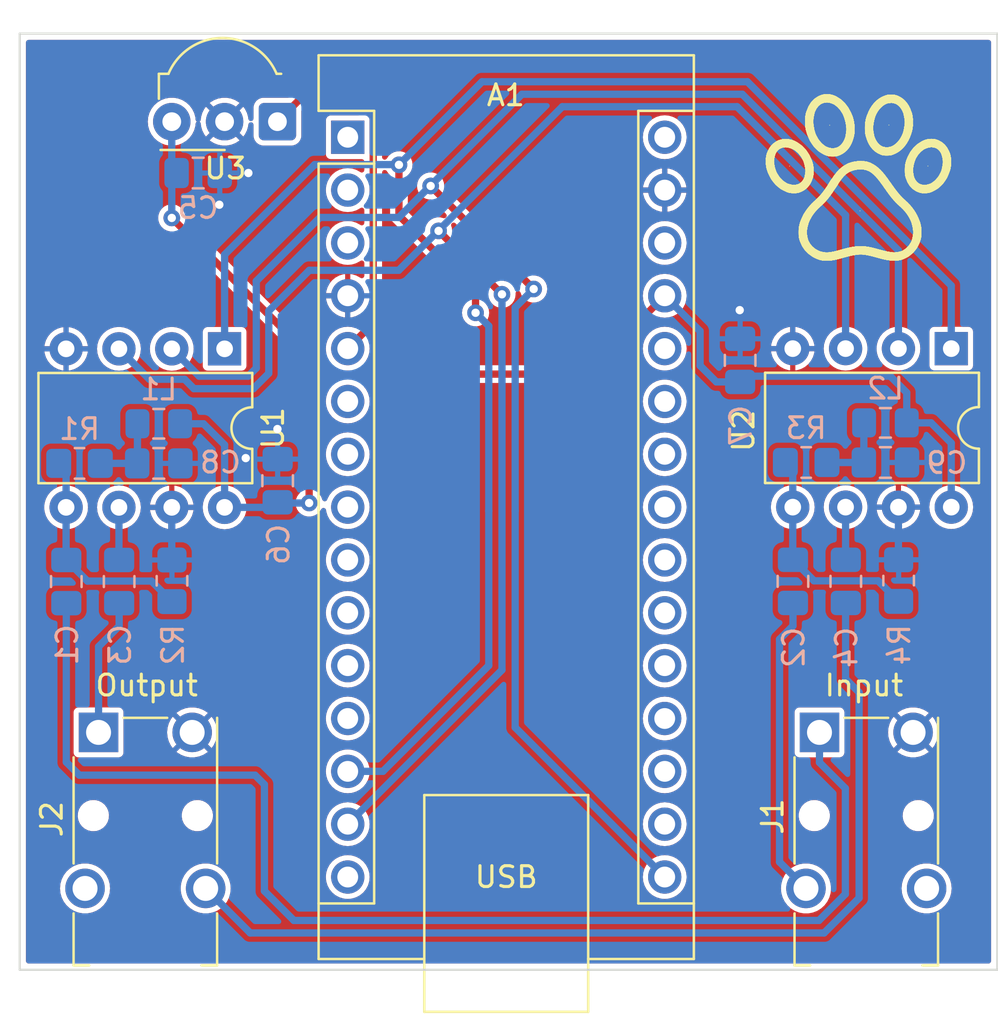
<source format=kicad_pcb>
(kicad_pcb (version 20221018) (generator pcbnew)
  (layers (0 "F.Cu" signal) (31 "B.Cu" signal) (34 "B.Paste" user) (35 "F.Paste" user) (36 "B.SilkS" user "B.Silkscreen") (37 "F.SilkS" user "F.Silkscreen") (38 "B.Mask" user) (39 "F.Mask" user) (44 "Edge.Cuts" user))
  (net 0 "")
  (net 11 "IR")
  (net 25 "R_IN")
  (net 26 "Net-(U1-PA0)")
  (net 27 "L_IN")
  (net 28 "Net-(U2-PA0)")
  (net 29 "Net-(U1-PW0)")
  (net 30 "R_OUT")
  (net 31 "Net-(U2-PW0)")
  (net 32 "L_OUT")
  (net 33 "+5V")
  (net 34 "GND")
  (net 35 "SDIO")
  (net 36 "CS")
  (net 37 "SCK")
  (net 38 "Net-(C8-Pad1)")
  (net 39 "Net-(C9-Pad1)")
  (footprint "Connector_Audio:Jack_3.5mm_Switronic_ST-005-G_horizontal" (layer "F.Cu") (at 100.7 85.09 90)
    (fp_text reference "J1")
    (fp_text value "AudioJack3")
  )
  (footprint "Module:Arduino_Nano" (layer "F.Cu") (at 75.77 49.9825)
    (fp_text reference "A1")
    (fp_text value "Arduino_Nano_v2.x")
  )
  (footprint "Connector_Audio:Jack_3.5mm_Switronic_ST-005-G_horizontal" (layer "F.Cu") (at 66.04 85.09 90)
    (fp_text reference "J2")
    (fp_text value "AudioJack3")
  )
  (footprint "Package_DIP:DIP-8_W7.62mm" (layer "F.Cu") (at 69.85 60.1525 -90)
    (fp_text reference "U1")
    (fp_text value "MCP4151-103")
  )
  (footprint "Package_DIP:DIP-8_W7.62mm" (layer "F.Cu") (at 104.785 60.1425 -90)
    (fp_text reference "U2")
    (fp_text value "MCP4151-103")
  )
  (footprint "OptoDevice:Vishay_MOLD-3Pin" (layer "F.Cu") (at 72.39 49.233 180)
    (fp_text reference "U3")
    (fp_text value "TSOP34836")
  )
  (footprint "Capacitor_SMD:C_0805_2012Metric_Pad1.18x1.45mm_HandSolder" (layer "B.Cu") (at 66.685 65.659)
    (fp_text reference "C8")
    (fp_text value "100n")
  )
  (footprint "Capacitor_SMD:C_0805_2012Metric_Pad1.18x1.45mm_HandSolder" (layer "B.Cu") (at 99.715 71.33 -90)
    (fp_text reference "C4")
    (fp_text value "10u")
  )
  (footprint "Capacitor_SMD:C_0805_2012Metric_Pad1.18x1.45mm_HandSolder" (layer "B.Cu") (at 94.635 60.706 90)
    (fp_text reference "C7")
    (fp_text value "100n")
  )
  (footprint "Resistor_SMD:R_0805_2012Metric_Pad1.20x1.40mm_HandSolder" (layer "B.Cu") (at 97.81 65.616 180)
    (fp_text reference "R3")
    (fp_text value "1k")
  )
  (footprint "Capacitor_SMD:C_0805_2012Metric_Pad1.18x1.45mm_HandSolder" (layer "B.Cu") (at 68.58 51.7015)
    (fp_text reference "C5")
    (fp_text value "100n")
  )
  (footprint "Capacitor_SMD:C_0805_2012Metric_Pad1.18x1.45mm_HandSolder" (layer "B.Cu") (at 72.4 66.4925 90)
    (fp_text reference "C6")
    (fp_text value "100n")
  )
  (footprint "Resistor_SMD:R_0805_2012Metric_Pad1.20x1.40mm_HandSolder" (layer "B.Cu") (at 102.255 71.2925 90)
    (fp_text reference "R4")
    (fp_text value "1k")
  )
  (footprint "Inductor_SMD:L_0805_2012Metric_Pad1.15x1.40mm_HandSolder" (layer "B.Cu") (at 101.62 63.711 180)
    (fp_text reference "L2")
    (fp_text value "1u")
  )
  (footprint "Inductor_SMD:L_0805_2012Metric_Pad1.15x1.40mm_HandSolder" (layer "B.Cu") (at 66.685 63.754 180)
    (fp_text reference "L1")
    (fp_text value "1u")
  )
  (footprint "Resistor_SMD:R_0805_2012Metric_Pad1.20x1.40mm_HandSolder" (layer "B.Cu") (at 62.875 65.659 180)
    (fp_text reference "R1")
    (fp_text value "1k")
  )
  (footprint "Capacitor_SMD:C_0805_2012Metric_Pad1.18x1.45mm_HandSolder" (layer "B.Cu") (at 62.24 71.34 90)
    (fp_text reference "C1")
    (fp_text value "10u")
  )
  (footprint "Capacitor_SMD:C_0805_2012Metric_Pad1.18x1.45mm_HandSolder" (layer "B.Cu") (at 101.62 65.616)
    (fp_text reference "C9")
    (fp_text value "100n")
  )
  (footprint "Resistor_SMD:R_0805_2012Metric_Pad1.20x1.40mm_HandSolder" (layer "B.Cu") (at 67.32 71.3025 90)
    (fp_text reference "R2")
    (fp_text value "1k")
  )
  (footprint "Capacitor_SMD:C_0805_2012Metric_Pad1.18x1.45mm_HandSolder" (layer "B.Cu") (at 64.78 71.34 -90)
    (fp_text reference "C3")
    (fp_text value "10u")
  )
  (footprint "Capacitor_SMD:C_0805_2012Metric_Pad1.18x1.45mm_HandSolder" (layer "B.Cu") (at 97.175 71.33 90)
    (fp_text reference "C2")
    (fp_text value "10u")
  )
  (gr_arc (start 97.036842 50.294321) (mid 97.036764 50.294463) (end 97.036607 50.294506) (stroke (width 0.4)) (layer "F.SilkS"))
  (gr_line (start 98.744916 48.113425) (end 98.738999 48.113946) (stroke (width 0.4)) (layer "F.SilkS"))
  (gr_line (start 101.499592 55.633448) (end 101.505267 55.634661) (stroke (width 0.4)) (layer "F.SilkS"))
  (gr_line (start 98.518034 48.171085) (end 98.483663 48.186843) (stroke (width 0.4)) (layer "F.SilkS"))
  (gr_line (start 103.607401 52.467005) (end 103.617877 52.465333) (stroke (width 0.4)) (layer "F.SilkS"))
  (gr_line (start 101.852308 50.64758) (end 101.855388 50.64697) (stroke (width 0.4)) (layer "F.SilkS"))
  (gr_line (start 102.713929 48.940903) (end 102.713185 48.937696) (stroke (width 0.4)) (layer "F.SilkS"))
  (gr_line (start 104.539907 50.854682) (end 104.539149 50.851749) (stroke (width 0.4)) (layer "F.SilkS"))
  (gr_line (start 102.251633 52.975134) (end 102.165557 52.881273) (stroke (width 0.4)) (layer "F.SilkS"))
  (gr_arc (start 97.719665 54.098692) (mid 97.719405 54.099833) (end 97.719091 54.100961) (stroke (width 0.4)) (layer "F.SilkS"))
  (gr_line (start 97.075573 52.461104) (end 97.086338 52.462712) (stroke (width 0.4)) (layer "F.SilkS"))
  (gr_line (start 104.560584 50.944582) (end 104.559622 50.939153) (stroke (width 0.4)) (layer "F.SilkS"))
  (gr_line (start 97.651589 54.407158) (end 97.649915 54.424058) (stroke (width 0.4)) (layer "F.SilkS"))
  (gr_line (start 102.716553 48.95411) (end 102.716143 48.951983) (stroke (width 0.4)) (layer "F.SilkS"))
  (gr_arc (start 101.598894 48.190147) (mid 101.643992 48.173028) (end 101.690016 48.15858) (stroke (width 0.4)) (layer "F.SilkS"))
  (gr_line (start 102.783185 51.268534) (end 102.78273 51.270895) (stroke (width 0.4)) (layer "F.SilkS"))
  (gr_line (start 100.720909 51.362079) (end 100.716641 51.360911) (stroke (width 0.4)) (layer "F.SilkS"))
  (gr_line (start 97.372509 52.45833) (end 97.375114 52.457813) (stroke (width 0.4)) (layer "F.SilkS"))
  (gr_line (start 103.102359 54.163234) (end 103.102014 54.161809) (stroke (width 0.4)) (layer "F.SilkS"))
  (gr_line (start 101.757223 48.142712) (end 101.75122 48.143897) (stroke (width 0.4)) (layer "F.SilkS"))
  (gr_line (start 99.887013 49.172503) (end 99.886577 49.170762) (stroke (width 0.4)) (layer "F.SilkS"))
  (gr_line (start 100.864716 49.208276) (end 100.864305 49.210402) (stroke (width 0.4)) (layer "F.SilkS"))
  (gr_line (start 97.958069 51.775787) (end 97.958613 51.77216) (stroke (width 0.4)) (layer "F.SilkS"))
  (gr_line (start 96.939184 50.274125) (end 96.935404 50.273513) (stroke (width 0.4)) (layer "F.SilkS"))
  (gr_line (start 98.6711 48.123596) (end 98.668924 48.124044) (stroke (width 0.4)) (layer "F.SilkS"))
  (gr_line (start 99.912351 49.290777) (end 99.911814 49.287727) (stroke (width 0.4)) (layer "F.SilkS"))
  (gr_line (start 101.246798 55.566337) (end 101.252202 55.567797) (stroke (width 0.4)) (layer "F.SilkS"))
  (gr_arc (start 104.099663 50.31398) (mid 104.162702 50.344197) (end 104.222235 50.380843) (stroke (width 0.4)) (layer "F.SilkS"))
  (gr_line (start 97.665336 54.312392) (end 97.664786 54.315353) (stroke (width 0.4)) (layer "F.SilkS"))
  (gr_line (start 99.961332 51.403538) (end 99.95859 51.404571) (stroke (width 0.4)) (layer "F.SilkS"))
  (gr_line (start 102.758285 51.724067) (end 102.760075 51.737577) (stroke (width 0.4)) (layer "F.SilkS"))
  (gr_line (start 96.072599 51.020951) (end 96.072124 51.025634) (stroke (width 0.4)) (layer "F.SilkS"))
  (gr_line (start 99.140488 52.184891) (end 99.131565 52.198768) (stroke (width 0.4)) (layer "F.SilkS"))
  (gr_line (start 97.698734 54.166598) (end 97.698362 54.168223) (stroke (width 0.4)) (layer "F.SilkS"))
  (gr_arc (start 101.857766 48.130732) (mid 101.85794 48.130616) (end 101.858145 48.13058) (stroke (width 0.4)) (layer "F.SilkS"))
  (gr_line (start 99.50952 55.587549) (end 99.510949 55.587124) (stroke (width 0.4)) (layer "F.SilkS"))
  (gr_line (start 97.931897 51.285307) (end 97.930982 51.281789) (stroke (width 0.4)) (layer "F.SilkS"))
  (gr_line (start 97.943413 51.336589) (end 97.942896 51.333984) (stroke (width 0.4)) (layer "F.SilkS"))
  (gr_line (start 96.092416 50.894632) (end 96.091964 50.896824) (stroke (width 0.4)) (layer "F.SilkS"))
  (gr_line (start 102.7643 51.764695) (end 102.764816 51.767722) (stroke (width 0.4)) (layer "F.SilkS"))
  (gr_line (start 101.614467 50.662951) (end 101.658862 50.666042) (stroke (width 0.4)) (layer "F.SilkS"))
  (gr_line (start 97.98587 49.557377) (end 97.986395 49.559982) (stroke (width 0.4)) (layer "F.SilkS"))
  (gr_line (start 100.118181 51.359701) (end 100.114136 51.360455) (stroke (width 0.4)) (layer "F.SilkS"))
  (gr_line (start 97.97067 48.994453) (end 97.970121 48.998625) (stroke (width 0.4)) (layer "F.SilkS"))
  (gr_line (start 100.844779 49.334403) (end 100.843302 49.34751) (stroke (width 0.4)) (layer "F.SilkS"))
  (gr_line (start 103.098159 54.147794) (end 103.097232 54.144379) (stroke (width 0.4)) (layer "F.SilkS"))
  (gr_line (start 99.905282 49.252774) (end 99.904769 49.250276) (stroke (width 0.4)) (layer "F.SilkS"))
  (gr_line (start 99.766582 55.517907) (end 99.76898 55.51735) (stroke (width 0.4)) (layer "F.SilkS"))
  (gr_line (start 97.00662 50.286584) (end 97.00433 50.286151) (stroke (width 0.4)) (layer "F.SilkS"))
  (gr_arc (start 100.428487 51.325503) (mid 100.430122 51.324515) (end 100.432007 51.324248) (stroke (width 0.4)) (layer "F.SilkS"))
  (gr_line (start 100.916704 55.481266) (end 100.919368 55.481788) (stroke (width 0.4)) (layer "F.SilkS"))
  (gr_line (start 103.141859 54.732042) (end 103.142195 54.730118) (stroke (width 0.4)) (layer "F.SilkS"))
  (gr_line (start 98.713011 48.116805) (end 98.709173 48.117352) (stroke (width 0.4)) (layer "F.SilkS"))
  (gr_line (start 104.534031 50.832766) (end 104.533059 50.830301) (stroke (width 0.4)) (layer "F.SilkS"))
  (gr_line (start 96.872148 50.266401) (end 96.826757 50.265617) (stroke (width 0.4)) (layer "F.SilkS"))
  (gr_line (start 102.783908 51.265271) (end 102.783185 51.268534) (stroke (width 0.4)) (layer "F.SilkS"))
  (gr_line (start 99.669469 55.543431) (end 99.672538 55.542625) (stroke (width 0.4)) (layer "F.SilkS"))
  (gr_line (start 100.663577 55.433997) (end 100.672634 55.435179) (stroke (width 0.4)) (layer "F.SilkS"))
  (gr_line (start 100.860802 49.834662) (end 100.86126 49.837208) (stroke (width 0.4)) (layer "F.SilkS"))
  (gr_line (start 99.917179 49.861222) (end 99.917593 49.858968) (stroke (width 0.4)) (layer "F.SilkS"))
  (gr_line (start 96.09848 51.421194) (end 96.098952 51.423613) (stroke (width 0.4)) (layer "F.SilkS"))
  (gr_line (start 99.689042 55.538292) (end 99.693577 55.53705) (stroke (width 0.4)) (layer "F.SilkS"))
  (gr_line (start 103.263829 52.434876) (end 103.303752 52.448216) (stroke (width 0.4)) (layer "F.SilkS"))
  (gr_line (start 103.68195 50.275499) (end 103.678938 50.276011) (stroke (width 0.4)) (layer "F.SilkS"))
  (gr_line (start 97.9888 49.57215) (end 97.989247 49.574327) (stroke (width 0.4)) (layer "F.SilkS"))
  (gr_line (start 103.089798 54.950148) (end 103.103961 54.905263) (stroke (width 0.4)) (layer "F.SilkS"))
  (gr_line (start 99.968996 55.470988) (end 99.971601 55.470471) (stroke (width 0.4)) (layer "F.SilkS"))
  (gr_line (start 103.38479 52.466277) (end 103.387603 52.466752) (stroke (width 0.4)) (layer "F.SilkS"))
  (gr_line (start 104.523491 51.554921) (end 104.530132 51.53144) (stroke (width 0.4)) (layer "F.SilkS"))
  (gr_line (start 103.142037 54.359766) (end 103.14168 54.357346) (stroke (width 0.4)) (layer "F.SilkS"))
  (gr_line (start 100.132974 55.442216) (end 100.136601 55.441697) (stroke (width 0.4)) (layer "F.SilkS"))
  (gr_line (start 98.605491 52.931031) (end 98.566344 52.972682) (stroke (width 0.4)) (layer "F.SilkS"))
  (gr_line (start 102.326313 55.682381) (end 102.338696 55.679287) (stroke (width 0.4)) (layer "F.SilkS"))
  (gr_line (start 101.174475 55.546622) (end 101.181408 55.548598) (stroke (width 0.4)) (layer "F.SilkS"))
  (gr_line (start 100.841883 49.361286) (end 100.841344 49.366744) (stroke (width 0.4)) (layer "F.SilkS"))
  (gr_line (start 98.619185 55.705542) (end 98.62279 55.706082) (stroke (width 0.4)) (layer "F.SilkS"))
  (gr_line (start 102.726124 49.007844) (end 102.725706 49.005537) (stroke (width 0.4)) (layer "F.SilkS"))
  (gr_line (start 103.149028 54.671406) (end 103.149531 54.666072) (stroke (width 0.4)) (layer "F.SilkS"))
  (gr_line (start 101.816014 50.655001) (end 101.818784 50.654523) (stroke (width 0.4)) (layer "F.SilkS"))
  (gr_line (start 101.41216 55.611187) (end 101.413988 55.611641) (stroke (width 0.4)) (layer "F.SilkS"))
  (gr_line (start 99.138884 48.183439) (end 99.126713 48.178244) (stroke (width 0.4)) (layer "F.SilkS"))
  (gr_line (start 98.679883 55.71305) (end 98.701619 55.714935) (stroke (width 0.4)) (layer "F.SilkS"))
  (gr_line (start 97.671709 54.818291) (end 97.672181 54.82071) (stroke (width 0.4)) (layer "F.SilkS"))
  (gr_arc (start 103.055296 52.315312) (mid 102.996914 52.260762) (end 102.944728 52.200258) (stroke (width 0.4)) (layer "F.SilkS"))
  (gr_line (start 99.912122 49.890908) (end 99.915159 49.873577) (stroke (width 0.4)) (layer "F.SilkS"))
  (gr_line (start 96.950524 50.275785) (end 96.946948 50.275276) (stroke (width 0.4)) (layer "F.SilkS"))
  (gr_line (start 99.589894 55.565512) (end 99.596806 55.563558) (stroke (width 0.4)) (layer "F.SilkS"))
  (gr_line (start 103.116256 54.862591) (end 103.123022 54.833593) (stroke (width 0.4)) (layer "F.SilkS"))
  (gr_line (start 97.935328 51.886442) (end 97.937691 51.877703) (stroke (width 0.4)) (layer "F.SilkS"))
  (gr_line (start 99.899544 49.225997) (end 99.899031 49.2235) (stroke (width 0.4)) (layer "F.SilkS"))
  (gr_line (start 102.705606 49.629682) (end 102.706751 49.624608) (stroke (width 0.4)) (layer "F.SilkS"))
  (gr_line (start 101.815475 55.697262) (end 101.822687 55.698262) (stroke (width 0.4)) (layer "F.SilkS"))
  (gr_line (start 101.741908 55.685716) (end 101.744874 55.686176) (stroke (width 0.4)) (layer "F.SilkS"))
  (gr_line (start 103.144114 54.715774) (end 103.144632 54.711422) (stroke (width 0.4)) (layer "F.SilkS"))
  (gr_line (start 101.512192 55.636616) (end 101.514352 55.637385) (stroke (width 0.4)) (layer "F.SilkS"))
  (gr_line (start 103.907413 50.264533) (end 103.902958 50.264022) (stroke (width 0.4)) (layer "F.SilkS"))
  (gr_line (start 100.835191 49.443326) (end 100.833042 49.510516) (stroke (width 0.4)) (layer "F.SilkS"))
  (gr_line (start 103.369529 52.463802) (end 103.37258 52.464335) (stroke (width 0.4)) (layer "F.SilkS"))
  (gr_line (start 99.87471 49.12532) (end 99.874059 49.123202) (stroke (width 0.4)) (layer "F.SilkS"))
  (gr_line (start 97.663903 54.319895) (end 97.663366 54.322946) (stroke (width 0.4)) (layer "F.SilkS"))
  (gr_line (start 101.580825 55.65311) (end 101.583256 55.653561) (stroke (width 0.4)) (layer "F.SilkS"))
  (gr_line (start 103.76228 50.263824) (end 103.748589 50.26536) (stroke (width 0.4)) (layer "F.SilkS"))
  (gr_line (start 99.850958 55.497181) (end 99.855846 55.49601) (stroke (width 0.4)) (layer "F.SilkS"))
  (gr_line (start 100.632203 51.341677) (end 100.62895 51.341138) (stroke (width 0.4)) (layer "F.SilkS"))
  (gr_line (start 102.72082 48.977289) (end 102.72026 48.974162) (stroke (width 0.4)) (layer "F.SilkS"))
  (gr_line (start 100.589645 51.33489) (end 100.585693 51.334309) (stroke (width 0.4)) (layer "F.SilkS"))
  (gr_line (start 103.714672 52.443668) (end 103.715933 52.443203) (stroke (width 0.4)) (layer "F.SilkS"))
  (gr_line (start 97.957774 51.419788) (end 97.957269 51.416142) (stroke (width 0.4)) (layer "F.SilkS"))
  (gr_line (start 99.633222 55.553401) (end 99.638111 55.552224) (stroke (width 0.4)) (layer "F.SilkS"))
  (gr_line (start 104.574441 51.291032) (end 104.574926 51.286348) (stroke (width 0.4)) (layer "F.SilkS"))
  (gr_line (start 101.702796 55.67851) (end 101.705037 55.67897) (stroke (width 0.4)) (layer "F.SilkS"))
  (gr_line (start 99.846896 49.034786) (end 99.845245 49.030778) (stroke (width 0.4)) (layer "F.SilkS"))
  (gr_line (start 103.140845 54.738736) (end 103.141373 54.735166) (stroke (width 0.4)) (layer "F.SilkS"))
  (gr_arc (start 98.870014 50.680868) (mid 98.859958 50.678302) (end 98.850059 50.675181) (stroke (width 0.4)) (layer "F.SilkS"))
  (gr_arc (start 101.857766 48.130732) (mid 101.857596 48.130851) (end 101.857396 48.130898) (stroke (width 0.4)) (layer "F.SilkS"))
  (gr_line (start 97.01455 52.448004) (end 97.016709 52.448764) (stroke (width 0.4)) (layer "F.SilkS"))
  (gr_line (start 99.445642 55.605404) (end 99.452916 55.603413) (stroke (width 0.4)) (layer "F.SilkS"))
  (gr_line (start 103.140347 54.742292) (end 103.140845 54.738736) (stroke (width 0.4)) (layer "F.SilkS"))
  (gr_line (start 102.773861 51.313003) (end 102.77343 51.315364) (stroke (width 0.4)) (layer "F.SilkS"))
  (gr_line (start 101.878115 50.641257) (end 101.881793 50.640322) (stroke (width 0.4)) (layer "F.SilkS"))
  (gr_line (start 99.863361 49.087685) (end 99.862464 49.084771) (stroke (width 0.4)) (layer "F.SilkS"))
  (gr_line (start 99.796859 55.510304) (end 99.807521 55.507607) (stroke (width 0.4)) (layer "F.SilkS"))
  (gr_line (start 97.966603 49.022403) (end 97.966118 49.026358) (stroke (width 0.4)) (layer "F.SilkS"))
  (gr_line (start 100.934874 55.485309) (end 100.940211 55.486579) (stroke (width 0.4)) (layer "F.SilkS"))
  (gr_line (start 102.741048 49.131771) (end 102.740711 49.128255) (stroke (width 0.4)) (layer "F.SilkS"))
  (gr_line (start 99.855846 55.49601) (end 99.860489 55.494825) (stroke (width 0.4)) (layer "F.SilkS"))
  (gr_line (start 99.085994 55.691009) (end 99.091457 55.69006) (stroke (width 0.4)) (layer "F.SilkS"))
  (gr_line (start 102.763335 51.376443) (end 102.762742 51.380608) (stroke (width 0.4)) (layer "F.SilkS"))
  (gr_line (start 101.278421 55.575263) (end 101.283542 55.576715) (stroke (width 0.4)) (layer "F.SilkS"))
  (gr_line (start 102.7658 51.773917) (end 102.766261 51.776883) (stroke (width 0.4)) (layer "F.SilkS"))
  (gr_line (start 100.866628 49.198713) (end 100.866181 49.200889) (stroke (width 0.4)) (layer "F.SilkS"))
  (gr_arc (start 99.848925 49.038585) (mid 99.848836 49.038725) (end 99.848685 49.03879) (stroke (width 0.4)) (layer "F.SilkS"))
  (gr_line (start 97.051994 52.456736) (end 97.055012 52.457246) (stroke (width 0.4)) (layer "F.SilkS"))
  (gr_line (start 100.481088 51.326295) (end 100.432007 51.324248) (stroke (width 0.4)) (layer "F.SilkS"))
  (gr_line (start 100.816291 51.394145) (end 100.812489 51.392731) (stroke (width 0.4)) (layer "F.SilkS"))
  (gr_line (start 96.077506 50.979625) (end 96.076977 50.984031) (stroke (width 0.4)) (layer "F.SilkS"))
  (gr_line (start 97.982043 49.537034) (end 97.982553 49.5399) (stroke (width 0.4)) (layer "F.SilkS"))
  (gr_line (start 97.970696 51.59113) (end 97.969171 51.535932) (stroke (width 0.4)) (layer "F.SilkS"))
  (gr_line (start 99.921957 49.832731) (end 99.922509 49.829212) (stroke (width 0.4)) (layer "F.SilkS"))
  (gr_line (start 99.930569 49.76559) (end 99.930938 49.762126) (stroke (width 0.4)) (layer "F.SilkS"))
  (gr_line (start 101.493182 50.639793) (end 101.495406 50.640619) (stroke (width 0.4)) (layer "F.SilkS"))
  (gr_line (start 102.310674 50.380288) (end 102.362007 50.325888) (stroke (width 0.4)) (layer "F.SilkS"))
  (gr_line (start 100.645111 55.431823) (end 100.653751 55.432791) (stroke (width 0.4)) (layer "F.SilkS"))
  (gr_line (start 102.713184 49.593792) (end 102.714345 49.587987) (stroke (width 0.4)) (layer "F.SilkS"))
  (gr_line (start 100.10577 51.362237) (end 100.100489 51.363471) (stroke (width 0.4)) (layer "F.SilkS"))
  (gr_line (start 96.099097 50.866378) (end 96.098526 50.86895) (stroke (width 0.4)) (layer "F.SilkS"))
  (gr_line (start 99.558396 55.574003) (end 99.569334 55.570961) (stroke (width 0.4)) (layer "F.SilkS"))
  (gr_line (start 99.70619 55.533652) (end 99.707922 55.533219) (stroke (width 0.4)) (layer "F.SilkS"))
  (gr_line (start 98.726788 48.115032) (end 98.721667 48.11556) (stroke (width 0.4)) (layer "F.SilkS"))
  (gr_line (start 96.088766 50.911432) (end 96.088137 50.914723) (stroke (width 0.4)) (layer "F.SilkS"))
  (gr_line (start 97.18906 52.472509) (end 97.219498 52.472679) (stroke (width 0.4)) (layer "F.SilkS"))
  (gr_line (start 101.507242 55.635131) (end 101.50969 55.635827) (stroke (width 0.4)) (layer "F.SilkS"))
  (gr_line (start 98.958691 50.700956) (end 98.964689 50.701887) (stroke (width 0.4)) (layer "F.SilkS"))
  (gr_line (start 96.096917 51.413871) (end 96.097749 51.417708) (stroke (width 0.4)) (layer "F.SilkS"))
  (gr_line (start 100.665052 51.348041) (end 100.661883 51.347465) (stroke (width 0.4)) (layer "F.SilkS"))
  (gr_line (start 97.93311 51.2902) (end 97.932674 51.288368) (stroke (width 0.4)) (layer "F.SilkS"))
  (gr_line (start 100.724575 51.363038) (end 100.720909 51.362079) (stroke (width 0.4)) (layer "F.SilkS"))
  (gr_line (start 101.499121 50.641814) (end 101.500408 50.642054) (stroke (width 0.4)) (layer "F.SilkS"))
  (gr_line (start 102.234276 55.700667) (end 102.237935 55.700125) (stroke (width 0.4)) (layer "F.SilkS"))
  (gr_arc (start 99.890696 55.487502) (mid 99.891411 55.487297) (end 99.892136 55.487127) (stroke (width 0.4)) (layer "F.SilkS"))
  (gr_line (start 97.968032 49.012782) (end 97.967652 49.014941) (stroke (width 0.4)) (layer "F.SilkS"))
  (gr_line (start 97.673839 54.26796) (end 97.673416 54.270137) (stroke (width 0.4)) (layer "F.SilkS"))
  (gr_line (start 102.770106 51.333669) (end 102.769677 51.335848) (stroke (width 0.4)) (layer "F.SilkS"))
  (gr_line (start 103.12071 54.237754) (end 103.119966 54.234546) (stroke (width 0.4)) (layer "F.SilkS"))
  (gr_line (start 98.747606 50.63546) (end 98.777872 50.648314) (stroke (width 0.4)) (layer "F.SilkS"))
  (gr_line (start 101.952047 50.617451) (end 102.015827 50.590712) (stroke (width 0.4)) (layer "F.SilkS"))
  (gr_arc (start 99.920385 55.481418) (mid 99.920016 55.481604) (end 99.919625 55.48174) (stroke (width 0.4)) (layer "F.SilkS"))
  (gr_line (start 99.917626 49.322857) (end 99.917179 49.319947) (stroke (width 0.4)) (layer "F.SilkS"))
  (gr_line (start 100.065584 55.452835) (end 100.068549 55.452376) (stroke (width 0.4)) (layer "F.SilkS"))
  (gr_line (start 98.645267 55.709282) (end 98.64756 55.709655) (stroke (width 0.4)) (layer "F.SilkS"))
  (gr_line (start 104.55881 51.405455) (end 104.559314 51.402543) (stroke (width 0.4)) (layer "F.SilkS"))
  (gr_line (start 97.014419 50.288606) (end 97.011699 50.287797) (stroke (width 0.4)) (layer "F.SilkS"))
  (gr_line (start 99.886142 49.16902) (end 99.885621 49.166937) (stroke (width 0.4)) (layer "F.SilkS"))
  (gr_line (start 98.541845 55.690862) (end 98.54393 55.691369) (stroke (width 0.4)) (layer "F.SilkS"))
  (gr_line (start 102.244581 55.699152) (end 102.248117 55.698588) (stroke (width 0.4)) (layer "F.SilkS"))
  (gr_line (start 101.508316 50.643705) (end 101.51125 50.644682) (stroke (width 0.4)) (layer "F.SilkS"))
  (gr_line (start 97.660867 54.761813) (end 97.661398 54.765045) (stroke (width 0.4)) (layer "F.SilkS"))
  (gr_arc (start 97.021541 52.44974) (mid 97.021603 52.449554) (end 97.021795 52.449501) (stroke (width 0.4)) (layer "F.SilkS"))
  (gr_line (start 96.098526 50.86895) (end 96.098016 50.871313) (stroke (width 0.4)) (layer "F.SilkS"))
  (gr_line (start 97.657607 54.742093) (end 97.658094 54.745134) (stroke (width 0.4)) (layer "F.SilkS"))
  (gr_line (start 100.868565 55.470423) (end 100.871477 55.470985) (stroke (width 0.4)) (layer "F.SilkS"))
  (gr_line (start 103.123347 54.25101) (end 103.122924 54.248834) (stroke (width 0.4)) (layer "F.SilkS"))
  (gr_line (start 101.773817 55.690945) (end 101.77663 55.691419) (stroke (width 0.4)) (layer "F.SilkS"))
  (gr_line (start 104.551872 50.901762) (end 104.551376 50.89977) (stroke (width 0.4)) (layer "F.SilkS"))
  (gr_line (start 98.546159 55.691822) (end 98.548709 55.692293) (stroke (width 0.4)) (layer "F.SilkS"))
  (gr_line (start 100.821073 55.460485) (end 100.82325 55.460908) (stroke (width 0.4)) (layer "F.SilkS"))
  (gr_line (start 103.657467 50.280812) (end 103.655804 50.281258) (stroke (width 0.4)) (layer "F.SilkS"))
  (gr_line (start 101.764865 55.689545) (end 101.767825 55.690001) (stroke (width 0.4)) (layer "F.SilkS"))
  (gr_line (start 99.883119 49.156908) (end 99.88264 49.154983) (stroke (width 0.4)) (layer "F.SilkS"))
  (gr_line (start 99.915218 55.48273) (end 99.917629 55.482224) (stroke (width 0.4)) (layer "F.SilkS"))
  (gr_line (start 100.143822 55.440748) (end 100.147659 55.440232) (stroke (width 0.4)) (layer "F.SilkS"))
  (gr_line (start 102.726658 49.516409) (end 102.72721 49.512889) (stroke (width 0.4)) (layer "F.SilkS"))
  (gr_line (start 100.207807 51.343603) (end 100.20138 51.344504) (stroke (width 0.4)) (layer "F.SilkS"))
  (gr_line (start 98.586202 55.699874) (end 98.589405 55.700425) (stroke (width 0.4)) (layer "F.SilkS"))
  (gr_line (start 101.839201 48.132327) (end 101.831824 48.132841) (stroke (width 0.4)) (layer "F.SilkS"))
  (gr_line (start 98.898703 50.688409) (end 98.900482 50.688807) (stroke (width 0.4)) (layer "F.SilkS"))
  (gr_arc (start 102.870486 51.003127) (mid 102.920497 50.898803) (end 102.978606 50.798763) (stroke (width 0.4)) (layer "F.SilkS"))
  (gr_line (start 99.329852 55.636422) (end 99.331446 55.636047) (stroke (width 0.4)) (layer "F.SilkS"))
  (gr_line (start 102.780233 51.281472) (end 102.779489 51.28468) (stroke (width 0.4)) (layer "F.SilkS"))
  (gr_line (start 101.628857 55.663914) (end 101.631289 55.66444) (stroke (width 0.4)) (layer "F.SilkS"))
  (gr_line (start 103.130383 54.799997) (end 103.130808 54.798325) (stroke (width 0.4)) (layer "F.SilkS"))
  (gr_line (start 103.076437 54.988065) (end 103.089798 54.950148) (stroke (width 0.4)) (layer "F.SilkS"))
  (gr_line (start 97.963983 49.413573) (end 97.964383 49.417491) (stroke (width 0.4)) (layer "F.SilkS"))
  (gr_line (start 99.933041 49.739891) (end 99.93358 49.734085) (stroke (width 0.4)) (layer "F.SilkS"))
  (gr_line (start 100.858091 49.821513) (end 100.858625 49.824428) (stroke (width 0.4)) (layer "F.SilkS"))
  (gr_line (start 100.76703 51.376303) (end 100.733964 51.365413) (stroke (width 0.4)) (layer "F.SilkS"))
  (gr_line (start 97.695712 54.178074) (end 97.693606 54.185532) (stroke (width 0.4)) (layer "F.SilkS"))
  (gr_line (start 101.522161 55.638692) (end 101.524015 55.639335) (stroke (width 0.4)) (layer "F.SilkS"))
  (gr_line (start 97.398078 52.452567) (end 97.400055 52.452088) (stroke (width 0.4)) (layer "F.SilkS"))
  (gr_arc (start 103.076437 54.988065) (mid 103.027551 55.099475) (end 102.966878 55.204931) (stroke (width 0.4)) (layer "F.SilkS"))
  (gr_line (start 97.938964 51.315443) (end 97.938565 51.313637) (stroke (width 0.4)) (layer "F.SilkS"))
  (gr_line (start 101.846243 55.701495) (end 101.84877 55.701853) (stroke (width 0.4)) (layer "F.SilkS"))
  (gr_line (start 103.65252 50.282154) (end 103.650682 50.282603) (stroke (width 0.4)) (layer "F.SilkS"))
  (gr_line (start 97.315805 52.467944) (end 97.319408 52.467511) (stroke (width 0.4)) (layer "F.SilkS"))
  (gr_line (start 104.533059 50.830301) (end 104.531968 50.827505) (stroke (width 0.4)) (layer "F.SilkS"))
  (gr_line (start 100.882218 49.128348) (end 100.88174 49.130336) (stroke (width 0.4)) (layer "F.SilkS"))
  (gr_line (start 100.875993 49.155184) (end 100.875544 49.156828) (stroke (width 0.4)) (layer "F.SilkS"))
  (gr_line (start 103.143038 54.724433) (end 103.143589 54.720162) (stroke (width 0.4)) (layer "F.SilkS"))
  (gr_line (start 97.336193 52.465218) (end 97.343333 52.464062) (stroke (width 0.4)) (layer "F.SilkS"))
  (gr_arc (start 104.535143 50.836463) (mid 104.535098 50.836637) (end 104.534933 50.836728) (stroke (width 0.4)) (layer "F.SilkS"))
  (gr_line (start 99.679105 55.540963) (end 99.680189 55.540688) (stroke (width 0.4)) (layer "F.SilkS"))
  (gr_line (start 100.225288 51.340821) (end 100.218826 51.341906) (stroke (width 0.4)) (layer "F.SilkS"))
  (gr_line (start 100.614509 51.338766) (end 100.612202 51.338348) (stroke (width 0.4)) (layer "F.SilkS"))
  (gr_line (start 98.211288 55.553617) (end 98.253947 55.578302) (stroke (width 0.4)) (layer "F.SilkS"))
  (gr_line (start 100.541829 55.421972) (end 100.550741 55.422639) (stroke (width 0.4)) (layer "F.SilkS"))
  (gr_line (start 100.849919 49.296436) (end 100.849415 49.300082) (stroke (width 0.4)) (layer "F.SilkS"))
  (gr_line (start 100.89251 49.088044) (end 100.891037 49.093553) (stroke (width 0.4)) (layer "F.SilkS"))
  (gr_line (start 99.141783 55.680438) (end 99.148531 55.678994) (stroke (width 0.4)) (layer "F.SilkS"))
  (gr_line (start 103.135356 54.315776) (end 103.134835 54.31265) (stroke (width 0.4)) (layer "F.SilkS"))
  (gr_line (start 101.481144 55.6288) (end 101.484748 55.629745) (stroke (width 0.4)) (layer "F.SilkS"))
  (gr_line (start 103.84052 50.260546) (end 103.835513 50.260235) (stroke (width 0.4)) (layer "F.SilkS"))
  (gr_line (start 99.916218 49.86676) (end 99.916759 49.863529) (stroke (width 0.4)) (layer "F.SilkS"))
  (gr_arc (start 96.698138 52.307379) (mid 96.584744 52.22391) (end 96.480972 52.128743) (stroke (width 0.4)) (layer "F.SilkS"))
  (gr_line (start 99.366766 55.626522) (end 99.370432 55.625566) (stroke (width 0.4)) (layer "F.SilkS"))
  (gr_line (start 99.327361 55.637008) (end 99.329852 55.636422) (stroke (width 0.4)) (layer "F.SilkS"))
  (gr_line (start 96.096378 50.878103) (end 96.095529 50.881382) (stroke (width 0.4)) (layer "F.SilkS"))
  (gr_line (start 99.879703 51.436008) (end 99.874321 51.438357) (stroke (width 0.4)) (layer "F.SilkS"))
  (gr_line (start 103.825441 50.260287) (end 103.817413 50.260771) (stroke (width 0.4)) (layer "F.SilkS"))
  (gr_line (start 99.112137 55.686123) (end 99.114682 55.685682) (stroke (width 0.4)) (layer "F.SilkS"))
  (gr_arc (start 101.242381 50.511192) (mid 101.191574 50.468529) (end 101.144324 50.421957) (stroke (width 0.4)) (layer "F.SilkS"))
  (gr_line (start 102.773004 51.317759) (end 102.772494 51.320624) (stroke (width 0.4)) (layer "F.SilkS"))
  (gr_line (start 100.706817 55.440182) (end 100.713487 55.441275) (stroke (width 0.4)) (layer "F.SilkS"))
  (gr_arc (start 96.107636 50.833774) (mid 96.107828 50.833353) (end 96.108052 50.832947) (stroke (width 0.4)) (layer "F.SilkS"))
  (gr_line (start 100.912389 55.480384) (end 100.91464 55.480871) (stroke (width 0.4)) (layer "F.SilkS"))
  (gr_line (start 97.669603 54.289213) (end 97.669125 54.291656) (stroke (width 0.4)) (layer "F.SilkS"))
  (gr_line (start 100.818896 55.460062) (end 100.821073 55.460485) (stroke (width 0.4)) (layer "F.SilkS"))
  (gr_line (start 96.968944 50.278956) (end 96.966467 50.278529) (stroke (width 0.4)) (layer "F.SilkS"))
  (gr_line (start 101.097268 55.526153) (end 101.100935 55.527109) (stroke (width 0.4)) (layer "F.SilkS"))
  (gr_line (start 97.656449 54.368185) (end 97.656068 54.370344) (stroke (width 0.4)) (layer "F.SilkS"))
  (gr_line (start 101.869361 50.64356) (end 101.87381 50.642376) (stroke (width 0.4)) (layer "F.SilkS"))
  (gr_line (start 96.100131 50.862202) (end 96.099097 50.866378) (stroke (width 0.4)) (layer "F.SilkS"))
  (gr_line (start 99.744453 55.523573) (end 99.75029 55.522085) (stroke (width 0.4)) (layer "F.SilkS"))
  (gr_line (start 100.850829 49.777431) (end 100.851194 49.77946) (stroke (width 0.4)) (layer "F.SilkS"))
  (gr_line (start 100.653751 55.432791) (end 100.663577 55.433997) (stroke (width 0.4)) (layer "F.SilkS"))
  (gr_line (start 102.714345 49.587987) (end 102.715342 49.582788) (stroke (width 0.4)) (layer "F.SilkS"))
  (gr_line (start 104.553692 50.909863) (end 104.553183 50.907591) (stroke (width 0.4)) (layer "F.SilkS"))
  (gr_line (start 104.552277 50.903518) (end 104.551872 50.901762) (stroke (width 0.4)) (layer "F.SilkS"))
  (gr_line (start 99.069456 52.295737) (end 99.035493 52.348635) (stroke (width 0.4)) (layer "F.SilkS"))
  (gr_line (start 99.422179 55.611715) (end 99.429112 55.609738) (stroke (width 0.4)) (layer "F.SilkS"))
  (gr_line (start 103.828986 50.259929) (end 103.826418 50.259906) (stroke (width 0.4)) (layer "F.SilkS"))
  (gr_arc (start 102.221106 48.211157) (mid 102.255757 48.230513) (end 102.289336 48.251673) (stroke (width 0.4)) (layer "F.SilkS"))
  (gr_line (start 96.15319 51.606286) (end 96.16374 51.634003) (stroke (width 0.4)) (layer "F.SilkS"))
  (gr_line (start 99.843423 49.025922) (end 99.841621 49.02062) (stroke (width 0.4)) (layer "F.SilkS"))
  (gr_line (start 101.36026 55.597326) (end 101.366651 55.599039) (stroke (width 0.4)) (layer "F.SilkS"))
  (gr_line (start 100.919368 55.481788) (end 100.924014 55.482803) (stroke (width 0.4)) (layer "F.SilkS"))
  (gr_line (start 100.64249 55.431539) (end 100.645111 55.431823) (stroke (width 0.4)) (layer "F.SilkS"))
  (gr_line (start 99.926448 49.38448) (end 99.925905 49.38053) (stroke (width 0.4)) (layer "F.SilkS"))
  (gr_line (start 102.766768 51.353393) (end 102.766294 51.356206) (stroke (width 0.4)) (layer "F.SilkS"))
  (gr_line (start 97.658538 54.354028) (end 97.657986 54.358206) (stroke (width 0.4)) (layer "F.SilkS"))
  (gr_line (start 99.881038 49.14875) (end 99.880097 49.14535) (stroke (width 0.4)) (layer "F.SilkS"))
  (gr_line (start 101.571433 50.657094) (end 101.574329 50.657536) (stroke (width 0.4)) (layer "F.SilkS"))
  (gr_line (start 103.696295 52.448793) (end 103.699198 52.44805) (stroke (width 0.4)) (layer "F.SilkS"))
  (gr_line (start 97.049253 52.456187) (end 97.051994 52.456736) (stroke (width 0.4)) (layer "F.SilkS"))
  (gr_line (start 104.534717 50.83484) (end 104.534031 50.832766) (stroke (width 0.4)) (layer "F.SilkS"))
  (gr_line (start 100.678901 51.351319) (end 100.67673 51.350591) (stroke (width 0.4)) (layer "F.SilkS"))
  (gr_line (start 101.84877 55.701853) (end 101.85271 55.702333) (stroke (width 0.4)) (layer "F.SilkS"))
  (gr_line (start 99.924265 49.367582) (end 99.923725 49.363526) (stroke (width 0.4)) (layer "F.SilkS"))
  (gr_line (start 99.931782 49.432984) (end 99.930629 49.421778) (stroke (width 0.4)) (layer "F.SilkS"))
  (gr_line (start 99.16169 50.707716) (end 99.169809 50.706764) (stroke (width 0.4)) (layer "F.SilkS"))
  (gr_line (start 103.454051 52.473793) (end 103.497159 52.474604) (stroke (width 0.4)) (layer "F.SilkS"))
  (gr_line (start 97.702799 54.153457) (end 97.702554 54.154747) (stroke (width 0.4)) (layer "F.SilkS"))
  (gr_line (start 99.349352 50.661816) (end 99.371123 50.653104) (stroke (width 0.4)) (layer "F.SilkS"))
  (gr_line (start 102.219415 55.702996) (end 102.228291 55.701587) (stroke (width 0.4)) (layer "F.SilkS"))
  (gr_line (start 100.272232 55.426345) (end 100.290547 55.424874) (stroke (width 0.4)) (layer "F.SilkS"))
  (gr_line (start 99.971601 55.470471) (end 99.973777 55.470048) (stroke (width 0.4)) (layer "F.SilkS"))
  (gr_line (start 97.032126 50.293279) (end 97.029192 50.292292) (stroke (width 0.4)) (layer "F.SilkS"))
  (gr_line (start 97.927407 51.268138) (end 97.926971 51.266307) (stroke (width 0.4)) (layer "F.SilkS"))
  (gr_line (start 99.870255 49.109256) (end 99.86924 49.106689) (stroke (width 0.4)) (layer "F.SilkS"))
  (gr_line (start 99.849901 49.044549) (end 99.848388 49.03918) (stroke (width 0.4)) (layer "F.SilkS"))
  (gr_line (start 100.929398 55.484024) (end 100.934874 55.485309) (stroke (width 0.4)) (layer "F.SilkS"))
  (gr_line (start 99.693577 55.53705) (end 99.698181 55.535793) (stroke (width 0.4)) (layer "F.SilkS"))
  (gr_line (start 100.644852 51.344084) (end 100.642264 51.343579) (stroke (width 0.4)) (layer "F.SilkS"))
  (gr_line (start 100.024226 55.460309) (end 100.026155 55.459928) (stroke (width 0.4)) (layer "F.SilkS"))
  (gr_line (start 100.880379 49.136095) (end 100.879919 49.137987) (stroke (width 0.4)) (layer "F.SilkS"))
  (gr_line (start 104.075326 50.304445) (end 104.046319 50.294211) (stroke (width 0.4)) (layer "F.SilkS"))
  (gr_line (start 97.677421 54.84264) (end 97.677825 54.844618) (stroke (width 0.4)) (layer "F.SilkS"))
  (gr_line (start 104.571174 51.013045) (end 104.570426 51.007209) (stroke (width 0.4)) (layer "F.SilkS"))
  (gr_line (start 103.126326 54.265783) (end 103.125809 54.263178) (stroke (width 0.4)) (layer "F.SilkS"))
  (gr_line (start 103.766806 50.263424) (end 103.76228 50.263824) (stroke (width 0.4)) (layer "F.SilkS"))
  (gr_line (start 99.912573 55.483201) (end 99.915218 55.48273) (stroke (width 0.4)) (layer "F.SilkS"))
  (gr_line (start 99.856947 49.066236) (end 99.854316 49.058395) (stroke (width 0.4)) (layer "F.SilkS"))
  (gr_line (start 97.854956 53.790095) (end 97.851727 53.795714) (stroke (width 0.4)) (layer "F.SilkS"))
  (gr_line (start 97.949118 51.826503) (end 97.949668 51.823682) (stroke (width 0.4)) (layer "F.SilkS"))
  (gr_line (start 97.954027 51.393891) (end 97.953536 51.390588) (stroke (width 0.4)) (layer "F.SilkS"))
  (gr_line (start 103.817413 50.260771) (end 103.808336 50.261267) (stroke (width 0.4)) (layer "F.SilkS"))
  (gr_line (start 102.719507 49.55934) (end 102.719968 49.556375) (stroke (width 0.4)) (layer "F.SilkS"))
  (gr_line (start 97.976789 48.957005) (end 97.976272 48.960032) (stroke (width 0.4)) (layer "F.SilkS"))
  (gr_line (start 103.643267 50.284384) (end 103.638784 50.285558) (stroke (width 0.4)) (layer "F.SilkS"))
  (gr_line (start 97.945875 51.348757) (end 97.945358 51.346152) (stroke (width 0.4)) (layer "F.SilkS"))
  (gr_line (start 101.168046 55.544843) (end 101.174475 55.546622) (stroke (width 0.4)) (layer "F.SilkS"))
  (gr_line (start 98.935522 48.121768) (end 98.932692 48.121294) (stroke (width 0.4)) (layer "F.SilkS"))
  (gr_line (start 104.579133 51.167219) (end 104.57828 51.097198) (stroke (width 0.4)) (layer "F.SilkS"))
  (gr_line (start 102.715342 49.582788) (end 102.715947 49.579326) (stroke (width 0.4)) (layer "F.SilkS"))
  (gr_line (start 100.879448 49.139978) (end 100.8789 49.142431) (stroke (width 0.4)) (layer "F.SilkS"))
  (gr_line (start 97.955629 51.791795) (end 97.956 51.789763) (stroke (width 0.4)) (layer "F.SilkS"))
  (gr_line (start 98.013721 49.678198) (end 98.030301 49.736013) (stroke (width 0.4)) (layer "F.SilkS"))
  (gr_arc (start 102.072542 48.153422) (mid 102.072613 48.15325) (end 102.0728 48.153199) (stroke (width 0.4)) (layer "F.SilkS"))
  (gr_line (start 100.868541 49.18915) (end 100.868118 49.191326) (stroke (width 0.4)) (layer "F.SilkS"))
  (gr_line (start 96.09388 50.887909) (end 96.093182 50.89088) (stroke (width 0.4)) (layer "F.SilkS"))
  (gr_line (start 99.036403 55.699257) (end 99.040224 55.698675) (stroke (width 0.4)) (layer "F.SilkS"))
  (gr_line (start 97.150164 50.332056) (end 97.141581 50.328525) (stroke (width 0.4)) (layer "F.SilkS"))
  (gr_arc (start 101.509808 48.232813) (mid 101.553768 48.210262) (end 101.598894 48.190147) (stroke (width 0.4)) (layer "F.SilkS"))
  (gr_line (start 104.5739 51.03891) (end 104.573372 51.033729) (stroke (width 0.4)) (layer "F.SilkS"))
  (gr_line (start 97.704453 54.146774) (end 97.70348 54.14924) (stroke (width 0.4)) (layer "F.SilkS"))
  (gr_line (start 97.962731 51.741011) (end 97.963241 51.73707) (stroke (width 0.4)) (layer "F.SilkS"))
  (gr_line (start 104.570397 51.32912) (end 104.571174 51.322503) (stroke (width 0.4)) (layer "F.SilkS"))
  (gr_circle (center 101.788682 49.39524) (end 101.808682 49.39524) (stroke (width 0.0002)) (fill solid) (layer "F.SilkS"))
  (gr_line (start 101.642043 55.666325) (end 101.648289 55.66751) (stroke (width 0.4)) (layer "F.SilkS"))
  (gr_line (start 98.754379 48.112325) (end 98.75002 48.112872) (stroke (width 0.4)) (layer "F.SilkS"))
  (gr_line (start 102.769677 51.335848) (end 102.769243 51.338132) (stroke (width 0.4)) (layer "F.SilkS"))
  (gr_line (start 98.948089 50.699081) (end 98.95329 50.700044) (stroke (width 0.4)) (layer "F.SilkS"))
  (gr_line (start 103.131878 54.792905) (end 103.132341 54.790108) (stroke (width 0.4)) (layer "F.SilkS"))
  (gr_line (start 99.677152 55.541457) (end 99.679105 55.540963) (stroke (width 0.4)) (layer "F.SilkS"))
  (gr_line (start 96.101361 50.857437) (end 96.100131 50.862202) (stroke (width 0.4)) (layer "F.SilkS"))
  (gr_line (start 97.005056 52.445567) (end 97.007624 52.446142) (stroke (width 0.4)) (layer "F.SilkS"))
  (gr_line (start 100.913385 50.03031) (end 100.954204 50.132055) (stroke (width 0.4)) (layer "F.SilkS"))
  (gr_line (start 97.942044 51.32963) (end 97.94151 51.327025) (stroke (width 0.4)) (layer "F.SilkS"))
  (gr_line (start 97.950123 51.821441) (end 97.950572 51.819231) (stroke (width 0.4)) (layer "F.SilkS"))
  (gr_line (start 96.109502 50.828632) (end 96.108998 50.830479) (stroke (width 0.4)) (layer "F.SilkS"))
  (gr_line (start 100.862803 49.845182) (end 100.863258 49.847423) (stroke (width 0.4)) (layer "F.SilkS"))
  (gr_line (start 102.759414 51.40401) (end 102.758923 51.408157) (stroke (width 0.4)) (layer "F.SilkS"))
  (gr_line (start 97.997511 48.85827) (end 97.996292 48.863028) (stroke (width 0.4)) (layer "F.SilkS"))
  (gr_line (start 96.086917 51.362633) (end 96.087338 51.365278) (stroke (width 0.4)) (layer "F.SilkS"))
  (gr_line (start 102.702102 49.644878) (end 102.703239 49.639878) (stroke (width 0.4)) (layer "F.SilkS"))
  (gr_line (start 102.770619 51.33098) (end 102.770106 51.333669) (stroke (width 0.4)) (layer "F.SilkS"))
  (gr_line (start 97.650179 54.686278) (end 97.650973 54.692764) (stroke (width 0.4)) (layer "F.SilkS"))
  (gr_line (start 97.658094 54.745134) (end 97.658538 54.74803) (stroke (width 0.4)) (layer "F.SilkS"))
  (gr_line (start 102.761418 51.388581) (end 102.760905 51.392065) (stroke (width 0.4)) (layer "F.SilkS"))
  (gr_line (start 102.729882 49.49472) (end 102.730343 49.491459) (stroke (width 0.4)) (layer "F.SilkS"))
  (gr_line (start 99.8856 51.433421) (end 99.879703 51.436008) (stroke (width 0.4)) (layer "F.SilkS"))
  (gr_line (start 100.264437 51.335962) (end 100.259557 51.336512) (stroke (width 0.4)) (layer "F.SilkS"))
  (gr_line (start 97.168089 52.471953) (end 97.18906 52.472509) (stroke (width 0.4)) (layer "F.SilkS"))
  (gr_line (start 102.778143 51.837167) (end 102.782741 51.855744) (stroke (width 0.4)) (layer "F.SilkS"))
  (gr_line (start 96.525344 50.325618) (end 96.497673 50.338762) (stroke (width 0.4)) (layer "F.SilkS"))
  (gr_line (start 98.845412 55.716588) (end 98.877176 55.715985) (stroke (width 0.4)) (layer "F.SilkS"))
  (gr_line (start 102.715947 49.579326) (end 102.716432 49.576419) (stroke (width 0.4)) (layer "F.SilkS"))
  (gr_line (start 100.013707 55.462207) (end 100.016477 55.461734) (stroke (width 0.4)) (layer "F.SilkS"))
  (gr_line (start 100.832813 55.462845) (end 100.835418 55.46337) (stroke (width 0.4)) (layer "F.SilkS"))
  (gr_line (start 103.127689 54.272741) (end 103.127172 54.270137) (stroke (width 0.4)) (layer "F.SilkS"))
  (gr_line (start 96.081534 51.329952) (end 96.082851 51.338081) (stroke (width 0.4)) (layer "F.SilkS"))
  (gr_line (start 97.974355 49.492589) (end 97.974907 49.496108) (stroke (width 0.4)) (layer "F.SilkS"))
  (gr_line (start 102.719968 49.556375) (end 102.720424 49.553414) (stroke (width 0.4)) (layer "F.SilkS"))
  (gr_line (start 96.071823 51.248608) (end 96.072139 51.251678) (stroke (width 0.4)) (layer "F.SilkS"))
  (gr_line (start 97.965648 49.03037) (end 97.965159 49.034517) (stroke (width 0.4)) (layer "F.SilkS"))
  (gr_line (start 102.173408 55.708675) (end 102.179101 55.708124) (stroke (width 0.4)) (layer "F.SilkS"))
  (gr_line (start 102.734335 49.460576) (end 102.734937 49.455177) (stroke (width 0.4)) (layer "F.SilkS"))
  (gr_line (start 99.130043 55.682761) (end 99.13222 55.68235) (stroke (width 0.4)) (layer "F.SilkS"))
  (gr_line (start 98.566344 52.972682) (end 98.504936 53.034316) (stroke (width 0.4)) (layer "F.SilkS"))
  (gr_line (start 99.440945 55.606499) (end 99.443218 55.605972) (stroke (width 0.4)) (layer "F.SilkS"))
  (gr_line (start 98.686891 48.120663) (end 98.678674 48.122108) (stroke (width 0.4)) (layer "F.SilkS"))
  (gr_line (start 100.745446 55.446602) (end 100.748393 55.447097) (stroke (width 0.4)) (layer "F.SilkS"))
  (gr_arc (start 98.599246 48.140575) (mid 98.612968 48.136464) (end 98.626906 48.133156) (stroke (width 0.4)) (layer "F.SilkS"))
  (gr_line (start 99.156279 55.677309) (end 99.159475 55.676593) (stroke (width 0.4)) (layer "F.SilkS"))
  (gr_arc (start 102.056995 48.1499) (mid 102.05646 48.149846) (end 102.05593 48.149756) (stroke (width 0.4)) (layer "F.SilkS"))
  (gr_line (start 97.969078 49.455911) (end 97.969617 49.459749) (stroke (width 0.4)) (layer "F.SilkS"))
  (gr_line (start 100.85217 49.281047) (end 100.851685 49.284326) (stroke (width 0.4)) (layer "F.SilkS"))
  (gr_arc (start 102.085931 48.157258) (mid 102.088494 48.157854) (end 102.091024 48.158576) (stroke (width 0.4)) (layer "F.SilkS"))
  (gr_line (start 96.09362 51.39868) (end 96.094399 51.402461) (stroke (width 0.4)) (layer "F.SilkS"))
  (gr_line (start 99.057627 55.695739) (end 99.060541 55.695292) (stroke (width 0.4)) (layer "F.SilkS"))
  (gr_line (start 99.913354 49.296995) (end 99.912893 49.29403) (stroke (width 0.4)) (layer "F.SilkS"))
  (gr_line (start 102.203345 50.475562) (end 102.257495 50.430472) (stroke (width 0.4)) (layer "F.SilkS"))
  (gr_arc (start 99.522821 48.469295) (mid 99.599185 48.561222) (end 99.667694 48.659143) (stroke (width 0.4)) (layer "F.SilkS"))
  (gr_line (start 100.051852 55.455228) (end 100.054031 55.454799) (stroke (width 0.4)) (layer "F.SilkS"))
  (gr_line (start 97.672181 54.82071) (end 97.672659 54.823072) (stroke (width 0.4)) (layer "F.SilkS"))
  (gr_line (start 96.083045 50.943589) (end 96.082439 50.947368) (stroke (width 0.4)) (layer "F.SilkS"))
  (gr_line (start 101.773457 48.139868) (end 101.764728 48.141355) (stroke (width 0.4)) (layer "F.SilkS"))
  (gr_line (start 97.964383 49.417491) (end 97.965291 49.426142) (stroke (width 0.4)) (layer "F.SilkS"))
  (gr_line (start 97.719091 54.100961) (end 97.717655 54.105607) (stroke (width 0.4)) (layer "F.SilkS"))
  (gr_line (start 101.767825 55.690001) (end 101.770735 55.690447) (stroke (width 0.4)) (layer "F.SilkS"))
  (gr_line (start 99.146527 52.175542) (end 99.140488 52.184891) (stroke (width 0.4)) (layer "F.SilkS"))
  (gr_line (start 98.884359 50.684649) (end 98.888963 50.685894) (stroke (width 0.4)) (layer "F.SilkS"))
  (gr_line (start 103.95689 50.27163) (end 103.954463 50.271227) (stroke (width 0.4)) (layer "F.SilkS"))
  (gr_line (start 97.250012 52.472507) (end 97.271567 52.471913) (stroke (width 0.4)) (layer "F.SilkS"))
  (gr_line (start 103.133352 54.783998) (end 103.133893 54.780983) (stroke (width 0.4)) (layer "F.SilkS"))
  (gr_line (start 97.989633 48.891308) (end 97.988649 48.89567) (stroke (width 0.4)) (layer "F.SilkS"))
  (gr_line (start 101.441714 55.618908) (end 101.444062 55.61942) (stroke (width 0.4)) (layer "F.SilkS"))
  (gr_line (start 99.333357 55.63555) (end 99.33527 55.635018) (stroke (width 0.4)) (layer "F.SilkS"))
  (gr_line (start 97.666379 54.306448) (end 97.665896 54.309265) (stroke (width 0.4)) (layer "F.SilkS"))
  (gr_line (start 97.353405 52.46214) (end 97.355993 52.461635) (stroke (width 0.4)) (layer "F.SilkS"))
  (gr_line (start 100.841112 49.703018) (end 100.844346 49.732182) (stroke (width 0.4)) (layer "F.SilkS"))
  (gr_line (start 102.201992 55.705302) (end 102.208665 55.70451) (stroke (width 0.4)) (layer "F.SilkS"))
  (gr_arc (start 104.421655 50.587578) (mid 104.460463 50.653475) (end 104.493535 50.722431) (stroke (width 0.4)) (layer "F.SilkS"))
  (gr_line (start 104.574934 51.048879) (end 104.574445 51.044195) (stroke (width 0.4)) (layer "F.SilkS"))
  (gr_line (start 104.55006 51.450683) (end 104.55056 51.44777) (stroke (width 0.4)) (layer "F.SilkS"))
  (gr_line (start 101.733321 55.684211) (end 101.735605 55.684644) (stroke (width 0.4)) (layer "F.SilkS"))
  (gr_arc (start 96.872148 50.266401) (mid 96.877044 50.266638) (end 96.881919 50.267159) (stroke (width 0.4)) (layer "F.SilkS"))
  (gr_line (start 103.144935 54.382122) (end 103.143472 54.370043) (stroke (width 0.4)) (layer "F.SilkS"))
  (gr_line (start 99.931454 49.756929) (end 99.93201 49.751124) (stroke (width 0.4)) (layer "F.SilkS"))
  (gr_arc (start 97.021281 52.449977) (mid 97.020699 52.449908) (end 97.020122 52.449809) (stroke (width 0.4)) (layer "F.SilkS"))
  (gr_line (start 101.76163 55.689018) (end 101.764865 55.689545) (stroke (width 0.4)) (layer "F.SilkS"))
  (gr_arc (start 98.488672 55.677405) (mid 98.486004 55.676975) (end 98.483406 55.676235) (stroke (width 0.4)) (layer "F.SilkS"))
  (gr_line (start 102.758175 51.414343) (end 102.757686 51.418589) (stroke (width 0.4)) (layer "F.SilkS"))
  (gr_line (start 100.863589 55.469504) (end 100.86602 55.46996) (stroke (width 0.4)) (layer "F.SilkS"))
  (gr_line (start 101.5709 55.650658) (end 101.572817 55.651166) (stroke (width 0.4)) (layer "F.SilkS"))
  (gr_line (start 101.419386 55.613039) (end 101.423729 55.614203) (stroke (width 0.4)) (layer "F.SilkS"))
  (gr_arc (start 97.045327 52.454967) (mid 97.045753 52.455106) (end 97.04615 52.455314) (stroke (width 0.4)) (layer "F.SilkS"))
  (gr_line (start 99.843437 55.498787) (end 99.846517 55.498181) (stroke (width 0.4)) (layer "F.SilkS"))
  (gr_line (start 97.916619 51.229481) (end 97.913529 51.219014) (stroke (width 0.4)) (layer "F.SilkS"))
  (gr_arc (start 101.002564 50.227638) (mid 100.977334 50.180378) (end 100.954204 50.132055) (stroke (width 0.4)) (layer "F.SilkS"))
  (gr_line (start 98.00011 48.84826) (end 97.998811 48.853265) (stroke (width 0.4)) (layer "F.SilkS"))
  (gr_line (start 99.964214 55.471961) (end 99.966391 55.471513) (stroke (width 0.4)) (layer "F.SilkS"))
  (gr_arc (start 102.65908 49.799279) (mid 102.636776 49.862593) (end 102.6117 49.924861) (stroke (width 0.4)) (layer "F.SilkS"))
  (gr_line (start 97.972034 49.476783) (end 97.972392 49.47915) (stroke (width 0.4)) (layer "F.SilkS"))
  (gr_line (start 103.138688 54.753214) (end 103.139249 54.749753) (stroke (width 0.4)) (layer "F.SilkS"))
  (gr_line (start 97.971169 49.470877) (end 97.971671 49.474363) (stroke (width 0.4)) (layer "F.SilkS"))
  (gr_line (start 97.661946 54.768564) (end 97.662426 54.771861) (stroke (width 0.4)) (layer "F.SilkS"))
  (gr_line (start 103.125284 54.260573) (end 103.124837 54.258397) (stroke (width 0.4)) (layer "F.SilkS"))
  (gr_line (start 103.148889 54.421873) (end 103.14834 54.416068) (stroke (width 0.4)) (layer "F.SilkS"))
  (gr_line (start 100.863258 49.847423) (end 100.863807 49.850244) (stroke (width 0.4)) (layer "F.SilkS"))
  (gr_line (start 101.846196 48.131832) (end 101.839201 48.132327) (stroke (width 0.4)) (layer "F.SilkS"))
  (gr_line (start 103.678938 50.276011) (end 103.676218 50.276552) (stroke (width 0.4)) (layer "F.SilkS"))
  (gr_line (start 100.719438 55.44227) (end 100.72542 55.443268) (stroke (width 0.4)) (layer "F.SilkS"))
  (gr_line (start 101.810048 50.656022) (end 101.813192 50.655481) (stroke (width 0.4)) (layer "F.SilkS"))
  (gr_line (start 100.087204 51.366586) (end 100.078861 51.368526) (stroke (width 0.4)) (layer "F.SilkS"))
  (gr_arc (start 99.53822 51.667753) (mid 99.596177 51.615292) (end 99.657237 51.566478) (stroke (width 0.4)) (layer "F.SilkS"))
  (gr_line (start 99.112132 52.229095) (end 99.095199 52.255578) (stroke (width 0.4)) (layer "F.SilkS"))
  (gr_line (start 97.994796 48.869044) (end 97.994427 48.870632) (stroke (width 0.4)) (layer "F.SilkS"))
  (gr_line (start 102.725292 49.524201) (end 102.725706 49.521947) (stroke (width 0.4)) (layer "F.SilkS"))
  (gr_line (start 103.693439 50.273579) (end 103.688008 50.274517) (stroke (width 0.4)) (layer "F.SilkS"))
  (gr_line (start 104.549075 51.455739) (end 104.549585 51.453328) (stroke (width 0.4)) (layer "F.SilkS"))
  (gr_line (start 99.87245 49.118643) (end 99.871727 49.116625) (stroke (width 0.4)) (layer "F.SilkS"))
  (gr_line (start 102.725292 49.003284) (end 102.724776 49.000257) (stroke (width 0.4)) (layer "F.SilkS"))
  (gr_line (start 98.961145 48.12652) (end 98.958324 48.125965) (stroke (width 0.4)) (layer "F.SilkS"))
  (gr_line (start 100.8775 49.149146) (end 100.876977 49.151427) (stroke (width 0.4)) (layer "F.SilkS"))
  (gr_line (start 99.93828 49.536251) (end 99.936521 49.491127) (stroke (width 0.4)) (layer "F.SilkS"))
  (gr_line (start 97.936432 51.304129) (end 97.935578 51.300479) (stroke (width 0.4)) (layer "F.SilkS"))
  (gr_line (start 100.853162 49.274185) (end 100.852687 49.277494) (stroke (width 0.4)) (layer "F.SilkS"))
  (gr_line (start 99.947676 55.47521) (end 99.951018 55.474492) (stroke (width 0.4)) (layer "F.SilkS"))
  (gr_line (start 102.766294 51.356206) (end 102.765933 51.358185) (stroke (width 0.4)) (layer "F.SilkS"))
  (gr_line (start 102.725706 49.005537) (end 102.725292 49.003284) (stroke (width 0.4)) (layer "F.SilkS"))
  (gr_arc (start 103.825949 50.26008) (mid 103.825714 50.260233) (end 103.825441 50.260287) (stroke (width 0.4)) (layer "F.SilkS"))
  (gr_line (start 96.109918 50.826738) (end 96.109502 50.828632) (stroke (width 0.4)) (layer "F.SilkS"))
  (gr_line (start 101.737369 48.146668) (end 101.732809 48.147654) (stroke (width 0.4)) (layer "F.SilkS"))
  (gr_line (start 97.982553 49.5399) (end 97.983063 49.542765) (stroke (width 0.4)) (layer "F.SilkS"))
  (gr_line (start 103.123022 54.833593) (end 103.123359 54.831973) (stroke (width 0.4)) (layer "F.SilkS"))
  (gr_line (start 97.667381 54.300694) (end 97.666852 54.303678) (stroke (width 0.4)) (layer "F.SilkS"))
  (gr_line (start 97.677584 54.250593) (end 97.677178 54.252427) (stroke (width 0.4)) (layer "F.SilkS"))
  (gr_line (start 101.749044 48.144344) (end 101.746439 48.144869) (stroke (width 0.4)) (layer "F.SilkS"))
  (gr_line (start 100.78597 55.453838) (end 100.788882 55.454388) (stroke (width 0.4)) (layer "F.SilkS"))
  (gr_line (start 97.679855 54.241862) (end 97.679421 54.243421) (stroke (width 0.4)) (layer "F.SilkS"))
  (gr_line (start 101.842345 50.650147) (end 101.844341 50.649659) (stroke (width 0.4)) (layer "F.SilkS"))
  (gr_line (start 104.553685 51.43182) (end 104.554109 51.429644) (stroke (width 0.4)) (layer "F.SilkS"))
  (gr_line (start 102.737606 49.09404) (end 102.736787 49.086432) (stroke (width 0.4)) (layer "F.SilkS"))
  (gr_line (start 96.099429 51.425975) (end 96.100171 51.429238) (stroke (width 0.4)) (layer "F.SilkS"))
  (gr_line (start 100.167909 55.437521) (end 100.17208 55.437015) (stroke (width 0.4)) (layer "F.SilkS"))
  (gr_line (start 102.709731 49.610269) (end 102.710854 49.604885) (stroke (width 0.4)) (layer "F.SilkS"))
  (gr_line (start 100.841344 49.366744) (end 100.840736 49.372876) (stroke (width 0.4)) (layer "F.SilkS"))
  (gr_line (start 97.966118 49.026358) (end 97.965648 49.03037) (stroke (width 0.4)) (layer "F.SilkS"))
  (gr_line (start 96.075654 51.287197) (end 96.076693 51.295857) (stroke (width 0.4)) (layer "F.SilkS"))
  (gr_line (start 100.151145 55.439749) (end 100.153565 55.439394) (stroke (width 0.4)) (layer "F.SilkS"))
  (gr_line (start 100.046422 55.456252) (end 100.049163 55.455741) (stroke (width 0.4)) (layer "F.SilkS"))
  (gr_line (start 100.906309 49.040405) (end 100.90431 49.047382) (stroke (width 0.4)) (layer "F.SilkS"))
  (gr_line (start 99.019737 50.708639) (end 99.069437 50.710994) (stroke (width 0.4)) (layer "F.SilkS"))
  (gr_line (start 100.667903 51.348532) (end 100.665052 51.348041) (stroke (width 0.4)) (layer "F.SilkS"))
  (gr_line (start 98.631885 48.132052) (end 98.62866 48.132779) (stroke (width 0.4)) (layer "F.SilkS"))
  (gr_line (start 103.507544 50.330408) (end 103.494709 50.335934) (stroke (width 0.4)) (layer "F.SilkS"))
  (gr_line (start 101.788648 48.137495) (end 101.783257 48.138283) (stroke (width 0.4)) (layer "F.SilkS"))
  (gr_line (start 102.277399 55.693265) (end 102.28437 55.691772) (stroke (width 0.4)) (layer "F.SilkS"))
  (gr_line (start 97.662426 54.771861) (end 97.6629 54.77503) (stroke (width 0.4)) (layer "F.SilkS"))
  (gr_line (start 102.774384 51.310245) (end 102.773861 51.313003) (stroke (width 0.4)) (layer "F.SilkS"))
  (gr_line (start 104.566467 50.980544) (end 104.565429 50.97372) (stroke (width 0.4)) (layer "F.SilkS"))
  (gr_line (start 103.655804 50.281258) (end 103.654329 50.281681) (stroke (width 0.4)) (layer "F.SilkS"))
  (gr_line (start 100.428054 51.325679) (end 100.417206 51.326178) (stroke (width 0.4)) (layer "F.SilkS"))
  (gr_line (start 97.350825 52.462648) (end 97.353405 52.46214) (stroke (width 0.4)) (layer "F.SilkS"))
  (gr_arc (start 104.530035 50.821505) (mid 104.529756 50.820409) (end 104.529522 50.819303) (stroke (width 0.4)) (layer "F.SilkS"))
  (gr_line (start 98.911911 48.117799) (end 98.909269 48.1174) (stroke (width 0.4)) (layer "F.SilkS"))
  (gr_line (start 98.890839 48.115334) (end 98.88571 48.114753) (stroke (width 0.4)) (layer "F.SilkS"))
  (gr_line (start 102.155468 55.710236) (end 102.161582 55.709697) (stroke (width 0.4)) (layer "F.SilkS"))
  (gr_arc (start 104.00252 50.281124) (mid 104.010812 50.283014) (end 104.018995 50.285332) (stroke (width 0.4)) (layer "F.SilkS"))
  (gr_line (start 102.719777 48.971345) (end 102.719304 48.968575) (stroke (width 0.4)) (layer "F.SilkS"))
  (gr_line (start 99.034279 48.144842) (end 99.029317 48.143406) (stroke (width 0.4)) (layer "F.SilkS"))
  (gr_line (start 102.797765 51.209869) (end 102.79652 51.214473) (stroke (width 0.4)) (layer "F.SilkS"))
  (gr_line (start 101.712476 48.152415) (end 101.705885 48.154186) (stroke (width 0.4)) (layer "F.SilkS"))
  (gr_line (start 99.917179 49.319947) (end 99.916723 49.316987) (stroke (width 0.4)) (layer "F.SilkS"))
  (gr_line (start 100.8789 49.142431) (end 100.878365 49.144928) (stroke (width 0.4)) (layer "F.SilkS"))
  (gr_line (start 100.144002 51.354227) (end 100.140954 51.354751) (stroke (width 0.4)) (layer "F.SilkS"))
  (gr_line (start 103.14834 54.416068) (end 103.147821 54.410451) (stroke (width 0.4)) (layer "F.SilkS"))
  (gr_line (start 97.674251 54.829863) (end 97.675093 54.833142) (stroke (width 0.4)) (layer "F.SilkS"))
  (gr_line (start 103.402472 52.469034) (end 103.411765 52.470252) (stroke (width 0.4)) (layer "F.SilkS"))
  (gr_line (start 99.883913 55.48961) (end 99.886814 55.488824) (stroke (width 0.4)) (layer "F.SilkS"))
  (gr_line (start 96.085103 50.931468) (end 96.084583 50.93434) (stroke (width 0.4)) (layer "F.SilkS"))
  (gr_line (start 99.877987 55.490865) (end 99.880815 55.490331) (stroke (width 0.4)) (layer "F.SilkS"))
  (gr_line (start 98.914254 48.118198) (end 98.911911 48.117799) (stroke (width 0.4)) (layer "F.SilkS"))
  (gr_line (start 97.16162 50.337048) (end 97.150164 50.332056) (stroke (width 0.4)) (layer "F.SilkS"))
  (gr_line (start 100.060802 51.373153) (end 100.056183 51.374403) (stroke (width 0.4)) (layer "F.SilkS"))
  (gr_line (start 101.444675 51.91756) (end 101.344411 51.797035) (stroke (width 0.4)) (layer "F.SilkS"))
  (gr_line (start 98.005961 48.825296) (end 98.004301 48.83142) (stroke (width 0.4)) (layer "F.SilkS"))
  (gr_line (start 97.934822 51.29738) (end 97.934401 51.295671) (stroke (width 0.4)) (layer "F.SilkS"))
  (gr_line (start 104.57828 51.097198) (end 104.575258 51.051899) (stroke (width 0.4)) (layer "F.SilkS"))
  (gr_line (start 97.939476 51.317743) (end 97.938964 51.315443) (stroke (width 0.4)) (layer "F.SilkS"))
  (gr_line (start 98.534088 55.688573) (end 98.536482 55.689112) (stroke (width 0.4)) (layer "F.SilkS"))
  (gr_line (start 102.813178 51.157504) (end 102.810809 51.1652) (stroke (width 0.4)) (layer "F.SilkS"))
  (gr_line (start 96.895795 50.268745) (end 96.890299 50.268156) (stroke (width 0.4)) (layer "F.SilkS"))
  (gr_line (start 100.851294 55.466528) (end 100.854491 55.467272) (stroke (width 0.4)) (layer "F.SilkS"))
  (gr_line (start 101.871642 55.704306) (end 101.876915 55.704849) (stroke (width 0.4)) (layer "F.SilkS"))
  (gr_line (start 100.140176 55.441222) (end 100.143822 55.440748) (stroke (width 0.4)) (layer "F.SilkS"))
  (gr_line (start 103.670474 50.278198) (end 103.668115 50.278708) (stroke (width 0.4)) (layer "F.SilkS"))
  (gr_line (start 99.873272 49.120867) (end 99.87245 49.118643) (stroke (width 0.4)) (layer "F.SilkS"))
  (gr_line (start 102.842915 53.605233) (end 102.75428 53.483438) (stroke (width 0.4)) (layer "F.SilkS"))
  (gr_line (start 97.851727 53.795714) (end 97.832138 53.832251) (stroke (width 0.4)) (layer "F.SilkS"))
  (gr_line (start 99.884665 49.163111) (end 99.884222 49.161337) (stroke (width 0.4)) (layer "F.SilkS"))
  (gr_line (start 97.028218 52.451306) (end 97.031281 52.452111) (stroke (width 0.4)) (layer "F.SilkS"))
  (gr_line (start 97.965291 49.426142) (end 97.966367 49.435579) (stroke (width 0.4)) (layer "F.SilkS"))
  (gr_line (start 102.737588 49.429892) (end 102.738078 49.424744) (stroke (width 0.4)) (layer "F.SilkS"))
  (gr_line (start 99.829213 55.502447) (end 99.831442 55.502004) (stroke (width 0.4)) (layer "F.SilkS"))
  (gr_line (start 102.752396 51.662827) (end 102.753946 51.681712) (stroke (width 0.4)) (layer "F.SilkS"))
  (gr_line (start 102.130878 48.171572) (end 102.125232 48.169476) (stroke (width 0.4)) (layer "F.SilkS"))
  (gr_arc (start 96.203828 50.611944) (mid 96.236255 50.562927) (end 96.27239 50.516575) (stroke (width 0.4)) (layer "F.SilkS"))
  (gr_line (start 101.466238 50.63127) (end 101.473407 50.633623) (stroke (width 0.4)) (layer "F.SilkS"))
  (gr_line (start 102.765559 51.36034) (end 102.765019 51.363944) (stroke (width 0.4)) (layer "F.SilkS"))
  (gr_line (start 101.520847 50.646612) (end 101.523088 50.647391) (stroke (width 0.4)) (layer "F.SilkS"))
  (gr_line (start 97.343333 52.464062) (end 97.348677 52.463076) (stroke (width 0.4)) (layer "F.SilkS"))
  (gr_line (start 103.149531 54.666072) (end 103.149838 54.662918) (stroke (width 0.4)) (layer "F.SilkS"))
  (gr_line (start 99.902303 49.239185) (end 99.901859 49.237226) (stroke (width 0.4)) (layer "F.SilkS"))
  (gr_line (start 101.731174 55.683788) (end 101.733321 55.684211) (stroke (width 0.4)) (layer "F.SilkS"))
  (gr_line (start 97.950572 51.819231) (end 97.951102 51.816518) (stroke (width 0.4)) (layer "F.SilkS"))
  (gr_line (start 99.035493 52.348635) (end 98.915865 52.530046) (stroke (width 0.4)) (layer "F.SilkS"))
  (gr_line (start 98.909269 48.1174) (end 98.905088 48.116873) (stroke (width 0.4)) (layer "F.SilkS"))
  (gr_line (start 99.916723 49.316987) (end 99.916196 49.313751) (stroke (width 0.4)) (layer "F.SilkS"))
  (gr_line (start 102.810809 51.1652) (end 102.808501 51.17273) (stroke (width 0.4)) (layer "F.SilkS"))
  (gr_line (start 103.132572 54.29904) (end 103.131519 54.292827) (stroke (width 0.4)) (layer "F.SilkS"))
  (gr_line (start 103.152749 54.477307) (end 103.149737 54.430533) (stroke (width 0.4)) (layer "F.SilkS"))
  (gr_line (start 97.375114 52.457813) (end 97.37729 52.45739) (stroke (width 0.4)) (layer "F.SilkS"))
  (gr_line (start 100.86259 49.219123) (end 100.862084 49.221884) (stroke (width 0.4)) (layer "F.SilkS"))
  (gr_line (start 102.740218 49.40083) (end 102.74072 49.395404) (stroke (width 0.4)) (layer "F.SilkS"))
  (gr_line (start 101.125958 55.533804) (end 101.129624 55.534759) (stroke (width 0.4)) (layer "F.SilkS"))
  (gr_line (start 101.50969 55.635827) (end 101.512192 55.636616) (stroke (width 0.4)) (layer "F.SilkS"))
  (gr_line (start 101.505267 55.634661) (end 101.507242 55.635131) (stroke (width 0.4)) (layer "F.SilkS"))
  (gr_line (start 103.623615 52.464377) (end 103.62674 52.463856) (stroke (width 0.4)) (layer "F.SilkS"))
  (gr_line (start 101.20472 55.554861) (end 101.210124 55.556316) (stroke (width 0.4)) (layer "F.SilkS"))
  (gr_line (start 99.13222 55.68235) (end 99.134396 55.681935) (stroke (width 0.4)) (layer "F.SilkS"))
  (gr_line (start 100.983777 48.833959) (end 100.930061 48.968241) (stroke (width 0.4)) (layer "F.SilkS"))
  (gr_line (start 102.738078 49.424744) (end 102.73862 49.41884) (stroke (width 0.4)) (layer "F.SilkS"))
  (gr_line (start 99.898073 49.219056) (end 99.897636 49.217119) (stroke (width 0.4)) (layer "F.SilkS"))
  (gr_line (start 102.257665 55.696829) (end 102.262304 55.69597) (stroke (width 0.4)) (layer "F.SilkS"))
  (gr_line (start 104.554109 51.429644) (end 104.554899 51.425558) (stroke (width 0.4)) (layer "F.SilkS"))
  (gr_line (start 97.971671 49.474363) (end 97.972034 49.476783) (stroke (width 0.4)) (layer "F.SilkS"))
  (gr_line (start 99.935225 49.472951) (end 99.934685 49.46539) (stroke (width 0.4)) (layer "F.SilkS"))
  (gr_line (start 97.09801 52.464509) (end 97.101872 52.465148) (stroke (width 0.4)) (layer "F.SilkS"))
  (gr_line (start 96.097749 51.417708) (end 96.09848 51.421194) (stroke (width 0.4)) (layer "F.SilkS"))
  (gr_line (start 100.181096 55.435891) (end 100.18444 55.435458) (stroke (width 0.4)) (layer "F.SilkS"))
  (gr_line (start 100.848344 49.760935) (end 100.848862 49.764488) (stroke (width 0.4)) (layer "F.SilkS"))
  (gr_line (start 100.881372 49.131924) (end 100.880889 49.133964) (stroke (width 0.4)) (layer "F.SilkS"))
  (gr_line (start 101.194769 55.552356) (end 101.200173 55.553811) (stroke (width 0.4)) (layer "F.SilkS"))
  (gr_line (start 96.088768 51.373556) (end 96.089199 51.375798) (stroke (width 0.4)) (layer "F.SilkS"))
  (gr_line (start 99.75029 55.522085) (end 99.752543 55.52158) (stroke (width 0.4)) (layer "F.SilkS"))
  (gr_line (start 97.993434 48.874803) (end 97.992975 48.876695) (stroke (width 0.4)) (layer "F.SilkS"))
  (gr_line (start 97.954912 49.228118) (end 97.955174 49.292661) (stroke (width 0.4)) (layer "F.SilkS"))
  (gr_arc (start 100.906657 49.039008) (mid 100.907367 49.036053) (end 100.908233 49.033139) (stroke (width 0.4)) (layer "F.SilkS"))
  (gr_line (start 97.98351 48.920207) (end 97.983062 48.922384) (stroke (width 0.4)) (layer "F.SilkS"))
  (gr_line (start 100.25038 51.337774) (end 100.245924 51.338296) (stroke (width 0.4)) (layer "F.SilkS"))
  (gr_line (start 97.271567 52.471913) (end 97.289771 52.470741) (stroke (width 0.4)) (layer "F.SilkS"))
  (gr_line (start 102.816991 51.144699) (end 102.81527 51.15055) (stroke (width 0.4)) (layer "F.SilkS"))
  (gr_line (start 100.602153 51.336775) (end 100.598844 51.336297) (stroke (width 0.4)) (layer "F.SilkS"))
  (gr_line (start 97.36555 52.459751) (end 97.367727 52.459303) (stroke (width 0.4)) (layer "F.SilkS"))
  (gr_line (start 96.086393 51.3594) (end 96.086917 51.362633) (stroke (width 0.4)) (layer "F.SilkS"))
  (gr_line (start 104.546101 50.877364) (end 104.544409 50.870945) (stroke (width 0.4)) (layer "F.SilkS"))
  (gr_line (start 97.989703 49.576568) (end 97.990254 49.579389) (stroke (width 0.4)) (layer "F.SilkS"))
  (gr_line (start 97.681316 54.235445) (end 97.680888 54.23751) (stroke (width 0.4)) (layer "F.SilkS"))
  (gr_line (start 100.592012 51.335267) (end 100.589645 51.33489) (stroke (width 0.4)) (layer "F.SilkS"))
  (gr_line (start 100.256847 51.336897) (end 100.25432 51.337273) (stroke (width 0.4)) (layer "F.SilkS"))
  (gr_line (start 97.655556 54.373829) (end 97.65502 54.377806) (stroke (width 0.4)) (layer "F.SilkS"))
  (gr_line (start 100.676669 55.435836) (end 100.678701 55.436191) (stroke (width 0.4)) (layer "F.SilkS"))
  (gr_line (start 103.954463 50.271227) (end 103.95149 50.270733) (stroke (width 0.4)) (layer "F.SilkS"))
  (gr_line (start 101.428333 55.615454) (end 101.433039 55.616716) (stroke (width 0.4)) (layer "F.SilkS"))
  (gr_line (start 98.914487 50.692056) (end 98.919817 50.693282) (stroke (width 0.4)) (layer "F.SilkS"))
  (gr_line (start 101.433039 55.616716) (end 101.437687 55.617914) (stroke (width 0.4)) (layer "F.SilkS"))
  (gr_line (start 101.810336 55.696493) (end 101.815475 55.697262) (stroke (width 0.4)) (layer "F.SilkS"))
  (gr_line (start 102.723793 48.994061) (end 102.723332 48.991095) (stroke (width 0.4)) (layer "F.SilkS"))
  (gr_arc (start 97.171614 50.341064) (mid 97.174811 50.341427) (end 97.177836 50.342519) (stroke (width 0.4)) (layer "F.SilkS"))
  (gr_line (start 97.664786 54.315353) (end 97.664343 54.317612) (stroke (width 0.4)) (layer "F.SilkS"))
  (gr_line (start 100.18444 55.435458) (end 100.187767 55.435042) (stroke (width 0.4)) (layer "F.SilkS"))
  (gr_line (start 99.188189 50.704427) (end 99.193249 50.703696) (stroke (width 0.4)) (layer "F.SilkS"))
  (gr_line (start 101.010112 55.50356) (end 101.012023 55.504037) (stroke (width 0.4)) (layer "F.SilkS"))
  (gr_line (start 98.008538 48.816469) (end 98.005961 48.825296) (stroke (width 0.4)) (layer "F.SilkS"))
  (gr_line (start 103.381708 52.46578) (end 103.38479 52.466277) (stroke (width 0.4)) (layer "F.SilkS"))
  (gr_line (start 101.563257 52.074603) (end 101.444675 51.91756) (stroke (width 0.4)) (layer "F.SilkS"))
  (gr_line (start 97.932702 51.895894) (end 97.935328 51.886442) (stroke (width 0.4)) (layer "F.SilkS"))
  (gr_line (start 100.114136 51.360455) (end 100.110152 51.361268) (stroke (width 0.4)) (layer "F.SilkS"))
  (gr_arc (start 97.791556 52.189068) (mid 97.758919 52.229327) (end 97.723587 52.267243) (stroke (width 0.4)) (layer "F.SilkS"))
  (gr_line (start 97.362946 52.460275) (end 97.36555 52.459751) (stroke (width 0.4)) (layer "F.SilkS"))
  (gr_line (start 97.959465 51.431332) (end 97.958889 51.427552) (stroke (width 0.4)) (layer "F.SilkS"))
  (gr_line (start 100.100849 55.44725) (end 100.10288 55.446888) (stroke (width 0.4)) (layer "F.SilkS"))
  (gr_line (start 102.756968 51.425499) (end 102.755933 51.435831) (stroke (width 0.4)) (layer "F.SilkS"))
  (gr_line (start 102.767712 51.347401) (end 102.767266 51.350311) (stroke (width 0.4)) (layer "F.SilkS"))
  (gr_line (start 97.977315 49.510162) (end 97.977772 49.513123) (stroke (width 0.4)) (layer "F.SilkS"))
  (gr_line (start 97.979303 49.522392) (end 97.979737 49.524675) (stroke (width 0.4)) (layer "F.SilkS"))
  (gr_line (start 103.367245 52.463369) (end 103.369529 52.463802) (stroke (width 0.4)) (layer "F.SilkS"))
  (gr_line (start 99.435541 55.607955) (end 99.440945 55.606499) (stroke (width 0.4)) (layer "F.SilkS"))
  (gr_line (start 101.735605 55.684644) (end 101.738656 55.685177) (stroke (width 0.4)) (layer "F.SilkS"))
  (gr_line (start 97.963177 51.46087) (end 97.961723 51.447521) (stroke (width 0.4)) (layer "F.SilkS"))
  (gr_line (start 102.714843 48.94531) (end 102.713929 48.940903) (stroke (width 0.4)) (layer "F.SilkS"))
  (gr_line (start 97.97877 49.519341) (end 97.979303 49.522392) (stroke (width 0.4)) (layer "F.SilkS"))
  (gr_line (start 96.104271 51.446116) (end 96.104731 51.448478) (stroke (width 0.4)) (layer "F.SilkS"))
  (gr_line (start 97.680888 54.23751) (end 97.680374 54.23976) (stroke (width 0.4)) (layer "F.SilkS"))
  (gr_line (start 97.865457 53.77164) (end 97.859902 53.78142) (stroke (width 0.4)) (layer "F.SilkS"))
  (gr_line (start 96.077687 51.303118) (end 96.078038 51.305537) (stroke (width 0.4)) (layer "F.SilkS"))
  (gr_arc (start 98.040381 55.430295) (mid 97.966034 55.361049) (end 97.898177 55.285432) (stroke (width 0.4)) (layer "F.SilkS"))
  (gr_line (start 99.928243 49.398334) (end 99.927723 49.393747) (stroke (width 0.4)) (layer "F.SilkS"))
  (gr_line (start 100.86602 55.46996) (end 100.868565 55.470423) (stroke (width 0.4)) (layer "F.SilkS"))
  (gr_line (start 99.907061 49.261863) (end 99.906592 49.259487) (stroke (width 0.4)) (layer "F.SilkS"))
  (gr_line (start 100.237098 51.339249) (end 100.232431 51.339812) (stroke (width 0.4)) (layer "F.SilkS"))
  (gr_line (start 100.840736 49.372876) (end 100.840153 49.378736) (stroke (width 0.4)) (layer "F.SilkS"))
  (gr_line (start 98.920348 48.119227) (end 98.917242 48.118703) (stroke (width 0.4)) (layer "F.SilkS"))
  (gr_line (start 100.137307 51.355468) (end 100.133661 51.35625) (stroke (width 0.4)) (layer "F.SilkS"))
  (gr_line (start 104.046319 50.294211) (end 104.018995 50.285332) (stroke (width 0.4)) (layer "F.SilkS"))
  (gr_line (start 97.417846 52.447668) (end 97.446645 52.438288) (stroke (width 0.4)) (layer "F.SilkS"))
  (gr_line (start 96.62369 50.290714) (end 96.586455 50.301375) (stroke (width 0.4)) (layer "F.SilkS"))
  (gr_line (start 104.503919 50.747761) (end 104.493535 50.722431) (stroke (width 0.4)) (layer "F.SilkS"))
  (gr_line (start 97.992975 48.876695) (end 97.99251 48.878621) (stroke (width 0.4)) (layer "F.SilkS"))
  (gr_line (start 103.145161 54.70726) (end 103.145637 54.70373) (stroke (width 0.4)) (layer "F.SilkS"))
  (gr_line (start 96.072124 51.025634) (end 96.071802 51.028655) (stroke (width 0.4)) (layer "F.SilkS"))
  (gr_arc (start 97.479031 50.536438) (mid 97.568978 50.622454) (end 97.650879 50.716163) (stroke (width 0.4)) (layer "F.SilkS"))
  (gr_line (start 102.735459 49.450224) (end 102.735953 49.445409) (stroke (width 0.4)) (layer "F.SilkS"))
  (gr_line (start 101.68022 55.674286) (end 101.681757 55.674657) (stroke (width 0.4)) (layer "F.SilkS"))
  (gr_line (start 96.075186 50.996437) (end 96.074676 51.000581) (stroke (width 0.4)) (layer "F.SilkS"))
  (gr_line (start 103.142532 54.728093) (end 103.143038 54.724433) (stroke (width 0.4)) (layer "F.SilkS"))
  (gr_line (start 100.146914 51.353752) (end 100.144002 51.354227) (stroke (width 0.4)) (layer "F.SilkS"))
  (gr_line (start 103.411765 52.470252) (end 103.419919 52.471227) (stroke (width 0.4)) (layer "F.SilkS"))
  (gr_line (start 100.28779 51.333751) (end 100.281886 51.3343) (stroke (width 0.4)) (layer "F.SilkS"))
  (gr_line (start 104.573372 51.033729) (end 104.572067 51.021065) (stroke (width 0.4)) (layer "F.SilkS"))
  (gr_line (start 100.888274 49.104794) (end 100.887054 49.109552) (stroke (width 0.4)) (layer "F.SilkS"))
  (gr_arc (start 101.338092 48.351382) (mid 101.379719 48.318001) (end 101.422848 48.286584) (stroke (width 0.4)) (layer "F.SilkS"))
  (gr_line (start 103.118325 54.228285) (end 103.117837 54.226034) (stroke (width 0.4)) (layer "F.SilkS"))
  (gr_line (start 99.038449 48.146031) (end 99.034279 48.144842) (stroke (width 0.4)) (layer "F.SilkS"))
  (gr_line (start 99.148531 55.678994) (end 99.152915 55.678048) (stroke (width 0.4)) (layer "F.SilkS"))
  (gr_line (start 103.917203 50.265656) (end 103.912389 50.265104) (stroke (width 0.4)) (layer "F.SilkS"))
  (gr_line (start 97.990807 49.582301) (end 97.991275 49.584846) (stroke (width 0.4)) (layer "F.SilkS"))
  (gr_arc (start 99.847857 49.036399) (mid 99.848194 49.036851) (end 99.848509 49.037318) (stroke (width 0.4)) (layer "F.SilkS"))
  (gr_line (start 99.896221 49.210774) (end 99.895816 49.209018) (stroke (width 0.4)) (layer "F.SilkS"))
  (gr_line (start 102.186691 55.707248) (end 102.189218 55.706884) (stroke (width 0.4)) (layer "F.SilkS"))
  (gr_line (start 96.106 50.839817) (end 96.105047 50.843603) (stroke (width 0.4)) (layer "F.SilkS"))
  (gr_line (start 102.03893 48.145521) (end 102.035761 48.144946) (stroke (width 0.4)) (layer "F.SilkS"))
  (gr_line (start 101.864717 50.644767) (end 101.869361 50.64356) (stroke (width 0.4)) (layer "F.SilkS"))
  (gr_line (start 97.061875 50.301409) (end 97.058081 50.300286) (stroke (width 0.4)) (layer "F.SilkS"))
  (gr_line (start 101.502913 50.642041) (end 101.505382 50.642729) (stroke (width 0.4)) (layer "F.SilkS"))
  (gr_line (start 103.608285 50.294109) (end 103.606886 50.294442) (stroke (width 0.4)) (layer "F.SilkS"))
  (gr_arc (start 103.673182 50.27739) (mid 103.673558 50.277192) (end 103.673963 50.277066) (stroke (width 0.4)) (layer "F.SilkS"))
  (gr_line (start 98.943826 55.711012) (end 98.959638 55.709419) (stroke (width 0.4)) (layer "F.SilkS"))
  (gr_line (start 101.071823 55.519303) (end 101.074282 55.519868) (stroke (width 0.4)) (layer "F.SilkS"))
  (gr_line (start 102.760905 51.392065) (end 102.760369 51.396042) (stroke (width 0.4)) (layer "F.SilkS"))
  (gr_line (start 100.572102 51.33274) (end 100.555217 51.330937) (stroke (width 0.4)) (layer "F.SilkS"))
  (gr_line (start 103.54329 50.316182) (end 103.535953 50.319103) (stroke (width 0.4)) (layer "F.SilkS"))
  (gr_arc (start 99.836068 55.50065) (mid 99.836467 55.500438) (end 99.836892 55.500284) (stroke (width 0.4)) (layer "F.SilkS"))
  (gr_line (start 99.934616 55.478305) (end 99.938226 55.477492) (stroke (width 0.4)) (layer "F.SilkS"))
  (gr_line (start 101.933399 50.624114) (end 101.952047 50.617451) (stroke (width 0.4)) (layer "F.SilkS"))
  (gr_line (start 102.717879 48.960826) (end 102.717499 48.958928) (stroke (width 0.4)) (layer "F.SilkS"))
  (gr_line (start 97.945342 51.844949) (end 97.946515 51.839664) (stroke (width 0.4)) (layer "F.SilkS"))
  (gr_line (start 101.604177 55.657726) (end 101.605889 55.658321) (stroke (width 0.4)) (layer "F.SilkS"))
  (gr_line (start 98.993925 55.705119) (end 98.997585 55.704615) (stroke (width 0.4)) (layer "F.SilkS"))
  (gr_line (start 97.859902 53.78142) (end 97.854956 53.790095) (stroke (width 0.4)) (layer "F.SilkS"))
  (gr_line (start 97.955861 51.4064) (end 97.955503 51.404032) (stroke (width 0.4)) (layer "F.SilkS"))
  (gr_line (start 101.402183 55.608551) (end 101.407608 55.609991) (stroke (width 0.4)) (layer "F.SilkS"))
  (gr_line (start 97.026257 50.291316) (end 97.023788 50.290628) (stroke (width 0.4)) (layer "F.SilkS"))
  (gr_line (start 97.663366 54.322946) (end 97.662824 54.326198) (stroke (width 0.4)) (layer "F.SilkS"))
  (gr_line (start 102.25371 55.697599) (end 102.257665 55.696829) (stroke (width 0.4)) (layer "F.SilkS"))
  (gr_line (start 100.872211 49.172261) (end 100.871499 49.174862) (stroke (width 0.4)) (layer "F.SilkS"))
  (gr_line (start 96.079122 50.967172) (end 96.078599 50.970896) (stroke (width 0.4)) (layer "F.SilkS"))
  (gr_line (start 103.362518 52.462433) (end 103.365098 52.462941) (stroke (width 0.4)) (layer "F.SilkS"))
  (gr_line (start 96.999172 50.285103) (end 96.997155 50.284661) (stroke (width 0.4)) (layer "F.SilkS"))
  (gr_line (start 100.296056 51.332935) (end 100.292937 51.333258) (stroke (width 0.4)) (layer "F.SilkS"))
  (gr_arc (start 102.289336 48.251673) (mid 102.32272 48.275235) (end 102.354848 48.300482) (stroke (width 0.4)) (layer "F.SilkS"))
  (gr_line (start 102.776335 51.300541) (end 102.77581 51.303146) (stroke (width 0.4)) (layer "F.SilkS"))
  (gr_line (start 99.874321 51.438357) (end 99.822257 51.463299) (stroke (width 0.4)) (layer "F.SilkS"))
  (gr_line (start 98.718916 48.115926) (end 98.716496 48.116296) (stroke (width 0.4)) (layer "F.SilkS"))
  (gr_line (start 100.319964 51.330996) (end 100.312586 51.331544) (stroke (width 0.4)) (layer "F.SilkS"))
  (gr_line (start 101.244524 55.565811) (end 101.246798 55.566337) (stroke (width 0.4)) (layer "F.SilkS"))
  (gr_line (start 100.095547 51.364638) (end 100.087204 51.366586) (stroke (width 0.4)) (layer "F.SilkS"))
  (gr_line (start 96.080583 51.323685) (end 96.081534 51.329952) (stroke (width 0.4)) (layer "F.SilkS"))
  (gr_line (start 103.14939 54.42707) (end 103.148889 54.421873) (stroke (width 0.4)) (layer "F.SilkS"))
  (gr_line (start 99.658958 55.546353) (end 99.664553 55.544784) (stroke (width 0.4)) (layer "F.SilkS"))
  (gr_line (start 102.76877 51.790759) (end 102.769327 51.793962) (stroke (width 0.4)) (layer "F.SilkS"))
  (gr_line (start 102.726124 49.51964) (end 102.726658 49.516409) (stroke (width 0.4)) (layer "F.SilkS"))
  (gr_line (start 97.956 51.789763) (end 97.956513 51.786565) (stroke (width 0.4)) (layer "F.SilkS"))
  (gr_line (start 99.901859 49.237226) (end 99.901419 49.235234) (stroke (width 0.4)) (layer "F.SilkS"))
  (gr_line (start 102.70824 48.916405) (end 102.707707 48.914261) (stroke (width 0.4)) (layer "F.SilkS"))
  (gr_line (start 103.699198 52.44805) (end 103.702388 52.447264) (stroke (width 0.4)) (layer "F.SilkS"))
  (gr_line (start 97.670013 54.287086) (end 97.669603 54.289213) (stroke (width 0.4)) (layer "F.SilkS"))
  (gr_line (start 104.5556 50.918741) (end 104.555088 50.916243) (stroke (width 0.4)) (layer "F.SilkS"))
  (gr_line (start 96.081326 50.954305) (end 96.080847 50.957239) (stroke (width 0.4)) (layer "F.SilkS"))
  (gr_line (start 99.502762 55.589902) (end 99.504796 55.589383) (stroke (width 0.4)) (layer "F.SilkS"))
  (gr_line (start 99.985517 55.467688) (end 99.988122 55.467163) (stroke (width 0.4)) (layer "F.SilkS"))
  (gr_line (start 97.985422 48.910644) (end 97.984999 48.912821) (stroke (width 0.4)) (layer "F.SilkS"))
  (gr_line (start 99.24668 50.693677) (end 99.253946 50.69196) (stroke (width 0.4)) (layer "F.SilkS"))
  (gr_line (start 97.702794 54.151314) (end 97.702368 54.152937) (stroke (width 0.4)) (layer "F.SilkS"))
  (gr_line (start 96.085857 51.356121) (end 96.086393 51.3594) (stroke (width 0.4)) (layer "F.SilkS"))
  (gr_line (start 98.002348 48.839474) (end 98.001329 48.843502) (stroke (width 0.4)) (layer "F.SilkS"))
  (gr_line (start 101.563359 55.648902) (end 101.565385 55.649362) (stroke (width 0.4)) (layer "F.SilkS"))
  (gr_line (start 100.713487 55.441275) (end 100.719438 55.44227) (stroke (width 0.4)) (layer "F.SilkS"))
  (gr_line (start 99.929709 49.412853) (end 99.929177 49.407562) (stroke (width 0.4)) (layer "F.SilkS"))
  (gr_line (start 99.89343 49.199941) (end 99.892916 49.19769) (stroke (width 0.4)) (layer "F.SilkS"))
  (gr_line (start 104.555088 50.916243) (end 104.554569 50.913791) (stroke (width 0.4)) (layer "F.SilkS"))
  (gr_line (start 97.661419 54.335156) (end 97.660944 54.337969) (stroke (width 0.4)) (layer "F.SilkS"))
  (gr_line (start 102.768172 51.344435) (end 102.767712 51.347401) (stroke (width 0.4)) (layer "F.SilkS"))
  (gr_line (start 96.107636 50.833774) (end 96.107178 50.835035) (stroke (width 0.4)) (layer "F.SilkS"))
  (gr_line (start 99.510949 55.587124) (end 99.512348 55.586802) (stroke (width 0.4)) (layer "F.SilkS"))
  (gr_line (start 104.573899 51.296317) (end 104.574441 51.291032) (stroke (width 0.4)) (layer "F.SilkS"))
  (gr_line (start 97.961723 51.447521) (end 97.961331 51.444173) (stroke (width 0.4)) (layer "F.SilkS"))
  (gr_line (start 97.986356 48.906003) (end 97.985844 48.908501) (stroke (width 0.4)) (layer "F.SilkS"))
  (gr_arc (start 102.416862 48.357023) (mid 102.461074 48.404527) (end 102.501896 48.454974) (stroke (width 0.4)) (layer "F.SilkS"))
  (gr_line (start 100.99407 55.499442) (end 100.9991 55.50057) (stroke (width 0.4)) (layer "F.SilkS"))
  (gr_arc (start 102.074087 48.153438) (mid 102.074941 48.153656) (end 102.075784 48.153912) (stroke (width 0.4)) (layer "F.SilkS"))
  (gr_line (start 97.960234 49.081371) (end 97.95824 49.105549) (stroke (width 0.4)) (layer "F.SilkS"))
  (gr_line (start 97.928185 51.2712) (end 97.927407 51.268138) (stroke (width 0.4)) (layer "F.SilkS"))
  (gr_line (start 97.979303 48.94154) (end 97.97877 48.944591) (stroke (width 0.4)) (layer "F.SilkS"))
  (gr_line (start 99.923233 49.360064) (end 99.922917 49.3582) (stroke (width 0.4)) (layer "F.SilkS"))
  (gr_line (start 99.38244 55.622532) (end 99.386814 55.621284) (stroke (width 0.4)) (layer "F.SilkS"))
  (gr_line (start 100.67673 51.350591) (end 100.67383 51.349801) (stroke (width 0.4)) (layer "F.SilkS"))
  (gr_line (start 100.840199 55.46431) (end 100.846893 55.465614) (stroke (width 0.4)) (layer "F.SilkS"))
  (gr_line (start 97.065532 52.459236) (end 97.067093 52.459613) (stroke (width 0.4)) (layer "F.SilkS"))
  (gr_line (start 98.656659 55.710737) (end 98.661713 55.711248) (stroke (width 0.4)) (layer "F.SilkS"))
  (gr_line (start 100.884455 49.119562) (end 100.883236 49.12432) (stroke (width 0.4)) (layer "F.SilkS"))
  (gr_line (start 96.072617 51.256593) (end 96.073149 51.262187) (stroke (width 0.4)) (layer "F.SilkS"))
  (gr_line (start 101.603724 50.661699) (end 101.614467 50.662951) (stroke (width 0.4)) (layer "F.SilkS"))
  (gr_line (start 102.248117 55.698588) (end 102.251372 55.698037) (stroke (width 0.4)) (layer "F.SilkS"))
  (gr_line (start 98.400701 53.133826) (end 98.3009 53.224639) (stroke (width 0.4)) (layer "F.SilkS"))
  (gr_line (start 99.345879 55.632292) (end 99.349516 55.631341) (stroke (width 0.4)) (layer "F.SilkS"))
  (gr_line (start 100.876932 49.908215) (end 100.881046 49.924556) (stroke (width 0.4)) (layer "F.SilkS"))
  (gr_line (start 101.043894 55.512109) (end 101.054415 55.51485) (stroke (width 0.4)) (layer "F.SilkS"))
  (gr_line (start 101.088627 55.52374) (end 101.093001 55.524988) (stroke (width 0.4)) (layer "F.SilkS"))
  (gr_line (start 100.857526 49.247388) (end 100.857065 49.250354) (stroke (width 0.4)) (layer "F.SilkS"))
  (gr_line (start 99.244243 55.657739) (end 99.247116 55.656877) (stroke (width 0.4)) (layer "F.SilkS"))
  (gr_line (start 99.349516 55.631341) (end 99.353758 55.630181) (stroke (width 0.4)) (layer "F.SilkS"))
  (gr_line (start 98.517766 55.684854) (end 98.523227 55.686248) (stroke (width 0.4)) (layer "F.SilkS"))
  (gr_line (start 101.669147 55.672222) (end 101.672194 55.672772) (stroke (width 0.4)) (layer "F.SilkS"))
  (gr_line (start 101.824529 50.653473) (end 101.826533 50.653077) (stroke (width 0.4)) (layer "F.SilkS"))
  (gr_line (start 102.771128 51.804125) (end 102.771988 51.808386) (stroke (width 0.4)) (layer "F.SilkS"))
  (gr_line (start 101.743834 48.145386) (end 101.741657 48.145809) (stroke (width 0.4)) (layer "F.SilkS"))
  (gr_line (start 97.934401 51.295671) (end 97.933925 51.293693) (stroke (width 0.4)) (layer "F.SilkS"))
  (gr_line (start 100.822648 51.396486) (end 100.816291 51.394145) (stroke (width 0.4)) (layer "F.SilkS"))
  (gr_line (start 99.904251 49.247824) (end 99.903811 49.245833) (stroke (width 0.4)) (layer "F.SilkS"))
  (gr_line (start 101.079986 55.521314) (end 101.084253 55.522489) (stroke (width 0.4)) (layer "F.SilkS"))
  (gr_line (start 99.988122 55.467163) (end 99.990727 55.466646) (stroke (width 0.4)) (layer "F.SilkS"))
  (gr_line (start 104.572088 51.314018) (end 104.573372 51.301498) (stroke (width 0.4)) (layer "F.SilkS"))
  (gr_line (start 103.136771 54.764191) (end 103.137304 54.760938) (stroke (width 0.4)) (layer "F.SilkS"))
  (gr_line (start 97.974403 48.9708) (end 97.973946 48.973761) (stroke (width 0.4)) (layer "F.SilkS"))
  (gr_line (start 99.934071 49.728888) (end 99.93441 49.725425) (stroke (width 0.4)) (layer "F.SilkS"))
  (gr_line (start 100.213311 51.342784) (end 100.207807 51.343603) (stroke (width 0.4)) (layer "F.SilkS"))
  (gr_line (start 100.74212 55.446046) (end 100.745446 55.446602) (stroke (width 0.4)) (layer "F.SilkS"))
  (gr_line (start 97.938565 51.313637) (end 97.937414 51.308455) (stroke (width 0.4)) (layer "F.SilkS"))
  (gr_line (start 96.103886 50.848053) (end 96.102635 50.852693) (stroke (width 0.4)) (layer "F.SilkS"))
  (gr_line (start 101.131661 55.535216) (end 101.133698 55.535673) (stroke (width 0.4)) (layer "F.SilkS"))
  (gr_line (start 100.510713 55.420686) (end 100.541829 55.421972) (stroke (width 0.4)) (layer "F.SilkS"))
  (gr_line (start 97.677989 54.248837) (end 97.677584 54.250593) (stroke (width 0.4)) (layer "F.SilkS"))
  (gr_line (start 100.059366 55.453833) (end 100.062618 55.453295) (stroke (width 0.4)) (layer "F.SilkS"))
  (gr_line (start 99.892338 49.976936) (end 99.89944 49.948203) (stroke (width 0.4)) (layer "F.SilkS"))
  (gr_line (start 97.978232 49.516089) (end 97.97877 49.519341) (stroke (width 0.4)) (layer "F.SilkS"))
  (gr_line (start 99.911374 49.285443) (end 99.910931 49.283184) (stroke (width 0.4)) (layer "F.SilkS"))
  (gr_line (start 96.073664 51.267734) (end 96.074626 51.277667) (stroke (width 0.4)) (layer "F.SilkS"))
  (gr_line (start 99.16856 55.674734) (end 99.171535 55.674137) (stroke (width 0.4)) (layer "F.SilkS"))
  (gr_arc (start 99.549171 50.545766) (mid 99.507096 50.577352) (end 99.463007 50.606061) (stroke (width 0.4)) (layer "F.SilkS"))
  (gr_line (start 103.647458 52.460155) (end 103.66678 52.455784) (stroke (width 0.4)) (layer "F.SilkS"))
  (gr_line (start 103.355615 52.461086) (end 103.357759 52.461508) (stroke (width 0.4)) (layer "F.SilkS"))
  (gr_line (start 97.670436 54.284909) (end 97.670013 54.287086) (stroke (width 0.4)) (layer "F.SilkS"))
  (gr_line (start 98.888963 50.685894) (end 98.893306 50.687046) (stroke (width 0.4)) (layer "F.SilkS"))
  (gr_line (start 103.634134 50.286813) (end 103.6294 50.288084) (stroke (width 0.4)) (layer "F.SilkS"))
  (gr_line (start 100.736439 55.4451) (end 100.73893 55.445514) (stroke (width 0.4)) (layer "F.SilkS"))
  (gr_line (start 99.010632 55.703015) (end 99.014904 55.702464) (stroke (width 0.4)) (layer "F.SilkS"))
  (gr_line (start 97.657147 54.739337) (end 97.657607 54.742093) (stroke (width 0.4)) (layer "F.SilkS"))
  (gr_line (start 99.895273 55.487187) (end 99.897279 55.48677) (stroke (width 0.4)) (layer "F.SilkS"))
  (gr_line (start 100.830636 55.462398) (end 100.832813 55.462845) (stroke (width 0.4)) (layer "F.SilkS"))
  (gr_line (start 101.150381 55.540289) (end 101.154653 55.541455) (stroke (width 0.4)) (layer "F.SilkS"))
  (gr_line (start 99.913829 51.421583) (end 99.906355 51.42454) (stroke (width 0.4)) (layer "F.SilkS"))
  (gr_line (start 100.875544 49.156828) (end 100.875016 49.159086) (stroke (width 0.4)) (layer "F.SilkS"))
  (gr_line (start 99.186564 55.670828) (end 99.195337 55.668847) (stroke (width 0.4)) (layer "F.SilkS"))
  (gr_line (start 103.128703 54.807015) (end 103.129579 54.803065) (stroke (width 0.4)) (layer "F.SilkS"))
  (gr_line (start 101.770735 55.690447) (end 101.773817 55.690945) (stroke (width 0.4)) (layer "F.SilkS"))
  (gr_line (start 97.665896 54.309265) (end 97.665336 54.312392) (stroke (width 0.4)) (layer "F.SilkS"))
  (gr_line (start 102.070295 48.153212) (end 102.067826 48.152524) (stroke (width 0.4)) (layer "F.SilkS"))
  (gr_line (start 97.707511 54.137978) (end 97.706616 54.140893) (stroke (width 0.4)) (layer "F.SilkS"))
  (gr_line (start 96.076415 50.98836) (end 96.075895 50.99209) (stroke (width 0.4)) (layer "F.SilkS"))
  (gr_line (start 99.415248 55.61369) (end 99.422179 55.611715) (stroke (width 0.4)) (layer "F.SilkS"))
  (gr_arc (start 101.422848 48.286584) (mid 101.46562 48.258554) (end 101.509808 48.232813) (stroke (width 0.4)) (layer "F.SilkS"))
  (gr_line (start 99.278361 55.649372) (end 99.291924 55.64595) (stroke (width 0.4)) (layer "F.SilkS"))
  (gr_line (start 102.775165 51.823139) (end 102.775644 51.825558) (stroke (width 0.4)) (layer "F.SilkS"))
  (gr_line (start 102.711021 48.928879) (end 102.710603 48.926625) (stroke (width 0.4)) (layer "F.SilkS"))
  (gr_line (start 101.813192 50.655481) (end 101.816014 50.655001) (stroke (width 0.4)) (layer "F.SilkS"))
  (gr_line (start 97.925634 51.260744) (end 97.924064 51.25489) (stroke (width 0.4)) (layer "F.SilkS"))
  (gr_line (start 101.258631 55.569585) (end 101.265563 55.571569) (stroke (width 0.4)) (layer "F.SilkS"))
  (gr_line (start 101.792689 55.693826) (end 101.796862 55.694375) (stroke (width 0.4)) (layer "F.SilkS"))
  (gr_line (start 101.857166 55.702835) (end 101.861544 55.703288) (stroke (width 0.4)) (layer "F.SilkS"))
  (gr_line (start 100.22478 55.430825) (end 100.229967 55.430282) (stroke (width 0.4)) (layer "F.SilkS"))
  (gr_line (start 100.871499 49.174862) (end 100.870755 49.17807) (stroke (width 0.4)) (layer "F.SilkS"))
  (gr_arc (start 101.519443 55.638122) (mid 101.520025 55.638191) (end 101.520602 55.638291) (stroke (width 0.4)) (layer "F.SilkS"))
  (gr_line (start 98.61703 55.705169) (end 98.619185 55.705542) (stroke (width 0.4)) (layer "F.SilkS"))
  (gr_line (start 103.610975 50.293211) (end 103.609714 50.293676) (stroke (width 0.4)) (layer "F.SilkS"))
  (gr_line (start 100.861555 49.224868) (end 100.861082 49.227638) (stroke (width 0.4)) (layer "F.SilkS"))
  (gr_line (start 103.902958 50.264022) (end 103.89999 50.26368) (stroke (width 0.4)) (layer "F.SilkS"))
  (gr_line (start 96.559116 50.311382) (end 96.556772 50.312348) (stroke (width 0.4)) (layer "F.SilkS"))
  (gr_line (start 102.72137 48.98025) (end 102.72082 48.977289) (stroke (width 0.4)) (layer "F.SilkS"))
  (gr_line (start 99.006244 55.70354) (end 99.010632 55.703015) (stroke (width 0.4)) (layer "F.SilkS"))
  (gr_line (start 97.998811 48.853265) (end 97.997511 48.85827) (stroke (width 0.4)) (layer "F.SilkS"))
  (gr_line (start 102.728171 49.021201) (end 102.727696 49.017893) (stroke (width 0.4)) (layer "F.SilkS"))
  (gr_arc (start 102.811107 55.398203) (mid 102.720891 55.480343) (end 102.622647 55.552689) (stroke (width 0.4)) (layer "F.SilkS"))
  (gr_line (start 102.774914 51.307532) (end 102.774384 51.310245) (stroke (width 0.4)) (layer "F.SilkS"))
  (gr_line (start 99.932914 49.444579) (end 99.931782 49.432984) (stroke (width 0.4)) (layer "F.SilkS"))
  (gr_line (start 97.953503 51.803274) (end 97.953929 51.80088) (stroke (width 0.4)) (layer "F.SilkS"))
  (gr_line (start 103.620489 52.464898) (end 103.623615 52.464377) (stroke (width 0.4)) (layer "F.SilkS"))
  (gr_line (start 99.921081 51.418795) (end 99.913829 51.421583) (stroke (width 0.4)) (layer "F.SilkS"))
  (gr_arc (start 97.723587 52.267243) (mid 97.698659 52.291083) (end 97.672657 52.313747) (stroke (width 0.4)) (layer "F.SilkS"))
  (gr_line (start 99.906592 49.259487) (end 99.906114 49.257044) (stroke (width 0.4)) (layer "F.SilkS"))
  (gr_line (start 99.6262 55.555265) (end 99.633222 55.553401) (stroke (width 0.4)) (layer "F.SilkS"))
  (gr_line (start 101.807062 50.656543) (end 101.810048 50.656022) (stroke (width 0.4)) (layer "F.SilkS"))
  (gr_line (start 100.851569 49.781625) (end 100.852114 49.785276) (stroke (width 0.4)) (layer "F.SilkS"))
  (gr_line (start 99.909338 49.27428) (end 99.908865 49.271509) (stroke (width 0.4)) (layer "F.SilkS"))
  (gr_line (start 99.353758 55.630181) (end 99.358124 55.628935) (stroke (width 0.4)) (layer "F.SilkS"))
  (gr_line (start 97.384203 52.456042) (end 97.388581 52.455122) (stroke (width 0.4)) (layer "F.SilkS"))
  (gr_line (start 101.121691 55.532639) (end 101.125958 55.533804) (stroke (width 0.4)) (layer "F.SilkS"))
  (gr_line (start 101.555153 50.654193) (end 101.557733 50.654701) (stroke (width 0.4)) (layer "F.SilkS"))
  (gr_line (start 104.539149 50.851749) (end 104.538778 50.850124) (stroke (width 0.4)) (layer "F.SilkS"))
  (gr_line (start 101.479914 50.635712) (end 101.485383 50.63743) (stroke (width 0.4)) (layer "F.SilkS"))
  (gr_line (start 96.148402 50.719765) (end 96.138454 50.744467) (stroke (width 0.4)) (layer "F.SilkS"))
  (gr_line (start 101.59521 55.656365) (end 101.597594 55.657004) (stroke (width 0.4)) (layer "F.SilkS"))
  (gr_line (start 102.484388 50.165138) (end 102.552446 50.048759) (stroke (width 0.4)) (layer "F.SilkS"))
  (gr_line (start 99.681445 55.540358) (end 99.68491 55.539419) (stroke (width 0.4)) (layer "F.SilkS"))
  (gr_line (start 96.095266 51.40651) (end 96.096098 51.410225) (stroke (width 0.4)) (layer "F.SilkS"))
  (gr_line (start 97.093165 52.463749) (end 97.09801 52.464509) (stroke (width 0.4)) (layer "F.SilkS"))
  (gr_line (start 96.946948 50.275276) (end 96.943233 50.274745) (stroke (width 0.4)) (layer "F.SilkS"))
  (gr_line (start 104.549486 50.892685) (end 104.548972 50.890434) (stroke (width 0.4)) (layer "F.SilkS"))
  (gr_line (start 103.134835 54.31265) (end 103.1344 54.310038) (stroke (width 0.4)) (layer "F.SilkS"))
  (gr_line (start 100.905304 55.47852) (end 100.907221 55.479025) (stroke (width 0.4)) (layer "F.SilkS"))
  (gr_line (start 101.821768 50.653987) (end 101.824529 50.653473) (stroke (width 0.4)) (layer "F.SilkS"))
  (gr_line (start 97.942958 51.85524) (end 97.944146 51.85013) (stroke (width 0.4)) (layer "F.SilkS"))
  (gr_arc (start 101.047824 48.708018) (mid 101.083621 48.648385) (end 101.122202 48.590514) (stroke (width 0.4)) (layer "F.SilkS"))
  (gr_arc (start 101.626844 55.663407) (mid 101.626429 55.66326) (end 101.626036 55.66306) (stroke (width 0.4)) (layer "F.SilkS"))
  (gr_line (start 97.977315 48.95377) (end 97.976789 48.957005) (stroke (width 0.4)) (layer "F.SilkS"))
  (gr_line (start 97.669125 54.291656) (end 97.668657 54.294031) (stroke (width 0.4)) (layer "F.SilkS"))
  (gr_line (start 97.984999 48.912821) (end 97.984482 48.915426) (stroke (width 0.4)) (layer "F.SilkS"))
  (gr_line (start 102.324345 55.682804) (end 102.326313 55.682381) (stroke (width 0.4)) (layer "F.SilkS"))
  (gr_line (start 100.852704 49.789484) (end 100.853261 49.793729) (stroke (width 0.4)) (layer "F.SilkS"))
  (gr_line (start 99.929765 49.772846) (end 99.930216 49.768766) (stroke (width 0.4)) (layer "F.SilkS"))
  (gr_line (start 100.850462 49.292599) (end 100.849919 49.296436) (stroke (width 0.4)) (layer "F.SilkS"))
  (gr_line (start 96.076977 50.984031) (end 96.076415 50.98836) (stroke (width 0.4)) (layer "F.SilkS"))
  (gr_line (start 97.968423 49.010594) (end 97.968032 49.012782) (stroke (width 0.4)) (layer "F.SilkS"))
  (gr_line (start 97.693606 54.185532) (end 97.692703 54.188814) (stroke (width 0.4)) (layer "F.SilkS"))
  (gr_line (start 103.930138 50.267284) (end 103.924508 50.266528) (stroke (width 0.4)) (layer "F.SilkS"))
  (gr_line (start 99.305369 55.642539) (end 99.317267 55.639539) (stroke (width 0.4)) (layer "F.SilkS"))
  (gr_arc (start 99.463007 50.606061) (mid 99.417894 50.631202) (end 99.371123 50.653104) (stroke (width 0.4)) (layer "F.SilkS"))
  (gr_line (start 102.727696 49.509592) (end 102.728171 49.506283) (stroke (width 0.4)) (layer "F.SilkS"))
  (gr_line (start 100.656587 51.346431) (end 100.65441 51.345978) (stroke (width 0.4)) (layer "F.SilkS"))
  (gr_arc (start 97.036842 50.294321) (mid 97.036913 50.29415) (end 97.037089 50.294127) (stroke (width 0.4)) (layer "F.SilkS"))
  (gr_line (start 98.871745 50.681288) (end 98.875411 50.682246) (stroke (width 0.4)) (layer "F.SilkS"))
  (gr_line (start 102.052779 48.1488) (end 102.050608 48.148072) (stroke (width 0.4)) (layer "F.SilkS"))
  (gr_line (start 101.495406 50.640619) (end 101.497423 50.641341) (stroke (width 0.4)) (layer "F.SilkS"))
  (gr_arc (start 101.519183 55.63836) (mid 101.519273 55.638203) (end 101.519443 55.638122) (stroke (width 0.4)) (layer "F.SilkS"))
  (gr_line (start 100.90431 49.047382) (end 100.901954 49.055528) (stroke (width 0.4)) (layer "F.SilkS"))
  (gr_line (start 100.218826 51.341906) (end 100.213311 51.342784) (stroke (width 0.4)) (layer "F.SilkS"))
  (gr_line (start 103.924508 50.266528) (end 103.917203 50.265656) (stroke (width 0.4)) (layer "F.SilkS"))
  (gr_line (start 102.804547 51.187316) (end 102.803891 51.189285) (stroke (width 0.4)) (layer "F.SilkS"))
  (gr_line (start 97.90855 51.201856) (end 97.908036 51.199836) (stroke (width 0.4)) (layer "F.SilkS"))
  (gr_line (start 101.839934 50.650657) (end 101.842345 50.650147) (stroke (width 0.4)) (layer "F.SilkS"))
  (gr_line (start 99.870151 55.49247) (end 99.874728 55.491473) (stroke (width 0.4)) (layer "F.SilkS"))
  (gr_line (start 99.908865 49.271509) (end 99.908336 49.268525) (stroke (width 0.4)) (layer "F.SilkS"))
  (gr_arc (start 99.813523 50.197841) (mid 99.788332 50.248599) (end 99.760712 50.298077) (stroke (width 0.4)) (layer "F.SilkS"))
  (gr_line (start 101.80101 55.694958) (end 101.804615 55.695498) (stroke (width 0.4)) (layer "F.SilkS"))
  (gr_line (start 102.728689 49.50273) (end 102.729173 49.499451) (stroke (width 0.4)) (layer "F.SilkS"))
  (gr_line (start 100.637537 51.342643) (end 100.635253 51.34221) (stroke (width 0.4)) (layer "F.SilkS"))
  (gr_line (start 101.783257 48.138283) (end 101.773457 48.139868) (stroke (width 0.4)) (layer "F.SilkS"))
  (gr_line (start 103.996556 50.279802) (end 103.991702 50.278689) (stroke (width 0.4)) (layer "F.SilkS"))
  (gr_line (start 100.19209 55.434541) (end 100.196632 55.434043) (stroke (width 0.4)) (layer "F.SilkS"))
  (gr_line (start 97.964035 51.731837) (end 97.965095 51.721008) (stroke (width 0.4)) (layer "F.SilkS"))
  (gr_line (start 101.450988 55.62132) (end 101.453147 55.622083) (stroke (width 0.4)) (layer "F.SilkS"))
  (gr_line (start 101.582029 50.65882) (end 101.585799 50.659427) (stroke (width 0.4)) (layer "F.SilkS"))
  (gr_line (start 101.796862 55.694375) (end 101.80101 55.694958) (stroke (width 0.4)) (layer "F.SilkS"))
  (gr_line (start 97.972392 49.47915) (end 97.972876 49.48243) (stroke (width 0.4)) (layer "F.SilkS"))
  (gr_line (start 102.65908 49.799279) (end 102.670379 49.763118) (stroke (width 0.4)) (layer "F.SilkS"))
  (gr_line (start 100.889112 55.474836) (end 100.891349 55.475337) (stroke (width 0.4)) (layer "F.SilkS"))
  (gr_line (start 99.921139 55.481095) (end 99.923093 55.480605) (stroke (width 0.4)) (layer "F.SilkS"))
  (gr_line (start 100.133661 51.35625) (end 100.130613 51.356978) (stroke (width 0.4)) (layer "F.SilkS"))
  (gr_line (start 97.129605 52.468891) (end 97.149969 52.470833) (stroke (width 0.4)) (layer "F.SilkS"))
  (gr_line (start 100.873662 49.166045) (end 100.873157 49.168455) (stroke (width 0.4)) (layer "F.SilkS"))
  (gr_line (start 99.902526 55.485347) (end 99.906019 55.484514) (stroke (width 0.4)) (layer "F.SilkS"))
  (gr_line (start 99.317267 55.639539) (end 99.327361 55.637008) (stroke (width 0.4)) (layer "F.SilkS"))
  (gr_line (start 99.152915 55.678048) (end 99.156279 55.677309) (stroke (width 0.4)) (layer "F.SilkS"))
  (gr_arc (start 96.109918 50.826738) (mid 96.111432 50.820188) (end 96.113413 50.813764) (stroke (width 0.4)) (layer "F.SilkS"))
  (gr_line (start 98.799422 55.71677) (end 98.845412 55.716588) (stroke (width 0.4)) (layer "F.SilkS"))
  (gr_line (start 102.425725 53.142019) (end 102.33815 53.061837) (stroke (width 0.4)) (layer "F.SilkS"))
  (gr_line (start 97.671478 54.2797) (end 97.670953 54.282305) (stroke (width 0.4)) (layer "F.SilkS"))
  (gr_line (start 99.918109 49.855941) (end 99.918636 49.852706) (stroke (width 0.4)) (layer "F.SilkS"))
  (gr_line (start 99.178398 55.67264) (end 99.186564 55.670828) (stroke (width 0.4)) (layer "F.SilkS"))
  (gr_line (start 98.709173 48.117352) (end 98.705528 48.117859) (stroke (width 0.4)) (layer "F.SilkS"))
  (gr_line (start 97.988275 49.569545) (end 97.9888 49.57215) (stroke (width 0.4)) (layer "F.SilkS"))
  (gr_line (start 96.100171 51.429238) (end 96.101022 51.432766) (stroke (width 0.4)) (layer "F.SilkS"))
  (gr_line (start 102.338696 55.679287) (end 102.366121 55.671048) (stroke (width 0.4)) (layer "F.SilkS"))
  (gr_line (start 99.358124 55.628935) (end 99.362499 55.627687) (stroke (width 0.4)) (layer "F.SilkS"))
  (gr_line (start 101.574329 50.657536) (end 101.57737 50.658022) (stroke (width 0.4)) (layer "F.SilkS"))
  (gr_line (start 101.548217 50.652845) (end 101.550394 50.653268) (stroke (width 0.4)) (layer "F.SilkS"))
  (gr_line (start 96.091533 51.387608) (end 96.09232 51.39174) (stroke (width 0.4)) (layer "F.SilkS"))
  (gr_line (start 100.809333 55.458129) (end 100.81151 55.458573) (stroke (width 0.4)) (layer "F.SilkS"))
  (gr_line (start 100.86235 49.84294) (end 100.862803 49.845182) (stroke (width 0.4)) (layer "F.SilkS"))
  (gr_line (start 96.093182 50.89088) (end 96.092767 50.892858) (stroke (width 0.4)) (layer "F.SilkS"))
  (gr_line (start 101.485383 50.63743) (end 101.487277 50.637938) (stroke (width 0.4)) (layer "F.SilkS"))
  (gr_line (start 103.698626 50.272619) (end 103.693439 50.273579) (stroke (width 0.4)) (layer "F.SilkS"))
  (gr_line (start 103.104402 54.171306) (end 103.102359 54.163234) (stroke (width 0.4)) (layer "F.SilkS"))
  (gr_line (start 104.553165 51.434425) (end 104.553685 51.43182) (stroke (width 0.4)) (layer "F.SilkS"))
  (gr_arc (start 100.683363 51.352154) (mid 100.683306 51.35236) (end 100.68311 51.352393) (stroke (width 0.4)) (layer "F.SilkS"))
  (gr_line (start 100.854491 55.467272) (end 100.857087 55.467987) (stroke (width 0.4)) (layer "F.SilkS"))
  (gr_line (start 98.95329 50.700044) (end 98.958691 50.700956) (stroke (width 0.4)) (layer "F.SilkS"))
  (gr_line (start 97.034605 52.452857) (end 97.037702 52.453421) (stroke (width 0.4)) (layer "F.SilkS"))
  (gr_line (start 103.132341 54.790108) (end 103.132807 54.787201) (stroke (width 0.4)) (layer "F.SilkS"))
  (gr_line (start 98.993754 48.133818) (end 98.976557 48.129638) (stroke (width 0.4)) (layer "F.SilkS"))
  (gr_line (start 100.699593 51.356245) (end 100.69728 51.355748) (stroke (width 0.4)) (layer "F.SilkS"))
  (gr_line (start 104.572067 51.021065) (end 104.571174 51.013045) (stroke (width 0.4)) (layer "F.SilkS"))
  (gr_line (start 97.959487 51.766931) (end 97.959857 51.764721) (stroke (width 0.4)) (layer "F.SilkS"))
  (gr_line (start 99.152053 52.167013) (end 99.146527 52.175542) (stroke (width 0.4)) (layer "F.SilkS"))
  (gr_line (start 97.984444 49.550279) (end 97.984973 49.552991) (stroke (width 0.4)) (layer "F.SilkS"))
  (gr_line (start 100.86126 49.837208) (end 100.861805 49.840119) (stroke (width 0.4)) (layer "F.SilkS"))
  (gr_line (start 98.9919 55.705453) (end 98.993925 55.705119) (stroke (width 0.4)) (layer "F.SilkS"))
  (gr_line (start 96.078038 51.305537) (end 96.078531 51.309023) (stroke (width 0.4)) (layer "F.SilkS"))
  (gr_line (start 103.128214 54.275346) (end 103.127689 54.272741) (stroke (width 0.4)) (layer "F.SilkS"))
  (gr_arc (start 97.650879 50.716163) (mid 97.726103 50.819348) (end 97.792055 50.928692) (stroke (width 0.4)) (layer "F.SilkS"))
  (gr_line (start 100.854365 49.801318) (end 100.854893 49.804304) (stroke (width 0.4)) (layer "F.SilkS"))
  (gr_line (start 101.525809 50.6482) (end 101.528558 50.648917) (stroke (width 0.4)) (layer "F.SilkS"))
  (gr_line (start 97.322302 52.467163) (end 97.32874 52.466321) (stroke (width 0.4)) (layer "F.SilkS"))
  (gr_line (start 98.563493 55.695151) (end 98.566925 55.695933) (stroke (width 0.4)) (layer "F.SilkS"))
  (gr_line (start 97.961022 51.755713) (end 97.961599 51.750673) (stroke (width 0.4)) (layer "F.SilkS"))
  (gr_line (start 97.930982 51.281789) (end 97.930041 51.278253) (stroke (width 0.4)) (layer "F.SilkS"))
  (gr_line (start 102.710603 48.926625) (end 102.710182 48.924361) (stroke (width 0.4)) (layer "F.SilkS"))
  (gr_line (start 100.598844 51.336297) (end 100.595291 51.335768) (stroke (width 0.4)) (layer "F.SilkS"))
  (gr_line (start 102.759884 51.399998) (end 102.759414 51.40401) (stroke (width 0.4)) (layer "F.SilkS"))
  (gr_line (start 103.135877 54.318901) (end 103.135356 54.315776) (stroke (width 0.4)) (layer "F.SilkS"))
  (gr_line (start 103.540364 52.473786) (end 103.574842 52.471218) (stroke (width 0.4)) (layer "F.SilkS"))
  (gr_line (start 102.721813 48.982509) (end 102.72137 48.98025) (stroke (width 0.4)) (layer "F.SilkS"))
  (gr_line (start 100.771841 55.451083) (end 100.776716 55.451995) (stroke (width 0.4)) (layer "F.SilkS"))
  (gr_line (start 104.557935 50.930447) (end 104.557487 50.92827) (stroke (width 0.4)) (layer "F.SilkS"))
  (gr_line (start 96.073149 51.262187) (end 96.073664 51.267734) (stroke (width 0.4)) (layer "F.SilkS"))
  (gr_line (start 102.230848 55.701186) (end 102.234276 55.700667) (stroke (width 0.4)) (layer "F.SilkS"))
  (gr_line (start 104.552683 50.905351) (end 104.552277 50.903518) (stroke (width 0.4)) (layer "F.SilkS"))
  (gr_line (start 102.788059 51.248393) (end 102.787297 51.251656) (stroke (width 0.4)) (layer "F.SilkS"))
  (gr_line (start 100.857087 55.467987) (end 100.858705 55.468427) (stroke (width 0.4)) (layer "F.SilkS"))
  (gr_line (start 102.729173 49.028033) (end 102.728689 49.024754) (stroke (width 0.4)) (layer "F.SilkS"))
  (gr_line (start 100.88692 55.474348) (end 100.889112 55.474836) (stroke (width 0.4)) (layer "F.SilkS"))
  (gr_line (start 103.662796 50.279677) (end 103.659979 50.280249) (stroke (width 0.4)) (layer "F.SilkS"))
  (gr_line (start 96.973157 52.436454) (end 96.979355 52.438258) (stroke (width 0.4)) (layer "F.SilkS"))
  (gr_line (start 97.943938 51.339193) (end 97.943413 51.336589) (stroke (width 0.4)) (layer "F.SilkS"))
  (gr_line (start 101.77663 55.691419) (end 101.778609 55.69178) (stroke (width 0.4)) (layer "F.SilkS"))
  (gr_line (start 100.863359 49.215221) (end 100.862979 49.217118) (stroke (width 0.4)) (layer "F.SilkS"))
  (gr_arc (start 99.893705 55.487407) (mid 99.893502 55.487367) (end 99.893447 55.487176) (stroke (width 0.4)) (layer "F.SilkS"))
  (gr_line (start 99.895261 51.429149) (end 99.891129 51.430984) (stroke (width 0.4)) (layer "F.SilkS"))
  (gr_line (start 99.901419 49.235234) (end 99.9009 49.232782) (stroke (width 0.4)) (layer "F.SilkS"))
  (gr_line (start 99.990727 55.466646) (end 99.992904 55.466223) (stroke (width 0.4)) (layer "F.SilkS"))
  (gr_line (start 99.923979 49.819053) (end 99.924454 49.815773) (stroke (width 0.4)) (layer "F.SilkS"))
  (gr_line (start 100.127744 55.443063) (end 100.129776 55.442705) (stroke (width 0.4)) (layer "F.SilkS"))
  (gr_arc (start 102.817468 51.142769) (mid 102.819297 51.135269) (end 102.82169 51.127929) (stroke (width 0.4)) (layer "F.SilkS"))
  (gr_line (start 98.63111 55.707215) (end 98.635288 55.707765) (stroke (width 0.4)) (layer "F.SilkS"))
  (gr_line (start 102.33815 53.061837) (end 102.251633 52.975134) (stroke (width 0.4)) (layer "F.SilkS"))
  (gr_line (start 99.068459 55.69395) (end 99.07049 55.693576) (stroke (width 0.4)) (layer "F.SilkS"))
  (gr_line (start 99.159475 55.676593) (end 99.161467 55.676155) (stroke (width 0.4)) (layer "F.SilkS"))
  (gr_arc (start 96.353403 50.43476) (mid 96.398293 50.39916) (end 96.445909 50.367296) (stroke (width 0.4)) (layer "F.SilkS"))
  (gr_line (start 103.1344 54.310038) (end 103.13397 54.307459) (stroke (width 0.4)) (layer "F.SilkS"))
  (gr_line (start 100.196632 55.434043) (end 100.200698 55.433625) (stroke (width 0.4)) (layer "F.SilkS"))
  (gr_line (start 99.919332 49.332886) (end 99.918959 49.330731) (stroke (width 0.4)) (layer "F.SilkS"))
  (gr_line (start 101.334025 55.590081) (end 101.338027 55.591154) (stroke (width 0.4)) (layer "F.SilkS"))
  (gr_arc (start 97.719665 54.098692) (mid 97.720539 54.095095) (end 97.721668 54.09157) (stroke (width 0.4)) (layer "F.SilkS"))
  (gr_line (start 100.071802 55.451843) (end 100.074853 55.451317) (stroke (width 0.4)) (layer "F.SilkS"))
  (gr_line (start 97.987315 48.901559) (end 97.986875 48.903551) (stroke (width 0.4)) (layer "F.SilkS"))
  (gr_line (start 97.034595 50.294001) (end 97.032126 50.293279) (stroke (width 0.4)) (layer "F.SilkS"))
  (gr_line (start 101.71077 55.680077) (end 101.713315 55.680542) (stroke (width 0.4)) (layer "F.SilkS"))
  (gr_arc (start 97.907468 51.197779) (mid 97.907777 51.1988) (end 97.908036 51.199836) (stroke (width 0.4)) (layer "F.SilkS"))
  (gr_line (start 99.131565 52.198768) (end 99.121655 52.214216) (stroke (width 0.4)) (layer "F.SilkS"))
  (gr_line (start 97.974907 49.496108) (end 97.975441 49.49934) (stroke (width 0.4)) (layer "F.SilkS"))
  (gr_line (start 102.707707 48.914261) (end 102.707183 48.91198) (stroke (width 0.4)) (layer "F.SilkS"))
  (gr_line (start 97.699095 54.16514) (end 97.698734 54.166598) (stroke (width 0.4)) (layer "F.SilkS"))
  (gr_line (start 98.896973 50.687997) (end 98.898703 50.688409) (stroke (width 0.4)) (layer "F.SilkS"))
  (gr_line (start 102.718268 48.962831) (end 102.717879 48.960826) (stroke (width 0.4)) (layer "F.SilkS"))
  (gr_line (start 101.881793 50.640322) (end 101.883768 50.639859) (stroke (width 0.4)) (layer "F.SilkS"))
  (gr_line (start 104.53735 51.504236) (end 104.543726 51.479015) (stroke (width 0.4)) (layer "F.SilkS"))
  (gr_line (start 104.537766 50.846548) (end 104.536979 50.844213) (stroke (width 0.4)) (layer "F.SilkS"))
  (gr_line (start 98.932692 48.121294) (end 98.929306 48.120727) (stroke (width 0.4)) (layer "F.SilkS"))
  (gr_line (start 104.569194 50.99937) (end 104.568616 50.99559) (stroke (width 0.4)) (layer "F.SilkS"))
  (gr_line (start 99.894814 49.205109) (end 99.894383 49.203602) (stroke (width 0.4)) (layer "F.SilkS"))
  (gr_line (start 97.675292 54.260867) (end 97.674773 54.263319) (stroke (width 0.4)) (layer "F.SilkS"))
  (gr_line (start 100.85986 49.829767) (end 100.860359 49.832255) (stroke (width 0.4)) (layer "F.SilkS"))
  (gr_arc (start 99.861226 49.079778) (mid 99.861612 49.081164) (end 99.861926 49.082569) (stroke (width 0.4)) (layer "F.SilkS"))
  (gr_line (start 102.710854 49.604885) (end 102.712012 49.599409) (stroke (width 0.4)) (layer "F.SilkS"))
  (gr_line (start 104.56965 51.002171) (end 104.569194 50.99937) (stroke (width 0.4)) (layer "F.SilkS"))
  (gr_line (start 99.752543 55.52158) (end 99.754137 55.521237) (stroke (width 0.4)) (layer "F.SilkS"))
  (gr_line (start 102.81527 51.15055) (end 102.813178 51.157504) (stroke (width 0.4)) (layer "F.SilkS"))
  (gr_line (start 102.756065 51.703573) (end 102.758285 51.724067) (stroke (width 0.4)) (layer "F.SilkS"))
  (gr_line (start 103.779525 52.4219) (end 103.79862 52.414626) (stroke (width 0.4)) (layer "F.SilkS"))
  (gr_line (start 101.490547 55.631282) (end 101.495087 55.632416) (stroke (width 0.4)) (layer "F.SilkS"))
  (gr_line (start 100.84786 49.757656) (end 100.848344 49.760935) (stroke (width 0.4)) (layer "F.SilkS"))
  (gr_line (start 97.964716 49.038229) (end 97.964416 49.040703) (stroke (width 0.4)) (layer "F.SilkS"))
  (gr_line (start 100.833042 49.510516) (end 100.833299 49.579093) (stroke (width 0.4)) (layer "F.SilkS"))
  (gr_line (start 96.091487 50.899061) (end 96.091062 50.900987) (stroke (width 0.4)) (layer "F.SilkS"))
  (gr_line (start 99.500649 55.590335) (end 99.502762 55.589902) (stroke (width 0.4)) (layer "F.SilkS"))
  (gr_line (start 100.895211 55.476206) (end 100.897483 55.476714) (stroke (width 0.4)) (layer "F.SilkS"))
  (gr_line (start 97.644555 54.605516) (end 97.646976 54.650486) (stroke (width 0.4)) (layer "F.SilkS"))
  (gr_line (start 102.251372 55.698037) (end 102.25371 55.697599) (stroke (width 0.4)) (layer "F.SilkS"))
  (gr_line (start 99.817408 55.50517) (end 99.825716 55.503177) (stroke (width 0.4)) (layer "F.SilkS"))
  (gr_line (start 97.942473 51.331807) (end 97.942044 51.32963) (stroke (width 0.4)) (layer "F.SilkS"))
  (gr_arc (start 97.561386 52.388965) (mid 97.530799 52.404558) (end 97.49952 52.41871) (stroke (width 0.4)) (layer "F.SilkS"))
  (gr_line (start 102.317826 55.684267) (end 102.324345 55.682804) (stroke (width 0.4)) (layer "F.SilkS"))
  (gr_line (start 101.674967 55.673253) (end 101.677764 55.673783) (stroke (width 0.4)) (layer "F.SilkS"))
  (gr_line (start 102.716143 48.951983) (end 102.714843 48.94531) (stroke (width 0.4)) (layer "F.SilkS"))
  (gr_line (start 99.920456 49.340639) (end 99.919872 49.336491) (stroke (width 0.4)) (layer "F.SilkS"))
  (gr_line (start 104.575245 51.283328) (end 104.578266 51.237349) (stroke (width 0.4)) (layer "F.SilkS"))
  (gr_line (start 98.596977 55.701849) (end 98.600028 55.702386) (stroke (width 0.4)) (layer "F.SilkS"))
  (gr_line (start 103.146395 54.395674) (end 103.144935 54.382122) (stroke (width 0.4)) (layer "F.SilkS"))
  (gr_line (start 100.887054 49.109552) (end 100.885755 49.114557) (stroke (width 0.4)) (layer "F.SilkS"))
  (gr_arc (start 97.171614 50.341064) (mid 97.171287 50.341028) (end 97.170967 50.340943) (stroke (width 0.4)) (layer "F.SilkS"))
  (gr_line (start 101.004964 55.502072) (end 101.006598 55.502563) (stroke (width 0.4)) (layer "F.SilkS"))
  (gr_line (start 99.461569 55.600996) (end 99.471137 55.598268) (stroke (width 0.4)) (layer "F.SilkS"))
  (gr_line (start 97.988649 48.89567) (end 97.987315 48.901559) (stroke (width 0.4)) (layer "F.SilkS"))
  (gr_line (start 101.868884 48.130549) (end 101.858145 48.13058) (stroke (width 0.4)) (layer "F.SilkS"))
  (gr_line (start 102.150042 55.710732) (end 102.155468 55.710236) (stroke (width 0.4)) (layer "F.SilkS"))
  (gr_line (start 100.72542 55.443268) (end 100.731174 55.444226) (stroke (width 0.4)) (layer "F.SilkS"))
  (gr_line (start 99.93358 49.734085) (end 99.934071 49.728888) (stroke (width 0.4)) (layer "F.SilkS"))
  (gr_line (start 99.926841 49.38707) (end 99.926448 49.38448) (stroke (width 0.4)) (layer "F.SilkS"))
  (gr_line (start 99.338473 55.634057) (end 99.340385 55.633546) (stroke (width 0.4)) (layer "F.SilkS"))
  (gr_line (start 98.672178 55.712267) (end 98.676862 55.712735) (stroke (width 0.4)) (layer "F.SilkS"))
  (gr_line (start 100.848371 49.307565) (end 100.847873 49.311051) (stroke (width 0.4)) (layer "F.SilkS"))
  (gr_line (start 103.912389 50.265104) (end 103.907413 50.264533) (stroke (width 0.4)) (layer "F.SilkS"))
  (gr_line (start 102.763469 51.760134) (end 102.763887 51.762442) (stroke (width 0.4)) (layer "F.SilkS"))
  (gr_line (start 102.722294 49.542646) (end 102.72281 49.539619) (stroke (width 0.4)) (layer "F.SilkS"))
  (gr_arc (start 99.920385 55.481418) (mid 99.920751 55.48123) (end 99.921139 55.481095) (stroke (width 0.4)) (layer "F.SilkS"))
  (gr_line (start 101.46281 55.624034) (end 101.46497 55.624794) (stroke (width 0.4)) (layer "F.SilkS"))
  (gr_line (start 101.726531 48.149083) (end 101.715837 48.151574) (stroke (width 0.4)) (layer "F.SilkS"))
  (gr_line (start 97.994427 48.870632) (end 97.993945 48.872672) (stroke (width 0.4)) (layer "F.SilkS"))
  (gr_line (start 99.944145 51.409815) (end 99.942219 51.410602) (stroke (width 0.4)) (layer "F.SilkS"))
  (gr_line (start 97.991983 48.880858) (end 97.991476 48.88305) (stroke (width 0.4)) (layer "F.SilkS"))
  (gr_line (start 103.978413 50.275633) (end 103.972336 50.274355) (stroke (width 0.4)) (layer "F.SilkS"))
  (gr_line (start 99.76898 55.51735) (end 99.77692 55.515363) (stroke (width 0.4)) (layer "F.SilkS"))
  (gr_line (start 99.862464 49.084771) (end 99.861926 49.082569) (stroke (width 0.4)) (layer "F.SilkS"))
  (gr_line (start 99.222992 55.662719) (end 99.225394 55.662221) (stroke (width 0.4)) (layer "F.SilkS"))
  (gr_line (start 102.713185 48.937696) (end 102.712473 48.935095) (stroke (width 0.4)) (layer "F.SilkS"))
  (gr_line (start 101.593919 50.660489) (end 101.603724 50.661699) (stroke (width 0.4)) (layer "F.SilkS"))
  (gr_line (start 102.8066 51.179155) (end 102.804965 51.184834) (stroke (width 0.4)) (layer "F.SilkS"))
  (gr_line (start 97.983921 49.54752) (end 97.984444 49.550279) (stroke (width 0.4)) (layer "F.SilkS"))
  (gr_line (start 99.336871 55.634535) (end 99.338473 55.634057) (stroke (width 0.4)) (layer "F.SilkS"))
  (gr_line (start 101.389549 55.605157) (end 101.396297 55.606972) (stroke (width 0.4)) (layer "F.SilkS"))
  (gr_arc (start 96.938342 52.425196) (mid 96.814561 52.373789) (end 96.698138 52.307379) (stroke (width 0.4)) (layer "F.SilkS"))
  (gr_line (start 102.722253 48.984792) (end 102.721813 48.982509) (stroke (width 0.4)) (layer "F.SilkS"))
  (gr_line (start 100.880889 49.133964) (end 100.880379 49.136095) (stroke (width 0.4)) (layer "F.SilkS"))
  (gr_line (start 103.37258 52.464335) (end 103.375832 52.464873) (stroke (width 0.4)) (layer "F.SilkS"))
  (gr_line (start 100.345784 51.329116) (end 100.341674 51.329419) (stroke (width 0.4)) (layer "F.SilkS"))
  (gr_line (start 102.805046 51.185651) (end 102.804547 51.187316) (stroke (width 0.4)) (layer "F.SilkS"))
  (gr_line (start 97.66045 54.759506) (end 97.660867 54.761813) (stroke (width 0.4)) (layer "F.SilkS"))
  (gr_line (start 103.711377 52.44506) (end 103.712951 52.444522) (stroke (width 0.4)) (layer "F.SilkS"))
  (gr_line (start 97.388581 52.455122) (end 97.391762 52.454356) (stroke (width 0.4)) (layer "F.SilkS"))
  (gr_line (start 100.812489 51.392731) (end 100.808975 51.391328) (stroke (width 0.4)) (layer "F.SilkS"))
  (gr_line (start 101.231639 48.454287) (end 101.206832 48.481476) (stroke (width 0.4)) (layer "F.SilkS"))
  (gr_arc (start 96.776373 50.265484) (mid 96.777152 50.265001) (end 96.778053 50.264857) (stroke (width 0.4)) (layer "F.SilkS"))
  (gr_line (start 100.922634 48.989754) (end 100.915057 49.012353) (stroke (width 0.4)) (layer "F.SilkS"))
  (gr_line (start 101.611166 55.659857) (end 101.61449 55.660603) (stroke (width 0.4)) (layer "F.SilkS"))
  (gr_line (start 100.846218 49.322741) (end 100.844779 49.334403) (stroke (width 0.4)) (layer "F.SilkS"))
  (gr_arc (start 102.057241 48.149672) (mid 102.057179 48.149852) (end 102.056995 48.1499) (stroke (width 0.4)) (layer "F.SilkS"))
  (gr_line (start 99.959152 55.472964) (end 99.961973 55.472415) (stroke (width 0.4)) (layer "F.SilkS"))
  (gr_line (start 98.666893 55.711748) (end 98.672178 55.712267) (stroke (width 0.4)) (layer "F.SilkS"))
  (gr_line (start 97.940482 51.322244) (end 97.940009 51.320134) (stroke (width 0.4)) (layer "F.SilkS"))
  (gr_line (start 96.913548 50.270502) (end 96.901045 50.269269) (stroke (width 0.4)) (layer "F.SilkS"))
  (gr_line (start 100.67383 51.349801) (end 100.670732 51.349074) (stroke (width 0.4)) (layer "F.SilkS"))
  (gr_line (start 100.844503 51.405501) (end 100.834638 51.401305) (stroke (width 0.4)) (layer "F.SilkS"))
  (gr_arc (start 102.15096 48.179424) (mid 102.186493 48.194275) (end 102.221106 48.211157) (stroke (width 0.4)) (layer "F.SilkS"))
  (gr_line (start 100.796884 55.455823) (end 100.799705 55.456325) (stroke (width 0.4)) (layer "F.SilkS"))
  (gr_line (start 97.676169 54.256938) (end 97.675732 54.258875) (stroke (width 0.4)) (layer "F.SilkS"))
  (gr_line (start 99.893705 55.487407) (end 99.895273 55.487187) (stroke (width 0.4)) (layer "F.SilkS"))
  (gr_line (start 97.777149 53.948878) (end 97.756746 53.996953) (stroke (width 0.4)) (layer "F.SilkS"))
  (gr_line (start 99.23315 50.696508) (end 99.235327 50.696085) (stroke (width 0.4)) (layer "F.SilkS"))
  (gr_line (start 96.072139 51.251678) (end 96.072617 51.256593) (stroke (width 0.4)) (layer "F.SilkS"))
  (gr_line (start 99.648144 55.549447) (end 99.653412 55.547937) (stroke (width 0.4)) (layer "F.SilkS"))
  (gr_arc (start 97.702578 54.153202) (mid 97.702385 54.153133) (end 97.702368 54.152937) (stroke (width 0.4)) (layer "F.SilkS"))
  (gr_line (start 97.653601 54.714775) (end 97.654777 54.723894) (stroke (width 0.4)) (layer "F.SilkS"))
  (gr_line (start 102.774436 51.819653) (end 102.775165 51.823139) (stroke (width 0.4)) (layer "F.SilkS"))
  (gr_line (start 101.477426 55.627878) (end 101.481144 55.6288) (stroke (width 0.4)) (layer "F.SilkS"))
  (gr_line (start 104.544409 50.870945) (end 104.541799 50.8616) (stroke (width 0.4)) (layer "F.SilkS"))
  (gr_line (start 102.015827 50.590712) (end 102.080491 50.55729) (stroke (width 0.4)) (layer "F.SilkS"))
  (gr_line (start 104.573372 51.301498) (end 104.573899 51.296317) (stroke (width 0.4)) (layer "F.SilkS"))
  (gr_line (start 96.694481 50.274933) (end 96.662614 50.281075) (stroke (width 0.4)) (layer "F.SilkS"))
  (gr_line (start 102.767266 51.350311) (end 102.766768 51.353393) (stroke (width 0.4)) (layer "F.SilkS"))
  (gr_line (start 100.868118 49.191326) (end 100.867601 49.193931) (stroke (width 0.4)) (layer "F.SilkS"))
  (gr_line (start 100.81151 55.458573) (end 100.813686 55.45902) (stroke (width 0.4)) (layer "F.SilkS"))
  (gr_arc (start 104.547942 51.459249) (mid 104.548081 51.458862) (end 104.548266 51.458494) (stroke (width 0.4)) (layer "F.SilkS"))
  (gr_circle (center 97.014507 51.36921) (end 97.034507 51.36921) (stroke (width 0.0002)) (fill solid) (layer "F.SilkS"))
  (gr_line (start 100.016477 55.461734) (end 100.019461 55.461204) (stroke (width 0.4)) (layer "F.SilkS"))
  (gr_line (start 103.936331 50.268232) (end 103.930138 50.267284) (stroke (width 0.4)) (layer "F.SilkS"))
  (gr_line (start 97.648037 54.663552) (end 97.649143 54.675855) (stroke (width 0.4)) (layer "F.SilkS"))
  (gr_line (start 103.074212 54.070218) (end 103.066431 54.047051) (stroke (width 0.4)) (layer "F.SilkS"))
  (gr_line (start 97.973002 48.979753) (end 97.972528 48.982566) (stroke (width 0.4)) (layer "F.SilkS"))
  (gr_line (start 102.787297 51.251656) (end 102.786431 51.255184) (stroke (width 0.4)) (layer "F.SilkS"))
  (gr_line (start 98.905088 48.116873) (end 98.900342 48.116325) (stroke (width 0.4)) (layer "F.SilkS"))
  (gr_line (start 98.695817 48.11925) (end 98.686891 48.120663) (stroke (width 0.4)) (layer "F.SilkS"))
  (gr_line (start 104.556022 50.920884) (end 104.5556 50.918741) (stroke (width 0.4)) (layer "F.SilkS"))
  (gr_line (start 101.998906 48.138354) (end 101.974465 48.134899) (stroke (width 0.4)) (layer "F.SilkS"))
  (gr_line (start 99.211994 55.665092) (end 99.218666 55.66361) (stroke (width 0.4)) (layer "F.SilkS"))
  (gr_line (start 102.761422 51.746777) (end 102.761896 51.750086) (stroke (width 0.4)) (layer "F.SilkS"))
  (gr_arc (start 103.601387 50.295898) (mid 103.604115 50.295089) (end 103.606886 50.294442) (stroke (width 0.4)) (layer "F.SilkS"))
  (gr_line (start 102.067826 48.152524) (end 102.064892 48.151547) (stroke (width 0.4)) (layer "F.SilkS"))
  (gr_line (start 97.665734 54.789247) (end 97.666225 54.792021) (stroke (width 0.4)) (layer "F.SilkS"))
  (gr_line (start 101.342051 55.592286) (end 101.346833 55.59364) (stroke (width 0.4)) (layer "F.SilkS"))
  (gr_line (start 97.972528 48.982566) (end 97.972167 48.984545) (stroke (width 0.4)) (layer "F.SilkS"))
  (gr_arc (start 103.673182 50.27739) (mid 103.672817 50.277582) (end 103.672427 50.277712) (stroke (width 0.4)) (layer "F.SilkS"))
  (gr_line (start 101.831368 50.652162) (end 101.834428 50.651618) (stroke (width 0.4)) (layer "F.SilkS"))
  (gr_line (start 97.984973 49.552991) (end 97.985422 49.555201) (stroke (width 0.4)) (layer "F.SilkS"))
  (gr_line (start 104.568616 50.99559) (end 104.56802 50.991541) (stroke (width 0.4)) (layer "F.SilkS"))
  (gr_line (start 99.702524 55.534624) (end 99.70619 55.533652) (stroke (width 0.4)) (layer "F.SilkS"))
  (gr_line (start 100.125713 55.443424) (end 100.127744 55.443063) (stroke (width 0.4)) (layer "F.SilkS"))
  (gr_arc (start 96.480972 52.128743) (mid 96.384174 52.019066) (end 96.299207 51.899989) (stroke (width 0.4)) (layer "F.SilkS"))
  (gr_arc (start 98.167595 50.065447) (mid 98.101242 49.929628) (end 98.046984 49.788542) (stroke (width 0.4)) (layer "F.SilkS"))
  (gr_line (start 99.040238 48.146503) (end 99.038449 48.146031) (stroke (width 0.4)) (layer "F.SilkS"))
  (gr_line (start 102.032758 48.144376) (end 102.030464 48.143912) (stroke (width 0.4)) (layer "F.SilkS"))
  (gr_line (start 100.028639 55.459455) (end 100.031237 55.458971) (stroke (width 0.4)) (layer "F.SilkS"))
  (gr_line (start 96.085499 50.929434) (end 96.085103 50.931468) (stroke (width 0.4)) (layer "F.SilkS"))
  (gr_line (start 97.653575 54.38992) (end 97.653133 54.393632) (stroke (width 0.4)) (layer "F.SilkS"))
  (gr_line (start 99.069319 48.156356) (end 99.047836 48.148759) (stroke (width 0.4)) (layer "F.SilkS"))
  (gr_line (start 99.924788 49.371776) (end 99.924265 49.367582) (stroke (width 0.4)) (layer "F.SilkS"))
  (gr_line (start 102.005713 52.687171) (end 101.930031 52.587313) (stroke (width 0.4)) (layer "F.SilkS"))
  (gr_line (start 100.078861 51.368526) (end 100.075147 51.369375) (stroke (width 0.4)) (layer "F.SilkS"))
  (gr_line (start 101.840478 55.700649) (end 101.843851 55.701133) (stroke (width 0.4)) (layer "F.SilkS"))
  (gr_line (start 98.964057 48.127078) (end 98.961145 48.12652) (stroke (width 0.4)) (layer "F.SilkS"))
  (gr_line (start 103.705386 52.44655) (end 103.707636 52.446046) (stroke (width 0.4)) (layer "F.SilkS"))
  (gr_line (start 100.150134 51.353191) (end 100.146914 51.353752) (stroke (width 0.4)) (layer "F.SilkS"))
  (gr_line (start 103.142195 54.730118) (end 103.142532 54.728093) (stroke (width 0.4)) (layer "F.SilkS"))
  (gr_line (start 100.62895 51.341138) (end 100.625985 51.340678) (stroke (width 0.4)) (layer "F.SilkS"))
  (gr_line (start 101.013618 55.504389) (end 101.016013 55.504934) (stroke (width 0.4)) (layer "F.SilkS"))
  (gr_line (start 102.801321 51.196416) (end 102.800624 51.198646) (stroke (width 0.4)) (layer "F.SilkS"))
  (gr_line (start 100.062618 55.453295) (end 100.065584 55.452835) (stroke (width 0.4)) (layer "F.SilkS"))
  (gr_line (start 101.33054 55.589194) (end 101.334025 55.590081) (stroke (width 0.4)) (layer "F.SilkS"))
  (gr_line (start 99.938226 55.477492) (end 99.941263 55.476743) (stroke (width 0.4)) (layer "F.SilkS"))
  (gr_line (start 99.83876 55.499777) (end 99.841011 55.499256) (stroke (width 0.4)) (layer "F.SilkS"))
  (gr_line (start 101.928523 55.709781) (end 101.9457 55.711134) (stroke (width 0.4)) (layer "F.SilkS"))
  (gr_line (start 101.69132 55.676466) (end 101.694233 55.676936) (stroke (width 0.4)) (layer "F.SilkS"))
  (gr_line (start 103.143472 54.370043) (end 103.142037 54.359766) (stroke (width 0.4)) (layer "F.SilkS"))
  (gr_line (start 101.61449 55.660603) (end 101.617588 55.661168) (stroke (width 0.4)) (layer "F.SilkS"))
  (gr_arc (start 97.021541 50.290417) (mid 97.021461 50.290564) (end 97.021288 50.290644) (stroke (width 0.4)) (layer "F.SilkS"))
  (gr_line (start 103.61427 50.291836) (end 103.612696 50.292361) (stroke (width 0.4)) (layer "F.SilkS"))
  (gr_line (start 97.975446 48.964538) (end 97.97493 48.967565) (stroke (width 0.4)) (layer "F.SilkS"))
  (gr_line (start 100.200698 55.433625) (end 100.204744 55.433207) (stroke (width 0.4)) (layer "F.SilkS"))
  (gr_line (start 99.225394 55.662221) (end 99.227929 55.661688) (stroke (width 0.4)) (layer "F.SilkS"))
  (gr_line (start 103.668115 50.278708) (end 103.665531 50.279182) (stroke (width 0.4)) (layer "F.SilkS"))
  (gr_line (start 101.804774 50.656948) (end 101.807062 50.656543) (stroke (width 0.4)) (layer "F.SilkS"))
  (gr_line (start 101.626844 55.663407) (end 101.628857 55.663914) (stroke (width 0.4)) (layer "F.SilkS"))
  (gr_line (start 98.678674 48.122108) (end 98.6711 48.123596) (stroke (width 0.4)) (layer "F.SilkS"))
  (gr_line (start 103.126661 54.817841) (end 103.12774 54.811884) (stroke (width 0.4)) (layer "F.SilkS"))
  (gr_line (start 103.579663 50.303056) (end 103.558287 50.310196) (stroke (width 0.4)) (layer "F.SilkS"))
  (gr_line (start 104.554899 51.425558) (end 104.555788 51.42101) (stroke (width 0.4)) (layer "F.SilkS"))
  (gr_line (start 101.688547 55.676014) (end 101.69132 55.676466) (stroke (width 0.4)) (layer "F.SilkS"))
  (gr_line (start 103.123799 54.830094) (end 103.124267 54.828257) (stroke (width 0.4)) (layer "F.SilkS"))
  (gr_arc (start 99.174089 48.200304) (mid 99.268095 48.252608) (end 99.35622 48.314308) (stroke (width 0.4)) (layer "F.SilkS"))
  (gr_line (start 99.471137 55.598268) (end 99.48082 55.595524) (stroke (width 0.4)) (layer "F.SilkS"))
  (gr_line (start 99.018564 55.701958) (end 99.020589 55.701621) (stroke (width 0.4)) (layer "F.SilkS"))
  (gr_line (start 101.80677 55.695872) (end 101.810336 55.696493) (stroke (width 0.4)) (layer "F.SilkS"))
  (gr_line (start 97.664303 54.782458) (end 97.664681 54.783995) (stroke (width 0.4)) (layer "F.SilkS"))
  (gr_line (start 97.68844 54.884037) (end 97.69696 54.912296) (stroke (width 0.4)) (layer "F.SilkS"))
  (gr_line (start 96.775829 50.265725) (end 96.770889 50.266233) (stroke (width 0.4)) (layer "F.SilkS"))
  (gr_line (start 96.068866 51.204088) (end 96.071823 51.248608) (stroke (width 0.4)) (layer "F.SilkS"))
  (gr_line (start 98.709863 52.808915) (end 98.605491 52.931031) (stroke (width 0.4)) (layer "F.SilkS"))
  (gr_line (start 102.771557 51.325884) (end 102.77113 51.328239) (stroke (width 0.4)) (layer "F.SilkS"))
  (gr_arc (start 98.75503 48.112009) (mid 98.75473 48.11222) (end 98.754379 48.112325) (stroke (width 0.4)) (layer "F.SilkS"))
  (gr_line (start 101.738656 55.685177) (end 101.741908 55.685716) (stroke (width 0.4)) (layer "F.SilkS"))
  (gr_line (start 100.670732 51.349074) (end 100.667903 51.348532) (stroke (width 0.4)) (layer "F.SilkS"))
  (gr_line (start 99.920591 49.840523) (end 99.921005 49.83827) (stroke (width 0.4)) (layer "F.SilkS"))
  (gr_line (start 100.187767 55.435042) (end 100.19209 55.434541) (stroke (width 0.4)) (layer "F.SilkS"))
  (gr_line (start 100.731174 55.444226) (end 100.736439 55.4451) (stroke (width 0.4)) (layer "F.SilkS"))
  (gr_line (start 97.675732 54.258875) (end 97.675292 54.260867) (stroke (width 0.4)) (layer "F.SilkS"))
  (gr_line (start 104.530912 50.824419) (end 104.530035 50.821505) (stroke (width 0.4)) (layer "F.SilkS"))
  (gr_line (start 100.843302 49.34751) (end 100.841883 49.361286) (stroke (width 0.4)) (layer "F.SilkS"))
  (gr_line (start 102.758478 51.411869) (end 102.758175 51.414343) (stroke (width 0.4)) (layer "F.SilkS"))
  (gr_line (start 97.677178 54.252427) (end 97.676678 54.254667) (stroke (width 0.4)) (layer "F.SilkS"))
  (gr_line (start 102.725706 49.521947) (end 102.726124 49.51964) (stroke (width 0.4)) (layer "F.SilkS"))
  (gr_line (start 99.89532 49.207026) (end 99.894814 49.205109) (stroke (width 0.4)) (layer "F.SilkS"))
  (gr_line (start 97.756746 53.996953) (end 97.748038 54.019458) (stroke (width 0.4)) (layer "F.SilkS"))
  (gr_line (start 100.127632 51.357704) (end 100.1242 51.35848) (stroke (width 0.4)) (layer "F.SilkS"))
  (gr_line (start 99.252336 55.655628) (end 99.255784 55.654906) (stroke (width 0.4)) (layer "F.SilkS"))
  (gr_line (start 102.080491 50.55729) (end 102.143755 50.518475) (stroke (width 0.4)) (layer "F.SilkS"))
  (gr_line (start 101.51125 50.644682) (end 101.513719 50.64537) (stroke (width 0.4)) (layer "F.SilkS"))
  (gr_line (start 102.755933 51.435831) (end 102.754288 51.452595) (stroke (width 0.4)) (layer "F.SilkS"))
  (gr_line (start 101.535938 50.650374) (end 101.538628 50.650906) (stroke (width 0.4)) (layer "F.SilkS"))
  (gr_line (start 104.558769 50.934602) (end 104.557935 50.930447) (stroke (width 0.4)) (layer "F.SilkS"))
  (gr_line (start 99.542479 55.578516) (end 99.558396 55.574003) (stroke (width 0.4)) (layer "F.SilkS"))
  (gr_line (start 98.030301 49.736013) (end 98.046984 49.788542) (stroke (width 0.4)) (layer "F.SilkS"))
  (gr_line (start 101.658805 55.669925) (end 101.661853 55.670671) (stroke (width 0.4)) (layer "F.SilkS"))
  (gr_line (start 101.681757 55.674657) (end 101.683294 55.675023) (stroke (width 0.4)) (layer "F.SilkS"))
  (gr_line (start 99.92799 51.416165) (end 99.921081 51.418795) (stroke (width 0.4)) (layer "F.SilkS"))
  (gr_line (start 98.997585 55.704615) (end 99.001857 55.704065) (stroke (width 0.4)) (layer "F.SilkS"))
  (gr_line (start 97.6835 54.225265) (end 97.682404 54.230122) (stroke (width 0.4)) (layer "F.SilkS"))
  (gr_line (start 97.702077 54.156444) (end 97.701355 54.158462) (stroke (width 0.4)) (layer "F.SilkS"))
  (gr_line (start 102.776852 51.297936) (end 102.776335 51.300541) (stroke (width 0.4)) (layer "F.SilkS"))
  (gr_line (start 97.958295 51.423503) (end 97.957774 51.419788) (stroke (width 0.4)) (layer "F.SilkS"))
  (gr_line (start 99.894383 49.203602) (end 99.893949 49.202043) (stroke (width 0.4)) (layer "F.SilkS"))
  (gr_line (start 100.953016 55.489564) (end 100.958214 55.490809) (stroke (width 0.4)) (layer "F.SilkS"))
  (gr_line (start 97.937691 51.877703) (end 97.939621 51.870361) (stroke (width 0.4)) (layer "F.SilkS"))
  (gr_arc (start 100.945706 51.455796) (mid 100.996084 51.486186) (end 101.044874 51.519065) (stroke (width 0.4)) (layer "F.SilkS"))
  (gr_line (start 101.822687 55.698262) (end 101.833333 55.699675) (stroke (width 0.4)) (layer "F.SilkS"))
  (gr_line (start 100.216681 55.431786) (end 100.220036 55.431359) (stroke (width 0.4)) (layer "F.SilkS"))
  (gr_line (start 100.869841 49.182477) (end 100.868541 49.18915) (stroke (width 0.4)) (layer "F.SilkS"))
  (gr_line (start 99.489825 55.593056) (end 99.497399 55.591052) (stroke (width 0.4)) (layer "F.SilkS"))
  (gr_line (start 103.618011 50.29089) (end 103.616117 50.29132) (stroke (width 0.4)) (layer "F.SilkS"))
  (gr_line (start 96.105047 50.843603) (end 96.103886 50.848053) (stroke (width 0.4)) (layer "F.SilkS"))
  (gr_line (start 98.137332 53.392894) (end 98.063212 53.480912) (stroke (width 0.4)) (layer "F.SilkS"))
  (gr_line (start 99.916759 49.863529) (end 99.917179 49.861222) (stroke (width 0.4)) (layer "F.SilkS"))
  (gr_line (start 97.007624 52.446142) (end 97.009599 52.446574) (stroke (width 0.4)) (layer "F.SilkS"))
  (gr_arc (start 101.625213 55.662713) (mid 101.625635 55.66286) (end 101.626036 55.66306) (stroke (width 0.4)) (layer "F.SilkS"))
  (gr_line (start 99.029206 55.700271) (end 99.032763 55.699773) (stroke (width 0.4)) (layer "F.SilkS"))
  (gr_line (start 100.104911 55.446526) (end 100.10811 55.44602) (stroke (width 0.4)) (layer "F.SilkS"))
  (gr_line (start 101.467472 55.62556) (end 101.469921 55.626219) (stroke (width 0.4)) (layer "F.SilkS"))
  (gr_line (start 96.087754 51.367823) (end 96.088258 51.370735) (stroke (width 0.4)) (layer "F.SilkS"))
  (gr_line (start 99.166217 52.145132) (end 99.15902 52.156253) (stroke (width 0.4)) (layer "F.SilkS"))
  (gr_line (start 100.633007 55.43047) (end 100.638082 55.431045) (stroke (width 0.4)) (layer "F.SilkS"))
  (gr_line (start 99.867525 49.101961) (end 99.867098 49.100281) (stroke (width 0.4)) (layer "F.SilkS"))
  (gr_line (start 103.497159 52.474604) (end 103.540364 52.473786) (stroke (width 0.4)) (layer "F.SilkS"))
  (gr_line (start 102.760369 51.396042) (end 102.759884 51.399998) (stroke (width 0.4)) (layer "F.SilkS"))
  (gr_line (start 103.665531 50.279182) (end 103.662796 50.279677) (stroke (width 0.4)) (layer "F.SilkS"))
  (gr_line (start 100.635253 51.34221) (end 100.632203 51.341677) (stroke (width 0.4)) (layer "F.SilkS"))
  (gr_line (start 97.956393 49.324729) (end 97.958226 49.351018) (stroke (width 0.4)) (layer "F.SilkS"))
  (gr_line (start 100.130613 51.356978) (end 100.127632 51.357704) (stroke (width 0.4)) (layer "F.SilkS"))
  (gr_line (start 102.762189 51.384234) (end 102.761798 51.386422) (stroke (width 0.4)) (layer "F.SilkS"))
  (gr_line (start 103.340275 52.457741) (end 103.342154 52.458155) (stroke (width 0.4)) (layer "F.SilkS"))
  (gr_line (start 100.048079 51.376531) (end 100.046253 51.376968) (stroke (width 0.4)) (layer "F.SilkS"))
  (gr_line (start 102.738274 49.100948) (end 102.737606 49.09404) (stroke (width 0.4)) (layer "F.SilkS"))
  (gr_line (start 104.561263 51.390547) (end 104.56176 51.387566) (stroke (width 0.4)) (layer "F.SilkS"))
  (gr_line (start 97.924064 51.25489) (end 97.921603 51.246342) (stroke (width 0.4)) (layer "F.SilkS"))
  (gr_line (start 99.880815 55.490331) (end 99.883913 55.48961) (stroke (width 0.4)) (layer "F.SilkS"))
  (gr_line (start 97.650973 54.692764) (end 97.651402 54.695941) (stroke (width 0.4)) (layer "F.SilkS"))
  (gr_line (start 97.969171 51.535932) (end 97.965594 51.484818) (stroke (width 0.4)) (layer "F.SilkS"))
  (gr_arc (start 98.747606 50.63546) (mid 98.633589 50.575193) (end 98.528045 50.501082) (stroke (width 0.4)) (layer "F.SilkS"))
  (gr_line (start 97.65967 54.345708) (end 97.659086 54.349856) (stroke (width 0.4)) (layer "F.SilkS"))
  (gr_line (start 99.715566 55.531231) (end 99.722382 55.529421) (stroke (width 0.4)) (layer "F.SilkS"))
  (gr_line (start 100.8542 49.267368) (end 100.853648 49.270887) (stroke (width 0.4)) (layer "F.SilkS"))
  (gr_line (start 100.341674 51.329419) (end 100.335043 51.329903) (stroke (width 0.4)) (layer "F.SilkS"))
  (gr_line (start 100.801544 51.387757) (end 100.76703 51.376303) (stroke (width 0.4)) (layer "F.SilkS"))
  (gr_line (start 99.877117 49.134751) (end 99.8762 49.131336) (stroke (width 0.4)) (layer "F.SilkS"))
  (gr_line (start 99.922995 49.825914) (end 99.923468 49.822606) (stroke (width 0.4)) (layer "F.SilkS"))
  (gr_line (start 100.625985 51.340678) (end 100.623024 51.340222) (stroke (width 0.4)) (layer "F.SilkS"))
  (gr_line (start 99.908336 49.268525) (end 99.907829 49.265765) (stroke (width 0.4)) (layer "F.SilkS"))
  (gr_line (start 97.991078 48.884823) (end 97.990409 48.88784) (stroke (width 0.4)) (layer "F.SilkS"))
  (gr_line (start 97.948034 51.359776) (end 97.947655 51.357878) (stroke (width 0.4)) (layer "F.SilkS"))
  (gr_line (start 101.85215 48.131355) (end 101.846196 48.131832) (stroke (width 0.4)) (layer "F.SilkS"))
  (gr_line (start 99.890029 49.184623) (end 99.88849 49.178412) (stroke (width 0.4)) (layer "F.SilkS"))
  (gr_line (start 103.617877 52.465333) (end 103.620489 52.464898) (stroke (width 0.4)) (layer "F.SilkS"))
  (gr_line (start 97.961173 49.387256) (end 97.962531 49.400277) (stroke (width 0.4)) (layer "F.SilkS"))
  (gr_line (start 99.638111 55.552224) (end 99.639399 55.551902) (stroke (width 0.4)) (layer "F.SilkS"))
  (gr_line (start 96.086938 50.921685) (end 96.086405 50.924669) (stroke (width 0.4)) (layer "F.SilkS"))
  (gr_line (start 100.870755 49.17807) (end 100.869841 49.182477) (stroke (width 0.4)) (layer "F.SilkS"))
  (gr_line (start 100.035121 51.379895) (end 100.004167 51.389425) (stroke (width 0.4)) (layer "F.SilkS"))
  (gr_line (start 100.580463 51.333668) (end 100.572102 51.33274) (stroke (width 0.4)) (layer "F.SilkS"))
  (gr_line (start 102.749788 51.611166) (end 102.752396 51.662827) (stroke (width 0.4)) (layer "F.SilkS"))
  (gr_arc (start 99.871436 49.113116) (mid 99.871415 49.113327) (end 99.871226 49.113383) (stroke (width 0.4)) (layer "F.SilkS"))
  (gr_line (start 100.661883 51.347465) (end 100.65888 51.346896) (stroke (width 0.4)) (layer "F.SilkS"))
  (gr_line (start 98.013856 48.798755) (end 98.008538 48.816469) (stroke (width 0.4)) (layer "F.SilkS"))
  (gr_line (start 103.64035 52.461562) (end 103.647458 52.460155) (stroke (width 0.4)) (layer "F.SilkS"))
  (gr_line (start 103.147885 54.683755) (end 103.148455 54.677554) (stroke (width 0.4)) (layer "F.SilkS"))
  (gr_line (start 96.108998 50.830479) (end 96.108481 50.832053) (stroke (width 0.4)) (layer "F.SilkS"))
  (gr_line (start 101.580126 50.65848) (end 101.582029 50.65882) (stroke (width 0.4)) (layer "F.SilkS"))
  (gr_line (start 103.353118 52.460574) (end 103.355615 52.461086) (stroke (width 0.4)) (layer "F.SilkS"))
  (gr_line (start 98.724453 55.716047) (end 98.754084 55.716613) (stroke (width 0.4)) (layer "F.SilkS"))
  (gr_line (start 102.366121 55.671048) (end 102.394562 55.662151) (stroke (width 0.4)) (layer "F.SilkS"))
  (gr_line (start 102.762934 51.756903) (end 102.763469 51.760134) (stroke (width 0.4)) (layer "F.SilkS"))
  (gr_line (start 97.985422 49.555201) (end 97.98587 49.557377) (stroke (width 0.4)) (layer "F.SilkS"))
  (gr_line (start 99.833527 55.501504) (end 99.835262 55.501014) (stroke (width 0.4)) (layer "F.SilkS"))
  (gr_line (start 99.920075 49.84355) (end 99.920591 49.840523) (stroke (width 0.4)) (layer "F.SilkS"))
  (gr_line (start 102.696827 48.869262) (end 102.695351 48.863195) (stroke (width 0.4)) (layer "F.SilkS"))
  (gr_line (start 99.134396 55.681935) (end 99.137001 55.681421) (stroke (width 0.4)) (layer "F.SilkS"))
  (gr_line (start 100.856082 49.256549) (end 100.855566 49.259576) (stroke (width 0.4)) (layer "F.SilkS"))
  (gr_line (start 100.026155 55.459928) (end 100.028639 55.459455) (stroke (width 0.4)) (layer "F.SilkS"))
  (gr_line (start 97.961599 51.750673) (end 97.962163 51.745693) (stroke (width 0.4)) (layer "F.SilkS"))
  (gr_line (start 98.964689 50.701887) (end 98.967969 50.702379) (stroke (width 0.4)) (layer "F.SilkS"))
  (gr_line (start 102.782741 51.855744) (end 102.787951 51.875678) (stroke (width 0.4)) (layer "F.SilkS"))
  (gr_line (start 99.922509 49.829212) (end 99.922995 49.825914) (stroke (width 0.4)) (layer "F.SilkS"))
  (gr_arc (start 103.825949 50.26008) (mid 103.826165 50.25994) (end 103.826418 50.259906) (stroke (width 0.4)) (layer "F.SilkS"))
  (gr_line (start 103.118826 54.230386) (end 103.118325 54.228285) (stroke (width 0.4)) (layer "F.SilkS"))
  (gr_line (start 102.765019 51.363944) (end 102.764436 51.368093) (stroke (width 0.4)) (layer "F.SilkS"))
  (gr_line (start 99.861226 49.079778) (end 99.859313 49.073583) (stroke (width 0.4)) (layer "F.SilkS"))
  (gr_line (start 103.6294 50.288084) (end 103.624664 50.289306) (stroke (width 0.4)) (layer "F.SilkS"))
  (gr_line (start 99.915656 49.870279) (end 99.916218 49.86676) (stroke (width 0.4)) (layer "F.SilkS"))
  (gr_line (start 102.764816 51.767722) (end 102.765343 51.770957) (stroke (width 0.4)) (layer "F.SilkS"))
  (gr_line (start 101.700492 55.67805) (end 101.702796 55.67851) (stroke (width 0.4)) (layer "F.SilkS"))
  (gr_line (start 99.096565 55.689104) (end 99.101618 55.688088) (stroke (width 0.4)) (layer "F.SilkS"))
  (gr_circle (center 98.939901 49.402334) (end 98.959901 49.402334) (stroke (width 0.0002)) (fill solid) (layer "F.SilkS"))
  (gr_line (start 98.985755 55.706417) (end 98.9919 55.705453) (stroke (width 0.4)) (layer "F.SilkS"))
  (gr_line (start 97.348677 52.463076) (end 97.350825 52.462648) (stroke (width 0.4)) (layer "F.SilkS"))
  (gr_line (start 100.623024 51.340222) (end 100.619789 51.339695) (stroke (width 0.4)) (layer "F.SilkS"))
  (gr_line (start 100.857065 49.250354) (end 100.856609 49.253314) (stroke (width 0.4)) (layer "F.SilkS"))
  (gr_line (start 99.95624 55.473514) (end 99.959152 55.472964) (stroke (width 0.4)) (layer "F.SilkS"))
  (gr_line (start 100.110152 51.361268) (end 100.10577 51.362237) (stroke (width 0.4)) (layer "F.SilkS"))
  (gr_line (start 97.664343 54.317612) (end 97.663903 54.319895) (stroke (width 0.4)) (layer "F.SilkS"))
  (gr_line (start 102.762742 51.380608) (end 102.762189 51.384234) (stroke (width 0.4)) (layer "F.SilkS"))
  (gr_line (start 100.004756 55.463832) (end 100.007741 55.463265) (stroke (width 0.4)) (layer "F.SilkS"))
  (gr_line (start 100.838022 55.463887) (end 100.840199 55.46431) (stroke (width 0.4)) (layer "F.SilkS"))
  (gr_line (start 99.963258 51.402767) (end 99.961332 51.403538) (stroke (width 0.4)) (layer "F.SilkS"))
  (gr_line (start 96.106483 51.456428) (end 96.112605 51.479136) (stroke (width 0.4)) (layer "F.SilkS"))
  (gr_arc (start 99.963258 51.402767) (mid 99.968103 51.400867) (end 99.973029 51.399188) (stroke (width 0.4)) (layer "F.SilkS"))
  (gr_line (start 96.728877 50.269888) (end 96.716963 50.27136) (stroke (width 0.4)) (layer "F.SilkS"))
  (gr_line (start 97.6734 54.826334) (end 97.674251 54.829863) (stroke (width 0.4)) (layer "F.SilkS"))
  (gr_line (start 103.727793 52.439989) (end 103.753514 52.431149) (stroke (width 0.4)) (layer "F.SilkS"))
  (gr_line (start 100.120858 51.359189) (end 100.118181 51.359701) (stroke (width 0.4)) (layer "F.SilkS"))
  (gr_line (start 100.754666 55.448147) (end 100.757856 55.44868) (stroke (width 0.4)) (layer "F.SilkS"))
  (gr_line (start 102.717031 48.956553) (end 102.716553 48.95411) (stroke (width 0.4)) (layer "F.SilkS"))
  (gr_line (start 99.76501 51.495186) (end 99.708165 51.530651) (stroke (width 0.4)) (layer "F.SilkS"))
  (gr_line (start 100.861805 49.840119) (end 100.86235 49.84294) (stroke (width 0.4)) (layer "F.SilkS"))
  (gr_line (start 103.688008 50.274517) (end 103.68195 50.275499) (stroke (width 0.4)) (layer "F.SilkS"))
  (gr_line (start 102.724249 49.530463) (end 102.724776 49.527228) (stroke (width 0.4)) (layer "F.SilkS"))
  (gr_line (start 103.140642 54.350023) (end 103.140138 54.346378) (stroke (width 0.4)) (layer "F.SilkS"))
  (gr_line (start 96.758554 50.267273) (end 96.742453 50.268554) (stroke (width 0.4)) (layer "F.SilkS"))
  (gr_line (start 97.947515 51.834979) (end 97.9481 51.83196) (stroke (width 0.4)) (layer "F.SilkS"))
  (gr_line (start 99.925324 49.376095) (end 99.924788 49.371776) (stroke (width 0.4)) (layer "F.SilkS"))
  (gr_line (start 102.760908 51.743224) (end 102.761422 51.746777) (stroke (width 0.4)) (layer "F.SilkS"))
  (gr_line (start 100.804123 55.457123) (end 100.806728 55.457619) (stroke (width 0.4)) (layer "F.SilkS"))
  (gr_line (start 101.490848 50.638992) (end 101.493182 50.639793) (stroke (width 0.4)) (layer "F.SilkS"))
  (gr_line (start 99.121655 52.214216) (end 99.112132 52.229095) (stroke (width 0.4)) (layer "F.SilkS"))
  (gr_line (start 97.930041 51.278253) (end 97.9291 51.274718) (stroke (width 0.4)) (layer "F.SilkS"))
  (gr_line (start 96.957349 50.276852) (end 96.954151 50.276336) (stroke (width 0.4)) (layer "F.SilkS"))
  (gr_arc (start 101.5174 50.645543) (mid 101.518193 50.64573) (end 101.518975 50.645959) (stroke (width 0.4)) (layer "F.SilkS"))
  (gr_line (start 97.913529 51.219014) (end 97.91082 51.209727) (stroke (width 0.4)) (layer "F.SilkS"))
  (gr_arc (start 104.408616 51.837541) (mid 104.331652 51.965899) (end 104.241427 52.085309) (stroke (width 0.4)) (layer "F.SilkS"))
  (gr_line (start 102.780945 51.278871) (end 102.780233 51.281472) (stroke (width 0.4)) (layer "F.SilkS"))
  (gr_line (start 98.937773 50.697011) (end 98.940485 50.697547) (stroke (width 0.4)) (layer "F.SilkS"))
  (gr_line (start 99.101618 55.688088) (end 99.103859 55.687637) (stroke (width 0.4)) (layer "F.SilkS"))
  (gr_arc (start 101.459398 55.62299) (mid 101.460182 55.623171) (end 101.460957 55.623391) (stroke (width 0.4)) (layer "F.SilkS"))
  (gr_arc (start 102.856568 52.058345) (mid 102.821132 51.977025) (end 102.792782 51.892972) (stroke (width 0.4)) (layer "F.SilkS"))
  (gr_line (start 97.962974 49.404196) (end 97.963485 49.408884) (stroke (width 0.4)) (layer "F.SilkS"))
  (gr_line (start 97.663425 54.778161) (end 97.663929 54.780869) (stroke (width 0.4)) (layer "F.SilkS"))
  (gr_line (start 98.002825 48.837486) (end 98.002348 48.839474) (stroke (width 0.4)) (layer "F.SilkS"))
  (gr_arc (start 103.611802 50.292793) (mid 103.611398 50.293021) (end 103.610975 50.293211) (stroke (width 0.4)) (layer "F.SilkS"))
  (gr_line (start 103.393925 52.467842) (end 103.402472 52.469034) (stroke (width 0.4)) (layer "F.SilkS"))
  (gr_line (start 98.635288 55.707765) (end 98.639453 55.708353) (stroke (width 0.4)) (layer "F.SilkS"))
  (gr_line (start 97.6629 54.77503) (end 97.663425 54.778161) (stroke (width 0.4)) (layer "F.SilkS"))
  (gr_line (start 99.103859 55.687637) (end 99.10668 55.6871) (stroke (width 0.4)) (layer "F.SilkS"))
  (gr_line (start 100.828459 55.46195) (end 100.830636 55.462398) (stroke (width 0.4)) (layer "F.SilkS"))
  (gr_line (start 98.646852 48.128602) (end 98.639542 48.130291) (stroke (width 0.4)) (layer "F.SilkS"))
  (gr_line (start 97.043169 52.454452) (end 97.045327 52.454967) (stroke (width 0.4)) (layer "F.SilkS"))
  (gr_line (start 97.69696 54.912296) (end 97.704391 54.935179) (stroke (width 0.4)) (layer "F.SilkS"))
  (gr_line (start 100.022221 55.460698) (end 100.024226 55.460309) (stroke (width 0.4)) (layer "F.SilkS"))
  (gr_arc (start 104.535434 50.83997) (mid 104.535176 50.839127) (end 104.534958 50.838273) (stroke (width 0.4)) (layer "F.SilkS"))
  (gr_line (start 102.695351 48.863195) (end 102.69369 48.857071) (stroke (width 0.4)) (layer "F.SilkS"))
  (gr_line (start 97.946709 51.35306) (end 97.946298 51.350933) (stroke (width 0.4)) (layer "F.SilkS"))
  (gr_line (start 97.037702 52.453421) (end 97.040562 52.453916) (stroke (width 0.4)) (layer "F.SilkS"))
  (gr_line (start 97.983063 49.542765) (end 97.98349 49.545159) (stroke (width 0.4)) (layer "F.SilkS"))
  (gr_line (start 101.608103 55.659053) (end 101.611166 55.659857) (stroke (width 0.4)) (layer "F.SilkS"))
  (gr_line (start 99.864431 49.090771) (end 99.863361 49.087685) (stroke (width 0.4)) (layer "F.SilkS"))
  (gr_line (start 98.548709 55.692293) (end 98.551784 55.69286) (stroke (width 0.4)) (layer "F.SilkS"))
  (gr_line (start 97.675922 54.836352) (end 97.676733 54.839669) (stroke (width 0.4)) (layer "F.SilkS"))
  (gr_line (start 99.886814 55.488824) (end 99.888985 55.488097) (stroke (width 0.4)) (layer "F.SilkS"))
  (gr_line (start 97.651889 54.699822) (end 97.652357 54.703756) (stroke (width 0.4)) (layer "F.SilkS"))
  (gr_line (start 101.272373 55.573534) (end 101.278421 55.575263) (stroke (width 0.4)) (layer "F.SilkS"))
  (gr_line (start 98.676862 55.712735) (end 98.679883 55.71305) (stroke (width 0.4)) (layer "F.SilkS"))
  (gr_line (start 97.993945 48.872672) (end 97.993434 48.874803) (stroke (width 0.4)) (layer "F.SilkS"))
  (gr_line (start 99.939838 51.411578) (end 99.934432 51.413685) (stroke (width 0.4)) (layer "F.SilkS"))
  (gr_line (start 97.64825 54.442012) (end 97.64696 54.45731) (stroke (width 0.4)) (layer "F.SilkS"))
  (gr_line (start 101.849894 50.648041) (end 101.852308 50.64758) (stroke (width 0.4)) (layer "F.SilkS"))
  (gr_line (start 100.885755 49.114557) (end 100.884455 49.119562) (stroke (width 0.4)) (layer "F.SilkS"))
  (gr_line (start 102.732724 49.051987) (end 102.731541 49.043649) (stroke (width 0.4)) (layer "F.SilkS"))
  (gr_line (start 103.753514 52.431149) (end 103.779525 52.4219) (stroke (width 0.4)) (layer "F.SilkS"))
  (gr_line (start 101.718772 55.681513) (end 101.721593 55.682015) (stroke (width 0.4)) (layer "F.SilkS"))
  (gr_line (start 104.574445 51.044195) (end 104.5739 51.03891) (stroke (width 0.4)) (layer "F.SilkS"))
  (gr_line (start 99.319712 50.67262) (end 99.349352 50.661816) (stroke (width 0.4)) (layer "F.SilkS"))
  (gr_line (start 99.918959 49.330731) (end 99.918598 49.328752) (stroke (width 0.4)) (layer "F.SilkS"))
  (gr_line (start 99.926862 49.797965) (end 99.927993 49.788723) (stroke (width 0.4)) (layer "F.SilkS"))
  (gr_line (start 104.56802 50.991541) (end 104.567498 50.987826) (stroke (width 0.4)) (layer "F.SilkS"))
  (gr_line (start 101.592413 55.6556) (end 101.59521 55.656365) (stroke (width 0.4)) (layer "F.SilkS"))
  (gr_line (start 101.338092 48.351382) (end 101.310778 48.375851) (stroke (width 0.4)) (layer "F.SilkS"))
  (gr_arc (start 102.072542 48.153422) (mid 102.072452 48.153572) (end 102.072262 48.153651) (stroke (width 0.4)) (layer "F.SilkS"))
  (gr_line (start 102.024937 48.142802) (end 102.018544 48.141632) (stroke (width 0.4)) (layer "F.SilkS"))
  (gr_line (start 102.728689 49.024754) (end 102.728171 49.021201) (stroke (width 0.4)) (layer "F.SilkS"))
  (gr_line (start 100.828171 51.398638) (end 100.822648 51.396486) (stroke (width 0.4)) (layer "F.SilkS"))
  (gr_line (start 100.270131 51.335376) (end 100.264437 51.335962) (stroke (width 0.4)) (layer "F.SilkS"))
  (gr_line (start 97.952992 51.806139) (end 97.953503 51.803274) (stroke (width 0.4)) (layer "F.SilkS"))
  (gr_line (start 103.378798 52.465333) (end 103.381708 52.46578) (stroke (width 0.4)) (layer "F.SilkS"))
  (gr_line (start 97.699745 54.163021) (end 97.699095 54.16514) (stroke (width 0.4)) (layer "F.SilkS"))
  (gr_line (start 102.808501 51.17273) (end 102.8066 51.179155) (stroke (width 0.4)) (layer "F.SilkS"))
  (gr_line (start 100.69728 51.355748) (end 100.695305 51.355318) (stroke (width 0.4)) (layer "F.SilkS"))
  (gr_line (start 103.129515 54.281794) (end 103.128662 54.277523) (stroke (width 0.4)) (layer "F.SilkS"))
  (gr_line (start 100.703437 51.35722) (end 100.699593 51.356245) (stroke (width 0.4)) (layer "F.SilkS"))
  (gr_line (start 101.57737 50.658022) (end 101.580126 50.65848) (stroke (width 0.4)) (layer "F.SilkS"))
  (gr_line (start 99.903811 49.245833) (end 99.903366 49.243873) (stroke (width 0.4)) (layer "F.SilkS"))
  (gr_line (start 102.723337 49.536383) (end 102.723793 49.533423) (stroke (width 0.4)) (layer "F.SilkS"))
  (gr_line (start 102.77343 51.315364) (end 102.773004 51.317759) (stroke (width 0.4)) (layer "F.SilkS"))
  (gr_line (start 98.971497 50.702913) (end 98.974758 50.703409) (stroke (width 0.4)) (layer "F.SilkS"))
  (gr_line (start 97.654534 54.381761) (end 97.654065 54.385773) (stroke (width 0.4)) (layer "F.SilkS"))
  (gr_line (start 101.006598 55.502563) (end 101.008199 55.503042) (stroke (width 0.4)) (layer "F.SilkS"))
  (gr_line (start 97.946298 51.350933) (end 97.945875 51.348757) (stroke (width 0.4)) (layer "F.SilkS"))
  (gr_line (start 102.143755 50.518475) (end 102.203345 50.475562) (stroke (width 0.4)) (layer "F.SilkS"))
  (gr_line (start 97.952969 51.387052) (end 97.952413 51.383797) (stroke (width 0.4)) (layer "F.SilkS"))
  (gr_line (start 102.04461 48.146554) (end 102.041781 48.146013) (stroke (width 0.4)) (layer "F.SilkS"))
  (gr_line (start 99.274819 50.686903) (end 99.277126 50.686388) (stroke (width 0.4)) (layer "F.SilkS"))
  (gr_line (start 97.360341 52.460792) (end 97.362946 52.460275) (stroke (width 0.4)) (layer "F.SilkS"))
  (gr_arc (start 104.330489 50.472745) (mid 104.378837 50.527966) (end 104.421655 50.587578) (stroke (width 0.4)) (layer "F.SilkS"))
  (gr_line (start 96.770889 50.266233) (end 96.765196 50.266756) (stroke (width 0.4)) (layer "F.SilkS"))
  (gr_line (start 96.093084 51.39588) (end 96.09362 51.39868) (stroke (width 0.4)) (layer "F.SilkS"))
  (gr_line (start 100.859489 49.236543) (end 100.859045 49.238801) (stroke (width 0.4)) (layer "F.SilkS"))
  (gr_line (start 97.735097 54.054574) (end 97.721668 54.09157) (stroke (width 0.4)) (layer "F.SilkS"))
  (gr_line (start 102.721467 49.547152) (end 102.72188 49.544899) (stroke (width 0.4)) (layer "F.SilkS"))
  (gr_line (start 97.972167 48.984545) (end 97.971793 48.9867) (stroke (width 0.4)) (layer "F.SilkS"))
  (gr_line (start 99.127438 55.683261) (end 99.130043 55.682761) (stroke (width 0.4)) (layer "F.SilkS"))
  (gr_line (start 101.023955 55.506949) (end 101.033382 55.509372) (stroke (width 0.4)) (layer "F.SilkS"))
  (gr_line (start 99.978559 55.469108) (end 99.981164 55.468583) (stroke (width 0.4)) (layer "F.SilkS"))
  (gr_line (start 97.670147 54.810968) (end 97.670979 54.814805) (stroke (width 0.4)) (layer "F.SilkS"))
  (gr_line (start 99.93586 49.481849) (end 99.935225 49.472951) (stroke (width 0.4)) (layer "F.SilkS"))
  (gr_line (start 103.948472 50.270231) (end 103.945893 50.269802) (stroke (width 0.4)) (layer "F.SilkS"))
  (gr_line (start 99.929177 49.407562) (end 99.928708 49.402833) (stroke (width 0.4)) (layer "F.SilkS"))
  (gr_line (start 97.058151 52.457761) (end 97.061258 52.458322) (stroke (width 0.4)) (layer "F.SilkS"))
  (gr_line (start 100.073416 51.369794) (end 100.06975 51.370751) (stroke (width 0.4)) (layer "F.SilkS"))
  (gr_line (start 103.153653 54.546269) (end 103.152749 54.477307) (stroke (width 0.4)) (layer "F.SilkS"))
  (gr_line (start 101.223486 55.560074) (end 101.230418 55.56205) (stroke (width 0.4)) (layer "F.SilkS"))
  (gr_line (start 97.956513 51.786565) (end 97.95706 51.782938) (stroke (width 0.4)) (layer "F.SilkS"))
  (gr_line (start 99.930216 49.768766) (end 99.930569 49.76559) (stroke (width 0.4)) (layer "F.SilkS"))
  (gr_arc (start 96.299207 51.899989) (mid 96.225018 51.770284) (end 96.16374 51.634003) (stroke (width 0.4)) (layer "F.SilkS"))
  (gr_line (start 100.847502 49.755288) (end 100.84786 49.757656) (stroke (width 0.4)) (layer "F.SilkS"))
  (gr_line (start 99.171535 55.674137) (end 99.178398 55.67264) (stroke (width 0.4)) (layer "F.SilkS"))
  (gr_line (start 101.697452 55.677493) (end 101.700492 55.67805) (stroke (width 0.4)) (layer "F.SilkS"))
  (gr_line (start 101.063866 55.517281) (end 101.071823 55.519303) (stroke (width 0.4)) (layer "F.SilkS"))
  (gr_line (start 102.739667 49.406944) (end 102.740218 49.40083) (stroke (width 0.4)) (layer "F.SilkS"))
  (gr_line (start 100.1242 51.35848) (end 100.120858 51.359189) (stroke (width 0.4)) (layer "F.SilkS"))
  (gr_line (start 103.375832 52.464873) (end 103.378798 52.465333) (stroke (width 0.4)) (layer "F.SilkS"))
  (gr_line (start 100.930061 48.968241) (end 100.922634 48.989754) (stroke (width 0.4)) (layer "F.SilkS"))
  (gr_line (start 100.863828 49.212846) (end 100.863359 49.215221) (stroke (width 0.4)) (layer "F.SilkS"))
  (gr_line (start 103.654329 50.281681) (end 103.65252 50.282154) (stroke (width 0.4)) (layer "F.SilkS"))
  (gr_line (start 100.847873 49.311051) (end 100.847515 49.313471) (stroke (width 0.4)) (layer "F.SilkS"))
  (gr_line (start 98.701619 55.714935) (end 98.724453 55.716047) (stroke (width 0.4)) (layer "F.SilkS"))
  (gr_line (start 100.688195 51.353129) (end 100.686342 51.352486) (stroke (width 0.4)) (layer "F.SilkS"))
  (gr_line (start 99.906019 55.484514) (end 99.909559 55.483754) (stroke (width 0.4)) (layer "F.SilkS"))
  (gr_line (start 100.849415 49.300082) (end 100.848911 49.303728) (stroke (width 0.4)) (layer "F.SilkS"))
  (gr_line (start 101.137364 55.536628) (end 101.141632 55.537793) (stroke (width 0.4)) (layer "F.SilkS"))
  (gr_line (start 96.089199 51.375798) (end 96.090563 51.382655) (stroke (width 0.4)) (layer "F.SilkS"))
  (gr_line (start 100.908729 55.479456) (end 100.910288 55.479884) (stroke (width 0.4)) (layer "F.SilkS"))
  (gr_line (start 99.930938 49.762126) (end 99.931454 49.756929) (stroke (width 0.4)) (layer "F.SilkS"))
  (gr_line (start 97.646976 54.650486) (end 97.648037 54.663552) (stroke (width 0.4)) (layer "F.SilkS"))
  (gr_line (start 101.316786 55.585714) (end 101.321891 55.587102) (stroke (width 0.4)) (layer "F.SilkS"))
  (gr_line (start 99.923468 49.822606) (end 99.923979 49.819053) (stroke (width 0.4)) (layer "F.SilkS"))
  (gr_line (start 102.706751 49.624608) (end 102.707719 49.620199) (stroke (width 0.4)) (layer "F.SilkS"))
  (gr_line (start 100.858705 55.468427) (end 100.861029 55.468966) (stroke (width 0.4)) (layer "F.SilkS"))
  (gr_line (start 101.617588 55.661168) (end 101.620447 55.661662) (stroke (width 0.4)) (layer "F.SilkS"))
  (gr_line (start 99.897279 55.48677) (end 99.899663 55.486126) (stroke (width 0.4)) (layer "F.SilkS"))
  (gr_line (start 101.381474 55.602993) (end 101.389549 55.605157) (stroke (width 0.4)) (layer "F.SilkS"))
  (gr_line (start 97.947655 51.357878) (end 97.947186 51.355503) (stroke (width 0.4)) (layer "F.SilkS"))
  (gr_line (start 102.193158 55.70637) (end 102.197614 55.705817) (stroke (width 0.4)) (layer "F.SilkS"))
  (gr_line (start 102.734937 49.455177) (end 102.735459 49.450224) (stroke (width 0.4)) (layer "F.SilkS"))
  (gr_line (start 98.589405 55.700425) (end 98.59242 55.700968) (stroke (width 0.4)) (layer "F.SilkS"))
  (gr_line (start 96.075537 50.994228) (end 96.075186 50.996437) (stroke (width 0.4)) (layer "F.SilkS"))
  (gr_arc (start 104.033601 52.282213) (mid 103.92053 52.356262) (end 103.79862 52.414626) (stroke (width 0.4)) (layer "F.SilkS"))
  (gr_line (start 96.921605 50.271387) (end 96.913548 50.270502) (stroke (width 0.4)) (layer "F.SilkS"))
  (gr_line (start 98.560151 55.694433) (end 98.563493 55.695151) (stroke (width 0.4)) (layer "F.SilkS"))
  (gr_line (start 99.399121 55.61791) (end 99.401159 55.617449) (stroke (width 0.4)) (layer "F.SilkS"))
  (gr_line (start 100.60897 51.337813) (end 100.605451 51.337261) (stroke (width 0.4)) (layer "F.SilkS"))
  (gr_line (start 101.831824 48.132841) (end 101.824683 48.133377) (stroke (width 0.4)) (layer "F.SilkS"))
  (gr_line (start 97.696688 54.17457) (end 97.695712 54.178074) (stroke (width 0.4)) (layer "F.SilkS"))
  (gr_line (start 103.629352 52.463421) (end 103.631931 52.462989) (stroke (width 0.4)) (layer "F.SilkS"))
  (gr_line (start 99.952738 51.406664) (end 99.949895 51.407664) (stroke (width 0.4)) (layer "F.SilkS"))
  (gr_arc (start 98.093063 48.596654) (mid 98.141944 48.508135) (end 98.199427 48.424943) (stroke (width 0.4)) (layer "F.SilkS"))
  (gr_line (start 102.782345 51.27296) (end 102.781866 51.275211) (stroke (width 0.4)) (layer "F.SilkS"))
  (gr_line (start 99.025637 55.700799) (end 99.029206 55.700271) (stroke (width 0.4)) (layer "F.SilkS"))
  (gr_line (start 104.000644 50.280725) (end 103.996556 50.279802) (stroke (width 0.4)) (layer "F.SilkS"))
  (gr_line (start 103.13531 54.773375) (end 103.135852 54.770122) (stroke (width 0.4)) (layer "F.SilkS"))
  (gr_line (start 99.892916 49.19769) (end 99.892488 49.195626) (stroke (width 0.4)) (layer "F.SilkS"))
  (gr_line (start 97.00171 50.285629) (end 96.999172 50.285103) (stroke (width 0.4)) (layer "F.SilkS"))
  (gr_line (start 98.925919 48.120161) (end 98.92309 48.119687) (stroke (width 0.4)) (layer "F.SilkS"))
  (gr_line (start 98.917242 48.118703) (end 98.914254 48.118198) (stroke (width 0.4)) (layer "F.SilkS"))
  (gr_line (start 99.912893 49.29403) (end 99.912351 49.290777) (stroke (width 0.4)) (layer "F.SilkS"))
  (gr_arc (start 96.776373 50.265484) (mid 96.776121 50.265651) (end 96.775829 50.265725) (stroke (width 0.4)) (layer "F.SilkS"))
  (gr_line (start 102.760075 51.737577) (end 102.760428 51.739945) (stroke (width 0.4)) (layer "F.SilkS"))
  (gr_line (start 101.338027 55.591154) (end 101.342051 55.592286) (stroke (width 0.4)) (layer "F.SilkS"))
  (gr_line (start 96.138454 50.744467) (end 96.125618 50.779259) (stroke (width 0.4)) (layer "F.SilkS"))
  (gr_line (start 101.930031 52.587313) (end 101.841504 52.465641) (stroke (width 0.4)) (layer "F.SilkS"))
  (gr_line (start 97.675093 54.833142) (end 97.675922 54.836352) (stroke (width 0.4)) (layer "F.SilkS"))
  (gr_line (start 99.48082 55.595524) (end 99.489825 55.593056) (stroke (width 0.4)) (layer "F.SilkS"))
  (gr_line (start 104.548545 50.888369) (end 104.547368 50.882717) (stroke (width 0.4)) (layer "F.SilkS"))
  (gr_line (start 100.866181 49.200889) (end 100.865656 49.203494) (stroke (width 0.4)) (layer "F.SilkS"))
  (gr_line (start 101.469921 55.626219) (end 101.471895 55.626648) (stroke (width 0.4)) (layer "F.SilkS"))
  (gr_line (start 100.858068 49.244136) (end 100.857526 49.247388) (stroke (width 0.4)) (layer "F.SilkS"))
  (gr_line (start 102.709667 48.92192) (end 102.70914 48.919662) (stroke (width 0.4)) (layer "F.SilkS"))
  (gr_line (start 99.899966 49.228141) (end 99.899544 49.225997) (stroke (width 0.4)) (layer "F.SilkS"))
  (gr_arc (start 102.805008 51.185263) (mid 102.80495 51.185053) (end 102.804965 51.184834) (stroke (width 0.4)) (layer "F.SilkS"))
  (gr_line (start 100.878649 55.472512) (end 100.88104 55.473045) (stroke (width 0.4)) (layer "F.SilkS"))
  (gr_line (start 100.627897 55.429883) (end 100.633007 55.43047) (stroke (width 0.4)) (layer "F.SilkS"))
  (gr_line (start 99.91381 49.299956) (end 99.913354 49.296995) (stroke (width 0.4)) (layer "F.SilkS"))
  (gr_line (start 99.193249 50.703696) (end 99.202403 50.702221) (stroke (width 0.4)) (layer "F.SilkS"))
  (gr_line (start 97.949459 51.367525) (end 97.94893 51.364541) (stroke (width 0.4)) (layer "F.SilkS"))
  (gr_line (start 101.530888 50.649413) (end 101.533211 50.649848) (stroke (width 0.4)) (layer "F.SilkS"))
  (gr_line (start 101.210124 55.556316) (end 101.216553 55.558097) (stroke (width 0.4)) (layer "F.SilkS"))
  (gr_line (start 99.073451 55.693063) (end 99.076727 55.692514) (stroke (width 0.4)) (layer "F.SilkS"))
  (gr_line (start 97.663929 54.780869) (end 97.664303 54.782458) (stroke (width 0.4)) (layer "F.SilkS"))
  (gr_arc (start 100.844503 51.405501) (mid 100.895815 51.429218) (end 100.945706 51.455796) (stroke (width 0.4)) (layer "F.SilkS"))
  (gr_line (start 103.63495 52.46248) (end 103.637923 52.461976) (stroke (width 0.4)) (layer "F.SilkS"))
  (gr_line (start 102.729531 49.030401) (end 102.729173 49.028033) (stroke (width 0.4)) (layer "F.SilkS"))
  (gr_line (start 99.340385 55.633546) (end 99.342296 55.633079) (stroke (width 0.4)) (layer "F.SilkS"))
  (gr_line (start 101.723835 55.682415) (end 101.726006 55.682809) (stroke (width 0.4)) (layer "F.SilkS"))
  (gr_line (start 97.985844 48.908501) (end 97.985422 48.910644) (stroke (width 0.4)) (layer "F.SilkS"))
  (gr_line (start 103.123864 54.253615) (end 103.123347 54.25101) (stroke (width 0.4)) (layer "F.SilkS"))
  (gr_line (start 103.102014 54.161809) (end 103.101719 54.160625) (stroke (width 0.4)) (layer "F.SilkS"))
  (gr_line (start 96.089586 50.907581) (end 96.088766 50.911432) (stroke (width 0.4)) (layer "F.SilkS"))
  (gr_line (start 101.326232 55.588236) (end 101.328458 55.588735) (stroke (width 0.4)) (layer "F.SilkS"))
  (gr_line (start 97.708046 54.135777) (end 97.707511 54.137978) (stroke (width 0.4)) (layer "F.SilkS"))
  (gr_line (start 97.94096 51.324421) (end 97.940482 51.322244) (stroke (width 0.4)) (layer "F.SilkS"))
  (gr_line (start 101.713315 55.680542) (end 101.71586 55.680995) (stroke (width 0.4)) (layer "F.SilkS"))
  (gr_line (start 100.685526 55.437196) (end 100.689101 55.43767) (stroke (width 0.4)) (layer "F.SilkS"))
  (gr_line (start 97.668277 54.295929) (end 97.667888 54.297934) (stroke (width 0.4)) (layer "F.SilkS"))
  (gr_line (start 102.733274 49.46935) (end 102.733745 49.465616) (stroke (width 0.4)) (layer "F.SilkS"))
  (gr_line (start 99.391188 55.620036) (end 99.395455 55.618869) (stroke (width 0.4)) (layer "F.SilkS"))
  (gr_line (start 97.951525 51.3792) (end 97.950975 51.376239) (stroke (width 0.4)) (layer "F.SilkS"))
  (gr_line (start 101.815293 48.134187) (end 101.807121 48.135138) (stroke (width 0.4)) (layer "F.SilkS"))
  (gr_arc (start 100.683363 51.352154) (mid 100.683453 51.351993) (end 100.683624 51.351916) (stroke (width 0.4)) (layer "F.SilkS"))
  (gr_line (start 101.242251 55.565286) (end 101.244524 55.565811) (stroke (width 0.4)) (layer "F.SilkS"))
  (gr_line (start 96.068 51.138) (end 96.068866 51.204088) (stroke (width 0.4)) (layer "F.SilkS"))
  (gr_line (start 102.772494 51.320624) (end 102.771984 51.323489) (stroke (width 0.4)) (layer "F.SilkS"))
  (gr_line (start 97.698362 54.168223) (end 97.697604 54.171155) (stroke (width 0.4)) (layer "F.SilkS"))
  (gr_line (start 96.073123 51.015666) (end 96.072599 51.020951) (stroke (width 0.4)) (layer "F.SilkS"))
  (gr_line (start 102.739142 49.110732) (end 102.738274 49.100948) (stroke (width 0.4)) (layer "F.SilkS"))
  (gr_arc (start 97.021541 50.290417) (mid 97.021621 50.290243) (end 97.021821 50.290188) (stroke (width 0.4)) (layer "F.SilkS"))
  (gr_line (start 98.60328 55.702928) (end 98.606246 55.703389) (stroke (width 0.4)) (layer "F.SilkS"))
  (gr_line (start 101.033382 55.509372) (end 101.043894 55.512109) (stroke (width 0.4)) (layer "F.SilkS"))
  (gr_line (start 102.072262 48.153651) (end 102.070295 48.153212) (stroke (width 0.4)) (layer "F.SilkS"))
  (gr_line (start 103.066431 54.047051) (end 103.023608 53.936109) (stroke (width 0.4)) (layer "F.SilkS"))
  (gr_line (start 97.254328 50.381162) (end 97.216709 50.361878) (stroke (width 0.4)) (layer "F.SilkS"))
  (gr_line (start 103.631931 52.462989) (end 103.63495 52.46248) (stroke (width 0.4)) (layer "F.SilkS"))
  (gr_line (start 100.612202 51.338348) (end 100.60897 51.337813) (stroke (width 0.4)) (layer "F.SilkS"))
  (gr_line (start 99.95859 51.404571) (end 99.955582 51.405667) (stroke (width 0.4)) (layer "F.SilkS"))
  (gr_line (start 100.867601 49.193931) (end 100.867076 49.196536) (stroke (width 0.4)) (layer "F.SilkS"))
  (gr_line (start 100.848911 49.303728) (end 100.848371 49.307565) (stroke (width 0.4)) (layer "F.SilkS"))
  (gr_arc (start 99.867098 49.100281) (mid 99.86713 49.100059) (end 99.867328 49.099994) (stroke (width 0.4)) (layer "F.SilkS"))
  (gr_line (start 96.554427 50.313304) (end 96.552468 50.314092) (stroke (width 0.4)) (layer "F.SilkS"))
  (gr_line (start 103.121625 54.242161) (end 103.12071 54.237754) (stroke (width 0.4)) (layer "F.SilkS"))
  (gr_line (start 99.241816 55.658587) (end 99.244243 55.657739) (stroke (width 0.4)) (layer "F.SilkS"))
  (gr_line (start 102.082359 48.156244) (end 102.080026 48.155456) (stroke (width 0.4)) (layer "F.SilkS"))
  (gr_line (start 97.65502 54.377806) (end 97.654534 54.381761) (stroke (width 0.4)) (layer "F.SilkS"))
  (gr_line (start 102.736471 49.440433) (end 102.736941 49.435979) (stroke (width 0.4)) (layer "F.SilkS"))
  (gr_line (start 101.648289 55.66751) (end 101.653618 55.668656) (stroke (width 0.4)) (layer "F.SilkS"))
  (gr_line (start 103.147315 54.689762) (end 103.147885 54.683755) (stroke (width 0.4)) (layer "F.SilkS"))
  (gr_line (start 102.15096 48.179424) (end 102.144455 48.176915) (stroke (width 0.4)) (layer "F.SilkS"))
  (gr_line (start 99.919548 49.846785) (end 99.920075 49.84355) (stroke (width 0.4)) (layer "F.SilkS"))
  (gr_line (start 100.046253 51.376968) (end 100.035121 51.379895) (stroke (width 0.4)) (layer "F.SilkS"))
  (gr_line (start 97.970146 51.645546) (end 97.970696 51.59113) (stroke (width 0.4)) (layer "F.SilkS"))
  (gr_line (start 100.651805 51.345448) (end 100.6492 51.344928) (stroke (width 0.4)) (layer "F.SilkS"))
  (gr_line (start 103.419919 52.471227) (end 103.454051 52.473793) (stroke (width 0.4)) (layer "F.SilkS"))
  (gr_line (start 97.969617 49.459749) (end 97.970121 49.463394) (stroke (width 0.4)) (layer "F.SilkS"))
  (gr_line (start 96.765196 50.266756) (end 96.758554 50.267273) (stroke (width 0.4)) (layer "F.SilkS"))
  (gr_line (start 99.239726 55.659347) (end 99.241816 55.658587) (stroke (width 0.4)) (layer "F.SilkS"))
  (gr_line (start 99.221157 55.663088) (end 99.222992 55.662719) (stroke (width 0.4)) (layer "F.SilkS"))
  (gr_line (start 103.132807 54.787201) (end 103.133352 54.783998) (stroke (width 0.4)) (layer "F.SilkS"))
  (gr_line (start 99.928035 55.479611) (end 99.93102 55.479055) (stroke (width 0.4)) (layer "F.SilkS"))
  (gr_line (start 99.906357 49.918021) (end 99.912122 49.890908) (stroke (width 0.4)) (layer "F.SilkS"))
  (gr_line (start 104.536157 50.841988) (end 104.535434 50.83997) (stroke (width 0.4)) (layer "F.SilkS"))
  (gr_line (start 101.744874 55.686176) (end 101.747834 55.686632) (stroke (width 0.4)) (layer "F.SilkS"))
  (gr_line (start 96.088137 50.914723) (end 96.087412 50.918915) (stroke (width 0.4)) (layer "F.SilkS"))
  (gr_line (start 96.742453 50.268554) (end 96.728877 50.269888) (stroke (width 0.4)) (layer "F.SilkS"))
  (gr_line (start 102.731541 49.043649) (end 102.729531 49.030401) (stroke (width 0.4)) (layer "F.SilkS"))
  (gr_line (start 101.303321 55.581898) (end 101.311458 55.584208) (stroke (width 0.4)) (layer "F.SilkS"))
  (gr_arc (start 101.45656 55.623128) (mid 101.455776 55.622946) (end 101.455001 55.622726) (stroke (width 0.4)) (layer "F.SilkS"))
  (gr_line (start 100.074853 55.451317) (end 100.077136 55.450893) (stroke (width 0.4)) (layer "F.SilkS"))
  (gr_line (start 104.536979 50.844213) (end 104.536157 50.841988) (stroke (width 0.4)) (layer "F.SilkS"))
  (gr_line (start 97.832138 53.832251) (end 97.804596 53.889188) (stroke (width 0.4)) (layer "F.SilkS"))
  (gr_line (start 96.107178 50.835035) (end 96.106753 50.836464) (stroke (width 0.4)) (layer "F.SilkS"))
  (gr_arc (start 99.847857 49.036399) (mid 99.847325 49.035623) (end 99.846896 49.034786) (stroke (width 0.4)) (layer "F.SilkS"))
  (gr_line (start 100.136601 55.441697) (end 100.140176 55.441222) (stroke (width 0.4)) (layer "F.SilkS"))
  (gr_line (start 96.075895 50.99209) (end 96.075537 50.994228) (stroke (width 0.4)) (layer "F.SilkS"))
  (gr_line (start 96.091062 50.900987) (end 96.089586 50.907581) (stroke (width 0.4)) (layer "F.SilkS"))
  (gr_line (start 102.241278 55.699642) (end 102.244581 55.699152) (stroke (width 0.4)) (layer "F.SilkS"))
  (gr_line (start 97.954343 51.798586) (end 97.954815 51.796041) (stroke (width 0.4)) (layer "F.SilkS"))
  (gr_line (start 99.8762 49.131336) (end 99.875442 49.128404) (stroke (width 0.4)) (layer "F.SilkS"))
  (gr_line (start 103.128662 54.277523) (end 103.128214 54.275346) (stroke (width 0.4)) (layer "F.SilkS"))
  (gr_line (start 97.97493 48.967565) (end 97.974403 48.9708) (stroke (width 0.4)) (layer "F.SilkS"))
  (gr_line (start 96.085392 51.353324) (end 96.085857 51.356121) (stroke (width 0.4)) (layer "F.SilkS"))
  (gr_line (start 97.009599 52.446574) (end 97.012048 52.447236) (stroke (width 0.4)) (layer "F.SilkS"))
  (gr_line (start 102.064892 48.151547) (end 102.061957 48.150571) (stroke (width 0.4)) (layer "F.SilkS"))
  (gr_line (start 101.758603 55.688502) (end 101.76163 55.689018) (stroke (width 0.4)) (layer "F.SilkS"))
  (gr_line (start 103.137571 54.329158) (end 103.136313 54.321513) (stroke (width 0.4)) (layer "F.SilkS"))
  (gr_line (start 101.721593 55.682015) (end 101.723835 55.682415) (stroke (width 0.4)) (layer "F.SilkS"))
  (gr_line (start 102.741063 49.391888) (end 102.744123 49.341999) (stroke (width 0.4)) (layer "F.SilkS"))
  (gr_line (start 100.857004 49.81462) (end 100.857525 49.81811) (stroke (width 0.4)) (layer "F.SilkS"))
  (gr_line (start 96.094399 51.402461) (end 96.095266 51.40651) (stroke (width 0.4)) (layer "F.SilkS"))
  (gr_line (start 99.93387 49.45491) (end 99.932914 49.444579) (stroke (width 0.4)) (layer "F.SilkS"))
  (gr_line (start 99.531977 55.581487) (end 99.542479 55.578516) (stroke (width 0.4)) (layer "F.SilkS"))
  (gr_line (start 99.737497 55.525386) (end 99.744453 55.523573) (stroke (width 0.4)) (layer "F.SilkS"))
  (gr_line (start 101.818784 50.654523) (end 101.821768 50.653987) (stroke (width 0.4)) (layer "F.SilkS"))
  (gr_line (start 98.904523 50.689739) (end 98.909332 50.690853) (stroke (width 0.4)) (layer "F.SilkS"))
  (gr_line (start 97.996292 48.863028) (end 97.995273 48.867056) (stroke (width 0.4)) (layer "F.SilkS"))
  (gr_line (start 100.3716 55.420682) (end 100.441051 55.420398) (stroke (width 0.4)) (layer "F.SilkS"))
  (gr_line (start 99.091157 48.164285) (end 99.069319 48.156356) (stroke (width 0.4)) (layer "F.SilkS"))
  (gr_line (start 100.859045 49.238801) (end 100.858606 49.241085) (stroke (width 0.4)) (layer "F.SilkS"))
  (gr_line (start 103.945893 50.269802) (end 103.936331 50.268232) (stroke (width 0.4)) (layer "F.SilkS"))
  (gr_line (start 102.80306 51.191521) (end 102.802168 51.193929) (stroke (width 0.4)) (layer "F.SilkS"))
  (gr_line (start 99.966391 55.471513) (end 99.968996 55.470988) (stroke (width 0.4)) (layer "F.SilkS"))
  (gr_line (start 100.982761 55.496764) (end 100.989234 55.498317) (stroke (width 0.4)) (layer "F.SilkS"))
  (gr_line (start 98.929814 50.695477) (end 98.932657 50.696039) (stroke (width 0.4)) (layer "F.SilkS"))
  (gr_line (start 101.559827 55.648082) (end 101.561393 55.64845) (stroke (width 0.4)) (layer "F.SilkS"))
  (gr_line (start 99.616933 55.55783) (end 99.6262 55.555265) (stroke (width 0.4)) (layer "F.SilkS"))
  (gr_line (start 104.554569 50.913791) (end 104.554129 50.911799) (stroke (width 0.4)) (layer "F.SilkS"))
  (gr_line (start 97.040562 52.453916) (end 97.043169 52.454452) (stroke (width 0.4)) (layer "F.SilkS"))
  (gr_line (start 103.125128 54.825156) (end 103.125667 54.822832) (stroke (width 0.4)) (layer "F.SilkS"))
  (gr_line (start 101.843851 55.701133) (end 101.846243 55.701495) (stroke (width 0.4)) (layer "F.SilkS"))
  (gr_line (start 104.538778 50.850124) (end 104.538417 50.848666) (stroke (width 0.4)) (layer "F.SilkS"))
  (gr_line (start 99.362499 55.627687) (end 99.366766 55.626522) (stroke (width 0.4)) (layer "F.SilkS"))
  (gr_line (start 97.950415 51.373112) (end 97.949932 51.370295) (stroke (width 0.4)) (layer "F.SilkS"))
  (gr_line (start 97.283468 50.397127) (end 97.254328 50.381162) (stroke (width 0.4)) (layer "F.SilkS"))
  (gr_line (start 101.861544 55.703288) (end 101.866233 55.703757) (stroke (width 0.4)) (layer "F.SilkS"))
  (gr_line (start 101.747834 55.686632) (end 101.751069 55.687159) (stroke (width 0.4)) (layer "F.SilkS"))
  (gr_line (start 103.099138 54.151297) (end 103.098159 54.147794) (stroke (width 0.4)) (layer "F.SilkS"))
  (gr_arc (start 101.8451 50.649337) (mid 101.845459 50.649146) (end 101.845843 50.649015) (stroke (width 0.4)) (layer "F.SilkS"))
  (gr_line (start 97.986875 48.903551) (end 97.986356 48.906003) (stroke (width 0.4)) (layer "F.SilkS"))
  (gr_line (start 102.70063 49.651667) (end 102.701144 49.649192) (stroke (width 0.4)) (layer "F.SilkS"))
  (gr_line (start 99.122657 55.684198) (end 99.124833 55.683767) (stroke (width 0.4)) (layer "F.SilkS"))
  (gr_line (start 98.62866 48.132779) (end 98.626906 48.133156) (stroke (width 0.4)) (layer "F.SilkS"))
  (gr_line (start 97.951969 51.381459) (end 97.951525 51.3792) (stroke (width 0.4)) (layer "F.SilkS"))
  (gr_line (start 99.859313 49.073583) (end 99.856947 49.066236) (stroke (width 0.4)) (layer "F.SilkS"))
  (gr_line (start 97.715877 54.111089) (end 97.713919 54.116862) (stroke (width 0.4)) (layer "F.SilkS"))
  (gr_arc (start 98.33065 48.287452) (mid 98.404139 48.232558) (end 98.483663 48.186843) (stroke (width 0.4)) (layer "F.SilkS"))
  (gr_line (start 99.93201 49.751124) (end 99.932528 49.745507) (stroke (width 0.4)) (layer "F.SilkS"))
  (gr_line (start 99.169809 50.706764) (end 99.179327 50.705578) (stroke (width 0.4)) (layer "F.SilkS"))
  (gr_line (start 102.161582 55.709697) (end 102.167565 55.709188) (stroke (width 0.4)) (layer "F.SilkS"))
  (gr_line (start 103.140138 54.346378) (end 103.139292 54.340346) (stroke (width 0.4)) (layer "F.SilkS"))
  (gr_line (start 100.849813 49.771044) (end 100.850336 49.774411) (stroke (width 0.4)) (layer "F.SilkS"))
  (gr_line (start 101.568908 55.650161) (end 101.5709 55.650658) (stroke (width 0.4)) (layer "F.SilkS"))
  (gr_line (start 102.28437 55.691772) (end 102.292642 55.689955) (stroke (width 0.4)) (layer "F.SilkS"))
  (gr_line (start 100.801947 55.456724) (end 100.804123 55.457123) (stroke (width 0.4)) (layer "F.SilkS"))
  (gr_line (start 99.915267 49.308471) (end 99.914853 49.306218) (stroke (width 0.4)) (layer "F.SilkS"))
  (gr_line (start 97.870875 53.762069) (end 97.865457 53.77164) (stroke (width 0.4)) (layer "F.SilkS"))
  (gr_arc (start 99.236328 55.660389) (mid 99.236141 55.660387) (end 99.235948 55.660345) (stroke (width 0.4)) (layer "F.SilkS"))
  (gr_line (start 99.267641 50.688603) (end 99.271417 50.687699) (stroke (width 0.4)) (layer "F.SilkS"))
  (gr_line (start 98.915865 52.530046) (end 98.810422 52.679136) (stroke (width 0.4)) (layer "F.SilkS"))
  (gr_line (start 102.72721 49.512889) (end 102.727696 49.509592) (stroke (width 0.4)) (layer "F.SilkS"))
  (gr_line (start 100.788882 55.454388) (end 100.791427 55.454851) (stroke (width 0.4)) (layer "F.SilkS"))
  (gr_line (start 101.631289 55.66444) (end 101.633941 55.664924) (stroke (width 0.4)) (layer "F.SilkS"))
  (gr_line (start 97.991476 48.88305) (end 97.991078 48.884823) (stroke (width 0.4)) (layer "F.SilkS"))
  (gr_line (start 97.676733 54.839669) (end 97.677421 54.84264) (stroke (width 0.4)) (layer "F.SilkS"))
  (gr_line (start 101.538628 50.650906) (end 101.540831 50.651356) (stroke (width 0.4)) (layer "F.SilkS"))
  (gr_line (start 101.778609 55.69178) (end 101.780764 55.692154) (stroke (width 0.4)) (layer "F.SilkS"))
  (gr_line (start 99.639399 55.551902) (end 99.643394 55.550789) (stroke (width 0.4)) (layer "F.SilkS"))
  (gr_line (start 97.658994 54.75099) (end 97.659521 54.754226) (stroke (width 0.4)) (layer "F.SilkS"))
  (gr_line (start 103.66678 52.455784) (end 103.685832 52.451384) (stroke (width 0.4)) (layer "F.SilkS"))
  (gr_line (start 100.159751 55.438543) (end 100.163897 55.438013) (stroke (width 0.4)) (layer "F.SilkS"))
  (gr_line (start 101.423729 55.614203) (end 101.428333 55.615454) (stroke (width 0.4)) (layer "F.SilkS"))
  (gr_line (start 102.724249 48.997022) (end 102.723793 48.994061) (stroke (width 0.4)) (layer "F.SilkS"))
  (gr_line (start 99.914337 49.303191) (end 99.91381 49.299956) (stroke (width 0.4)) (layer "F.SilkS"))
  (gr_line (start 102.765343 51.770957) (end 102.7658 51.773917) (stroke (width 0.4)) (layer "F.SilkS"))
  (gr_line (start 100.275973 51.334832) (end 100.270131 51.335376) (stroke (width 0.4)) (layer "F.SilkS"))
  (gr_line (start 99.429112 55.609738) (end 99.435541 55.607955) (stroke (width 0.4)) (layer "F.SilkS"))
  (gr_line (start 99.88849 49.178412) (end 99.888055 49.176671) (stroke (width 0.4)) (layer "F.SilkS"))
  (gr_arc (start 102.944728 52.200258) (mid 102.897022 52.131554) (end 102.856568 52.058345) (stroke (width 0.4)) (layer "F.SilkS"))
  (gr_line (start 102.770352 51.800044) (end 102.771128 51.804125) (stroke (width 0.4)) (layer "F.SilkS"))
  (gr_line (start 101.85271 55.702333) (end 101.857166 55.702835) (stroke (width 0.4)) (layer "F.SilkS"))
  (gr_line (start 102.781866 51.275211) (end 102.781372 51.277312) (stroke (width 0.4)) (layer "F.SilkS"))
  (gr_line (start 101.117316 55.531391) (end 101.121691 55.532639) (stroke (width 0.4)) (layer "F.SilkS"))
  (gr_line (start 101.797565 48.136329) (end 101.788648 48.137495) (stroke (width 0.4)) (layer "F.SilkS"))
  (gr_line (start 98.536482 55.689112) (end 98.538466 55.689633) (stroke (width 0.4)) (layer "F.SilkS"))
  (gr_line (start 96.938342 52.425196) (end 96.948076 52.428524) (stroke (width 0.4)) (layer "F.SilkS"))
  (gr_arc (start 100.855182 49.805057) (mid 100.855001 49.804694) (end 100.854893 49.804304) (stroke (width 0.4)) (layer "F.SilkS"))
  (gr_line (start 97.701355 54.158462) (end 97.700533 54.160686) (stroke (width 0.4)) (layer "F.SilkS"))
  (gr_line (start 100.678701 55.436191) (end 100.681899 55.436678) (stroke (width 0.4)) (layer "F.SilkS"))
  (gr_arc (start 99.85778 50.089944) (mid 99.836923 50.144414) (end 99.813523 50.197841) (stroke (width 0.4)) (layer "F.SilkS"))
  (gr_line (start 103.124267 54.828257) (end 103.124688 54.826773) (stroke (width 0.4)) (layer "F.SilkS"))
  (gr_line (start 96.073624 51.010485) (end 96.073123 51.015666) (stroke (width 0.4)) (layer "F.SilkS"))
  (gr_line (start 100.189482 51.346232) (end 100.176605 51.348296) (stroke (width 0.4)) (layer "F.SilkS"))
  (gr_line (start 99.218666 55.66361) (end 99.221157 55.663088) (stroke (width 0.4)) (layer "F.SilkS"))
  (gr_line (start 98.491405 55.677866) (end 98.497331 55.67931) (stroke (width 0.4)) (layer "F.SilkS"))
  (gr_line (start 97.748038 54.019458) (end 97.735097 54.054574) (stroke (width 0.4)) (layer "F.SilkS"))
  (gr_circle (center 100.397136 53.518997) (end 100.417136 53.518997) (stroke (width 0.0002)) (fill solid) (layer "F.SilkS"))
  (gr_line (start 97.674261 54.265816) (end 97.673839 54.26796) (stroke (width 0.4)) (layer "F.SilkS"))
  (gr_line (start 103.103961 54.905263) (end 103.116256 54.862591) (stroke (width 0.4)) (layer "F.SilkS"))
  (gr_line (start 101.524015 55.639335) (end 101.526174 55.640098) (stroke (width 0.4)) (layer "F.SilkS"))
  (gr_line (start 100.122514 55.44393) (end 100.125713 55.443424) (stroke (width 0.4)) (layer "F.SilkS"))
  (gr_arc (start 98.54011 55.690366) (mid 98.539695 55.69021) (end 98.539304 55.690001) (stroke (width 0.4)) (layer "F.SilkS"))
  (gr_line (start 103.145637 54.70373) (end 103.145931 54.701925) (stroke (width 0.4)) (layer "F.SilkS"))
  (gr_arc (start 101.458239 55.622821) (mid 101.458821 55.62289) (end 101.459398 55.62299) (stroke (width 0.4)) (layer "F.SilkS"))
  (gr_line (start 100.851194 49.77946) (end 100.851569 49.781625) (stroke (width 0.4)) (layer "F.SilkS"))
  (gr_line (start 101.154653 55.541455) (end 101.158324 55.542412) (stroke (width 0.4)) (layer "F.SilkS"))
  (gr_line (start 99.866494 49.096032) (end 99.865527 49.093567) (stroke (width 0.4)) (layer "F.SilkS"))
  (gr_line (start 104.099663 50.31398) (end 104.075326 50.304445) (stroke (width 0.4)) (layer "F.SilkS"))
  (gr_line (start 100.825854 55.461425) (end 100.828459 55.46195) (stroke (width 0.4)) (layer "F.SilkS"))
  (gr_line (start 100.075147 51.369375) (end 100.073416 51.369794) (stroke (width 0.4)) (layer "F.SilkS"))
  (gr_line (start 97.959774 49.371226) (end 97.961173 49.387256) (stroke (width 0.4)) (layer "F.SilkS"))
  (gr_line (start 103.342154 52.458155) (end 103.344432 52.458662) (stroke (width 0.4)) (layer "F.SilkS"))
  (gr_line (start 102.712473 48.935095) (end 102.712041 48.933505) (stroke (width 0.4)) (layer "F.SilkS"))
  (gr_line (start 103.122924 54.248834) (end 103.121625 54.242161) (stroke (width 0.4)) (layer "F.SilkS"))
  (gr_arc (start 101.500666 50.64183) (mid 101.50058 50.641982) (end 101.500408 50.642054) (stroke (width 0.4)) (layer "F.SilkS"))
  (gr_line (start 101.837289 50.651132) (end 101.839934 50.650657) (stroke (width 0.4)) (layer "F.SilkS"))
  (gr_line (start 97.689779 54.200677) (end 97.688535 54.205541) (stroke (width 0.4)) (layer "F.SilkS"))
  (gr_line (start 100.056183 51.374403) (end 100.051795 51.375566) (stroke (width 0.4)) (layer "F.SilkS"))
  (gr_line (start 100.10288 55.446888) (end 100.104911 55.446526) (stroke (width 0.4)) (layer "F.SilkS"))
  (gr_line (start 97.969569 49.002803) (end 97.968976 49.006968) (stroke (width 0.4)) (layer "F.SilkS"))
  (gr_line (start 99.023981 48.141837) (end 99.011345 48.138312) (stroke (width 0.4)) (layer "F.SilkS"))
  (gr_line (start 103.480843 50.342534) (end 103.454347 50.355792) (stroke (width 0.4)) (layer "F.SilkS"))
  (gr_line (start 97.959121 51.768962) (end 97.959487 51.766931) (stroke (width 0.4)) (layer "F.SilkS"))
  (gr_line (start 97.976789 49.506927) (end 97.977315 49.510162) (stroke (width 0.4)) (layer "F.SilkS"))
  (gr_line (start 104.546926 51.463561) (end 104.547447 51.461202) (stroke (width 0.4)) (layer "F.SilkS"))
  (gr_arc (start 100.983777 48.833959) (mid 101.014336 48.770244) (end 101.047824 48.708018) (stroke (width 0.4)) (layer "F.SilkS"))
  (gr_line (start 101.565385 55.649362) (end 101.567152 55.649755) (stroke (width 0.4)) (layer "F.SilkS"))
  (gr_line (start 96.086405 50.924669) (end 96.085894 50.927429) (stroke (width 0.4)) (layer "F.SilkS"))
  (gr_line (start 102.717544 49.570201) (end 102.717988 49.567927) (stroke (width 0.4)) (layer "F.SilkS"))
  (gr_arc (start 102.05593 48.149756) (mid 102.055205 48.149594) (end 102.054491 48.149392) (stroke (width 0.4)) (layer "F.SilkS"))
  (gr_line (start 97.700533 54.160686) (end 97.699745 54.163021) (stroke (width 0.4)) (layer "F.SilkS"))
  (gr_line (start 100.09765 55.447755) (end 100.100849 55.44725) (stroke (width 0.4)) (layer "F.SilkS"))
  (gr_line (start 99.854316 49.058395) (end 99.851825 49.050876) (stroke (width 0.4)) (layer "F.SilkS"))
  (gr_line (start 100.924014 55.482803) (end 100.929398 55.484024) (stroke (width 0.4)) (layer "F.SilkS"))
  (gr_line (start 101.07632 55.520343) (end 101.079986 55.521314) (stroke (width 0.4)) (layer "F.SilkS"))
  (gr_line (start 100.010885 55.462693) (end 100.013707 55.462207) (stroke (width 0.4)) (layer "F.SilkS"))
  (gr_line (start 100.638082 55.431045) (end 100.64249 55.431539) (stroke (width 0.4)) (layer "F.SilkS"))
  (gr_line (start 104.578266 51.237349) (end 104.579133 51.167219) (stroke (width 0.4)) (layer "F.SilkS"))
  (gr_line (start 97.308914 52.468774) (end 97.312112 52.468389) (stroke (width 0.4)) (layer "F.SilkS"))
  (gr_line (start 101.841504 52.465641) (end 101.726727 52.303688) (stroke (width 0.4)) (layer "F.SilkS"))
  (gr_line (start 103.14168 54.357346) (end 103.141182 54.353861) (stroke (width 0.4)) (layer "F.SilkS"))
  (gr_line (start 97.987758 49.56694) (end 97.988275 49.569545) (stroke (width 0.4)) (layer "F.SilkS"))
  (gr_line (start 97.960417 51.760577) (end 97.961022 51.755713) (stroke (width 0.4)) (layer "F.SilkS"))
  (gr_line (start 100.838213 49.672122) (end 100.841112 49.703018) (stroke (width 0.4)) (layer "F.SilkS"))
  (gr_line (start 101.5331 55.641992) (end 101.53679 55.642757) (stroke (width 0.4)) (layer "F.SilkS"))
  (gr_line (start 99.126713 48.178244) (end 99.107505 48.170535) (stroke (width 0.4)) (layer "F.SilkS"))
  (gr_line (start 102.703239 49.639878) (end 102.704421 49.634793) (stroke (width 0.4)) (layer "F.SilkS"))
  (gr_line (start 96.948076 52.428524) (end 96.956745 52.431444) (stroke (width 0.4)) (layer "F.SilkS"))
  (gr_line (start 97.70348 54.14924) (end 97.702794 54.151314) (stroke (width 0.4)) (layer "F.SilkS"))
  (gr_line (start 103.365098 52.462941) (end 103.367245 52.463369) (stroke (width 0.4)) (layer "F.SilkS"))
  (gr_line (start 97.980165 49.526855) (end 97.980678 49.529543) (stroke (width 0.4)) (layer "F.SilkS"))
  (gr_line (start 100.88334 55.473557) (end 100.885146 55.473956) (stroke (width 0.4)) (layer "F.SilkS"))
  (gr_line (start 103.147821 54.410451) (end 103.146395 54.395674) (stroke (width 0.4)) (layer "F.SilkS"))
  (gr_line (start 97.653133 54.393632) (end 97.652833 54.396106) (stroke (width 0.4)) (layer "F.SilkS"))
  (gr_line (start 101.87381 50.642376) (end 101.878115 50.641257) (stroke (width 0.4)) (layer "F.SilkS"))
  (gr_line (start 97.072616 52.460637) (end 97.075573 52.461104) (stroke (width 0.4)) (layer "F.SilkS"))
  (gr_line (start 103.740303 50.266328) (end 103.734708 50.267034) (stroke (width 0.4)) (layer "F.SilkS"))
  (gr_line (start 103.138495 54.334994) (end 103.137571 54.329158) (stroke (width 0.4)) (layer "F.SilkS"))
  (gr_line (start 102.189218 55.706884) (end 102.193158 55.70637) (stroke (width 0.4)) (layer "F.SilkS"))
  (gr_line (start 101.764728 48.141355) (end 101.757223 48.142712) (stroke (width 0.4)) (layer "F.SilkS"))
  (gr_line (start 104.55787 51.410518) (end 104.5583 51.408276) (stroke (width 0.4)) (layer "F.SilkS"))
  (gr_line (start 99.22794 50.69755) (end 99.230545 50.697025) (stroke (width 0.4)) (layer "F.SilkS"))
  (gr_line (start 98.5766 55.698165) (end 98.580248 55.69888) (stroke (width 0.4)) (layer "F.SilkS"))
  (gr_line (start 100.17208 55.437015) (end 100.17671 55.436443) (stroke (width 0.4)) (layer "F.SilkS"))
  (gr_line (start 97.954501 51.3972) (end 97.954027 51.393891) (stroke (width 0.4)) (layer "F.SilkS"))
  (gr_line (start 102.75428 53.483438) (end 102.657722 53.368422) (stroke (width 0.4)) (layer "F.SilkS"))
  (gr_line (start 97.660037 54.757253) (end 97.66045 54.759506) (stroke (width 0.4)) (layer "F.SilkS"))
  (gr_line (start 100.945173 55.48775) (end 100.94934 55.488727) (stroke (width 0.4)) (layer "F.SilkS"))
  (gr_arc (start 103.185519 52.401122) (mid 103.117939 52.361963) (end 103.055296 52.315312) (stroke (width 0.4)) (layer "F.SilkS"))
  (gr_line (start 102.708691 48.918018) (end 102.70824 48.916405) (stroke (width 0.4)) (layer "F.SilkS"))
  (gr_line (start 99.643394 55.550789) (end 99.648144 55.549447) (stroke (width 0.4)) (layer "F.SilkS"))
  (gr_arc (start 97.702578 54.153202) (mid 97.70271 54.153289) (end 97.702799 54.153457) (stroke (width 0.4)) (layer "F.SilkS"))
  (gr_line (start 97.958613 51.77216) (end 97.959121 51.768962) (stroke (width 0.4)) (layer "F.SilkS"))
  (gr_line (start 102.744106 49.18251) (end 102.741048 49.131771) (stroke (width 0.4)) (layer "F.SilkS"))
  (gr_arc (start 102.484388 50.165138) (mid 102.448803 50.217573) (end 102.41062 50.268148) (stroke (width 0.4)) (layer "F.SilkS"))
  (gr_line (start 100.836061 49.643399) (end 100.838213 49.672122) (stroke (width 0.4)) (layer "F.SilkS"))
  (gr_line (start 96.096098 51.410225) (end 96.096917 51.413871) (stroke (width 0.4)) (layer "F.SilkS"))
  (gr_line (start 102.788563 51.246031) (end 102.788059 51.248393) (stroke (width 0.4)) (layer "F.SilkS"))
  (gr_line (start 98.385453 55.641275) (end 98.405734 55.648946) (stroke (width 0.4)) (layer "F.SilkS"))
  (gr_line (start 98.956082 48.125509) (end 98.951942 48.124678) (stroke (width 0.4)) (layer "F.SilkS"))
  (gr_line (start 97.666225 54.792021) (end 97.666797 54.795196) (stroke (width 0.4)) (layer "F.SilkS"))
  (gr_line (start 99.230545 50.697025) (end 99.23315 50.696508) (stroke (width 0.4)) (layer "F.SilkS"))
  (gr_line (start 102.697304 48.87125) (end 102.696827 48.869262) (stroke (width 0.4)) (layer "F.SilkS"))
  (gr_line (start 100.019461 55.461204) (end 100.022221 55.460698) (stroke (width 0.4)) (layer "F.SilkS"))
  (gr_line (start 100.570518 55.424126) (end 100.581516 55.425058) (stroke (width 0.4)) (layer "F.SilkS"))
  (gr_line (start 100.866674 49.864785) (end 100.871665 49.886209) (stroke (width 0.4)) (layer "F.SilkS"))
  (gr_line (start 100.25432 51.337273) (end 100.25038 51.337774) (stroke (width 0.4)) (layer "F.SilkS"))
  (gr_line (start 96.068844 51.072101) (end 96.068 51.138) (stroke (width 0.4)) (layer "F.SilkS"))
  (gr_line (start 96.967956 52.434958) (end 96.973157 52.436454) (stroke (width 0.4)) (layer "F.SilkS"))
  (gr_line (start 103.70953 52.445594) (end 103.711377 52.44506) (stroke (width 0.4)) (layer "F.SilkS"))
  (gr_line (start 96.090563 51.382655) (end 96.091533 51.387608) (stroke (width 0.4)) (layer "F.SilkS"))
  (gr_line (start 100.004167 51.389425) (end 99.973029 51.399188) (stroke (width 0.4)) (layer "F.SilkS"))
  (gr_line (start 101.833333 55.699675) (end 101.836795 55.700138) (stroke (width 0.4)) (layer "F.SilkS"))
  (gr_line (start 101.5996 55.657416) (end 101.601168 55.657632) (stroke (width 0.4)) (layer "F.SilkS"))
  (gr_line (start 99.800396 48.912284) (end 99.785144 48.876887) (stroke (width 0.4)) (layer "F.SilkS"))
  (gr_line (start 97.935578 51.300479) (end 97.934822 51.29738) (stroke (width 0.4)) (layer "F.SilkS"))
  (gr_line (start 100.163897 55.438013) (end 100.167909 55.437521) (stroke (width 0.4)) (layer "F.SilkS"))
  (gr_line (start 100.6492 51.344928) (end 100.647023 51.344504) (stroke (width 0.4)) (layer "F.SilkS"))
  (gr_line (start 101.89759 55.706982) (end 101.912936 55.708437) (stroke (width 0.4)) (layer "F.SilkS"))
  (gr_line (start 99.930224 49.417892) (end 99.929709 49.412853) (stroke (width 0.4)) (layer "F.SilkS"))
  (gr_line (start 97.661398 54.765045) (end 97.661946 54.768564) (stroke (width 0.4)) (layer "F.SilkS"))
  (gr_line (start 100.100489 51.363471) (end 100.095547 51.364638) (stroke (width 0.4)) (layer "F.SilkS"))
  (gr_line (start 99.508259 55.588007) (end 99.50952 55.587549) (stroke (width 0.4)) (layer "F.SilkS"))
  (gr_line (start 101.407608 55.609991) (end 101.41216 55.611187) (stroke (width 0.4)) (layer "F.SilkS"))
  (gr_line (start 97.940301 51.867344) (end 97.940837 51.864724) (stroke (width 0.4)) (layer "F.SilkS"))
  (gr_line (start 101.46497 55.624794) (end 101.467472 55.62556) (stroke (width 0.4)) (layer "F.SilkS"))
  (gr_line (start 99.054661 55.696197) (end 99.057627 55.695739) (stroke (width 0.4)) (layer "F.SilkS"))
  (gr_line (start 101.824683 48.133377) (end 101.818584 48.133867) (stroke (width 0.4)) (layer "F.SilkS"))
  (gr_line (start 103.638784 50.285558) (end 103.634134 50.286813) (stroke (width 0.4)) (layer "F.SilkS"))
  (gr_arc (start 97.021541 52.44974) (mid 97.021453 52.449873) (end 97.021281 52.449977) (stroke (width 0.4)) (layer "F.SilkS"))
  (gr_arc (start 99.893211 55.486962) (mid 99.893389 55.487011) (end 99.893447 55.487176) (stroke (width 0.4)) (layer "F.SilkS"))
  (gr_line (start 101.623054 55.662198) (end 101.625213 55.662713) (stroke (width 0.4)) (layer "F.SilkS"))
  (gr_line (start 99.865165 55.49364) (end 99.870151 55.49247) (stroke (width 0.4)) (layer "F.SilkS"))
  (gr_line (start 97.9735 48.976671) (end 97.973002 48.979753) (stroke (width 0.4)) (layer "F.SilkS"))
  (gr_line (start 99.93441 49.725425) (end 99.936976 49.684171) (stroke (width 0.4)) (layer "F.SilkS"))
  (gr_line (start 102.144455 48.176915) (end 102.138355 48.174541) (stroke (width 0.4)) (layer "F.SilkS"))
  (gr_line (start 103.348674 52.459615) (end 103.350666 52.460055) (stroke (width 0.4)) (layer "F.SilkS"))
  (gr_line (start 103.808336 50.261267) (end 103.797664 50.261764) (stroke (width 0.4)) (layer "F.SilkS"))
  (gr_line (start 97.975859 49.501647) (end 97.976272 49.5039) (stroke (width 0.4)) (layer "F.SilkS"))
  (gr_line (start 103.145931 54.701925) (end 103.146225 54.699981) (stroke (width 0.4)) (layer "F.SilkS"))
  (gr_line (start 97.962331 49.059296) (end 97.960234 49.081371) (stroke (width 0.4)) (layer "F.SilkS"))
  (gr_line (start 100.871665 49.886209) (end 100.876932 49.908215) (stroke (width 0.4)) (layer "F.SilkS"))
  (gr_line (start 102.79652 51.214473) (end 102.793143 51.226927) (stroke (width 0.4)) (layer "F.SilkS"))
  (gr_line (start 102.699542 48.880036) (end 102.698323 48.875278) (stroke (width 0.4)) (layer "F.SilkS"))
  (gr_line (start 99.921005 49.344811) (end 99.920456 49.340639) (stroke (width 0.4)) (layer "F.SilkS"))
  (gr_line (start 101.513719 50.64537) (end 101.515687 50.645809) (stroke (width 0.4)) (layer "F.SilkS"))
  (gr_line (start 100.989234 55.498317) (end 100.99407 55.499442) (stroke (width 0.4)) (layer "F.SilkS"))
  (gr_line (start 102.757686 51.418589) (end 102.756968 51.425499) (stroke (width 0.4)) (layer "F.SilkS"))
  (gr_line (start 100.299346 51.332615) (end 100.296056 51.332935) (stroke (width 0.4)) (layer "F.SilkS"))
  (gr_line (start 97.024292 52.449985) (end 97.026003 52.450575) (stroke (width 0.4)) (layer "F.SilkS"))
  (gr_arc (start 101.518923 55.638598) (mid 101.518341 55.638528) (end 101.517764 55.638429) (stroke (width 0.4)) (layer "F.SilkS"))
  (gr_line (start 99.011345 48.138312) (end 98.993754 48.133818) (stroke (width 0.4)) (layer "F.SilkS"))
  (gr_line (start 99.942219 51.410602) (end 99.939838 51.411578) (stroke (width 0.4)) (layer "F.SilkS"))
  (gr_line (start 100.899238 49.064829) (end 100.894779 49.080086) (stroke (width 0.4)) (layer "F.SilkS"))
  (gr_line (start 101.658862 50.666042) (end 101.710011 50.6659) (stroke (width 0.4)) (layer "F.SilkS"))
  (gr_line (start 99.8851 49.164853) (end 99.884665 49.163111) (stroke (width 0.4)) (layer "F.SilkS"))
  (gr_line (start 97.904389 51.188539) (end 97.900733 51.177709) (stroke (width 0.4)) (layer "F.SilkS"))
  (gr_line (start 96.088258 51.370735) (end 96.088768 51.373556) (stroke (width 0.4)) (layer "F.SilkS"))
  (gr_line (start 97.995273 48.867056) (end 97.994796 48.869044) (stroke (width 0.4)) (layer "F.SilkS"))
  (gr_line (start 97.684939 54.219431) (end 97.6835 54.225265) (stroke (width 0.4)) (layer "F.SilkS"))
  (gr_line (start 99.9382 49.610376) (end 99.93828 49.536251) (stroke (width 0.4)) (layer "F.SilkS"))
  (gr_line (start 103.896458 50.263365) (end 103.888633 50.262896) (stroke (width 0.4)) (layer "F.SilkS"))
  (gr_line (start 102.716993 49.573216) (end 102.717544 49.570201) (stroke (width 0.4)) (layer "F.SilkS"))
  (gr_arc (start 99.848509 49.037318) (mid 99.84872 49.037691) (end 99.848881 49.038088) (stroke (width 0.4)) (layer "F.SilkS"))
  (gr_line (start 96.552468 50.314092) (end 96.525344 50.325618) (stroke (width 0.4)) (layer "F.SilkS"))
  (gr_line (start 96.705957 50.273058) (end 96.703653 50.273447) (stroke (width 0.4)) (layer "F.SilkS"))
  (gr_line (start 100.115312 55.444975) (end 100.118888 55.444472) (stroke (width 0.4)) (layer "F.SilkS"))
  (gr_line (start 99.899684 51.427251) (end 99.895261 51.429149) (stroke (width 0.4)) (layer "F.SilkS"))
  (gr_line (start 97.672659 54.823072) (end 97.6734 54.826334) (stroke (width 0.4)) (layer "F.SilkS"))
  (gr_line (start 99.577195 55.568852) (end 99.582644 55.567511) (stroke (width 0.4)) (layer "F.SilkS"))
  (gr_line (start 99.237882 55.659943) (end 99.239726 55.659347) (stroke (width 0.4)) (layer "F.SilkS"))
  (gr_line (start 101.818584 48.133867) (end 101.815293 48.134187) (stroke (width 0.4)) (layer "F.SilkS"))
  (gr_line (start 102.108231 48.164013) (end 102.091024 48.158576) (stroke (width 0.4)) (layer "F.SilkS"))
  (gr_line (start 102.050608 48.148072) (end 102.047708 48.147281) (stroke (width 0.4)) (layer "F.SilkS"))
  (gr_line (start 103.117837 54.226034) (end 103.117441 54.223969) (stroke (width 0.4)) (layer "F.SilkS"))
  (gr_line (start 99.909559 55.483754) (end 99.912573 55.483201) (stroke (width 0.4)) (layer "F.SilkS"))
  (gr_line (start 102.766261 51.776883) (end 102.766802 51.780135) (stroke (width 0.4)) (layer "F.SilkS"))
  (gr_line (start 100.031237 55.458971) (end 100.033547 55.458553) (stroke (width 0.4)) (layer "F.SilkS"))
  (gr_line (start 101.366651 55.599039) (end 101.373399 55.600836) (stroke (width 0.4)) (layer "F.SilkS"))
  (gr_arc (start 101.122202 48.590514) (mid 101.163198 48.534972) (end 101.206832 48.481476) (stroke (width 0.4)) (layer "F.SilkS"))
  (gr_line (start 103.13134 54.795774) (end 103.131878 54.792905) (stroke (width 0.4)) (layer "F.SilkS"))
  (gr_line (start 97.937414 51.308455) (end 97.936432 51.304129) (stroke (width 0.4)) (layer "F.SilkS"))
  (gr_line (start 101.912447 50.631169) (end 101.933399 50.624114) (stroke (width 0.4)) (layer "F.SilkS"))
  (gr_line (start 101.460957 55.623391) (end 101.46281 55.624034) (stroke (width 0.4)) (layer "F.SilkS"))
  (gr_line (start 99.896627 49.212607) (end 99.896221 49.210774) (stroke (width 0.4)) (layer "F.SilkS"))
  (gr_line (start 99.091457 55.69006) (end 99.096565 55.689104) (stroke (width 0.4)) (layer "F.SilkS"))
  (gr_line (start 98.531493 55.688084) (end 98.534088 55.688573) (stroke (width 0.4)) (layer "F.SilkS"))
  (gr_line (start 97.944833 51.343547) (end 97.944385 51.34137) (stroke (width 0.4)) (layer "F.SilkS"))
  (gr_line (start 96.09232 51.39174) (end 96.093084 51.39588) (stroke (width 0.4)) (layer "F.SilkS"))
  (gr_line (start 100.881046 49.924556) (end 100.913385 50.03031) (stroke (width 0.4)) (layer "F.SilkS"))
  (gr_line (start 100.854735 49.264137) (end 100.8542 49.267368) (stroke (width 0.4)) (layer "F.SilkS"))
  (gr_line (start 100.872643 49.170671) (end 100.872211 49.172261) (stroke (width 0.4)) (layer "F.SilkS"))
  (gr_line (start 97.690824 54.196528) (end 97.689779 54.200677) (stroke (width 0.4)) (layer "F.SilkS"))
  (gr_line (start 104.547447 51.461202) (end 104.547942 51.459249) (stroke (width 0.4)) (layer "F.SilkS"))
  (gr_line (start 98.810422 52.679136) (end 98.709863 52.808915) (stroke (width 0.4)) (layer "F.SilkS"))
  (gr_line (start 99.423087 51.790093) (end 99.303997 51.942355) (stroke (width 0.4)) (layer "F.SilkS"))
  (gr_line (start 99.759563 55.519777) (end 99.761164 55.519294) (stroke (width 0.4)) (layer "F.SilkS"))
  (gr_line (start 97.369904 52.458855) (end 97.372509 52.45833) (stroke (width 0.4)) (layer "F.SilkS"))
  (gr_line (start 102.77581 51.303146) (end 102.775363 51.305323) (stroke (width 0.4)) (layer "F.SilkS"))
  (gr_line (start 99.151642 48.189372) (end 99.138884 48.183439) (stroke (width 0.4)) (layer "F.SilkS"))
  (gr_line (start 97.659086 54.349856) (end 97.658538 54.354028) (stroke (width 0.4)) (layer "F.SilkS"))
  (gr_line (start 100.680613 51.351908) (end 100.678901 51.351319) (stroke (width 0.4)) (layer "F.SilkS"))
  (gr_line (start 97.956461 49.130597) (end 97.955225 49.16359) (stroke (width 0.4)) (layer "F.SilkS"))
  (gr_line (start 100.362143 51.328327) (end 100.350611 51.328828) (stroke (width 0.4)) (layer "F.SilkS"))
  (gr_line (start 99.925717 49.806853) (end 99.926862 49.797965) (stroke (width 0.4)) (layer "F.SilkS"))
  (gr_line (start 102.708776 49.614914) (end 102.709731 49.610269) (stroke (width 0.4)) (layer "F.SilkS"))
  (gr_line (start 101.284886 55.577063) (end 101.290166 55.578361) (stroke (width 0.4)) (layer "F.SilkS"))
  (gr_line (start 101.925439 48.131244) (end 101.895062 48.130637) (stroke (width 0.4)) (layer "F.SilkS"))
  (gr_line (start 103.146742 54.695321) (end 103.147315 54.689762) (stroke (width 0.4)) (layer "F.SilkS"))
  (gr_line (start 96.956745 52.431444) (end 96.96408 52.433882) (stroke (width 0.4)) (layer "F.SilkS"))
  (gr_line (start 99.86924 49.106689) (end 99.868231 49.104121) (stroke (width 0.4)) (layer "F.SilkS"))
  (gr_line (start 99.107505 48.170535) (end 99.091157 48.164285) (stroke (width 0.4)) (layer "F.SilkS"))
  (gr_line (start 103.127172 54.270137) (end 103.126749 54.26796) (stroke (width 0.4)) (layer "F.SilkS"))
  (gr_line (start 103.131519 54.292827) (end 103.130485 54.286996) (stroke (width 0.4)) (layer "F.SilkS"))
  (gr_line (start 104.555788 51.42101) (end 104.556778 51.416001) (stroke (width 0.4)) (layer "F.SilkS"))
  (gr_line (start 100.672634 55.435179) (end 100.676669 55.435836) (stroke (width 0.4)) (layer "F.SilkS"))
  (gr_line (start 100.793972 55.455304) (end 100.796884 55.455823) (stroke (width 0.4)) (layer "F.SilkS"))
  (gr_line (start 101.108675 55.528978) (end 101.112942 55.530143) (stroke (width 0.4)) (layer "F.SilkS"))
  (gr_line (start 100.851327 49.286694) (end 100.850965 49.289114) (stroke (width 0.4)) (layer "F.SilkS"))
  (gr_line (start 99.33527 55.635018) (end 99.336871 55.634535) (stroke (width 0.4)) (layer "F.SilkS"))
  (gr_line (start 97.980678 49.529543) (end 97.98119 49.532284) (stroke (width 0.4)) (layer "F.SilkS"))
  (gr_line (start 101.296278 55.579964) (end 101.303321 55.581898) (stroke (width 0.4)) (layer "F.SilkS"))
  (gr_line (start 99.915159 49.873577) (end 99.915656 49.870279) (stroke (width 0.4)) (layer "F.SilkS"))
  (gr_line (start 99.953695 55.473977) (end 99.95624 55.473514) (stroke (width 0.4)) (layer "F.SilkS"))
  (gr_arc (start 98.211288 55.553617) (mid 98.123364 55.495379) (end 98.040381 55.430295) (stroke (width 0.4)) (layer "F.SilkS"))
  (gr_line (start 99.841011 55.499256) (end 99.843437 55.498787) (stroke (width 0.4)) (layer "F.SilkS"))
  (gr_line (start 102.061957 48.150571) (end 102.059489 48.149883) (stroke (width 0.4)) (layer "F.SilkS"))
  (gr_arc (start 101.608103 55.659053) (mid 101.606988 55.65871) (end 101.605889 55.658321) (stroke (width 0.4)) (layer "F.SilkS"))
  (gr_line (start 98.88571 48.114753) (end 98.881008 48.114181) (stroke (width 0.4)) (layer "F.SilkS"))
  (gr_line (start 102.700842 48.885041) (end 102.699542 48.880036) (stroke (width 0.4)) (layer "F.SilkS"))
  (gr_line (start 98.881008 48.114181) (end 98.877665 48.113721) (stroke (width 0.4)) (layer "F.SilkS"))
  (gr_line (start 99.914853 49.306218) (end 99.914337 49.303191) (stroke (width 0.4)) (layer "F.SilkS"))
  (gr_line (start 101.242855 51.688713) (end 101.143441 51.596344) (stroke (width 0.4)) (layer "F.SilkS"))
  (gr_line (start 100.002467 55.464295) (end 100.004756 55.463832) (stroke (width 0.4)) (layer "F.SilkS"))
  (gr_line (start 101.845843 50.649015) (end 101.847678 50.648539) (stroke (width 0.4)) (layer "F.SilkS"))
  (gr_line (start 97.061258 52.458322) (end 97.063947 52.458853) (stroke (width 0.4)) (layer "F.SilkS"))
  (gr_line (start 97.37729 52.45739) (end 97.384203 52.456042) (stroke (width 0.4)) (layer "F.SilkS"))
  (gr_line (start 103.387603 52.466752) (end 103.389582 52.467113) (stroke (width 0.4)) (layer "F.SilkS"))
  (gr_line (start 96.133164 51.54873) (end 96.142813 51.577327) (stroke (width 0.4)) (layer "F.SilkS"))
  (gr_line (start 101.437687 55.617914) (end 101.441714 55.618908) (stroke (width 0.4)) (layer "F.SilkS"))
  (gr_line (start 103.146225 54.699981) (end 103.146742 54.695321) (stroke (width 0.4)) (layer "F.SilkS"))
  (gr_line (start 100.853261 49.793729) (end 100.853807 49.797759) (stroke (width 0.4)) (layer "F.SilkS"))
  (gr_line (start 98.927207 55.712655) (end 98.932404 55.712133) (stroke (width 0.4)) (layer "F.SilkS"))
  (gr_line (start 101.836795 55.700138) (end 101.840478 55.700649) (stroke (width 0.4)) (layer "F.SilkS"))
  (gr_line (start 102.041781 48.146013) (end 102.03893 48.145521) (stroke (width 0.4)) (layer "F.SilkS"))
  (gr_line (start 98.754084 55.716613) (end 98.799422 55.71677) (stroke (width 0.4)) (layer "F.SilkS"))
  (gr_line (start 102.080026 48.155456) (end 102.077802 48.154633) (stroke (width 0.4)) (layer "F.SilkS"))
  (gr_line (start 104.552182 51.439207) (end 104.552635 51.43703) (stroke (width 0.4)) (layer "F.SilkS"))
  (gr_line (start 102.736787 49.086432) (end 102.735311 49.073435) (stroke (width 0.4)) (layer "F.SilkS"))
  (gr_line (start 100.780908 55.452835) (end 100.783149 55.453289) (stroke (width 0.4)) (layer "F.SilkS"))
  (gr_line (start 101.181408 55.548598) (end 101.18834 55.550574) (stroke (width 0.4)) (layer "F.SilkS"))
  (gr_line (start 99.881752 49.151457) (end 99.881038 49.14875) (stroke (width 0.4)) (layer "F.SilkS"))
  (gr_line (start 96.082851 51.338081) (end 96.085392 51.353324) (stroke (width 0.4)) (layer "F.SilkS"))
  (gr_line (start 97.964416 49.040703) (end 97.962331 49.059296) (stroke (width 0.4)) (layer "F.SilkS"))
  (gr_line (start 103.133468 54.30444) (end 103.132974 54.301467) (stroke (width 0.4)) (layer "F.SilkS"))
  (gr_line (start 100.861029 55.468966) (end 100.863589 55.469504) (stroke (width 0.4)) (layer "F.SilkS"))
  (gr_arc (start 96.561075 50.310565) (mid 96.573648 50.305647) (end 96.586455 50.301375) (stroke (width 0.4)) (layer "F.SilkS"))
  (gr_line (start 100.877931 49.147072) (end 100.8775 49.149146) (stroke (width 0.4)) (layer "F.SilkS"))
  (gr_line (start 100.855969 49.808277) (end 100.856496 49.811266) (stroke (width 0.4)) (layer "F.SilkS"))
  (gr_line (start 102.73862 49.41884) (end 102.739142 49.412927) (stroke (width 0.4)) (layer "F.SilkS"))
  (gr_line (start 100.585693 51.334309) (end 100.580463 51.333668) (stroke (width 0.4)) (layer "F.SilkS"))
  (gr_line (start 99.23225 55.660785) (end 99.234052 55.66048) (stroke (width 0.4)) (layer "F.SilkS"))
  (gr_line (start 102.760428 51.739945) (end 102.760908 51.743224) (stroke (width 0.4)) (layer "F.SilkS"))
  (gr_line (start 103.89999 50.26368) (end 103.896458 50.263365) (stroke (width 0.4)) (layer "F.SilkS"))
  (gr_line (start 97.953536 51.390588) (end 97.952969 51.387052) (stroke (width 0.4)) (layer "F.SilkS"))
  (gr_line (start 101.578266 55.652575) (end 101.580825 55.65311) (stroke (width 0.4)) (layer "F.SilkS"))
  (gr_line (start 99.001857 55.704065) (end 99.006244 55.70354) (stroke (width 0.4)) (layer "F.SilkS"))
  (gr_line (start 96.470758 50.352871) (end 96.445909 50.367296) (stroke (width 0.4)) (layer "F.SilkS"))
  (gr_line (start 97.063619 50.301866) (end 97.061875 50.301409) (stroke (width 0.4)) (layer "F.SilkS"))
  (gr_line (start 99.290839 50.682608) (end 99.319712 50.67262) (stroke (width 0.4)) (layer "F.SilkS"))
  (gr_arc (start 101.601662 55.657186) (mid 101.602201 55.657256) (end 101.602737 55.657351) (stroke (width 0.4)) (layer "F.SilkS"))
  (gr_line (start 102.146526 55.711077) (end 102.150042 55.710732) (stroke (width 0.4)) (layer "F.SilkS"))
  (gr_arc (start 97.964035 51.731837) (mid 97.963826 51.733543) (end 97.963539 51.735238) (stroke (width 0.4)) (layer "F.SilkS"))
  (gr_line (start 101.834428 50.651618) (end 101.837289 50.651132) (stroke (width 0.4)) (layer "F.SilkS"))
  (gr_arc (start 101.519183 55.63836) (mid 101.519122 55.63857) (end 101.518923 55.638598) (stroke (width 0.4)) (layer "F.SilkS"))
  (gr_line (start 100.858625 49.824428) (end 100.859005 49.826056) (stroke (width 0.4)) (layer "F.SilkS"))
  (gr_line (start 100.833299 49.579093) (end 100.836061 49.643399) (stroke (width 0.4)) (layer "F.SilkS"))
  (gr_line (start 100.791427 55.454851) (end 100.793972 55.455304) (stroke (width 0.4)) (layer "F.SilkS"))
  (gr_line (start 97.981178 48.931942) (end 97.980672 48.934529) (stroke (width 0.4)) (layer "F.SilkS"))
  (gr_line (start 99.20404 55.666876) (end 99.211994 55.665092) (stroke (width 0.4)) (layer "F.SilkS"))
  (gr_line (start 99.880097 49.14535) (end 99.878092 49.138255) (stroke (width 0.4)) (layer "F.SilkS"))
  (gr_line (start 103.597291 52.468467) (end 103.607401 52.467005) (stroke (width 0.4)) (layer "F.SilkS"))
  (gr_line (start 99.921423 49.835963) (end 99.921957 49.832731) (stroke (width 0.4)) (layer "F.SilkS"))
  (gr_line (start 100.24534 55.42884) (end 100.250525 55.428351) (stroke (width 0.4)) (layer "F.SilkS"))
  (gr_line (start 100.417206 51.326178) (end 100.405064 51.326694) (stroke (width 0.4)) (layer "F.SilkS"))
  (gr_line (start 101.008199 55.503042) (end 101.010112 55.50356) (stroke (width 0.4)) (layer "F.SilkS"))
  (gr_line (start 100.335043 51.329903) (end 100.327481 51.330453) (stroke (width 0.4)) (layer "F.SilkS"))
  (gr_line (start 101.557733 50.654701) (end 101.559881 50.655129) (stroke (width 0.4)) (layer "F.SilkS"))
  (gr_line (start 99.046075 55.697681) (end 99.048358 55.697256) (stroke (width 0.4)) (layer "F.SilkS"))
  (gr_line (start 97.149969 52.470833) (end 97.168089 52.471953) (stroke (width 0.4)) (layer "F.SilkS"))
  (gr_line (start 104.534958 50.838273) (end 104.534713 50.836983) (stroke (width 0.4)) (layer "F.SilkS"))
  (gr_line (start 99.936521 49.491127) (end 99.93586 49.481849) (stroke (width 0.4)) (layer "F.SilkS"))
  (gr_line (start 97.973394 49.485983) (end 97.973868 49.489291) (stroke (width 0.4)) (layer "F.SilkS"))
  (gr_arc (start 97.022852 52.44963) (mid 97.023577 52.449788) (end 97.024292 52.449985) (stroke (width 0.4)) (layer "F.SilkS"))
  (gr_line (start 102.97092 53.823203) (end 102.910108 53.711769) (stroke (width 0.4)) (layer "F.SilkS"))
  (gr_line (start 100.245924 51.338296) (end 100.241546 51.338766) (stroke (width 0.4)) (layer "F.SilkS"))
  (gr_line (start 100.901556 55.477618) (end 100.903312 55.478024) (stroke (width 0.4)) (layer "F.SilkS"))
  (gr_line (start 97.672374 54.275346) (end 97.671926 54.277523) (stroke (width 0.4)) (layer "F.SilkS"))
  (gr_line (start 100.52592 51.328542) (end 100.481088 51.326295) (stroke (width 0.4)) (layer "F.SilkS"))
  (gr_line (start 97.044212 50.296025) (end 97.040354 50.294956) (stroke (width 0.4)) (layer "F.SilkS"))
  (gr_line (start 97.654777 54.723894) (end 97.655969 54.732435) (stroke (width 0.4)) (layer "F.SilkS"))
  (gr_line (start 103.734708 50.267034) (end 103.730722 50.267623) (stroke (width 0.4)) (layer "F.SilkS"))
  (gr_line (start 98.716496 48.116296) (end 98.713011 48.116805) (stroke (width 0.4)) (layer "F.SilkS"))
  (gr_line (start 99.271417 50.687699) (end 99.274819 50.686903) (stroke (width 0.4)) (layer "F.SilkS"))
  (gr_line (start 101.526174 55.640098) (end 101.528676 55.640873) (stroke (width 0.4)) (layer "F.SilkS"))
  (gr_line (start 103.676218 50.276552) (end 103.673963 50.277066) (stroke (width 0.4)) (layer "F.SilkS"))
  (gr_line (start 102.670379 49.763118) (end 102.683409 49.718097) (stroke (width 0.4)) (layer "F.SilkS"))
  (gr_line (start 104.554129 50.911799) (end 104.553692 50.909863) (stroke (width 0.4)) (layer "F.SilkS"))
  (gr_line (start 98.639542 48.130291) (end 98.635655 48.131191) (stroke (width 0.4)) (layer "F.SilkS"))
  (gr_line (start 96.097247 50.874575) (end 96.096378 50.878103) (stroke (width 0.4)) (layer "F.SilkS"))
  (gr_line (start 102.763887 51.372265) (end 102.763335 51.376443) (stroke (width 0.4)) (layer "F.SilkS"))
  (gr_line (start 97.986395 49.559982) (end 97.986912 49.562587) (stroke (width 0.4)) (layer "F.SilkS"))
  (gr_line (start 97.952413 51.383797) (end 97.951969 51.381459) (stroke (width 0.4)) (layer "F.SilkS"))
  (gr_line (start 103.116792 54.220856) (end 103.114764 54.212446) (stroke (width 0.4)) (layer "F.SilkS"))
  (gr_arc (start 99.867558 49.09971) (mid 99.867534 49.09994) (end 99.867328 49.099994) (stroke (width 0.4)) (layer "F.SilkS"))
  (gr_line (start 102.789766 51.24036) (end 102.788563 51.246031) (stroke (width 0.4)) (layer "F.SilkS"))
  (gr_line (start 98.721667 48.11556) (end 98.718916 48.115926) (stroke (width 0.4)) (layer "F.SilkS"))
  (gr_line (start 97.660584 54.339948) (end 97.66021 54.342103) (stroke (width 0.4)) (layer "F.SilkS"))
  (gr_line (start 100.65441 51.345978) (end 100.651805 51.345448) (stroke (width 0.4)) (layer "F.SilkS"))
  (gr_line (start 103.350666 52.460055) (end 103.353118 52.460574) (stroke (width 0.4)) (layer "F.SilkS"))
  (gr_line (start 99.255784 55.654906) (end 99.266094 55.652405) (stroke (width 0.4)) (layer "F.SilkS"))
  (gr_line (start 100.712267 51.359661) (end 100.707846 51.358404) (stroke (width 0.4)) (layer "F.SilkS"))
  (gr_line (start 100.893275 55.47577) (end 100.895211 55.476206) (stroke (width 0.4)) (layer "F.SilkS"))
  (gr_line (start 99.68491 55.539419) (end 99.689042 55.538292) (stroke (width 0.4)) (layer "F.SilkS"))
  (gr_line (start 98.600028 55.702386) (end 98.60328 55.702928) (stroke (width 0.4)) (layer "F.SilkS"))
  (gr_arc (start 104.534713 50.836983) (mid 104.534741 50.836768) (end 104.534933 50.836728) (stroke (width 0.4)) (layer "F.SilkS"))
  (gr_line (start 97.95824 49.105549) (end 97.956461 49.130597) (stroke (width 0.4)) (layer "F.SilkS"))
  (gr_line (start 102.769243 51.338132) (end 102.768711 51.341183) (stroke (width 0.4)) (layer "F.SilkS"))
  (gr_line (start 97.652357 54.703756) (end 97.652727 54.707109) (stroke (width 0.4)) (layer "F.SilkS"))
  (gr_line (start 99.698181 55.535793) (end 99.702524 55.534624) (stroke (width 0.4)) (layer "F.SilkS"))
  (gr_arc (start 99.628641 50.472854) (mid 99.590092 50.510603) (end 99.549171 50.545766) (stroke (width 0.4)) (layer "F.SilkS"))
  (gr_line (start 99.23021 55.661199) (end 99.23225 55.660785) (stroke (width 0.4)) (layer "F.SilkS"))
  (gr_arc (start 97.020108 50.290454) (mid 97.019315 50.290269) (end 97.018533 50.290039) (stroke (width 0.4)) (layer "F.SilkS"))
  (gr_arc (start 101.044874 51.519065) (mid 101.095063 51.55655) (end 101.143441 51.596344) (stroke (width 0.4)) (layer "F.SilkS"))
  (gr_line (start 101.346833 55.59364) (end 101.35331 55.595431) (stroke (width 0.4)) (layer "F.SilkS"))
  (gr_line (start 96.074676 51.000581) (end 96.074132 51.005445) (stroke (width 0.4)) (layer "F.SilkS"))
  (gr_line (start 99.680189 55.540688) (end 99.681445 55.540358) (stroke (width 0.4)) (layer "F.SilkS"))
  (gr_line (start 102.778575 51.289087) (end 102.777275 51.29576) (stroke (width 0.4)) (layer "F.SilkS"))
  (gr_line (start 101.726727 52.303688) (end 101.563257 52.074603) (stroke (width 0.4)) (layer "F.SilkS"))
  (gr_line (start 97.132487 50.325077) (end 97.119085 50.320268) (stroke (width 0.4)) (layer "F.SilkS"))
  (gr_line (start 100.858606 49.241085) (end 100.858068 49.244136) (stroke (width 0.4)) (layer "F.SilkS"))
  (gr_line (start 104.557487 50.92827) (end 104.556962 50.925666) (stroke (width 0.4)) (layer "F.SilkS"))
  (gr_line (start 102.70914 48.919662) (end 102.708691 48.918018) (stroke (width 0.4)) (layer "F.SilkS"))
  (gr_line (start 102.739666 49.116715) (end 102.739142 49.110732) (stroke (width 0.4)) (layer "F.SilkS"))
  (gr_line (start 99.884222 49.161337) (end 99.883676 49.159146) (stroke (width 0.4)) (layer "F.SilkS"))
  (gr_line (start 100.220036 55.431359) (end 100.22478 55.430825) (stroke (width 0.4)) (layer "F.SilkS"))
  (gr_line (start 100.213462 55.432205) (end 100.216681 55.431786) (stroke (width 0.4)) (layer "F.SilkS"))
  (gr_line (start 100.799705 55.456325) (end 100.801947 55.456724) (stroke (width 0.4)) (layer "F.SilkS"))
  (gr_line (start 100.566648 55.423833) (end 100.570518 55.424126) (stroke (width 0.4)) (layer "F.SilkS"))
  (gr_line (start 101.146006 55.539041) (end 101.150381 55.540289) (stroke (width 0.4)) (layer "F.SilkS"))
  (gr_line (start 97.011699 50.287797) (end 97.00895 50.28708) (stroke (width 0.4)) (layer "F.SilkS"))
  (gr_line (start 100.405064 51.326694) (end 100.390731 51.327229) (stroke (width 0.4)) (layer "F.SilkS"))
  (gr_line (start 101.826533 50.653077) (end 101.828553 50.65268) (stroke (width 0.4)) (layer "F.SilkS"))
  (gr_line (start 98.59242 55.700968) (end 98.594694 55.70141) (stroke (width 0.4)) (layer "F.SilkS"))
  (gr_line (start 99.342296 55.633079) (end 99.343891 55.632739) (stroke (width 0.4)) (layer "F.SilkS"))
  (gr_line (start 101.283542 55.576715) (end 101.284886 55.577063) (stroke (width 0.4)) (layer "F.SilkS"))
  (gr_line (start 99.918598 49.328752) (end 99.918123 49.325939) (stroke (width 0.4)) (layer "F.SilkS"))
  (gr_line (start 96.079068 51.31286) (end 96.07957 51.316506) (stroke (width 0.4)) (layer "F.SilkS"))
  (gr_line (start 100.878365 49.144928) (end 100.877931 49.147072) (stroke (width 0.4)) (layer "F.SilkS"))
  (gr_line (start 100.853648 49.270887) (end 100.853162 49.274185) (stroke (width 0.4)) (layer "F.SilkS"))
  (gr_line (start 98.001329 48.843502) (end 98.00011 48.84826) (stroke (width 0.4)) (layer "F.SilkS"))
  (gr_line (start 96.101864 51.436045) (end 96.102703 51.439325) (stroke (width 0.4)) (layer "F.SilkS"))
  (gr_line (start 102.197614 55.705817) (end 102.201992 55.705302) (stroke (width 0.4)) (layer "F.SilkS"))
  (gr_line (start 99.922599 49.356343) (end 99.922098 49.352928) (stroke (width 0.4)) (layer "F.SilkS"))
  (gr_line (start 101.484748 55.629745) (end 101.490547 55.631282) (stroke (width 0.4)) (layer "F.SilkS"))
  (gr_line (start 101.705037 55.67897) (end 101.707858 55.679524) (stroke (width 0.4)) (layer "F.SilkS"))
  (gr_line (start 100.783149 55.453289) (end 100.78597 55.453838) (stroke (width 0.4)) (layer "F.SilkS"))
  (gr_line (start 100.879919 49.137987) (end 100.879448 49.139978) (stroke (width 0.4)) (layer "F.SilkS"))
  (gr_line (start 102.779489 51.28468) (end 102.778575 51.289087) (stroke (width 0.4)) (layer "F.SilkS"))
  (gr_line (start 96.997155 50.284661) (end 96.989257 50.282913) (stroke (width 0.4)) (layer "F.SilkS"))
  (gr_line (start 102.301449 55.687974) (end 102.310084 55.686014) (stroke (width 0.4)) (layer "F.SilkS"))
  (gr_line (start 99.708165 51.530651) (end 99.657237 51.566478) (stroke (width 0.4)) (layer "F.SilkS"))
  (gr_line (start 97.670979 54.814805) (end 97.671709 54.818291) (stroke (width 0.4)) (layer "F.SilkS"))
  (gr_line (start 97.950975 51.376239) (end 97.950415 51.373112) (stroke (width 0.4)) (layer "F.SilkS"))
  (gr_line (start 100.910288 55.479884) (end 100.912389 55.480384) (stroke (width 0.4)) (layer "F.SilkS"))
  (gr_line (start 97.941809 51.860315) (end 97.942958 51.85524) (stroke (width 0.4)) (layer "F.SilkS"))
  (gr_line (start 102.552446 50.048759) (end 102.6117 49.924861) (stroke (width 0.4)) (layer "F.SilkS"))
  (gr_line (start 99.452916 55.603413) (end 99.461569 55.600996) (stroke (width 0.4)) (layer "F.SilkS"))
  (gr_line (start 102.704421 49.634793) (end 102.705606 49.629682) (stroke (width 0.4)) (layer "F.SilkS"))
  (gr_line (start 97.103717 50.314934) (end 97.08584 50.308926) (stroke (width 0.4)) (layer "F.SilkS"))
  (gr_arc (start 97.848874 52.101543) (mid 97.821678 52.146263) (end 97.791556 52.189068) (stroke (width 0.4)) (layer "F.SilkS"))
  (gr_line (start 97.644544 54.501485) (end 97.643762 54.553378) (stroke (width 0.4)) (layer "F.SilkS"))
  (gr_line (start 104.559622 50.939153) (end 104.558769 50.934602) (stroke (width 0.4)) (layer "F.SilkS"))
  (gr_line (start 101.746439 48.144869) (end 101.743834 48.145386) (stroke (width 0.4)) (layer "F.SilkS"))
  (gr_line (start 99.264016 50.68949) (end 99.267641 50.688603) (stroke (width 0.4)) (layer "F.SilkS"))
  (gr_line (start 102.079309 52.779596) (end 102.005713 52.687171) (stroke (width 0.4)) (layer "F.SilkS"))
  (gr_line (start 96.084583 50.93434) (end 96.084039 50.937478) (stroke (width 0.4)) (layer "F.SilkS"))
  (gr_line (start 98.442923 55.662106) (end 98.483406 55.676235) (stroke (width 0.4)) (layer "F.SilkS"))
  (gr_line (start 97.900733 51.177709) (end 97.896517 51.165408) (stroke (width 0.4)) (layer "F.SilkS"))
  (gr_arc (start 100.428487 51.325503) (mid 100.428286 51.325627) (end 100.428054 51.325679) (stroke (width 0.4)) (layer "F.SilkS"))
  (gr_line (start 101.471895 55.626648) (end 101.4741 55.627099) (stroke (width 0.4)) (layer "F.SilkS"))
  (gr_line (start 97.9481 51.83196) (end 97.948566 51.829415) (stroke (width 0.4)) (layer "F.SilkS"))
  (gr_line (start 100.808975 51.391328) (end 100.806057 51.39008) (stroke (width 0.4)) (layer "F.SilkS"))
  (gr_line (start 101.568467 50.656634) (end 101.571433 50.657094) (stroke (width 0.4)) (layer "F.SilkS"))
  (gr_line (start 103.185519 52.401122) (end 103.223452 52.418829) (stroke (width 0.4)) (layer "F.SilkS"))
  (gr_line (start 102.771984 51.323489) (end 102.771557 51.325884) (stroke (width 0.4)) (layer "F.SilkS"))
  (gr_line (start 102.054491 48.149392) (end 102.052779 48.1488) (stroke (width 0.4)) (layer "F.SilkS"))
  (gr_line (start 100.094024 55.448298) (end 100.09765 55.447755) (stroke (width 0.4)) (layer "F.SilkS"))
  (gr_line (start 102.362007 50.325888) (end 102.41062 50.268148) (stroke (width 0.4)) (layer "F.SilkS"))
  (gr_line (start 102.744967 49.262313) (end 102.744106 49.18251) (stroke (width 0.4)) (layer "F.SilkS"))
  (gr_line (start 100.681899 55.436678) (end 100.685526 55.437196) (stroke (width 0.4)) (layer "F.SilkS"))
  (gr_line (start 102.267751 55.694998) (end 102.274194 55.69388) (stroke (width 0.4)) (layer "F.SilkS"))
  (gr_line (start 102.21377 55.703836) (end 102.219415 55.702996) (stroke (width 0.4)) (layer "F.SilkS"))
  (gr_line (start 99.899031 49.2235) (end 99.898513 49.221047) (stroke (width 0.4)) (layer "F.SilkS"))
  (gr_line (start 101.236847 55.563831) (end 101.242251 55.565286) (stroke (width 0.4)) (layer "F.SilkS"))
  (gr_line (start 100.844346 49.732182) (end 100.847502 49.755288) (stroke (width 0.4)) (layer "F.SilkS"))
  (gr_line (start 99.90744 49.26376) (end 99.907061 49.261863) (stroke (width 0.4)) (layer "F.SilkS"))
  (gr_line (start 97.960847 51.440433) (end 97.960348 51.436873) (stroke (width 0.4)) (layer "F.SilkS"))
  (gr_line (start 99.905704 49.254918) (end 99.905282 49.252774) (stroke (width 0.4)) (layer "F.SilkS"))
  (gr_line (start 102.768711 51.341183) (end 102.768172 51.344435) (stroke (width 0.4)) (layer "F.SilkS"))
  (gr_line (start 103.138255 54.755604) (end 103.138688 54.753214) (stroke (width 0.4)) (layer "F.SilkS"))
  (gr_line (start 96.074132 51.005445) (end 96.073624 51.010485) (stroke (width 0.4)) (layer "F.SilkS"))
  (gr_line (start 101.589135 55.654795) (end 101.592413 55.6556) (stroke (width 0.4)) (layer "F.SilkS"))
  (gr_line (start 99.822257 51.463299) (end 99.76501 51.495186) (stroke (width 0.4)) (layer "F.SilkS"))
  (gr_line (start 102.799852 51.201859) (end 102.79891 51.205525) (stroke (width 0.4)) (layer "F.SilkS"))
  (gr_line (start 103.551891 50.312675) (end 103.549434 50.313712) (stroke (width 0.4)) (layer "F.SilkS"))
  (gr_line (start 98.932657 50.696039) (end 98.935017 50.69648) (stroke (width 0.4)) (layer "F.SilkS"))
  (gr_line (start 103.13397 54.307459) (end 103.133468 54.30444) (stroke (width 0.4)) (layer "F.SilkS"))
  (gr_line (start 100.038807 55.457616) (end 100.041672 55.457106) (stroke (width 0.4)) (layer "F.SilkS"))
  (gr_line (start 102.77113 51.328239) (end 102.770619 51.33098) (stroke (width 0.4)) (layer "F.SilkS"))
  (gr_line (start 99.443218 55.605972) (end 99.445642 55.605404) (stroke (width 0.4)) (layer "F.SilkS"))
  (gr_line (start 97.939621 51.870361) (end 97.940301 51.867344) (stroke (width 0.4)) (layer "F.SilkS"))
  (gr_line (start 97.978232 48.947843) (end 97.977772 48.950809) (stroke (width 0.4)) (layer "F.SilkS"))
  (gr_line (start 99.91568 49.310724) (end 99.915267 49.308471) (stroke (width 0.4)) (layer "F.SilkS"))
  (gr_line (start 103.141182 54.353861) (end 103.140642 54.350023) (stroke (width 0.4)) (layer "F.SilkS"))
  (gr_line (start 100.595291 51.335768) (end 100.592012 51.335267) (stroke (width 0.4)) (layer "F.SilkS"))
  (gr_line (start 99.903366 49.243873) (end 99.902835 49.241529) (stroke (width 0.4)) (layer "F.SilkS"))
  (gr_line (start 104.548588 51.457735) (end 104.549075 51.455739) (stroke (width 0.4)) (layer "F.SilkS"))
  (gr_line (start 103.139249 54.749753) (end 103.139831 54.745932) (stroke (width 0.4)) (layer "F.SilkS"))
  (gr_line (start 101.828553 50.65268) (end 101.831368 50.652162) (stroke (width 0.4)) (layer "F.SilkS"))
  (gr_line (start 104.567498 50.987826) (end 104.566467 50.980544) (stroke (width 0.4)) (layer "F.SilkS"))
  (gr_line (start 103.114764 54.212446) (end 103.112291 54.202425) (stroke (width 0.4)) (layer "F.SilkS"))
  (gr_line (start 97.990254 49.579389) (end 97.990807 49.582301) (stroke (width 0.4)) (layer "F.SilkS"))
  (gr_line (start 102.724776 49.527228) (end 102.725292 49.524201) (stroke (width 0.4)) (layer "F.SilkS"))
  (gr_line (start 102.787951 51.875678) (end 102.792782 51.892972) (stroke (width 0.4)) (layer "F.SilkS"))
  (gr_line (start 97.967449 51.694251) (end 97.970146 51.645546) (stroke (width 0.4)) (layer "F.SilkS"))
  (gr_arc (start 101.350232 50.581273) (mid 101.294862 50.548455) (end 101.242381 50.511192) (stroke (width 0.4)) (layer "F.SilkS"))
  (gr_line (start 99.907829 49.265765) (end 99.90744 49.26376) (stroke (width 0.4)) (layer "F.SilkS"))
  (gr_line (start 104.55973 51.399998) (end 104.560157 51.397321) (stroke (width 0.4)) (layer "F.SilkS"))
  (gr_line (start 101.866233 55.703757) (end 101.871642 55.704306) (stroke (width 0.4)) (layer "F.SilkS"))
  (gr_line (start 96.975235 50.280077) (end 96.968944 50.278956) (stroke (width 0.4)) (layer "F.SilkS"))
  (gr_line (start 97.955225 49.16359) (end 97.954912 49.228118) (stroke (width 0.4)) (layer "F.SilkS"))
  (gr_line (start 100.849337 49.767797) (end 100.849813 49.771044) (stroke (width 0.4)) (layer "F.SilkS"))
  (gr_line (start 103.601387 50.295898) (end 103.579663 50.303056) (stroke (width 0.4)) (layer "F.SilkS"))
  (gr_line (start 100.757856 55.44868) (end 100.760347 55.449094) (stroke (width 0.4)) (layer "F.SilkS"))
  (gr_line (start 99.395455 55.618869) (end 99.399121 55.61791) (stroke (width 0.4)) (layer "F.SilkS"))
  (gr_line (start 96.119171 51.50278) (end 96.124811 51.522114) (stroke (width 0.4)) (layer "F.SilkS"))
  (gr_line (start 101.694233 55.676936) (end 101.697452 55.677493) (stroke (width 0.4)) (layer "F.SilkS"))
  (gr_line (start 97.960348 51.436873) (end 97.959918 51.434133) (stroke (width 0.4)) (layer "F.SilkS"))
  (gr_line (start 97.32874 52.466321) (end 97.336193 52.465218) (stroke (width 0.4)) (layer "F.SilkS"))
  (gr_arc (start 99.700547 50.388151) (mid 99.665855 50.431573) (end 99.628641 50.472854) (stroke (width 0.4)) (layer "F.SilkS"))
  (gr_line (start 96.080325 50.960321) (end 96.079838 50.963114) (stroke (width 0.4)) (layer "F.SilkS"))
  (gr_line (start 102.72026 48.974162) (end 102.719777 48.971345) (stroke (width 0.4)) (layer "F.SilkS"))
  (gr_arc (start 103.0938 54.131348) (mid 103.095029 54.135559) (end 103.096068 54.139821) (stroke (width 0.4)) (layer "F.SilkS"))
  (gr_arc (start 99.892136 55.487127) (mid 99.892671 55.487028) (end 99.893211 55.486962) (stroke (width 0.4)) (layer "F.SilkS"))
  (gr_line (start 100.876977 49.151427) (end 100.876444 49.153571) (stroke (width 0.4)) (layer "F.SilkS"))
  (gr_line (start 103.117441 54.223969) (end 103.116792 54.220856) (stroke (width 0.4)) (layer "F.SilkS"))
  (gr_line (start 101.487277 50.637938) (end 101.488733 50.638322) (stroke (width 0.4)) (layer "F.SilkS"))
  (gr_line (start 98.661713 55.711248) (end 98.666893 55.711748) (stroke (width 0.4)) (layer "F.SilkS"))
  (gr_line (start 97.987335 49.564764) (end 97.987758 49.56694) (stroke (width 0.4)) (layer "F.SilkS"))
  (gr_line (start 98.343224 55.623239) (end 98.385453 55.641275) (stroke (width 0.4)) (layer "F.SilkS"))
  (gr_line (start 103.132974 54.301467) (end 103.132572 54.29904) (stroke (width 0.4)) (layer "F.SilkS"))
  (gr_line (start 103.100987 54.157932) (end 103.100103 54.15473) (stroke (width 0.4)) (layer "F.SilkS"))
  (gr_line (start 99.569334 55.570961) (end 99.577195 55.568852) (stroke (width 0.4)) (layer "F.SilkS"))
  (gr_line (start 103.637923 52.461976) (end 103.64035 52.461562) (stroke (width 0.4)) (layer "F.SilkS"))
  (gr_line (start 103.097232 54.144379) (end 103.096458 54.141447) (stroke (width 0.4)) (layer "F.SilkS"))
  (gr_line (start 102.179101 55.708124) (end 102.183981 55.707608) (stroke (width 0.4)) (layer "F.SilkS"))
  (gr_line (start 100.056315 55.454366) (end 100.059366 55.453833) (stroke (width 0.4)) (layer "F.SilkS"))
  (gr_line (start 101.672194 55.672772) (end 101.674967 55.673253) (stroke (width 0.4)) (layer "F.SilkS"))
  (gr_line (start 97.947186 51.355503) (end 97.946709 51.35306) (stroke (width 0.4)) (layer "F.SilkS"))
  (gr_line (start 99.923093 55.480605) (end 99.925452 55.480091) (stroke (width 0.4)) (layer "F.SilkS"))
  (gr_arc (start 102.622647 55.552689) (mid 102.522673 55.610103) (end 102.416414 55.654831) (stroke (width 0.4)) (layer "F.SilkS"))
  (gr_line (start 104.569594 51.335316) (end 104.570397 51.32912) (stroke (width 0.4)) (layer "F.SilkS"))
  (gr_line (start 103.344432 52.458662) (end 103.346729 52.459176) (stroke (width 0.4)) (layer "F.SilkS"))
  (gr_line (start 99.235327 50.696085) (end 99.240815 50.694975) (stroke (width 0.4)) (layer "F.SilkS"))
  (gr_line (start 96.087412 50.918915) (end 96.086938 50.921685) (stroke (width 0.4)) (layer "F.SilkS"))
  (gr_arc (start 97.792055 50.928692) (mid 97.849236 51.044866) (end 97.896517 51.165408) (stroke (width 0.4)) (layer "F.SilkS"))
  (gr_line (start 98.666319 48.124569) (end 98.663714 48.125086) (stroke (width 0.4)) (layer "F.SilkS"))
  (gr_arc (start 100.682053 51.352264) (mid 100.681327 51.35211) (end 100.680613 51.351908) (stroke (width 0.4)) (layer "F.SilkS"))
  (gr_line (start 98.609156 55.703836) (end 98.612239 55.704333) (stroke (width 0.4)) (layer "F.SilkS"))
  (gr_line (start 101.533211 50.649848) (end 101.535938 50.650374) (stroke (width 0.4)) (layer "F.SilkS"))
  (gr_arc (start 102.574726 48.565855) (mid 102.607197 48.627351) (end 102.635832 48.690724) (stroke (width 0.4)) (layer "F.SilkS"))
  (gr_line (start 96.094698 50.884592) (end 96.09388 50.887909) (stroke (width 0.4)) (layer "F.SilkS"))
  (gr_line (start 98.3009 53.224639) (end 98.214876 53.309213) (stroke (width 0.4)) (layer "F.SilkS"))
  (gr_line (start 104.540824 50.858097) (end 104.539907 50.854682) (stroke (width 0.4)) (layer "F.SilkS"))
  (gr_line (start 100.209225 55.432707) (end 100.213462 55.432205) (stroke (width 0.4)) (layer "F.SilkS"))
  (gr_line (start 97.048796 50.297425) (end 97.044212 50.296025) (stroke (width 0.4)) (layer "F.SilkS"))
  (gr_line (start 97.312112 52.468389) (end 97.315805 52.467944) (stroke (width 0.4)) (layer "F.SilkS"))
  (gr_line (start 99.729917 55.527403) (end 99.737497 55.525386) (stroke (width 0.4)) (layer "F.SilkS"))
  (gr_line (start 100.689101 55.43767) (end 100.695648 55.438532) (stroke (width 0.4)) (layer "F.SilkS"))
  (gr_line (start 97.94151 51.327025) (end 97.94096 51.324421) (stroke (width 0.4)) (layer "F.SilkS"))
  (gr_line (start 100.701214 55.43932) (end 100.706817 55.440182) (stroke (width 0.4)) (layer "F.SilkS"))
  (gr_line (start 97.666797 54.795196) (end 97.667602 54.799277) (stroke (width 0.4)) (layer "F.SilkS"))
  (gr_line (start 103.707636 52.446046) (end 103.70953 52.445594) (stroke (width 0.4)) (layer "F.SilkS"))
  (gr_line (start 99.584015 55.567163) (end 99.589894 55.565512) (stroke (width 0.4)) (layer "F.SilkS"))
  (gr_line (start 104.00252 50.281124) (end 104.000644 50.280725) (stroke (width 0.4)) (layer "F.SilkS"))
  (gr_line (start 97.651402 54.695941) (end 97.651889 54.699822) (stroke (width 0.4)) (layer "F.SilkS"))
  (gr_line (start 104.575258 51.051899) (end 104.574934 51.048879) (stroke (width 0.4)) (layer "F.SilkS"))
  (gr_line (start 96.966075 52.434457) (end 96.967956 52.434958) (stroke (width 0.4)) (layer "F.SilkS"))
  (gr_line (start 99.195337 55.668847) (end 99.20404 55.666876) (stroke (width 0.4)) (layer "F.SilkS"))
  (gr_line (start 97.981617 49.53464) (end 97.982043 49.537034) (stroke (width 0.4)) (layer "F.SilkS"))
  (gr_arc (start 99.836068 55.50065) (mid 99.835677 55.500859) (end 99.835262 55.501014) (stroke (width 0.4)) (layer "F.SilkS"))
  (gr_arc (start 98.013856 48.798755) (mid 98.049369 48.696101) (end 98.093063 48.596654) (stroke (width 0.4)) (layer "F.SilkS"))
  (gr_line (start 97.970121 49.463394) (end 97.970626 49.46704) (stroke (width 0.4)) (layer "F.SilkS"))
  (gr_line (start 97.940009 51.320134) (end 97.939476 51.317743) (stroke (width 0.4)) (layer "F.SilkS"))
  (gr_line (start 100.350611 51.328828) (end 100.345784 51.329116) (stroke (width 0.4)) (layer "F.SilkS"))
  (gr_line (start 100.73893 55.445514) (end 100.74212 55.446046) (stroke (width 0.4)) (layer "F.SilkS"))
  (gr_line (start 97.804596 53.889188) (end 97.777149 53.948878) (stroke (width 0.4)) (layer "F.SilkS"))
  (gr_arc (start 102.501896 48.454974) (mid 102.540106 48.509235) (end 102.574726 48.565855) (stroke (width 0.4)) (layer "F.SilkS"))
  (gr_line (start 104.550005 50.894786) (end 104.549486 50.892685) (stroke (width 0.4)) (layer "F.SilkS"))
  (gr_line (start 101.551058 55.646012) (end 101.559827 55.648082) (stroke (width 0.4)) (layer "F.SilkS"))
  (gr_line (start 97.968222 49.450006) (end 97.968579 49.452426) (stroke (width 0.4)) (layer "F.SilkS"))
  (gr_line (start 102.718965 49.562593) (end 102.719507 49.55934) (stroke (width 0.4)) (layer "F.SilkS"))
  (gr_line (start 104.55044 50.896345) (end 104.550005 50.894786) (stroke (width 0.4)) (layer "F.SilkS"))
  (gr_line (start 100.862979 49.217118) (end 100.86259 49.219123) (stroke (width 0.4)) (layer "F.SilkS"))
  (gr_line (start 100.335265 55.42192) (end 100.3716 55.420682) (stroke (width 0.4)) (layer "F.SilkS"))
  (gr_line (start 103.134772 54.776425) (end 103.13531 54.773375) (stroke (width 0.4)) (layer "F.SilkS"))
  (gr_arc (start 99.290839 50.682608) (mid 99.284037 50.684694) (end 99.277126 50.686388) (stroke (width 0.4)) (layer "F.SilkS"))
  (gr_line (start 99.918123 49.325939) (end 99.917626 49.322857) (stroke (width 0.4)) (layer "F.SilkS"))
  (gr_line (start 103.64709 50.283412) (end 103.643267 50.284384) (stroke (width 0.4)) (layer "F.SilkS"))
  (gr_line (start 99.236328 55.660389) (end 99.237882 55.659943) (stroke (width 0.4)) (layer "F.SilkS"))
  (gr_line (start 100.077136 55.450893) (end 100.079526 55.450459) (stroke (width 0.4)) (layer "F.SilkS"))
  (gr_line (start 99.653412 55.547937) (end 99.658958 55.546353) (stroke (width 0.4)) (layer "F.SilkS"))
  (gr_line (start 101.396297 55.606972) (end 101.402183 55.608551) (stroke (width 0.4)) (layer "F.SilkS"))
  (gr_line (start 96.703653 50.273447) (end 96.700614 50.273947) (stroke (width 0.4)) (layer "F.SilkS"))
  (gr_line (start 96.080847 50.957239) (end 96.080325 50.960321) (stroke (width 0.4)) (layer "F.SilkS"))
  (gr_line (start 99.934685 49.46539) (end 99.934404 49.461482) (stroke (width 0.4)) (layer "F.SilkS"))
  (gr_line (start 100.250525 55.428351) (end 100.254441 55.427974) (stroke (width 0.4)) (layer "F.SilkS"))
  (gr_line (start 99.9248 49.813406) (end 99.925717 49.806853) (stroke (width 0.4)) (layer "F.SilkS"))
  (gr_line (start 101.715837 48.151574) (end 101.712476 48.152415) (stroke (width 0.4)) (layer "F.SilkS"))
  (gr_line (start 97.980672 48.934529) (end 97.980164 48.93711) (stroke (width 0.4)) (layer "F.SilkS"))
  (gr_line (start 102.732263 49.477) (end 102.732813 49.472833) (stroke (width 0.4)) (layer "F.SilkS"))
  (gr_line (start 102.691112 48.848244) (end 102.685793 48.830531) (stroke (width 0.4)) (layer "F.SilkS"))
  (gr_line (start 101.000879 55.500986) (end 101.002944 55.501517) (stroke (width 0.4)) (layer "F.SilkS"))
  (gr_line (start 99.934432 51.413685) (end 99.92799 51.416165) (stroke (width 0.4)) (layer "F.SilkS"))
  (gr_line (start 98.656649 48.126474) (end 98.652108 48.127429) (stroke (width 0.4)) (layer "F.SilkS"))
  (gr_line (start 98.925152 50.694471) (end 98.929814 50.695477) (stroke (width 0.4)) (layer "F.SilkS"))
  (gr_arc (start 97.786017 55.119908) (mid 97.741119 55.029349) (end 97.704391 54.935179) (stroke (width 0.4)) (layer "F.SilkS"))
  (gr_line (start 104.556778 51.416001) (end 104.55787 51.410518) (stroke (width 0.4)) (layer "F.SilkS"))
  (gr_line (start 97.067093 52.459613) (end 97.069665 52.460115) (stroke (width 0.4)) (layer "F.SilkS"))
  (gr_line (start 98.615051 55.704808) (end 98.61703 55.705169) (stroke (width 0.4)) (layer "F.SilkS"))
  (gr_line (start 97.00433 50.286151) (end 97.00171 50.285629) (stroke (width 0.4)) (layer "F.SilkS"))
  (gr_line (start 101.561393 55.64845) (end 101.563359 55.648902) (stroke (width 0.4)) (layer "F.SilkS"))
  (gr_line (start 102.133224 48.172527) (end 102.130878 48.171572) (stroke (width 0.4)) (layer "F.SilkS"))
  (gr_line (start 104.551716 51.441511) (end 104.552182 51.439207) (stroke (width 0.4)) (layer "F.SilkS"))
  (gr_line (start 101.857396 48.130898) (end 101.85215 48.131355) (stroke (width 0.4)) (layer "F.SilkS"))
  (gr_line (start 102.740214 49.122829) (end 102.739666 49.116715) (stroke (width 0.4)) (layer "F.SilkS"))
  (gr_line (start 97.679421 54.243421) (end 97.67899 54.244928) (stroke (width 0.4)) (layer "F.SilkS"))
  (gr_line (start 101.265563 55.571569) (end 101.272373 55.573534) (stroke (width 0.4)) (layer "F.SilkS"))
  (gr_line (start 101.552565 50.653688) (end 101.555153 50.654193) (stroke (width 0.4)) (layer "F.SilkS"))
  (gr_line (start 99.83122 48.990687) (end 99.816556 48.952284) (stroke (width 0.4)) (layer "F.SilkS"))
  (gr_line (start 100.581516 55.425058) (end 100.596429 55.426501) (stroke (width 0.4)) (layer "F.SilkS"))
  (gr_line (start 96.961248 50.277584) (end 96.959381 50.277223) (stroke (width 0.4)) (layer "F.SilkS"))
  (gr_line (start 101.084253 55.522489) (end 101.088627 55.52374) (stroke (width 0.4)) (layer "F.SilkS"))
  (gr_line (start 101.35331 55.595431) (end 101.36026 55.597326) (stroke (width 0.4)) (layer "F.SilkS"))
  (gr_line (start 99.172517 52.135393) (end 99.166217 52.145132) (stroke (width 0.4)) (layer "F.SilkS"))
  (gr_line (start 97.955503 51.404032) (end 97.955019 51.400753) (stroke (width 0.4)) (layer "F.SilkS"))
  (gr_arc (start 98.488672 55.677405) (mid 98.490046 55.677591) (end 98.491405 55.677866) (stroke (width 0.4)) (layer "F.SilkS"))
  (gr_line (start 99.983341 55.468136) (end 99.985517 55.467688) (stroke (width 0.4)) (layer "F.SilkS"))
  (gr_arc (start 102.966878 55.204931) (mid 102.89392 55.305539) (end 102.811107 55.398203) (stroke (width 0.4)) (layer "F.SilkS"))
  (gr_line (start 99.925452 55.480091) (end 99.928035 55.479611) (stroke (width 0.4)) (layer "F.SilkS"))
  (gr_line (start 99.161467 55.676155) (end 99.163919 55.675644) (stroke (width 0.4)) (layer "F.SilkS"))
  (gr_line (start 102.720951 49.550179) (end 102.721467 49.547152) (stroke (width 0.4)) (layer "F.SilkS"))
  (gr_line (start 99.060541 55.695292) (end 99.063634 55.694792) (stroke (width 0.4)) (layer "F.SilkS"))
  (gr_line (start 97.652727 54.707109) (end 97.653601 54.714775) (stroke (width 0.4)) (layer "F.SilkS"))
  (gr_line (start 98.870014 50.680868) (end 98.871745 50.681288) (stroke (width 0.4)) (layer "F.SilkS"))
  (gr_line (start 97.063947 52.458853) (end 97.065532 52.459236) (stroke (width 0.4)) (layer "F.SilkS"))
  (gr_line (start 101.413988 55.611641) (end 101.41572 55.612071) (stroke (width 0.4)) (layer "F.SilkS"))
  (gr_line (start 103.223452 52.418829) (end 103.263829 52.434876) (stroke (width 0.4)) (layer "F.SilkS"))
  (gr_line (start 103.130485 54.286996) (end 103.129515 54.281794) (stroke (width 0.4)) (layer "F.SilkS"))
  (gr_line (start 97.055012 52.457246) (end 97.058151 52.457761) (stroke (width 0.4)) (layer "F.SilkS"))
  (gr_line (start 98.668924 48.124044) (end 98.666319 48.124569) (stroke (width 0.4)) (layer "F.SilkS"))
  (gr_line (start 102.76734 51.783186) (end 102.767779 51.78547) (stroke (width 0.4)) (layer "F.SilkS"))
  (gr_line (start 98.566925 55.695933) (end 98.569906 55.696659) (stroke (width 0.4)) (layer "F.SilkS"))
  (gr_line (start 99.899663 55.486126) (end 99.902526 55.485347) (stroke (width 0.4)) (layer "F.SilkS"))
  (gr_line (start 102.125232 48.169476) (end 102.108231 48.164013) (stroke (width 0.4)) (layer "F.SilkS"))
  (gr_line (start 100.748393 55.447097) (end 100.75134 55.447591) (stroke (width 0.4)) (layer "F.SilkS"))
  (gr_line (start 98.959638 55.709419) (end 98.973963 55.707841) (stroke (width 0.4)) (layer "F.SilkS"))
  (gr_line (start 99.029317 48.143406) (end 99.023981 48.141837) (stroke (width 0.4)) (layer "F.SilkS"))
  (gr_line (start 103.720979 50.269023) (end 103.717333 50.2695) (stroke (width 0.4)) (layer "F.SilkS"))
  (gr_line (start 97.64696 54.45731) (end 97.644544 54.501485) (stroke (width 0.4)) (layer "F.SilkS"))
  (gr_line (start 99.07049 55.693576) (end 99.073451 55.693063) (stroke (width 0.4)) (layer "F.SilkS"))
  (gr_line (start 97.975859 48.962285) (end 97.975446 48.964538) (stroke (width 0.4)) (layer "F.SilkS"))
  (gr_line (start 104.5607 51.393979) (end 104.561263 51.390547) (stroke (width 0.4)) (layer "F.SilkS"))
  (gr_line (start 100.049163 55.455741) (end 100.051852 55.455228) (stroke (width 0.4)) (layer "F.SilkS"))
  (gr_line (start 99.886577 49.170762) (end 99.886142 49.16902) (stroke (width 0.4)) (layer "F.SilkS"))
  (gr_line (start 98.523227 55.686248) (end 98.528151 55.687415) (stroke (width 0.4)) (layer "F.SilkS"))
  (gr_line (start 104.52658 50.808429) (end 104.515734 50.778724) (stroke (width 0.4)) (layer "F.SilkS"))
  (gr_line (start 102.059489 48.149883) (end 102.057521 48.149443) (stroke (width 0.4)) (layer "F.SilkS"))
  (gr_line (start 100.00029 55.464749) (end 100.002467 55.464295) (stroke (width 0.4)) (layer "F.SilkS"))
  (gr_line (start 102.167565 55.709188) (end 102.173408 55.708675) (stroke (width 0.4)) (layer "F.SilkS"))
  (gr_line (start 101.543218 55.644202) (end 101.551058 55.646012) (stroke (width 0.4)) (layer "F.SilkS"))
  (gr_line (start 101.270844 48.414685) (end 101.231639 48.454287) (stroke (width 0.4)) (layer "F.SilkS"))
  (gr_line (start 102.786431 51.255184) (end 102.785584 51.258463) (stroke (width 0.4)) (layer "F.SilkS"))
  (gr_line (start 100.153173 51.35263) (end 100.150134 51.353191) (stroke (width 0.4)) (layer "F.SilkS"))
  (gr_line (start 100.865139 49.206099) (end 100.864716 49.208276) (stroke (width 0.4)) (layer "F.SilkS"))
  (gr_line (start 97.966367 49.435579) (end 97.967423 49.444234) (stroke (width 0.4)) (layer "F.SilkS"))
  (gr_line (start 102.018544 48.141632) (end 102.010338 48.140229) (stroke (width 0.4)) (layer "F.SilkS"))
  (gr_arc (start 102.057241 48.149672) (mid 102.057334 48.149532) (end 102.057521 48.149443) (stroke (width 0.4)) (layer "F.SilkS"))
  (gr_line (start 101.575942 55.652039) (end 101.578266 55.652575) (stroke (width 0.4)) (layer "F.SilkS"))
  (gr_line (start 100.596429 55.426501) (end 100.612615 55.428181) (stroke (width 0.4)) (layer "F.SilkS"))
  (gr_line (start 101.71586 55.680995) (end 101.718772 55.681513) (stroke (width 0.4)) (layer "F.SilkS"))
  (gr_line (start 96.101022 51.432766) (end 96.101864 51.436045) (stroke (width 0.4)) (layer "F.SilkS"))
  (gr_line (start 103.152803 54.615378) (end 103.153653 54.546269) (stroke (width 0.4)) (layer "F.SilkS"))
  (gr_line (start 102.744123 49.341999) (end 102.744967 49.262313) (stroke (width 0.4)) (layer "F.SilkS"))
  (gr_line (start 103.713688 50.269991) (end 103.70985 50.27056) (stroke (width 0.4)) (layer "F.SilkS"))
  (gr_line (start 103.125667 54.822832) (end 103.126205 54.820272) (stroke (width 0.4)) (layer "F.SilkS"))
  (gr_line (start 103.869388 50.261942) (end 103.859208 50.261484) (stroke (width 0.4)) (layer "F.SilkS"))
  (gr_line (start 100.958214 55.490809) (end 100.964412 55.492303) (stroke (width 0.4)) (layer "F.SilkS"))
  (gr_line (start 101.804615 55.695498) (end 101.80677 55.695872) (stroke (width 0.4)) (layer "F.SilkS"))
  (gr_line (start 101.373399 55.600836) (end 101.381474 55.602993) (stroke (width 0.4)) (layer "F.SilkS"))
  (gr_line (start 104.553183 50.907591) (end 104.552683 50.905351) (stroke (width 0.4)) (layer "F.SilkS"))
  (gr_line (start 97.717655 54.105607) (end 97.715877 54.111089) (stroke (width 0.4)) (layer "F.SilkS"))
  (gr_line (start 99.888055 49.176671) (end 99.887534 49.174587) (stroke (width 0.4)) (layer "F.SilkS"))
  (gr_line (start 102.695158 49.675309) (end 102.70063 49.651667) (stroke (width 0.4)) (layer "F.SilkS"))
  (gr_line (start 98.942694 50.697997) (end 98.948089 50.699081) (stroke (width 0.4)) (layer "F.SilkS"))
  (gr_line (start 104.568555 51.343002) (end 104.56913 51.338729) (stroke (width 0.4)) (layer "F.SilkS"))
  (gr_line (start 97.907468 51.197779) (end 97.904389 51.188539) (stroke (width 0.4)) (layer "F.SilkS"))
  (gr_line (start 99.372469 55.62511) (end 99.374506 55.624653) (stroke (width 0.4)) (layer "F.SilkS"))
  (gr_arc (start 99.871727 49.116625) (mid 99.871471 49.115782) (end 99.871251 49.114928) (stroke (width 0.4)) (layer "F.SilkS"))
  (gr_line (start 100.129776 55.442705) (end 100.132974 55.442216) (stroke (width 0.4)) (layer "F.SilkS"))
  (gr_line (start 96.932604 50.273017) (end 96.927515 50.272169) (stroke (width 0.4)) (layer "F.SilkS"))
  (gr_line (start 100.871477 55.470985) (end 100.874298 55.471556) (stroke (width 0.4)) (layer "F.SilkS"))
  (gr_line (start 101.876915 55.704849) (end 101.881149 55.705293) (stroke (width 0.4)) (layer "F.SilkS"))
  (gr_line (start 97.643762 54.553378) (end 97.644555 54.605516) (stroke (width 0.4)) (layer "F.SilkS"))
  (gr_line (start 103.879328 50.262402) (end 103.869388 50.261942) (stroke (width 0.4)) (layer "F.SilkS"))
  (gr_line (start 102.72279 48.987843) (end 102.722253 48.984792) (stroke (width 0.4)) (layer "F.SilkS"))
  (gr_line (start 100.550741 55.422639) (end 100.559329 55.423283) (stroke (width 0.4)) (layer "F.SilkS"))
  (gr_line (start 99.941263 55.476743) (end 99.944244 55.476) (stroke (width 0.4)) (layer "F.SilkS"))
  (gr_line (start 96.927515 50.272169) (end 96.921605 50.271387) (stroke (width 0.4)) (layer "F.SilkS"))
  (gr_line (start 96.959381 50.277223) (end 96.957349 50.276852) (stroke (width 0.4)) (layer "F.SilkS"))
  (gr_line (start 99.99508 55.465799) (end 99.997685 55.465279) (stroke (width 0.4)) (layer "F.SilkS"))
  (gr_line (start 97.687227 54.210581) (end 97.684939 54.219431) (stroke (width 0.4)) (layer "F.SilkS"))
  (gr_line (start 98.967969 50.702379) (end 98.971497 50.702913) (stroke (width 0.4)) (layer "F.SilkS"))
  (gr_line (start 101.162642 55.543391) (end 101.168046 55.544843) (stroke (width 0.4)) (layer "F.SilkS"))
  (gr_line (start 97.692703 54.188814) (end 97.692074 54.191275) (stroke (width 0.4)) (layer "F.SilkS"))
  (gr_line (start 101.912936 55.708437) (end 101.928523 55.709781) (stroke (width 0.4)) (layer "F.SilkS"))
  (gr_line (start 96.497673 50.338762) (end 96.470758 50.352871) (stroke (width 0.4)) (layer "F.SilkS"))
  (gr_line (start 101.855388 50.64697) (end 101.859829 50.645957) (stroke (width 0.4)) (layer "F.SilkS"))
  (gr_line (start 98.895653 48.115835) (end 98.890839 48.115334) (stroke (width 0.4)) (layer "F.SilkS"))
  (gr_line (start 99.497399 55.591052) (end 99.500649 55.590335) (stroke (width 0.4)) (layer "F.SilkS"))
  (gr_line (start 99.910381 49.280223) (end 99.909821 49.277096) (stroke (width 0.4)) (layer "F.SilkS"))
  (gr_line (start 102.717988 49.567927) (end 102.718427 49.565644) (stroke (width 0.4)) (layer "F.SilkS"))
  (gr_line (start 100.863807 49.850244) (end 100.864357 49.853156) (stroke (width 0.4)) (layer "F.SilkS"))
  (gr_line (start 102.292642 55.689955) (end 102.301449 55.687974) (stroke (width 0.4)) (layer "F.SilkS"))
  (gr_arc (start 100.684783 51.352085) (mid 100.685568 51.352264) (end 100.686342 51.352486) (stroke (width 0.4)) (layer "F.SilkS"))
  (gr_line (start 102.717499 48.958928) (end 102.717031 48.956553) (stroke (width 0.4)) (layer "F.SilkS"))
  (gr_line (start 96.125618 50.779259) (end 96.113413 50.813764) (stroke (width 0.4)) (layer "F.SilkS"))
  (gr_line (start 102.730827 49.48793) (end 102.731262 49.484651) (stroke (width 0.4)) (layer "F.SilkS"))
  (gr_line (start 99.928708 49.402833) (end 99.928243 49.398334) (stroke (width 0.4)) (layer "F.SilkS"))
  (gr_line (start 99.891129 51.430984) (end 99.8856 51.433421) (stroke (width 0.4)) (layer "F.SilkS"))
  (gr_line (start 97.040354 50.294956) (end 97.037089 50.294127) (stroke (width 0.4)) (layer "F.SilkS"))
  (gr_line (start 97.659521 54.754226) (end 97.660037 54.757253) (stroke (width 0.4)) (layer "F.SilkS"))
  (gr_line (start 100.390731 51.327229) (end 100.375889 51.327776) (stroke (width 0.4)) (layer "F.SilkS"))
  (gr_line (start 99.664553 55.544784) (end 99.669469 55.543431) (stroke (width 0.4)) (layer "F.SilkS"))
  (gr_line (start 96.076693 51.295857) (end 96.077687 51.303118) (stroke (width 0.4)) (layer "F.SilkS"))
  (gr_line (start 100.312586 51.331544) (end 100.305445 51.332107) (stroke (width 0.4)) (layer "F.SilkS"))
  (gr_line (start 103.62674 52.463856) (end 103.629352 52.463421) (stroke (width 0.4)) (layer "F.SilkS"))
  (gr_line (start 101.518975 50.645959) (end 101.520847 50.646612) (stroke (width 0.4)) (layer "F.SilkS"))
  (gr_line (start 97.666852 54.303678) (end 97.666379 54.306448) (stroke (width 0.4)) (layer "F.SilkS"))
  (gr_line (start 100.20138 51.344504) (end 100.189482 51.346232) (stroke (width 0.4)) (layer "F.SilkS"))
  (gr_line (start 102.766802 51.780135) (end 102.76734 51.783186) (stroke (width 0.4)) (layer "F.SilkS"))
  (gr_line (start 103.126205 54.820272) (end 103.126661 54.817841) (stroke (width 0.4)) (layer "F.SilkS"))
  (gr_line (start 101.585901 55.654072) (end 101.589135 55.654795) (stroke (width 0.4)) (layer "F.SilkS"))
  (gr_arc (start 102.635832 48.690724) (mid 102.662576 48.759997) (end 102.685793 48.830531) (stroke (width 0.4)) (layer "F.SilkS"))
  (gr_line (start 99.841621 49.02062) (end 99.83122 48.990687) (stroke (width 0.4)) (layer "F.SilkS"))
  (gr_line (start 100.204744 55.433207) (end 100.209225 55.432707) (stroke (width 0.4)) (layer "F.SilkS"))
  (gr_arc (start 101.457979 55.623059) (mid 101.457918 55.623268) (end 101.457719 55.623297) (stroke (width 0.4)) (layer "F.SilkS"))
  (gr_line (start 103.730722 50.267623) (end 103.728302 50.267998) (stroke (width 0.4)) (layer "F.SilkS"))
  (gr_line (start 99.401159 55.617449) (end 99.403423 55.616926) (stroke (width 0.4)) (layer "F.SilkS"))
  (gr_line (start 97.705547 54.143979) (end 97.704453 54.146774) (stroke (width 0.4)) (layer "F.SilkS"))
  (gr_line (start 97.649143 54.675855) (end 97.650179 54.686278) (stroke (width 0.4)) (layer "F.SilkS"))
  (gr_line (start 102.729173 49.499451) (end 102.729531 49.497083) (stroke (width 0.4)) (layer "F.SilkS"))
  (gr_line (start 99.764988 55.518275) (end 99.766582 55.517907) (stroke (width 0.4)) (layer "F.SilkS"))
  (gr_line (start 99.895816 49.209018) (end 99.89532 49.207026) (stroke (width 0.4)) (layer "F.SilkS"))
  (gr_line (start 100.760347 55.449094) (end 100.766367 55.450113) (stroke (width 0.4)) (layer "F.SilkS"))
  (gr_line (start 99.981164 55.468583) (end 99.983341 55.468136) (stroke (width 0.4)) (layer "F.SilkS"))
  (gr_line (start 104.564112 51.37348) (end 104.565479 51.365006) (stroke (width 0.4)) (layer "F.SilkS"))
  (gr_line (start 99.069437 50.710994) (end 99.119125 50.710764) (stroke (width 0.4)) (layer "F.SilkS"))
  (gr_line (start 101.741657 48.145809) (end 101.737369 48.146668) (stroke (width 0.4)) (layer "F.SilkS"))
  (gr_line (start 99.211489 50.700671) (end 99.219635 50.699203) (stroke (width 0.4)) (layer "F.SilkS"))
  (gr_line (start 100.889292 49.100766) (end 100.888274 49.104794) (stroke (width 0.4)) (layer "F.SilkS"))
  (gr_line (start 97.216709 50.361878) (end 97.177836 50.342519) (stroke (width 0.4)) (layer "F.SilkS"))
  (gr_line (start 100.840153 49.378736) (end 100.839698 49.383282) (stroke (width 0.4)) (layer "F.SilkS"))
  (gr_line (start 103.12774 54.811884) (end 103.128703 54.807015) (stroke (width 0.4)) (layer "F.SilkS"))
  (gr_line (start 99.139606 55.680893) (end 99.141783 55.680438) (stroke (width 0.4)) (layer "F.SilkS"))
  (gr_line (start 101.784369 55.692694) (end 101.788517 55.693277) (stroke (width 0.4)) (layer "F.SilkS"))
  (gr_line (start 102.731716 49.481168) (end 102.732263 49.477) (stroke (width 0.4)) (layer "F.SilkS"))
  (gr_line (start 102.718427 49.565644) (end 102.718965 49.562593) (stroke (width 0.4)) (layer "F.SilkS"))
  (gr_line (start 99.331446 55.636047) (end 99.333357 55.63555) (stroke (width 0.4)) (layer "F.SilkS"))
  (gr_arc (start 104.52658 50.808429) (mid 104.52827 50.813807) (end 104.529522 50.819303) (stroke (width 0.4)) (layer "F.SilkS"))
  (gr_line (start 100.853807 49.797759) (end 100.854365 49.801318) (stroke (width 0.4)) (layer "F.SilkS"))
  (gr_line (start 97.955174 49.292661) (end 97.956393 49.324729) (stroke (width 0.4)) (layer "F.SilkS"))
  (gr_line (start 100.860359 49.832255) (end 100.860802 49.834662) (stroke (width 0.4)) (layer "F.SilkS"))
  (gr_line (start 101.754096 55.687675) (end 101.756349 55.688088) (stroke (width 0.4)) (layer "F.SilkS"))
  (gr_arc (start 99.507432 55.588423) (mid 99.506984 55.588664) (end 99.506511 55.588855) (stroke (width 0.4)) (layer "F.SilkS"))
  (gr_line (start 103.706366 50.27112) (end 103.703945 50.271569) (stroke (width 0.4)) (layer "F.SilkS"))
  (gr_line (start 99.949895 51.407664) (end 99.946887 51.408769) (stroke (width 0.4)) (layer "F.SilkS"))
  (gr_line (start 98.909332 50.690853) (end 98.914487 50.692056) (stroke (width 0.4)) (layer "F.SilkS"))
  (gr_line (start 102.737264 49.43301) (end 102.737588 49.429892) (stroke (width 0.4)) (layer "F.SilkS"))
  (gr_line (start 97.710146 54.128335) (end 97.708686 54.13317) (stroke (width 0.4)) (layer "F.SilkS"))
  (gr_line (start 102.394562 55.662151) (end 102.416414 55.654831) (stroke (width 0.4)) (layer "F.SilkS"))
  (gr_line (start 103.134333 54.778709) (end 103.134772 54.776425) (stroke (width 0.4)) (layer "F.SilkS"))
  (gr_line (start 104.565479 51.365006) (end 104.566477 51.358355) (stroke (width 0.4)) (layer "F.SilkS"))
  (gr_line (start 97.656068 54.370344) (end 97.655556 54.373829) (stroke (width 0.4)) (layer "F.SilkS"))
  (gr_line (start 96.124811 51.522114) (end 96.133164 51.54873) (stroke (width 0.4)) (layer "F.SilkS"))
  (gr_line (start 101.788517 55.693277) (end 101.792689 55.693826) (stroke (width 0.4)) (layer "F.SilkS"))
  (gr_arc (start 103.713845 52.444086) (mid 103.714249 52.443857) (end 103.714672 52.443668) (stroke (width 0.4)) (layer "F.SilkS"))
  (gr_line (start 101.202447 55.554336) (end 101.20472 55.554861) (stroke (width 0.4)) (layer "F.SilkS"))
  (gr_arc (start 99.892338 49.976936) (mid 99.876341 50.033832) (end 99.85778 50.089944) (stroke (width 0.4)) (layer "F.SilkS"))
  (gr_line (start 98.580248 55.69888) (end 98.583295 55.699403) (stroke (width 0.4)) (layer "F.SilkS"))
  (gr_line (start 96.071802 51.028655) (end 96.068844 51.072101) (stroke (width 0.4)) (layer "F.SilkS"))
  (gr_line (start 102.784746 51.261743) (end 102.783908 51.265271) (stroke (width 0.4)) (layer "F.SilkS"))
  (gr_line (start 99.757961 55.520254) (end 99.759563 55.519777) (stroke (width 0.4)) (layer "F.SilkS"))
  (gr_line (start 101.311458 55.584208) (end 101.316786 55.585714) (stroke (width 0.4)) (layer "F.SilkS"))
  (gr_line (start 101.100935 55.527109) (end 101.102972 55.527566) (stroke (width 0.4)) (layer "F.SilkS"))
  (gr_line (start 101.653618 55.668656) (end 101.658805 55.669925) (stroke (width 0.4)) (layer "F.SilkS"))
  (gr_line (start 97.984482 48.915426) (end 97.983957 48.91803) (stroke (width 0.4)) (layer "F.SilkS"))
  (gr_line (start 100.232431 51.339812) (end 100.228204 51.340371) (stroke (width 0.4)) (layer "F.SilkS"))
  (gr_line (start 97.982537 48.924989) (end 97.98202 48.927594) (stroke (width 0.4)) (layer "F.SilkS"))
  (gr_line (start 96.716963 50.27136) (end 96.705957 50.273058) (stroke (width 0.4)) (layer "F.SilkS"))
  (gr_line (start 101.881149 55.705293) (end 101.89759 55.706982) (stroke (width 0.4)) (layer "F.SilkS"))
  (gr_line (start 100.891037 49.093553) (end 100.889769 49.098778) (stroke (width 0.4)) (layer "F.SilkS"))
  (gr_line (start 97.355993 52.461635) (end 97.358164 52.461216) (stroke (width 0.4)) (layer "F.SilkS"))
  (gr_line (start 100.118888 55.444472) (end 100.122514 55.44393) (stroke (width 0.4)) (layer "F.SilkS"))
  (gr_line (start 101.661853 55.670671) (end 101.665499 55.671478) (stroke (width 0.4)) (layer "F.SilkS"))
  (gr_line (start 97.911868 53.693361) (end 97.870875 53.762069) (stroke (width 0.4)) (layer "F.SilkS"))
  (gr_line (start 101.685749 55.675509) (end 101.688547 55.676014) (stroke (width 0.4)) (layer "F.SilkS"))
  (gr_line (start 100.883236 49.12432) (end 100.882218 49.128348) (stroke (width 0.4)) (layer "F.SilkS"))
  (gr_line (start 98.935017 50.69648) (end 98.937773 50.697011) (stroke (width 0.4)) (layer "F.SilkS"))
  (gr_line (start 101.105009 55.528022) (end 101.108675 55.528978) (stroke (width 0.4)) (layer "F.SilkS"))
  (gr_line (start 98.583295 55.699403) (end 98.586202 55.699874) (stroke (width 0.4)) (layer "F.SilkS"))
  (gr_arc (start 99.760712 50.298077) (mid 99.73188 50.343949) (end 99.700547 50.388151) (stroke (width 0.4)) (layer "F.SilkS"))
  (gr_line (start 103.986532 50.277488) (end 103.978413 50.275633) (stroke (width 0.4)) (layer "F.SilkS"))
  (gr_line (start 104.552635 51.43703) (end 104.553165 51.434425) (stroke (width 0.4)) (layer "F.SilkS"))
  (gr_line (start 97.08584 50.308926) (end 97.068779 50.303305) (stroke (width 0.4)) (layer "F.SilkS"))
  (gr_line (start 97.661916 54.332074) (end 97.661419 54.335156) (stroke (width 0.4)) (layer "F.SilkS"))
  (gr_line (start 103.144632 54.711422) (end 103.145161 54.70726) (stroke (width 0.4)) (layer "F.SilkS"))
  (gr_line (start 100.971214 55.493956) (end 100.982761 55.496764) (stroke (width 0.4)) (layer "F.SilkS"))
  (gr_line (start 104.549585 51.453328) (end 104.55006 51.450683) (stroke (width 0.4)) (layer "F.SilkS"))
  (gr_line (start 98.877176 55.715985) (end 98.901737 55.714854) (stroke (width 0.4)) (layer "F.SilkS"))
  (gr_line (start 98.879755 50.683402) (end 98.884359 50.684649) (stroke (width 0.4)) (layer "F.SilkS"))
  (gr_line (start 104.574926 51.286348) (end 104.575245 51.283328) (stroke (width 0.4)) (layer "F.SilkS"))
  (gr_line (start 97.95706 51.782938) (end 97.957565 51.779363) (stroke (width 0.4)) (layer "F.SilkS"))
  (gr_line (start 96.943233 50.274745) (end 96.939184 50.274125) (stroke (width 0.4)) (layer "F.SilkS"))
  (gr_line (start 98.867083 48.112849) (end 98.813801 48.112034) (stroke (width 0.4)) (layer "F.SilkS"))
  (gr_line (start 98.606246 55.703389) (end 98.609156 55.703836) (stroke (width 0.4)) (layer "F.SilkS"))
  (gr_line (start 103.149838 54.662918) (end 103.152803 54.615378) (stroke (width 0.4)) (layer "F.SilkS"))
  (gr_line (start 104.559314 51.402543) (end 104.55973 51.399998) (stroke (width 0.4)) (layer "F.SilkS"))
  (gr_line (start 103.119966 54.234546) (end 103.119254 54.231945) (stroke (width 0.4)) (layer "F.SilkS"))
  (gr_line (start 103.702388 52.447264) (end 103.705386 52.44655) (stroke (width 0.4)) (layer "F.SilkS"))
  (gr_line (start 102.010338 48.140229) (end 101.998906 48.138354) (stroke (width 0.4)) (layer "F.SilkS"))
  (gr_line (start 96.966467 50.278529) (end 96.963768 50.278047) (stroke (width 0.4)) (layer "F.SilkS"))
  (gr_line (start 103.715933 52.443203) (end 103.717362 52.442769) (stroke (width 0.4)) (layer "F.SilkS"))
  (gr_line (start 97.652833 54.396106) (end 97.651589 54.407158) (stroke (width 0.4)) (layer "F.SilkS"))
  (gr_line (start 104.571174 51.322503) (end 104.572088 51.314018) (stroke (width 0.4)) (layer "F.SilkS"))
  (gr_line (start 99.916196 49.313751) (end 99.91568 49.310724) (stroke (width 0.4)) (layer "F.SilkS"))
  (gr_line (start 97.649915 54.424058) (end 97.64825 54.442012) (stroke (width 0.4)) (layer "F.SilkS"))
  (gr_line (start 97.958226 49.351018) (end 97.959774 49.371226) (stroke (width 0.4)) (layer "F.SilkS"))
  (gr_line (start 98.551784 55.69286) (end 98.554873 55.693429) (stroke (width 0.4)) (layer "F.SilkS"))
  (gr_line (start 101.160369 55.54287) (end 101.162642 55.543391) (stroke (width 0.4)) (layer "F.SilkS"))
  (gr_line (start 97.058081 50.300286) (end 97.053583 50.298919) (stroke (width 0.4)) (layer "F.SilkS"))
  (gr_line (start 100.234851 55.429813) (end 100.239839 55.429354) (stroke (width 0.4)) (layer "F.SilkS"))
  (gr_line (start 97.948424 51.361781) (end 97.948034 51.359776) (stroke (width 0.4)) (layer "F.SilkS"))
  (gr_arc (start 99.423087 51.790093) (mid 99.479142 51.7275) (end 99.53822 51.667753) (stroke (width 0.4)) (layer "F.SilkS"))
  (gr_line (start 103.023608 53.936109) (end 102.97092 53.823203) (stroke (width 0.4)) (layer "F.SilkS"))
  (gr_line (start 103.672427 50.277712) (end 103.670474 50.278198) (stroke (width 0.4)) (layer "F.SilkS"))
  (gr_line (start 97.446645 52.438288) (end 97.476531 52.427784) (stroke (width 0.4)) (layer "F.SilkS"))
  (gr_line (start 103.616117 50.29132) (end 103.61427 50.291836) (stroke (width 0.4)) (layer "F.SilkS"))
  (gr_line (start 99.898513 49.221047) (end 99.898073 49.219056) (stroke (width 0.4)) (layer "F.SilkS"))
  (gr_line (start 100.290547 55.424874) (end 100.310974 55.423441) (stroke (width 0.4)) (layer "F.SilkS"))
  (gr_line (start 100.65888 51.346896) (end 100.656587 51.346431) (stroke (width 0.4)) (layer "F.SilkS"))
  (gr_line (start 99.865527 49.093567) (end 99.864431 49.090771) (stroke (width 0.4)) (layer "F.SilkS"))
  (gr_line (start 103.835513 50.260235) (end 103.832019 50.260027) (stroke (width 0.4)) (layer "F.SilkS"))
  (gr_line (start 97.964087 51.469451) (end 97.963177 51.46087) (stroke (width 0.4)) (layer "F.SilkS"))
  (gr_line (start 103.346729 52.459176) (end 103.348674 52.459615) (stroke (width 0.4)) (layer "F.SilkS"))
  (gr_line (start 97.983062 48.922384) (end 97.982537 48.924989) (stroke (width 0.4)) (layer "F.SilkS"))
  (gr_arc (start 102.354848 48.300482) (mid 102.386525 48.328018) (end 102.416862 48.357023) (stroke (width 0.4)) (layer "F.SilkS"))
  (gr_line (start 100.082987 55.449898) (end 100.086808 55.449317) (stroke (width 0.4)) (layer "F.SilkS"))
  (gr_line (start 98.976557 48.129638) (end 98.966602 48.127552) (stroke (width 0.4)) (layer "F.SilkS"))
  (gr_line (start 99.973777 55.470048) (end 99.975954 55.469625) (stroke (width 0.4)) (layer "F.SilkS"))
  (gr_line (start 100.940211 55.486579) (end 100.945173 55.48775) (stroke (width 0.4)) (layer "F.SilkS"))
  (gr_line (start 103.125809 54.263178) (end 103.125284 54.260573) (stroke (width 0.4)) (layer "F.SilkS"))
  (gr_line (start 102.75077 51.501432) (end 102.749266 51.555839) (stroke (width 0.4)) (layer "F.SilkS"))
  (gr_line (start 102.870486 51.003127) (end 102.855613 51.039026) (stroke (width 0.4)) (layer "F.SilkS"))
  (gr_line (start 97.657393 54.362371) (end 97.65684 54.365997) (stroke (width 0.4)) (layer "F.SilkS"))
  (gr_line (start 97.971793 48.9867) (end 97.971253 48.990305) (stroke (width 0.4)) (layer "F.SilkS"))
  (gr_line (start 102.754288 51.452595) (end 102.75077 51.501432) (stroke (width 0.4)) (layer "F.SilkS"))
  (gr_line (start 97.682404 54.230122) (end 97.681316 54.235445) (stroke (width 0.4)) (layer "F.SilkS"))
  (gr_line (start 98.777872 50.648314) (end 98.81493 50.662585) (stroke (width 0.4)) (layer "F.SilkS"))
  (gr_line (start 98.528151 55.687415) (end 98.531493 55.688084) (stroke (width 0.4)) (layer "F.SilkS"))
  (gr_line (start 102.704569 48.899725) (end 102.703129 48.893891) (stroke (width 0.4)) (layer "F.SilkS"))
  (gr_line (start 100.835418 55.46337) (end 100.838022 55.463887) (stroke (width 0.4)) (layer "F.SilkS"))
  (gr_line (start 97.952482 51.809005) (end 97.952992 51.806139) (stroke (width 0.4)) (layer "F.SilkS"))
  (gr_line (start 104.556445 50.923061) (end 104.556022 50.920884) (stroke (width 0.4)) (layer "F.SilkS"))
  (gr_line (start 99.179327 50.705578) (end 99.188189 50.704427) (stroke (width 0.4)) (layer "F.SilkS"))
  (gr_line (start 102.753946 51.681712) (end 102.756065 51.703573) (stroke (width 0.4)) (layer "F.SilkS"))
  (gr_line (start 104.560157 51.397321) (end 104.5607 51.393979) (stroke (width 0.4)) (layer "F.SilkS"))
  (gr_line (start 101.446037 55.619867) (end 101.448486 55.620543) (stroke (width 0.4)) (layer "F.SilkS"))
  (gr_line (start 96.99306 52.44227) (end 96.999564 52.444091) (stroke (width 0.4)) (layer "F.SilkS"))
  (gr_line (start 100.852687 49.277494) (end 100.85217 49.281047) (stroke (width 0.4)) (layer "F.SilkS"))
  (gr_line (start 101.550394 50.653268) (end 101.552565 50.653688) (stroke (width 0.4)) (layer "F.SilkS"))
  (gr_line (start 103.728302 50.267998) (end 103.724817 50.268497) (stroke (width 0.4)) (layer "F.SilkS"))
  (gr_line (start 102.711527 48.931289) (end 102.711021 48.928879) (stroke (width 0.4)) (layer "F.SilkS"))
  (gr_line (start 102.733745 49.465616) (end 102.734335 49.460576) (stroke (width 0.4)) (layer "F.SilkS"))
  (gr_line (start 96.106753 50.836464) (end 96.106432 50.837863) (stroke (width 0.4)) (layer "F.SilkS"))
  (gr_line (start 97.036607 50.294506) (end 97.034595 50.294001) (stroke (width 0.4)) (layer "F.SilkS"))
  (gr_line (start 98.940485 50.697547) (end 98.942694 50.697997) (stroke (width 0.4)) (layer "F.SilkS"))
  (gr_line (start 100.846893 55.465614) (end 100.851294 55.466528) (stroke (width 0.4)) (layer "F.SilkS"))
  (gr_line (start 99.040224 55.698675) (end 99.043685 55.698114) (stroke (width 0.4)) (layer "F.SilkS"))
  (gr_line (start 101.572817 55.651166) (end 101.574324 55.651599) (stroke (width 0.4)) (layer "F.SilkS"))
  (gr_line (start 103.136313 54.321513) (end 103.135877 54.318901) (stroke (width 0.4)) (layer "F.SilkS"))
  (gr_line (start 104.538417 50.848666) (end 104.537766 50.846548) (stroke (width 0.4)) (layer "F.SilkS"))
  (gr_line (start 97.680742 54.857216) (end 97.68844 54.884037) (stroke (width 0.4)) (layer "F.SilkS"))
  (gr_line (start 100.17671 55.436443) (end 100.181096 55.435891) (stroke (width 0.4)) (layer "F.SilkS"))
  (gr_line (start 103.832019 50.260027) (end 103.828986 50.259929) (stroke (width 0.4)) (layer "F.SilkS"))
  (gr_line (start 101.448486 55.620543) (end 101.450988 55.62132) (stroke (width 0.4)) (layer "F.SilkS"))
  (gr_line (start 99.917593 49.858968) (end 99.918109 49.855941) (stroke (width 0.4)) (layer "F.SilkS"))
  (gr_line (start 97.670953 54.282305) (end 97.670436 54.284909) (stroke (width 0.4)) (layer "F.SilkS"))
  (gr_line (start 102.712012 49.599409) (end 102.713184 49.593792) (stroke (width 0.4)) (layer "F.SilkS"))
  (gr_line (start 97.91082 51.209727) (end 97.90855 51.201856) (stroke (width 0.4)) (layer "F.SilkS"))
  (gr_line (start 99.761164 55.519294) (end 99.763077 55.518767) (stroke (width 0.4)) (layer "F.SilkS"))
  (gr_line (start 98.966602 48.127552) (end 98.964057 48.127078) (stroke (width 0.4)) (layer "F.SilkS"))
  (gr_line (start 99.897126 49.214848) (end 99.896627 49.212607) (stroke (width 0.4)) (layer "F.SilkS"))
  (gr_line (start 100.859005 49.826056) (end 100.859377 49.827541) (stroke (width 0.4)) (layer "F.SilkS"))
  (gr_line (start 100.716641 51.360911) (end 100.712267 51.359661) (stroke (width 0.4)) (layer "F.SilkS"))
  (gr_line (start 99.919872 49.336491) (end 99.919332 49.332886) (stroke (width 0.4)) (layer "F.SilkS"))
  (gr_line (start 97.98202 48.927594) (end 97.981597 48.92977) (stroke (width 0.4)) (layer "F.SilkS"))
  (gr_line (start 100.850965 49.289114) (end 100.850462 49.292599) (stroke (width 0.4)) (layer "F.SilkS"))
  (gr_line (start 103.124837 54.258397) (end 103.124389 54.25622) (stroke (width 0.4)) (layer "F.SilkS"))
  (gr_line (start 97.00895 50.28708) (end 97.00662 50.286584) (stroke (width 0.4)) (layer "F.SilkS"))
  (gr_line (start 101.751069 55.687159) (end 101.754096 55.687675) (stroke (width 0.4)) (layer "F.SilkS"))
  (gr_arc (start 100.855182 49.805057) (mid 100.855366 49.805407) (end 100.855472 49.805786) (stroke (width 0.4)) (layer "F.SilkS"))
  (gr_line (start 99.997685 55.465279) (end 100.00029 55.464749) (stroke (width 0.4)) (layer "F.SilkS"))
  (gr_line (start 97.976272 49.5039) (end 97.976789 49.506927) (stroke (width 0.4)) (layer "F.SilkS"))
  (gr_line (start 101.950906 48.132603) (end 101.925439 48.131244) (stroke (width 0.4)) (layer "F.SilkS"))
  (gr_line (start 96.083552 50.940432) (end 96.083045 50.943589) (stroke (width 0.4)) (layer "F.SilkS"))
  (gr_line (start 97.977772 48.950809) (end 97.977315 48.95377) (stroke (width 0.4)) (layer "F.SilkS"))
  (gr_line (start 99.514655 55.586264) (end 99.522583 55.584097) (stroke (width 0.4)) (layer "F.SilkS"))
  (gr_line (start 97.952056 51.811399) (end 97.952482 51.809005) (stroke (width 0.4)) (layer "F.SilkS"))
  (gr_arc (start 102.805008 51.185263) (mid 102.805064 51.185453) (end 102.805046 51.185651) (stroke (width 0.4)) (layer "F.SilkS"))
  (gr_arc (start 101.601426 55.6574) (mid 101.601498 55.657243) (end 101.601662 55.657186) (stroke (width 0.4)) (layer "F.SilkS"))
  (gr_line (start 97.970626 49.46704) (end 97.971169 49.470877) (stroke (width 0.4)) (layer "F.SilkS"))
  (gr_line (start 100.305445 51.332107) (end 100.299346 51.332615) (stroke (width 0.4)) (layer "F.SilkS"))
  (gr_line (start 97.949932 51.370295) (end 97.949459 51.367525) (stroke (width 0.4)) (layer "F.SilkS"))
  (gr_line (start 97.972876 49.48243) (end 97.973394 49.485983) (stroke (width 0.4)) (layer "F.SilkS"))
  (gr_line (start 102.775644 51.825558) (end 102.778143 51.837167) (stroke (width 0.4)) (layer "F.SilkS"))
  (gr_line (start 101.344411 51.797035) (end 101.242855 51.688713) (stroke (width 0.4)) (layer "F.SilkS"))
  (gr_line (start 99.234052 55.66048) (end 99.235566 55.660272) (stroke (width 0.4)) (layer "F.SilkS"))
  (gr_line (start 99.89944 49.948203) (end 99.906357 49.918021) (stroke (width 0.4)) (layer "F.SilkS"))
  (gr_line (start 104.56176 50.951486) (end 104.560584 50.944582) (stroke (width 0.4)) (layer "F.SilkS"))
  (gr_line (start 103.357759 52.461508) (end 103.35993 52.461927) (stroke (width 0.4)) (layer "F.SilkS"))
  (gr_line (start 102.727696 49.017893) (end 102.72721 49.014595) (stroke (width 0.4)) (layer "F.SilkS"))
  (gr_line (start 101.728594 55.683294) (end 101.731174 55.683788) (stroke (width 0.4)) (layer "F.SilkS"))
  (gr_line (start 101.102972 55.527566) (end 101.105009 55.528022) (stroke (width 0.4)) (layer "F.SilkS"))
  (gr_line (start 97.963485 49.408884) (end 97.963983 49.413573) (stroke (width 0.4)) (layer "F.SilkS"))
  (gr_line (start 100.619789 51.339695) (end 100.616762 51.339179) (stroke (width 0.4)) (layer "F.SilkS"))
  (gr_line (start 97.973868 49.489291) (end 97.974355 49.492589) (stroke (width 0.4)) (layer "F.SilkS"))
  (gr_line (start 96.106432 50.837863) (end 96.106 50.839817) (stroke (width 0.4)) (layer "F.SilkS"))
  (gr_line (start 98.738999 48.113946) (end 98.73279 48.11447) (stroke (width 0.4)) (layer "F.SilkS"))
  (gr_line (start 103.609714 50.293676) (end 103.608285 50.294109) (stroke (width 0.4)) (layer "F.SilkS"))
  (gr_line (start 102.775363 51.305323) (end 102.774914 51.307532) (stroke (width 0.4)) (layer "F.SilkS"))
  (gr_line (start 96.901045 50.269269) (end 96.895795 50.268745) (stroke (width 0.4)) (layer "F.SilkS"))
  (gr_line (start 97.655969 54.732435) (end 97.656805 54.737434) (stroke (width 0.4)) (layer "F.SilkS"))
  (gr_line (start 99.922917 49.3582) (end 99.922599 49.356343) (stroke (width 0.4)) (layer "F.SilkS"))
  (gr_arc (start 97.063619 50.301866) (mid 97.066215 50.302527) (end 97.068779 50.303305) (stroke (width 0.4)) (layer "F.SilkS"))
  (gr_line (start 104.565429 50.97372) (end 104.564045 50.965168) (stroke (width 0.4)) (layer "F.SilkS"))
  (gr_arc (start 96.106483 51.456428) (mid 96.105519 51.452472) (end 96.104731 51.448478) (stroke (width 0.4)) (layer "F.SilkS"))
  (gr_line (start 99.927723 49.393747) (end 99.927222 49.389686) (stroke (width 0.4)) (layer "F.SilkS"))
  (gr_line (start 100.086808 55.449317) (end 100.090448 55.4488) (stroke (width 0.4)) (layer "F.SilkS"))
  (gr_line (start 103.95149 50.270733) (end 103.948472 50.270231) (stroke (width 0.4)) (layer "F.SilkS"))
  (gr_arc (start 101.804774 50.656948) (mid 101.782938 50.660368) (end 101.760972 50.662822) (stroke (width 0.4)) (layer "F.SilkS"))
  (gr_line (start 101.559881 50.655129) (end 101.562164 50.655562) (stroke (width 0.4)) (layer "F.SilkS"))
  (gr_line (start 99.763077 55.518767) (end 99.764988 55.518275) (stroke (width 0.4)) (layer "F.SilkS"))
  (gr_line (start 98.75002 48.112872) (end 98.744916 48.113425) (stroke (width 0.4)) (layer "F.SilkS"))
  (gr_line (start 100.068549 55.452376) (end 100.071802 55.451843) (stroke (width 0.4)) (layer "F.SilkS"))
  (gr_line (start 99.756049 55.520767) (end 99.757961 55.520254) (stroke (width 0.4)) (layer "F.SilkS"))
  (gr_line (start 97.948566 51.829415) (end 97.949118 51.826503) (stroke (width 0.4)) (layer "F.SilkS"))
  (gr_line (start 96.979355 52.438258) (end 96.986157 52.440261) (stroke (width 0.4)) (layer "F.SilkS"))
  (gr_line (start 100.375889 51.327776) (end 100.362143 51.328327) (stroke (width 0.4)) (layer "F.SilkS"))
  (gr_line (start 97.016709 52.448764) (end 97.018563 52.449407) (stroke (width 0.4)) (layer "F.SilkS"))
  (gr_line (start 100.813686 55.45902) (end 100.816291 55.459545) (stroke (width 0.4)) (layer "F.SilkS"))
  (gr_arc (start 101.457979 55.623059) (mid 101.458069 55.622901) (end 101.458239 55.622821) (stroke (width 0.4)) (layer "F.SilkS"))
  (gr_line (start 102.785584 51.258463) (end 102.784746 51.261743) (stroke (width 0.4)) (layer "F.SilkS"))
  (gr_line (start 99.079858 55.692009) (end 99.085994 55.691009) (stroke (width 0.4)) (layer "F.SilkS"))
  (gr_line (start 101.75122 48.143897) (end 101.749044 48.144344) (stroke (width 0.4)) (layer "F.SilkS"))
  (gr_line (start 99.9009 49.232782) (end 99.900388 49.230284) (stroke (width 0.4)) (layer "F.SilkS"))
  (gr_line (start 102.549484 53.256015) (end 102.425725 53.142019) (stroke (width 0.4)) (layer "F.SilkS"))
  (gr_line (start 98.973963 55.707841) (end 98.985755 55.706417) (stroke (width 0.4)) (layer "F.SilkS"))
  (gr_line (start 99.961973 55.472415) (end 99.964214 55.471961) (stroke (width 0.4)) (layer "F.SilkS"))
  (gr_arc (start 96.108481 50.832053) (mid 96.108293 50.832513) (end 96.108052 50.832947) (stroke (width 0.4)) (layer "F.SilkS"))
  (gr_line (start 97.67899 54.244928) (end 97.678485 54.246846) (stroke (width 0.4)) (layer "F.SilkS"))
  (gr_line (start 97.964812 51.476644) (end 97.964087 51.469451) (stroke (width 0.4)) (layer "F.SilkS"))
  (gr_line (start 97.018533 50.290039) (end 97.016661 50.289386) (stroke (width 0.4)) (layer "F.SilkS"))
  (gr_line (start 103.101719 54.160625) (end 103.100987 54.157932) (stroke (width 0.4)) (layer "F.SilkS"))
  (gr_line (start 99.831442 55.502004) (end 99.833527 55.501504) (stroke (width 0.4)) (layer "F.SilkS"))
  (gr_line (start 102.657722 53.368422) (end 102.549484 53.256015) (stroke (width 0.4)) (layer "F.SilkS"))
  (gr_line (start 101.444062 55.61942) (end 101.446037 55.619867) (stroke (width 0.4)) (layer "F.SilkS"))
  (gr_line (start 97.706616 54.140893) (end 97.705547 54.143979) (stroke (width 0.4)) (layer "F.SilkS"))
  (gr_line (start 100.153565 55.439394) (end 100.156039 55.439038) (stroke (width 0.4)) (layer "F.SilkS"))
  (gr_line (start 97.289771 52.470741) (end 97.308914 52.468774) (stroke (width 0.4)) (layer "F.SilkS"))
  (gr_line (start 99.921005 49.83827) (end 99.921423 49.835963) (stroke (width 0.4)) (layer "F.SilkS"))
  (gr_line (start 102.772806 51.81217) (end 102.773611 51.815816) (stroke (width 0.4)) (layer "F.SilkS"))
  (gr_line (start 104.56913 51.338729) (end 104.569594 51.335316) (stroke (width 0.4)) (layer "F.SilkS"))
  (gr_line (start 97.12241 52.468054) (end 97.129605 52.468891) (stroke (width 0.4)) (layer "F.SilkS"))
  (gr_line (start 97.926971 51.266307) (end 97.925634 51.260744) (stroke (width 0.4)) (layer "F.SilkS"))
  (gr_line (start 101.252202 55.567797) (end 101.258631 55.569585) (stroke (width 0.4)) (layer "F.SilkS"))
  (gr_line (start 98.64308 55.7089) (end 98.645267 55.709282) (stroke (width 0.4)) (layer "F.SilkS"))
  (gr_arc (start 98.199427 48.424943) (mid 98.261347 48.352674) (end 98.33065 48.287452) (stroke (width 0.4)) (layer "F.SilkS"))
  (gr_line (start 96.890299 50.268156) (end 96.885329 50.267591) (stroke (width 0.4)) (layer "F.SilkS"))
  (gr_line (start 98.64756 55.709655) (end 98.651754 55.710181) (stroke (width 0.4)) (layer "F.SilkS"))
  (gr_line (start 102.761896 51.750086) (end 102.762382 51.753384) (stroke (width 0.4)) (layer "F.SilkS"))
  (gr_line (start 99.166416 55.675143) (end 99.16856 55.674734) (stroke (width 0.4)) (layer "F.SilkS"))
  (gr_line (start 97.656805 54.737434) (end 97.657147 54.739337) (stroke (width 0.4)) (layer "F.SilkS"))
  (gr_line (start 97.933468 51.291759) (end 97.93311 51.2902) (stroke (width 0.4)) (layer "F.SilkS"))
  (gr_line (start 101.726006 55.682809) (end 101.728594 55.683294) (stroke (width 0.4)) (layer "F.SilkS"))
  (gr_line (start 101.310778 48.375851) (end 101.270844 48.414685) (stroke (width 0.4)) (layer "F.SilkS"))
  (gr_line (start 99.951018 55.474492) (end 99.953695 55.473977) (stroke (width 0.4)) (layer "F.SilkS"))
  (gr_line (start 97.99251 48.878621) (end 97.991983 48.880858) (stroke (width 0.4)) (layer "F.SilkS"))
  (gr_line (start 100.176605 51.348296) (end 100.164568 51.350388) (stroke (width 0.4)) (layer "F.SilkS"))
  (gr_arc (start 97.020122 52.449809) (mid 97.019337 52.44963) (end 97.018563 52.449407) (stroke (width 0.4)) (layer "F.SilkS"))
  (gr_line (start 100.612615 55.428181) (end 100.627897 55.429883) (stroke (width 0.4)) (layer "F.SilkS"))
  (gr_line (start 100.555217 51.330937) (end 100.52592 51.328542) (stroke (width 0.4)) (layer "F.SilkS"))
  (gr_line (start 103.724817 50.268497) (end 103.720979 50.269023) (stroke (width 0.4)) (layer "F.SilkS"))
  (gr_line (start 99.975954 55.469625) (end 99.978559 55.469108) (stroke (width 0.4)) (layer "F.SilkS"))
  (gr_arc (start 97.702554 54.154747) (mid 97.702335 54.155601) (end 97.702077 54.156444) (stroke (width 0.4)) (layer "F.SilkS"))
  (gr_line (start 100.766367 55.450113) (end 100.771841 55.451083) (stroke (width 0.4)) (layer "F.SilkS"))
  (gr_line (start 98.958324 48.125965) (end 98.956082 48.125509) (stroke (width 0.4)) (layer "F.SilkS"))
  (gr_arc (start 104.548588 51.457735) (mid 104.548453 51.458125) (end 104.548266 51.458494) (stroke (width 0.4)) (layer "F.SilkS"))
  (gr_line (start 104.535143 50.836463) (end 104.534717 50.83484) (stroke (width 0.4)) (layer "F.SilkS"))
  (gr_line (start 97.170967 50.340943) (end 97.168295 50.339885) (stroke (width 0.4)) (layer "F.SilkS"))
  (gr_line (start 97.657986 54.358206) (end 97.657393 54.362371) (stroke (width 0.4)) (layer "F.SilkS"))
  (gr_line (start 97.680374 54.23976) (end 97.679855 54.241862) (stroke (width 0.4)) (layer "F.SilkS"))
  (gr_line (start 96.098952 51.423613) (end 96.099429 51.425975) (stroke (width 0.4)) (layer "F.SilkS"))
  (gr_arc (start 102.978606 50.798763) (mid 103.043409 50.705625) (end 103.115798 50.618252) (stroke (width 0.4)) (layer "F.SilkS"))
  (gr_line (start 102.030464 48.143912) (end 102.024937 48.142802) (stroke (width 0.4)) (layer "F.SilkS"))
  (gr_line (start 101.597594 55.657004) (end 101.5996 55.657416) (stroke (width 0.4)) (layer "F.SilkS"))
  (gr_line (start 97.664681 54.783995) (end 97.665194 54.78645) (stroke (width 0.4)) (layer "F.SilkS"))
  (gr_line (start 103.859208 50.261484) (end 103.84918 50.260997) (stroke (width 0.4)) (layer "F.SilkS"))
  (gr_line (start 97.114703 52.467058) (end 97.12241 52.468054) (stroke (width 0.4)) (layer "F.SilkS"))
  (gr_line (start 100.259557 51.336512) (end 100.256847 51.336897) (stroke (width 0.4)) (layer "F.SilkS"))
  (gr_line (start 96.098016 50.871313) (end 96.097247 50.874575) (stroke (width 0.4)) (layer "F.SilkS"))
  (gr_line (start 97.980164 48.93711) (end 97.979737 48.939257) (stroke (width 0.4)) (layer "F.SilkS"))
  (gr_line (start 102.762382 51.753384) (end 102.762934 51.756903) (stroke (width 0.4)) (layer "F.SilkS"))
  (gr_line (start 98.010094 53.549785) (end 97.958967 53.621597) (stroke (width 0.4)) (layer "F.SilkS"))
  (gr_line (start 100.639684 51.343071) (end 100.637537 51.342643) (stroke (width 0.4)) (layer "F.SilkS"))
  (gr_line (start 97.966264 51.708232) (end 97.967449 51.694251) (stroke (width 0.4)) (layer "F.SilkS"))
  (gr_line (start 102.764436 51.368093) (end 102.763887 51.372265) (stroke (width 0.4)) (layer "F.SilkS"))
  (gr_line (start 99.867163 49.098106) (end 99.866494 49.096032) (stroke (width 0.4)) (layer "F.SilkS"))
  (gr_line (start 101.141632 55.537793) (end 101.146006 55.539041) (stroke (width 0.4)) (layer "F.SilkS"))
  (gr_line (start 100.864357 49.853156) (end 100.864821 49.855701) (stroke (width 0.4)) (layer "F.SilkS"))
  (gr_line (start 98.974758 50.703409) (end 98.977121 50.703773) (stroke (width 0.4)) (layer "F.SilkS"))
  (gr_arc (start 97.021288 50.290644) (mid 97.020695 50.290565) (end 97.020108 50.290454) (stroke (width 0.4)) (layer "F.SilkS"))
  (gr_line (start 102.724776 49.000257) (end 102.724249 48.997022) (stroke (width 0.4)) (layer "F.SilkS"))
  (gr_line (start 102.732813 49.472833) (end 102.733274 49.46935) (stroke (width 0.4)) (layer "F.SilkS"))
  (gr_line (start 100.899723 55.477213) (end 100.901556 55.477618) (stroke (width 0.4)) (layer "F.SilkS"))
  (gr_line (start 102.69369 48.857071) (end 102.691112 48.848244) (stroke (width 0.4)) (layer "F.SilkS"))
  (gr_line (start 100.441051 55.420398) (end 100.510713 55.420686) (stroke (width 0.4)) (layer "F.SilkS"))
  (gr_line (start 99.932528 49.745507) (end 99.933041 49.739891) (stroke (width 0.4)) (layer "F.SilkS"))
  (gr_line (start 100.229967 55.430282) (end 100.234851 55.429813) (stroke (width 0.4)) (layer "F.SilkS"))
  (gr_line (start 98.55945 48.154628) (end 98.518034 48.171085) (stroke (width 0.4)) (layer "F.SilkS"))
  (gr_line (start 97.98119 49.532284) (end 97.981617 49.53464) (stroke (width 0.4)) (layer "F.SilkS"))
  (gr_arc (start 101.51622 50.645354) (mid 101.516812 50.645436) (end 101.5174 50.645543) (stroke (width 0.4)) (layer "F.SilkS"))
  (gr_line (start 97.141581 50.328525) (end 97.132487 50.325077) (stroke (width 0.4)) (layer "F.SilkS"))
  (gr_line (start 102.767779 51.78547) (end 102.768222 51.787743) (stroke (width 0.4)) (layer "F.SilkS"))
  (gr_line (start 102.736941 49.435979) (end 102.737264 49.43301) (stroke (width 0.4)) (layer "F.SilkS"))
  (gr_arc (start 100.683624 51.351916) (mid 100.684206 51.351984) (end 100.684783 51.352085) (stroke (width 0.4)) (layer "F.SilkS"))
  (gr_line (start 102.710182 48.924361) (end 102.709667 48.92192) (stroke (width 0.4)) (layer "F.SilkS"))
  (gr_line (start 101.012023 55.504037) (end 101.013618 55.504389) (stroke (width 0.4)) (layer "F.SilkS"))
  (gr_line (start 102.108184 55.713547) (end 102.146526 55.711077) (stroke (width 0.4)) (layer "F.SilkS"))
  (gr_line (start 96.095529 50.881382) (end 96.094698 50.884592) (stroke (width 0.4)) (layer "F.SilkS"))
  (gr_arc (start 97.898177 55.285432) (mid 97.838325 55.205226) (end 97.786017 55.119908) (stroke (width 0.4)) (layer "F.SilkS"))
  (gr_line (start 99.240815 50.694975) (end 99.24668 50.693677) (stroke (width 0.4)) (layer "F.SilkS"))
  (gr_arc (start 101.457719 55.623297) (mid 101.457137 55.623227) (end 101.45656 55.623128) (stroke (width 0.4)) (layer "F.SilkS"))
  (gr_line (start 101.545612 50.652328) (end 101.548217 50.652845) (stroke (width 0.4)) (layer "F.SilkS"))
  (gr_line (start 101.216553 55.558097) (end 101.223486 55.560074) (stroke (width 0.4)) (layer "F.SilkS"))
  (gr_line (start 102.769807 51.796869) (end 102.770352 51.800044) (stroke (width 0.4)) (layer "F.SilkS"))
  (gr_line (start 102.165557 52.881273) (end 102.079309 52.779596) (stroke (width 0.4)) (layer "F.SilkS"))
  (gr_line (start 97.98349 49.545159) (end 97.983921 49.54752) (stroke (width 0.4)) (layer "F.SilkS"))
  (gr_line (start 97.990409 48.88784) (end 97.989633 48.891308) (stroke (width 0.4)) (layer "F.SilkS"))
  (gr_line (start 100.695648 55.438532) (end 100.701214 55.43932) (stroke (width 0.4)) (layer "F.SilkS"))
  (gr_line (start 99.512348 55.586802) (end 99.514655 55.586264) (stroke (width 0.4)) (layer "F.SilkS"))
  (gr_arc (start 101.515967 50.64558) (mid 101.516047 50.645409) (end 101.51622 50.645354) (stroke (width 0.4)) (layer "F.SilkS"))
  (gr_line (start 97.023788 50.290628) (end 97.021821 50.290188) (stroke (width 0.4)) (layer "F.SilkS"))
  (gr_line (start 96.091964 50.896824) (end 96.091487 50.899061) (stroke (width 0.4)) (layer "F.SilkS"))
  (gr_line (start 101.495087 55.632416) (end 101.499592 55.633448) (stroke (width 0.4)) (layer "F.SilkS"))
  (gr_line (start 102.084475 48.156896) (end 102.082359 48.156244) (stroke (width 0.4)) (layer "F.SilkS"))
  (gr_line (start 98.554873 55.693429) (end 98.557474 55.693908) (stroke (width 0.4)) (layer "F.SilkS"))
  (gr_line (start 103.586722 52.469834) (end 103.597291 52.468467) (stroke (width 0.4)) (layer "F.SilkS"))
  (gr_line (start 101.707858 55.679524) (end 101.71077 55.680077) (stroke (width 0.4)) (layer "F.SilkS"))
  (gr_line (start 99.114682 55.685682) (end 99.117594 55.685157) (stroke (width 0.4)) (layer "F.SilkS"))
  (gr_line (start 99.672538 55.542625) (end 99.674875 55.542034) (stroke (width 0.4)) (layer "F.SilkS"))
  (gr_line (start 102.793143 51.226927) (end 102.791151 51.234572) (stroke (width 0.4)) (layer "F.SilkS"))
  (gr_line (start 97.069665 52.460115) (end 97.072616 52.460637) (stroke (width 0.4)) (layer "F.SilkS"))
  (gr_line (start 103.84918 50.260997) (end 103.84052 50.260546) (stroke (width 0.4)) (layer "F.SilkS"))
  (gr_line (start 99.60464 55.561323) (end 99.616933 55.55783) (stroke (width 0.4)) (layer "F.SilkS"))
  (gr_line (start 97.662363 54.329164) (end 97.661916 54.332074) (stroke (width 0.4)) (layer "F.SilkS"))
  (gr_line (start 99.89104 49.188854) (end 99.890029 49.184623) (stroke (width 0.4)) (layer "F.SilkS"))
  (gr_line (start 104.541799 50.8616) (end 104.540824 50.858097) (stroke (width 0.4)) (layer "F.SilkS"))
  (gr_line (start 99.709842 55.53274) (end 99.715566 55.531231) (stroke (width 0.4)) (layer "F.SilkS"))
  (gr_line (start 100.06975 51.370751) (end 100.065406 51.371907) (stroke (width 0.4)) (layer "F.SilkS"))
  (gr_line (start 104.531968 50.827505) (end 104.530912 50.824419) (stroke (width 0.4)) (layer "F.SilkS"))
  (gr_line (start 100.87408 49.163791) (end 100.873662 49.166045) (stroke (width 0.4)) (layer "F.SilkS"))
  (gr_line (start 102.051633 55.714282) (end 102.108184 55.713547) (stroke (width 0.4)) (layer "F.SilkS"))
  (gr_line (start 97.119085 50.320268) (end 97.103717 50.314934) (stroke (width 0.4)) (layer "F.SilkS"))
  (gr_line (start 102.707719 49.620199) (end 102.708251 49.617579) (stroke (width 0.4)) (layer "F.SilkS"))
  (gr_line (start 102.781372 51.277312) (end 102.780945 51.278871) (stroke (width 0.4)) (layer "F.SilkS"))
  (gr_line (start 99.076727 55.692514) (end 99.079858 55.692009) (stroke (width 0.4)) (layer "F.SilkS"))
  (gr_line (start 101.562164 50.655562) (end 101.565215 50.656095) (stroke (width 0.4)) (layer "F.SilkS"))
  (gr_line (start 103.624664 50.289306) (end 103.620527 50.290331) (stroke (width 0.4)) (layer "F.SilkS"))
  (gr_line (start 98.54011 55.690366) (end 98.541845 55.690862) (stroke (width 0.4)) (layer "F.SilkS"))
  (gr_line (start 101.565215 50.656095) (end 101.568467 50.656634) (stroke (width 0.4)) (layer "F.SilkS"))
  (gr_line (start 98.599246 48.140575) (end 98.55945 48.154628) (stroke (width 0.4)) (layer "F.SilkS"))
  (gr_arc (start 100.806057 51.39008) (mid 100.805422 51.389759) (end 100.804815 51.389387) (stroke (width 0.4)) (layer "F.SilkS"))
  (gr_line (start 103.124688 54.826773) (end 103.125128 54.825156) (stroke (width 0.4)) (layer "F.SilkS"))
  (gr_line (start 101.531125 55.641547) (end 101.5331 55.641992) (stroke (width 0.4)) (layer "F.SilkS"))
  (gr_line (start 100.806728 55.457619) (end 100.809333 55.458129) (stroke (width 0.4)) (layer "F.SilkS"))
  (gr_line (start 98.635655 48.131191) (end 98.631885 48.132052) (stroke (width 0.4)) (layer "F.SilkS"))
  (gr_line (start 99.845245 49.030778) (end 99.843423 49.025922) (stroke (width 0.4)) (layer "F.SilkS"))
  (gr_line (start 98.298655 55.601874) (end 98.343224 55.623239) (stroke (width 0.4)) (layer "F.SilkS"))
  (gr_line (start 100.044067 55.45668) (end 100.046422 55.456252) (stroke (width 0.4)) (layer "F.SilkS"))
  (gr_line (start 97.654065 54.385773) (end 97.653575 54.38992) (stroke (width 0.4)) (layer "F.SilkS"))
  (gr_line (start 97.219498 52.472679) (end 97.250012 52.472507) (stroke (width 0.4)) (layer "F.SilkS"))
  (gr_line (start 100.848862 49.764488) (end 100.849337 49.767797) (stroke (width 0.4)) (layer "F.SilkS"))
  (gr_arc (start 101.893226 50.637344) (mid 101.888525 50.638706) (end 101.883768 50.639859) (stroke (width 0.4)) (layer "F.SilkS"))
  (gr_line (start 97.979737 49.524675) (end 97.980165 49.526855) (stroke (width 0.4)) (layer "F.SilkS"))
  (gr_line (start 97.658538 54.74803) (end 97.658994 54.75099) (stroke (width 0.4)) (layer "F.SilkS"))
  (gr_line (start 99.878092 49.138255) (end 99.877117 49.134751) (stroke (width 0.4)) (layer "F.SilkS"))
  (gr_line (start 99.15902 52.156253) (end 99.152053 52.167013) (stroke (width 0.4)) (layer "F.SilkS"))
  (gr_line (start 102.763887 51.762442) (end 102.7643 51.764695) (stroke (width 0.4)) (layer "F.SilkS"))
  (gr_line (start 97.955271 51.793632) (end 97.955629 51.791795) (stroke (width 0.4)) (layer "F.SilkS"))
  (gr_line (start 98.652108 48.127429) (end 98.646852 48.128602) (stroke (width 0.4)) (layer "F.SilkS"))
  (gr_line (start 100.239839 55.429354) (end 100.24534 55.42884) (stroke (width 0.4)) (layer "F.SilkS"))
  (gr_line (start 100.642264 51.343579) (end 100.639684 51.343071) (stroke (width 0.4)) (layer "F.SilkS"))
  (gr_line (start 97.970121 48.998625) (end 97.969569 49.002803) (stroke (width 0.4)) (layer "F.SilkS"))
  (gr_line (start 102.716432 49.576419) (end 102.716993 49.573216) (stroke (width 0.4)) (layer "F.SilkS"))
  (gr_line (start 103.972336 50.274355) (end 103.965999 50.273178) (stroke (width 0.4)) (layer "F.SilkS"))
  (gr_line (start 101.4741 55.627099) (end 101.477426 55.627878) (stroke (width 0.4)) (layer "F.SilkS"))
  (gr_line (start 98.612239 55.704333) (end 98.615051 55.704808) (stroke (width 0.4)) (layer "F.SilkS"))
  (gr_line (start 99.893949 49.202043) (end 99.89343 49.199941) (stroke (width 0.4)) (layer "F.SilkS"))
  (gr_line (start 97.976272 48.960032) (end 97.975859 48.962285) (stroke (width 0.4)) (layer "F.SilkS"))
  (gr_line (start 100.864821 49.855701) (end 100.866674 49.864785) (stroke (width 0.4)) (layer "F.SilkS"))
  (gr_line (start 100.88104 55.473045) (end 100.88334 55.473557) (stroke (width 0.4)) (layer "F.SilkS"))
  (gr_line (start 99.137001 55.681421) (end 99.139606 55.680893) (stroke (width 0.4)) (layer "F.SilkS"))
  (gr_line (start 99.051409 55.69673) (end 99.054661 55.696197) (stroke (width 0.4)) (layer "F.SilkS"))
  (gr_line (start 101.328458 55.588735) (end 101.33054 55.589194) (stroke (width 0.4)) (layer "F.SilkS"))
  (gr_line (start 97.962163 51.745693) (end 97.962731 51.741011) (stroke (width 0.4)) (layer "F.SilkS"))
  (gr_line (start 100.861082 49.227638) (end 100.860599 49.230455) (stroke (width 0.4)) (layer "F.SilkS"))
  (gr_line (start 97.951102 51.816518) (end 97.951625 51.81376) (stroke (width 0.4)) (layer "F.SilkS"))
  (gr_line (start 100.10811 55.44602) (end 100.111736 55.445478) (stroke (width 0.4)) (layer "F.SilkS"))
  (gr_line (start 101.574324 55.651599) (end 101.575942 55.652039) (stroke (width 0.4)) (layer "F.SilkS"))
  (gr_line (start 101.895062 48.130637) (end 101.880885 48.130557) (stroke (width 0.4)) (layer "F.SilkS"))
  (gr_line (start 103.100103 54.15473) (end 103.099138 54.151297) (stroke (width 0.4)) (layer "F.SilkS"))
  (gr_line (start 99.88264 49.154983) (end 99.881752 49.151457) (stroke (width 0.4)) (layer "F.SilkS"))
  (gr_line (start 100.559329 55.423283) (end 100.566648 55.423833) (stroke (width 0.4)) (layer "F.SilkS"))
  (gr_line (start 104.55056 51.44777) (end 104.551142 51.44455) (stroke (width 0.4)) (layer "F.SilkS"))
  (gr_line (start 97.94893 51.364541) (end 97.948424 51.361781) (stroke (width 0.4)) (layer "F.SilkS"))
  (gr_line (start 97.394504 52.453565) (end 97.396119 52.453085) (stroke (width 0.4)) (layer "F.SilkS"))
  (gr_line (start 104.530132 51.53144) (end 104.53735 51.504236) (stroke (width 0.4)) (layer "F.SilkS"))
  (gr_line (start 100.228204 51.340371) (end 100.225288 51.340821) (stroke (width 0.4)) (layer "F.SilkS"))
  (gr_line (start 99.924454 49.815773) (end 99.9248 49.813406) (stroke (width 0.4)) (layer "F.SilkS"))
  (gr_line (start 96.697394 50.274469) (end 96.694481 50.274933) (stroke (width 0.4)) (layer "F.SilkS"))
  (gr_line (start 99.922098 49.352928) (end 99.921544 49.348933) (stroke (width 0.4)) (layer "F.SilkS"))
  (gr_line (start 99.874059 49.123202) (end 99.873272 49.120867) (stroke (width 0.4)) (layer "F.SilkS"))
  (gr_arc (start 104.523491 51.554921) (mid 104.473166 51.699122) (end 104.408616 51.837541) (stroke (width 0.4)) (layer "F.SilkS"))
  (gr_line (start 99.867558 49.09971) (end 99.867163 49.098106) (stroke (width 0.4)) (layer "F.SilkS"))
  (gr_line (start 97.944385 51.34137) (end 97.943938 51.339193) (stroke (width 0.4)) (layer "F.SilkS"))
  (gr_line (start 97.66021 54.342103) (end 97.65967 54.345708) (stroke (width 0.4)) (layer "F.SilkS"))
  (gr_arc (start 101.499121 50.641814) (mid 101.498267 50.641597) (end 101.497423 50.641341) (stroke (width 0.4)) (layer "F.SilkS"))
  (gr_line (start 101.583256 55.653561) (end 101.585901 55.654072) (stroke (width 0.4)) (layer "F.SilkS"))
  (gr_line (start 99.77692 55.515363) (end 99.786347 55.512983) (stroke (width 0.4)) (layer "F.SilkS"))
  (gr_arc (start 98.528045 50.501082) (mid 98.424635 50.40923) (end 98.331146 50.307298) (stroke (width 0.4)) (layer "F.SilkS"))
  (gr_line (start 103.149737 54.430533) (end 103.14939 54.42707) (stroke (width 0.4)) (layer "F.SilkS"))
  (gr_line (start 97.053583 50.298919) (end 97.048796 50.297425) (stroke (width 0.4)) (layer "F.SilkS"))
  (gr_line (start 97.953929 51.80088) (end 97.954343 51.798586) (stroke (width 0.4)) (layer "F.SilkS"))
  (gr_arc (start 97.932702 51.895894) (mid 97.915735 51.950455) (end 97.895796 52.004002) (stroke (width 0.4)) (layer "F.SilkS"))
  (gr_line (start 100.834638 51.401305) (end 100.828171 51.398638) (stroke (width 0.4)) (layer "F.SilkS"))
  (gr_line (start 101.683294 55.675023) (end 101.685749 55.675509) (stroke (width 0.4)) (layer "F.SilkS"))
  (gr_line (start 100.605451 51.337261) (end 100.602153 51.336775) (stroke (width 0.4)) (layer "F.SilkS"))
  (gr_arc (start 101.602737 55.657351) (mid 101.603462 55.657519) (end 101.604177 55.657726) (stroke (width 0.4)) (layer "F.SilkS"))
  (gr_line (start 98.92309 48.119687) (end 98.920348 48.119227) (stroke (width 0.4)) (layer "F.SilkS"))
  (gr_line (start 96.078599 50.970896) (end 96.078036 50.975219) (stroke (width 0.4)) (layer "F.SilkS"))
  (gr_line (start 99.93102 55.479055) (end 99.934616 55.478305) (stroke (width 0.4)) (layer "F.SilkS"))
  (gr_line (start 99.247116 55.656877) (end 99.249973 55.656127) (stroke (width 0.4)) (layer "F.SilkS"))
  (gr_line (start 98.504936 53.034316) (end 98.442708 53.095113) (stroke (width 0.4)) (layer "F.SilkS"))
  (gr_line (start 97.989247 49.574327) (end 97.989703 49.576568) (stroke (width 0.4)) (layer "F.SilkS"))
  (gr_line (start 101.732809 48.147654) (end 101.726531 48.149083) (stroke (width 0.4)) (layer "F.SilkS"))
  (gr_line (start 101.893226 50.637344) (end 101.912447 50.631169) (stroke (width 0.4)) (layer "F.SilkS"))
  (gr_line (start 101.528558 50.648917) (end 101.530888 50.649413) (stroke (width 0.4)) (layer "F.SilkS"))
  (gr_line (start 97.961331 51.444173) (end 97.960847 51.440433) (stroke (width 0.4)) (layer "F.SilkS"))
  (gr_line (start 100.876539 55.472039) (end 100.878649 55.472512) (stroke (width 0.4)) (layer "F.SilkS"))
  (gr_arc (start 97.417846 52.447668) (mid 97.409845 52.449931) (end 97.401728 52.451735) (stroke (width 0.4)) (layer "F.SilkS"))
  (gr_line (start 97.981597 48.92977) (end 97.981178 48.931942) (stroke (width 0.4)) (layer "F.SilkS"))
  (gr_line (start 100.859377 49.827541) (end 100.85986 49.829767) (stroke (width 0.4)) (layer "F.SilkS"))
  (gr_arc (start 99.040238 48.146503) (mid 99.044065 48.147538) (end 99.047836 48.148759) (stroke (width 0.4)) (layer "F.SilkS"))
  (gr_line (start 97.9291 51.274718) (end 97.928185 51.2712) (stroke (width 0.4)) (layer "F.SilkS"))
  (gr_line (start 100.033547 55.458553) (end 100.035941 55.458126) (stroke (width 0.4)) (layer "F.SilkS"))
  (gr_line (start 103.620527 50.290331) (end 103.618011 50.29089) (stroke (width 0.4)) (layer "F.SilkS"))
  (gr_line (start 101.633941 55.664924) (end 101.642043 55.666325) (stroke (width 0.4)) (layer "F.SilkS"))
  (gr_line (start 100.281886 51.3343) (end 100.275973 51.334832) (stroke (width 0.4)) (layer "F.SilkS"))
  (gr_line (start 101.054415 55.51485) (end 101.063866 55.517281) (stroke (width 0.4)) (layer "F.SilkS"))
  (gr_line (start 100.079526 55.450459) (end 100.082987 55.449898) (stroke (width 0.4)) (layer "F.SilkS"))
  (gr_line (start 101.290166 55.578361) (end 101.296278 55.579964) (stroke (width 0.4)) (layer "F.SilkS"))
  (gr_line (start 97.971253 48.990305) (end 97.97067 48.994453) (stroke (width 0.4)) (layer "F.SilkS"))
  (gr_line (start 102.718775 48.965591) (end 102.718268 48.962831) (stroke (width 0.4)) (layer "F.SilkS"))
  (gr_line (start 97.667602 54.799277) (end 97.668489 54.803538) (stroke (width 0.4)) (layer "F.SilkS"))
  (gr_line (start 100.94934 55.488727) (end 100.951132 55.489133) (stroke (width 0.4)) (layer "F.SilkS"))
  (gr_line (start 103.133893 54.780983) (end 103.134333 54.778709) (stroke (width 0.4)) (layer "F.SilkS"))
  (gr_circle (center 103.663622 51.365416) (end 103.683622 51.365416) (stroke (width 0.0002)) (fill solid) (layer "F.SilkS"))
  (gr_line (start 101.129624 55.534759) (end 101.131661 55.535216) (stroke (width 0.4)) (layer "F.SilkS"))
  (gr_line (start 99.303997 51.942355) (end 99.172517 52.135393) (stroke (width 0.4)) (layer "F.SilkS"))
  (gr_line (start 99.906114 49.257044) (end 99.905704 49.254918) (stroke (width 0.4)) (layer "F.SilkS"))
  (gr_line (start 97.107481 52.466041) (end 97.114703 52.467058) (stroke (width 0.4)) (layer "F.SilkS"))
  (gr_line (start 98.663714 48.125086) (end 98.661537 48.125509) (stroke (width 0.4)) (layer "F.SilkS"))
  (gr_line (start 97.933925 51.293693) (end 97.933468 51.291759) (stroke (width 0.4)) (layer "F.SilkS"))
  (gr_line (start 101.500946 50.641601) (end 101.502913 50.642041) (stroke (width 0.4)) (layer "F.SilkS"))
  (gr_line (start 96.96408 52.433882) (end 96.966075 52.434457) (stroke (width 0.4)) (layer "F.SilkS"))
  (gr_line (start 103.136313 54.767156) (end 103.136771 54.764191) (stroke (width 0.4)) (layer "F.SilkS"))
  (gr_line (start 101.585799 50.659427) (end 101.593919 50.660489) (stroke (width 0.4)) (layer "F.SilkS"))
  (gr_line (start 103.650682 50.282603) (end 103.64911 50.28295) (stroke (width 0.4)) (layer "F.SilkS"))
  (gr_arc (start 101.466238 50.63127) (mid 101.407148 50.608793) (end 101.350232 50.581273) (stroke (width 0.4)) (layer "F.SilkS"))
  (gr_line (start 99.109592 55.686567) (end 99.112137 55.686123) (stroke (width 0.4)) (layer "F.SilkS"))
  (gr_line (start 99.022513 55.701285) (end 99.025637 55.700799) (stroke (width 0.4)) (layer "F.SilkS"))
  (gr_arc (start 98.538466 55.689633) (mid 98.538896 55.689792) (end 98.539304 55.690001) (stroke (width 0.4)) (layer "F.SilkS"))
  (gr_line (start 99.955582 51.405667) (end 99.952738 51.406664) (stroke (width 0.4)) (layer "F.SilkS"))
  (gr_line (start 97.96714 49.018425) (end 97.966603 49.022403) (stroke (width 0.4)) (layer "F.SilkS"))
  (gr_arc (start 101.520602 55.638291) (mid 101.521386 55.638473) (end 101.522161 55.638692) (stroke (width 0.4)) (layer "F.SilkS"))
  (gr_line (start 100.254441 55.427974) (end 100.272232 55.426345) (stroke (width 0.4)) (layer "F.SilkS"))
  (gr_line (start 99.253946 50.69196) (end 99.264016 50.68949) (stroke (width 0.4)) (layer "F.SilkS"))
  (gr_line (start 101.9457 55.711134) (end 101.992936 55.71353) (stroke (width 0.4)) (layer "F.SilkS"))
  (gr_line (start 99.063634 55.694792) (end 99.066461 55.694315) (stroke (width 0.4)) (layer "F.SilkS"))
  (gr_line (start 101.41572 55.612071) (end 101.419386 55.613039) (stroke (width 0.4)) (layer "F.SilkS"))
  (gr_line (start 98.442708 53.095113) (end 98.400701 53.133826) (stroke (width 0.4)) (layer "F.SilkS"))
  (gr_line (start 102.723332 48.991095) (end 102.72279 48.987843) (stroke (width 0.4)) (layer "F.SilkS"))
  (gr_line (start 100.903312 55.478024) (end 100.905304 55.47852) (stroke (width 0.4)) (layer "F.SilkS"))
  (gr_line (start 103.574842 52.471218) (end 103.586722 52.469834) (stroke (width 0.4)) (layer "F.SilkS"))
  (gr_line (start 96.103544 51.442853) (end 96.104271 51.446116) (stroke (width 0.4)) (layer "F.SilkS"))
  (gr_line (start 100.891349 55.475337) (end 100.893275 55.47577) (stroke (width 0.4)) (layer "F.SilkS"))
  (gr_line (start 97.942896 51.333984) (end 97.942473 51.331807) (stroke (width 0.4)) (layer "F.SilkS"))
  (gr_line (start 97.358164 52.461216) (end 97.360341 52.460792) (stroke (width 0.4)) (layer "F.SilkS"))
  (gr_line (start 97.968976 49.006968) (end 97.968423 49.010594) (stroke (width 0.4)) (layer "F.SilkS"))
  (gr_line (start 97.940837 51.864724) (end 97.941809 51.860315) (stroke (width 0.4)) (layer "F.SilkS"))
  (gr_line (start 103.126749 54.26796) (end 103.126326 54.265783) (stroke (width 0.4)) (layer "F.SilkS"))
  (gr_line (start 102.683409 49.718097) (end 102.695158 49.675309) (stroke (width 0.4)) (layer "F.SilkS"))
  (gr_line (start 103.717333 50.2695) (end 103.713688 50.269991) (stroke (width 0.4)) (layer "F.SilkS"))
  (gr_line (start 100.147659 55.440232) (end 100.151145 55.439749) (stroke (width 0.4)) (layer "F.SilkS"))
  (gr_line (start 104.551376 50.89977) (end 104.550871 50.897853) (stroke (width 0.4)) (layer "F.SilkS"))
  (gr_line (start 99.992904 55.466223) (end 99.99508 55.465799) (stroke (width 0.4)) (layer "F.SilkS"))
  (gr_arc (start 103.611802 50.292793) (mid 103.612238 50.292554) (end 103.612696 50.292361) (stroke (width 0.4)) (layer "F.SilkS"))
  (gr_arc (start 99.848881 49.038088) (mid 99.84893 49.038333) (end 99.848925 49.038585) (stroke (width 0.4)) (layer "F.SilkS"))
  (gr_line (start 101.074282 55.519868) (end 101.07632 55.520343) (stroke (width 0.4)) (layer "F.SilkS"))
  (gr_line (start 98.253947 55.578302) (end 98.298655 55.601874) (stroke (width 0.4)) (layer "F.SilkS"))
  (gr_line (start 99.825716 55.503177) (end 99.829213 55.502447) (stroke (width 0.4)) (layer "F.SilkS"))
  (gr_line (start 101.133698 55.535673) (end 101.137364 55.536628) (stroke (width 0.4)) (layer "F.SilkS"))
  (gr_line (start 103.685832 52.451384) (end 103.696295 52.448793) (stroke (width 0.4)) (layer "F.SilkS"))
  (gr_line (start 98.661537 48.125509) (end 98.656649 48.126474) (stroke (width 0.4)) (layer "F.SilkS"))
  (gr_line (start 101.18834 55.550574) (end 101.194769 55.552356) (stroke (width 0.4)) (layer "F.SilkS"))
  (gr_line (start 96.986157 52.440261) (end 96.99306 52.44227) (stroke (width 0.4)) (layer "F.SilkS"))
  (gr_line (start 103.965999 50.273178) (end 103.95689 50.27163) (stroke (width 0.4)) (layer "F.SilkS"))
  (gr_line (start 99.10668 55.6871) (end 99.109592 55.686567) (stroke (width 0.4)) (layer "F.SilkS"))
  (gr_line (start 103.135852 54.770122) (end 103.136313 54.767156) (stroke (width 0.4)) (layer "F.SilkS"))
  (gr_line (start 98.951942 48.124678) (end 98.947392 48.123824) (stroke (width 0.4)) (layer "F.SilkS"))
  (gr_line (start 103.64911 50.28295) (end 103.64709 50.283412) (stroke (width 0.4)) (layer "F.SilkS"))
  (gr_line (start 97.688535 54.205541) (end 97.687227 54.210581) (stroke (width 0.4)) (layer "F.SilkS"))
  (gr_line (start 99.929298 49.777107) (end 99.929765 49.772846) (stroke (width 0.4)) (layer "F.SilkS"))
  (gr_line (start 97.945358 51.346152) (end 97.944833 51.343547) (stroke (width 0.4)) (layer "F.SilkS"))
  (gr_line (start 97.958889 51.427552) (end 97.958295 51.423503) (stroke (width 0.4)) (layer "F.SilkS"))
  (gr_line (start 99.408823 55.615471) (end 99.415248 55.61369) (stroke (width 0.4)) (layer "F.SilkS"))
  (gr_line (start 102.838102 51.084106) (end 102.82169 51.127929) (stroke (width 0.4)) (layer "F.SilkS"))
  (gr_line (start 102.705665 48.904583) (end 102.704569 48.899725) (stroke (width 0.4)) (layer "F.SilkS"))
  (gr_line (start 102.237935 55.700125) (end 102.241278 55.699642) (stroke (width 0.4)) (layer "F.SilkS"))
  (gr_arc (start 97.028218 52.451306) (mid 97.027102 52.450965) (end 97.026003 52.450575) (stroke (width 0.4)) (layer "F.SilkS"))
  (gr_line (start 96.079481 50.965044) (end 96.079122 50.967172) (stroke (width 0.4)) (layer "F.SilkS"))
  (gr_line (start 101.705885 48.154186) (end 101.698126 48.156314) (stroke (width 0.4)) (layer "F.SilkS"))
  (gr_line (start 100.007741 55.463265) (end 100.010885 55.462693) (stroke (width 0.4)) (layer "F.SilkS"))
  (gr_line (start 96.07957 51.316506) (end 96.080583 51.323685) (stroke (width 0.4)) (layer "F.SilkS"))
  (gr_line (start 98.938209 55.711559) (end 98.943826 55.711012) (stroke (width 0.4)) (layer "F.SilkS"))
  (gr_line (start 97.954815 51.796041) (end 97.955271 51.793632) (stroke (width 0.4)) (layer "F.SilkS"))
  (gr_line (start 102.803891 51.189285) (end 102.80306 51.191521) (stroke (width 0.4)) (layer "F.SilkS"))
  (gr_line (start 96.989257 50.282913) (end 96.98198 50.281391) (stroke (width 0.4)) (layer "F.SilkS"))
  (gr_line (start 102.72188 49.544899) (end 102.722294 49.542646) (stroke (width 0.4)) (layer "F.SilkS"))
  (gr_line (start 99.851825 49.050876) (end 99.849901 49.044549) (stroke (width 0.4)) (layer "F.SilkS"))
  (gr_line (start 101.230418 55.56205) (end 101.236847 55.563831) (stroke (width 0.4)) (layer "F.SilkS"))
  (gr_arc (start 104.241427 52.085309) (mid 104.143028 52.189581) (end 104.033601 52.282213) (stroke (width 0.4)) (layer "F.SilkS"))
  (gr_line (start 97.697604 54.171155) (end 97.696688 54.17457) (stroke (width 0.4)) (layer "F.SilkS"))
  (gr_arc (start 103.727793 52.439989) (mid 103.723315 52.441353) (end 103.718761 52.442435) (stroke (width 0.4)) (layer "F.SilkS"))
  (gr_line (start 99.066461 55.694315) (end 99.068459 55.69395) (stroke (width 0.4)) (layer "F.SilkS"))
  (gr_line (start 99.875442 49.128404) (end 99.875071 49.126779) (stroke (width 0.4)) (layer "F.SilkS"))
  (gr_arc (start 101.515967 50.64558) (mid 101.515889 50.645776) (end 101.515687 50.645809) (stroke (width 0.4)) (layer "F.SilkS"))
  (gr_line (start 102.777275 51.29576) (end 102.776852 51.297936) (stroke (width 0.4)) (layer "F.SilkS"))
  (gr_line (start 97.97877 48.944591) (end 97.978232 48.947843) (stroke (width 0.4)) (layer "F.SilkS"))
  (gr_line (start 99.874728 55.491473) (end 99.877987 55.490865) (stroke (width 0.4)) (layer "F.SilkS"))
  (gr_line (start 98.875411 50.682246) (end 98.879755 50.683402) (stroke (width 0.4)) (layer "F.SilkS"))
  (gr_line (start 96.085894 50.927429) (end 96.085499 50.929434) (stroke (width 0.4)) (layer "F.SilkS"))
  (gr_line (start 101.112942 55.530143) (end 101.117316 55.531391) (stroke (width 0.4)) (layer "F.SilkS"))
  (gr_line (start 100.901954 49.055528) (end 100.899238 49.064829) (stroke (width 0.4)) (layer "F.SilkS"))
  (gr_line (start 96.935404 50.273513) (end 96.932604 50.273017) (stroke (width 0.4)) (layer "F.SilkS"))
  (gr_line (start 103.748589 50.26536) (end 103.740303 50.266328) (stroke (width 0.4)) (layer "F.SilkS"))
  (gr_line (start 102.773611 51.815816) (end 102.774436 51.819653) (stroke (width 0.4)) (layer "F.SilkS"))
  (gr_line (start 96.662614 50.281075) (end 96.62369 50.290714) (stroke (width 0.4)) (layer "F.SilkS"))
  (gr_line (start 100.616762 51.339179) (end 100.614509 51.338766) (stroke (width 0.4)) (layer "F.SilkS"))
  (gr_line (start 104.551142 51.44455) (end 104.551716 51.441511) (stroke (width 0.4)) (layer "F.SilkS"))
  (gr_line (start 102.730343 49.491459) (end 102.730827 49.48793) (stroke (width 0.4)) (layer "F.SilkS"))
  (gr_line (start 96.084039 50.937478) (end 96.083552 50.940432) (stroke (width 0.4)) (layer "F.SilkS"))
  (gr_line (start 99.868231 49.104121) (end 99.867525 49.101961) (stroke (width 0.4)) (layer "F.SilkS"))
  (gr_line (start 99.870977 49.111416) (end 99.870255 49.109256) (stroke (width 0.4)) (layer "F.SilkS"))
  (gr_line (start 96.082439 50.947368) (end 96.081833 50.951147) (stroke (width 0.4)) (layer "F.SilkS"))
  (gr_arc (start 97.021795 52.449501) (mid 97.022326 52.449548) (end 97.022852 52.44963) (stroke (width 0.4)) (layer "F.SilkS"))
  (gr_line (start 99.897636 49.217119) (end 99.897126 49.214848) (stroke (width 0.4)) (layer "F.SilkS"))
  (gr_line (start 97.711951 54.122689) (end 97.710146 54.128335) (stroke (width 0.4)) (layer "F.SilkS"))
  (gr_arc (start 99.848388 49.03918) (mid 99.84844 49.038932) (end 99.848685 49.03879) (stroke (width 0.4)) (layer "F.SilkS"))
  (gr_line (start 99.227929 55.661688) (end 99.23021 55.661199) (stroke (width 0.4)) (layer "F.SilkS"))
  (gr_line (start 102.771988 51.808386) (end 102.772806 51.81217) (stroke (width 0.4)) (layer "F.SilkS"))
  (gr_line (start 103.130808 54.798325) (end 103.13134 54.795774) (stroke (width 0.4)) (layer "F.SilkS"))
  (gr_line (start 102.719304 48.968575) (end 102.718775 48.965591) (stroke (width 0.4)) (layer "F.SilkS"))
  (gr_line (start 98.572954 55.697385) (end 98.5766 55.698165) (stroke (width 0.4)) (layer "F.SilkS"))
  (gr_line (start 103.139831 54.745932) (end 103.140347 54.742292) (stroke (width 0.4)) (layer "F.SilkS"))
  (gr_line (start 102.761798 51.386422) (end 102.761418 51.388581) (stroke (width 0.4)) (layer "F.SilkS"))
  (gr_line (start 101.53679 55.642757) (end 101.543218 55.644202) (stroke (width 0.4)) (layer "F.SilkS"))
  (gr_line (start 99.928885 49.780891) (end 99.929298 49.777107) (stroke (width 0.4)) (layer "F.SilkS"))
  (gr_line (start 100.964412 55.492303) (end 100.971214 55.493956) (stroke (width 0.4)) (layer "F.SilkS"))
  (gr_line (start 99.910931 49.283184) (end 99.910381 49.280223) (stroke (width 0.4)) (layer "F.SilkS"))
  (gr_line (start 97.692074 54.191275) (end 97.691353 54.194324) (stroke (width 0.4)) (layer "F.SilkS"))
  (gr_line (start 98.62279 55.706082) (end 98.626938 55.706666) (stroke (width 0.4)) (layer "F.SilkS"))
  (gr_line (start 101.528676 55.640873) (end 101.531125 55.641547) (stroke (width 0.4)) (layer "F.SilkS"))
  (gr_line (start 97.012048 52.447236) (end 97.01455 52.448004) (stroke (width 0.4)) (layer "F.SilkS"))
  (gr_line (start 102.723793 49.533423) (end 102.724249 49.530463) (stroke (width 0.4)) (layer "F.SilkS"))
  (gr_line (start 102.72281 49.539619) (end 102.723337 49.536383) (stroke (width 0.4)) (layer "F.SilkS"))
  (gr_line (start 104.547368 50.882717) (end 104.546101 50.877364) (stroke (width 0.4)) (layer "F.SilkS"))
  (gr_line (start 101.710011 50.6659) (end 101.760972 50.662822) (stroke (width 0.4)) (layer "F.SilkS"))
  (gr_line (start 97.400055 52.452088) (end 97.401728 52.451735) (stroke (width 0.4)) (layer "F.SilkS"))
  (gr_arc (start 97.895796 52.004002) (mid 97.873906 52.053528) (end 97.848874 52.101543) (stroke (width 0.4)) (layer "F.SilkS"))
  (gr_line (start 104.567967 51.347399) (end 104.568555 51.343002) (stroke (width 0.4)) (layer "F.SilkS"))
  (gr_line (start 98.639453 55.708353) (end 98.64308 55.7089) (stroke (width 0.4)) (layer "F.SilkS"))
  (gr_line (start 102.726658 49.011076) (end 102.726124 49.007844) (stroke (width 0.4)) (layer "F.SilkS"))
  (gr_line (start 103.77583 50.262867) (end 103.766806 50.263424) (stroke (width 0.4)) (layer "F.SilkS"))
  (gr_line (start 98.504526 55.681191) (end 98.512527 55.683415) (stroke (width 0.4)) (layer "F.SilkS"))
  (gr_line (start 103.112291 54.202425) (end 103.109522 54.191455) (stroke (width 0.4)) (layer "F.SilkS"))
  (gr_line (start 100.855566 49.259576) (end 100.855153 49.26183) (stroke (width 0.4)) (layer "F.SilkS"))
  (gr_line (start 101.677764 55.673783) (end 101.68022 55.674286) (stroke (width 0.4)) (layer "F.SilkS"))
  (gr_line (start 100.865656 49.203494) (end 100.865139 49.206099) (stroke (width 0.4)) (layer "F.SilkS"))
  (gr_line (start 99.403423 55.616926) (end 99.408823 55.615471) (stroke (width 0.4)) (layer "F.SilkS"))
  (gr_line (start 102.765933 51.358185) (end 102.765559 51.36034) (stroke (width 0.4)) (layer "F.SilkS"))
  (gr_line (start 99.083672 52.273578) (end 99.069456 52.295737) (stroke (width 0.4)) (layer "F.SilkS"))
  (gr_line (start 99.370432 55.625566) (end 99.372469 55.62511) (stroke (width 0.4)) (layer "F.SilkS"))
  (gr_line (start 104.548972 50.890434) (end 104.548545 50.888369) (stroke (width 0.4)) (layer "F.SilkS"))
  (gr_line (start 102.733777 49.060304) (end 102.732724 49.051987) (stroke (width 0.4)) (layer "F.SilkS"))
  (gr_line (start 98.932404 55.712133) (end 98.938209 55.711559) (stroke (width 0.4)) (layer "F.SilkS"))
  (gr_line (start 98.705528 48.117859) (end 98.695817 48.11925) (stroke (width 0.4)) (layer "F.SilkS"))
  (gr_line (start 102.72721 49.014595) (end 102.726658 49.011076) (stroke (width 0.4)) (layer "F.SilkS"))
  (gr_line (start 99.722382 55.529421) (end 99.729917 55.527403) (stroke (width 0.4)) (layer "F.SilkS"))
  (gr_line (start 99.888985 55.488097) (end 99.890696 55.487502) (stroke (width 0.4)) (layer "F.SilkS"))
  (gr_line (start 100.9991 55.50057) (end 101.000879 55.500986) (stroke (width 0.4)) (layer "F.SilkS"))
  (gr_line (start 104.567459 51.351226) (end 104.567967 51.347399) (stroke (width 0.4)) (layer "F.SilkS"))
  (gr_line (start 97.691353 54.194324) (end 97.690824 54.196528) (stroke (width 0.4)) (layer "F.SilkS"))
  (gr_line (start 99.925905 49.38053) (end 99.925324 49.376095) (stroke (width 0.4)) (layer "F.SilkS"))
  (gr_line (start 103.70985 50.27056) (end 103.706366 50.27112) (stroke (width 0.4)) (layer "F.SilkS"))
  (gr_line (start 97.667888 54.297934) (end 97.667381 54.300694) (stroke (width 0.4)) (layer "F.SilkS"))
  (gr_line (start 96.074626 51.277667) (end 96.075654 51.287197) (stroke (width 0.4)) (layer "F.SilkS"))
  (gr_line (start 100.874501 49.161527) (end 100.87408 49.163791) (stroke (width 0.4)) (layer "F.SilkS"))
  (gr_line (start 100.164568 51.350388) (end 100.155477 51.352169) (stroke (width 0.4)) (layer "F.SilkS"))
  (gr_line (start 97.029192 50.292292) (end 97.026257 50.291316) (stroke (width 0.4)) (layer "F.SilkS"))
  (gr_line (start 101.158324 55.542412) (end 101.160369 55.54287) (stroke (width 0.4)) (layer "F.SilkS"))
  (gr_line (start 99.923725 49.363526) (end 99.923233 49.360064) (stroke (width 0.4)) (layer "F.SilkS"))
  (gr_line (start 99.032763 55.699773) (end 99.036403 55.699257) (stroke (width 0.4)) (layer "F.SilkS"))
  (gr_line (start 103.549434 50.313712) (end 103.54329 50.316182) (stroke (width 0.4)) (layer "F.SilkS"))
  (gr_line (start 96.142813 51.577327) (end 96.15319 51.606286) (stroke (width 0.4)) (layer "F.SilkS"))
  (gr_line (start 101.505382 50.642729) (end 101.508316 50.643705) (stroke (width 0.4)) (layer "F.SilkS"))
  (gr_line (start 100.852114 49.785276) (end 100.852704 49.789484) (stroke (width 0.4)) (layer "F.SilkS"))
  (gr_line (start 99.225763 50.697997) (end 99.22794 50.69755) (stroke (width 0.4)) (layer "F.SilkS"))
  (gr_line (start 103.123359 54.831973) (end 103.123799 54.830094) (stroke (width 0.4)) (layer "F.SilkS"))
  (gr_line (start 100.867076 49.196536) (end 100.866628 49.198713) (stroke (width 0.4)) (layer "F.SilkS"))
  (gr_line (start 103.303752 52.448216) (end 103.340275 52.457741) (stroke (width 0.4)) (layer "F.SilkS"))
  (gr_arc (start 97.283468 50.397127) (mid 97.384708 50.461927) (end 97.479031 50.536438) (stroke (width 0.4)) (layer "F.SilkS"))
  (gr_arc (start 98.75503 48.112009) (mid 98.755902 48.111457) (end 98.75692 48.111255) (stroke (width 0.4)) (layer "F.SilkS"))
  (gr_line (start 99.343891 55.632739) (end 99.345879 55.632292) (stroke (width 0.4)) (layer "F.SilkS"))
  (gr_line (start 98.81493 50.662585) (end 98.850059 50.675181) (stroke (width 0.4)) (layer "F.SilkS"))
  (gr_line (start 100.155477 51.352169) (end 100.153173 51.35263) (stroke (width 0.4)) (layer "F.SilkS"))
  (gr_line (start 103.797664 50.261764) (end 103.786485 50.262289) (stroke (width 0.4)) (layer "F.SilkS"))
  (gr_line (start 98.512527 55.683415) (end 98.517766 55.684854) (stroke (width 0.4)) (layer "F.SilkS"))
  (gr_line (start 98.901737 55.714854) (end 98.923743 55.713013) (stroke (width 0.4)) (layer "F.SilkS"))
  (gr_line (start 97.959857 51.764721) (end 97.960417 51.760577) (stroke (width 0.4)) (layer "F.SilkS"))
  (gr_line (start 99.885621 49.166937) (end 99.8851 49.164853) (stroke (width 0.4)) (layer "F.SilkS"))
  (gr_line (start 100.041672 55.457106) (end 100.044067 55.45668) (stroke (width 0.4)) (layer "F.SilkS"))
  (gr_line (start 97.967652 49.014941) (end 97.96714 49.018425) (stroke (width 0.4)) (layer "F.SilkS"))
  (gr_line (start 102.706753 48.909905) (end 102.705665 48.904583) (stroke (width 0.4)) (layer "F.SilkS"))
  (gr_line (start 98.54393 55.691369) (end 98.546159 55.691822) (stroke (width 0.4)) (layer "F.SilkS"))
  (gr_line (start 100.690355 51.35389) (end 100.688195 51.353129) (stroke (width 0.4)) (layer "F.SilkS"))
  (gr_line (start 98.929306 48.120727) (end 98.925919 48.120161) (stroke (width 0.4)) (layer "F.SilkS"))
  (gr_line (start 98.73279 48.11447) (end 98.726788 48.115032) (stroke (width 0.4)) (layer "F.SilkS"))
  (gr_line (start 97.672899 54.272741) (end 97.672374 54.275346) (stroke (width 0.4)) (layer "F.SilkS"))
  (gr_arc (start 97.672657 52.313747) (mid 97.646255 52.33462) (end 97.618849 52.354156) (stroke (width 0.4)) (layer "F.SilkS"))
  (gr_line (start 101.847678 50.648539) (end 101.849894 50.648041) (stroke (width 0.4)) (layer "F.SilkS"))
  (gr_line (start 102.768222 51.787743) (end 102.76877 51.790759) (stroke (width 0.4)) (layer "F.SilkS"))
  (gr_arc (start 97.708046 54.135777) (mid 97.708336 54.134466) (end 97.708686 54.13317) (stroke (width 0.4)) (layer "F.SilkS"))
  (gr_line (start 99.892488 49.195626) (end 99.891799 49.192254) (stroke (width 0.4)) (layer "F.SilkS"))
  (gr_line (start 97.396119 52.453085) (end 97.398078 52.452567) (stroke (width 0.4)) (layer "F.SilkS"))
  (gr_line (start 100.140954 51.354751) (end 100.137307 51.355468) (stroke (width 0.4)) (layer "F.SilkS"))
  (gr_line (start 98.651754 55.710181) (end 98.656659 55.710737) (stroke (width 0.4)) (layer "F.SilkS"))
  (gr_line (start 97.963241 51.73707) (end 97.963539 51.735238) (stroke (width 0.4)) (layer "F.SilkS"))
  (gr_line (start 100.864305 49.210402) (end 100.863828 49.212846) (stroke (width 0.4)) (layer "F.SilkS"))
  (gr_arc (start 101.601426 55.6574) (mid 101.601351 55.657552) (end 101.601168 55.657632) (stroke (width 0.4)) (layer "F.SilkS"))
  (gr_line (start 100.111736 55.445478) (end 100.115312 55.444975) (stroke (width 0.4)) (layer "F.SilkS"))
  (gr_line (start 102.074087 48.153438) (end 102.0728 48.153199) (stroke (width 0.4)) (layer "F.SilkS"))
  (gr_line (start 98.977121 50.703773) (end 99.019737 50.708639) (stroke (width 0.4)) (layer "F.SilkS"))
  (gr_arc (start 98.331146 50.307298) (mid 98.243525 50.190325) (end 98.167595 50.065447) (stroke (width 0.4)) (layer "F.SilkS"))
  (gr_line (start 103.084107 54.10082) (end 103.074212 54.070218) (stroke (width 0.4)) (layer "F.SilkS"))
  (gr_arc (start 101.517764 55.638429) (mid 101.516979 55.638251) (end 101.516205 55.638028) (stroke (width 0.4)) (layer "F.SilkS"))
  (gr_arc (start 98.867083 48.112849) (mid 98.872388 48.11311) (end 98.877665 48.113721) (stroke (width 0.4)) (layer "F.SilkS"))
  (gr_line (start 101.093001 55.524988) (end 101.097268 55.526153) (stroke (width 0.4)) (layer "F.SilkS"))
  (gr_line (start 99.871436 49.113116) (end 99.870977 49.111416) (stroke (width 0.4)) (layer "F.SilkS"))
  (gr_line (start 99.919092 49.849746) (end 99.919548 49.846785) (stroke (width 0.4)) (layer "F.SilkS"))
  (gr_line (start 99.378172 55.623697) (end 99.38244 55.622532) (stroke (width 0.4)) (layer "F.SilkS"))
  (gr_line (start 98.405734 55.648946) (end 98.442923 55.662106) (stroke (width 0.4)) (layer "F.SilkS"))
  (gr_line (start 102.712041 48.933505) (end 102.711527 48.931289) (stroke (width 0.4)) (layer "F.SilkS"))
  (gr_line (start 100.907221 55.479025) (end 100.908729 55.479456) (stroke (width 0.4)) (layer "F.SilkS"))
  (gr_line (start 103.143589 54.720162) (end 103.144114 54.715774) (stroke (width 0.4)) (layer "F.SilkS"))
  (gr_line (start 103.141373 54.735166) (end 103.141859 54.732042) (stroke (width 0.4)) (layer "F.SilkS"))
  (gr_line (start 98.497331 55.67931) (end 98.504526 55.681191) (stroke (width 0.4)) (layer "F.SilkS"))
  (gr_line (start 99.754137 55.521237) (end 99.756049 55.520767) (stroke (width 0.4)) (layer "F.SilkS"))
  (gr_line (start 102.707183 48.91198) (end 102.706753 48.909905) (stroke (width 0.4)) (layer "F.SilkS"))
  (gr_line (start 99.871251 49.114928) (end 99.871006 49.113638) (stroke (width 0.4)) (layer "F.SilkS"))
  (gr_line (start 104.5583 51.408276) (end 104.55881 51.405455) (stroke (width 0.4)) (layer "F.SilkS"))
  (gr_line (start 98.004301 48.83142) (end 98.002825 48.837486) (stroke (width 0.4)) (layer "F.SilkS"))
  (gr_line (start 96.102635 50.852693) (end 96.101361 50.857437) (stroke (width 0.4)) (layer "F.SilkS"))
  (gr_line (start 99.917629 55.482224) (end 99.919625 55.48174) (stroke (width 0.4)) (layer "F.SilkS"))
  (gr_line (start 101.974465 48.134899) (end 101.950906 48.132603) (stroke (width 0.4)) (layer "F.SilkS"))
  (gr_line (start 99.934404 49.461482) (end 99.93387 49.45491) (stroke (width 0.4)) (layer "F.SilkS"))
  (gr_line (start 103.119254 54.231945) (end 103.118826 54.230386) (stroke (width 0.4)) (layer "F.SilkS"))
  (gr_line (start 102.817468 51.142769) (end 102.816991 51.144699) (stroke (width 0.4)) (layer "F.SilkS"))
  (gr_line (start 97.673416 54.270137) (end 97.672899 54.272741) (stroke (width 0.4)) (layer "F.SilkS"))
  (gr_line (start 99.816556 48.952284) (end 99.800396 48.912284) (stroke (width 0.4)) (layer "F.SilkS"))
  (gr_line (start 98.557474 55.693908) (end 98.560151 55.694433) (stroke (width 0.4)) (layer "F.SilkS"))
  (gr_line (start 99.124833 55.683767) (end 99.127438 55.683261) (stroke (width 0.4)) (layer "F.SilkS"))
  (gr_line (start 97.956224 51.40882) (end 97.955861 51.4064) (stroke (width 0.4)) (layer "F.SilkS"))
  (gr_line (start 99.900388 49.230284) (end 99.899966 49.228141) (stroke (width 0.4)) (layer "F.SilkS"))
  (gr_line (start 101.620447 55.661662) (end 101.623054 55.662198) (stroke (width 0.4)) (layer "F.SilkS"))
  (gr_line (start 103.13783 54.757888) (end 103.138255 54.755604) (stroke (width 0.4)) (layer "F.SilkS"))
  (gr_line (start 97.086338 52.462712) (end 97.093165 52.463749) (stroke (width 0.4)) (layer "F.SilkS"))
  (gr_line (start 99.887534 49.174587) (end 99.887013 49.172503) (stroke (width 0.4)) (layer "F.SilkS"))
  (gr_arc (start 99.667694 48.659143) (mid 99.730474 48.765828) (end 99.785144 48.876887) (stroke (width 0.4)) (layer "F.SilkS"))
  (gr_line (start 101.807121 48.135138) (end 101.797565 48.136329) (stroke (width 0.4)) (layer "F.SilkS"))
  (gr_line (start 97.674773 54.263319) (end 97.674261 54.265816) (stroke (width 0.4)) (layer "F.SilkS"))
  (gr_line (start 97.967423 49.444234) (end 97.968222 49.450006) (stroke (width 0.4)) (layer "F.SilkS"))
  (gr_line (start 96.963768 50.278047) (end 96.961248 50.277584) (stroke (width 0.4)) (layer "F.SilkS"))
  (gr_line (start 100.915057 49.012353) (end 100.908233 49.033139) (stroke (width 0.4)) (layer "F.SilkS"))
  (gr_line (start 96.885329 50.267591) (end 96.881919 50.267159) (stroke (width 0.4)) (layer "F.SilkS"))
  (gr_line (start 96.561075 50.310565) (end 96.559116 50.311382) (stroke (width 0.4)) (layer "F.SilkS"))
  (gr_line (start 96.112605 51.479136) (end 96.119171 51.50278) (stroke (width 0.4)) (layer "F.SilkS"))
  (gr_line (start 103.139292 54.340346) (end 103.138495 54.334994) (stroke (width 0.4)) (layer "F.SilkS"))
  (gr_arc (start 99.35622 48.314308) (mid 99.442892 48.388177) (end 99.522821 48.469295) (stroke (width 0.4)) (layer "F.SilkS"))
  (gr_line (start 102.78273 51.270895) (end 102.782345 51.27296) (stroke (width 0.4)) (layer "F.SilkS"))
  (gr_line (start 99.909821 49.277096) (end 99.909338 49.27428) (stroke (width 0.4)) (layer "F.SilkS"))
  (gr_line (start 97.944146 51.85013) (end 97.945342 51.844949) (stroke (width 0.4)) (layer "F.SilkS"))
  (gr_line (start 97.319408 52.467511) (end 97.322302 52.467163) (stroke (width 0.4)) (layer "F.SilkS"))
  (gr_line (start 102.085931 48.157258) (end 102.084475 48.156896) (stroke (width 0.4)) (layer "F.SilkS"))
  (gr_line (start 97.991275 49.584846) (end 97.999655 49.624149) (stroke (width 0.4)) (layer "F.SilkS"))
  (gr_line (start 103.106782 54.180688) (end 103.104402 54.171306) (stroke (width 0.4)) (layer "F.SilkS"))
  (gr_line (start 97.669327 54.807322) (end 97.670147 54.810968) (stroke (width 0.4)) (layer "F.SilkS"))
  (gr_arc (start 101.8451 50.649337) (mid 101.844734 50.649529) (end 101.844341 50.649659) (stroke (width 0.4)) (layer "F.SilkS"))
  (gr_line (start 102.740711 49.128255) (end 102.740214 49.122829) (stroke (width 0.4)) (layer "F.SilkS"))
  (gr_line (start 97.962531 49.400277) (end 97.962974 49.404196) (stroke (width 0.4)) (layer "F.SilkS"))
  (gr_arc (start 103.551891 50.312675) (mid 103.555061 50.311363) (end 103.558287 50.310196) (stroke (width 0.4)) (layer "F.SilkS"))
  (gr_line (start 98.813801 48.112034) (end 98.75692 48.111255) (stroke (width 0.4)) (layer "F.SilkS"))
  (gr_line (start 96.078531 51.309023) (end 96.079068 51.31286) (stroke (width 0.4)) (layer "F.SilkS"))
  (gr_arc (start 101.144324 50.421957) (mid 101.099002 50.369991) (end 101.057481 50.314941) (stroke (width 0.4)) (layer "F.SilkS"))
  (gr_line (start 99.786347 55.512983) (end 99.796859 55.510304) (stroke (width 0.4)) (layer "F.SilkS"))
  (gr_line (start 97.946515 51.839664) (end 97.947515 51.834979) (stroke (width 0.4)) (layer "F.SilkS"))
  (gr_arc (start 97.618849 52.354156) (mid 97.590551 52.372275) (end 97.561386 52.388965) (stroke (width 0.4)) (layer "F.SilkS"))
  (gr_arc (start 96.148402 50.719765) (mid 96.174207 50.664874) (end 96.203828 50.611944) (stroke (width 0.4)) (layer "F.SilkS"))
  (gr_line (start 100.857525 49.81811) (end 100.858091 49.821513) (stroke (width 0.4)) (layer "F.SilkS"))
  (gr_arc (start 99.871006 49.113638) (mid 99.871056 49.113454) (end 99.871226 49.113383) (stroke (width 0.4)) (layer "F.SilkS"))
  (gr_line (start 102.802168 51.193929) (end 102.801321 51.196416) (stroke (width 0.4)) (layer "F.SilkS"))
  (gr_line (start 100.850336 49.774411) (end 100.850829 49.777431) (stroke (width 0.4)) (layer "F.SilkS"))
  (gr_line (start 100.310974 55.423441) (end 100.335265 55.42192) (stroke (width 0.4)) (layer "F.SilkS"))
  (gr_line (start 102.758923 51.408157) (end 102.758478 51.411869) (stroke (width 0.4)) (layer "F.SilkS"))
  (gr_line (start 99.014904 55.702464) (end 99.018564 55.701958) (stroke (width 0.4)) (layer "F.SilkS"))
  (gr_line (start 99.911814 49.287727) (end 99.911374 49.285443) (stroke (width 0.4)) (layer "F.SilkS"))
  (gr_line (start 100.692857 51.354656) (end 100.690355 51.35389) (stroke (width 0.4)) (layer "F.SilkS"))
  (gr_arc (start 103.276457 50.468557) (mid 103.362627 50.407797) (end 103.454347 50.355792) (stroke (width 0.4)) (layer "F.SilkS"))
  (gr_line (start 99.120415 55.684633) (end 99.122657 55.684198) (stroke (width 0.4)) (layer "F.SilkS"))
  (gr_line (start 103.137304 54.760938) (end 103.13783 54.757888) (stroke (width 0.4)) (layer "F.SilkS"))
  (gr_line (start 99.020589 55.701621) (end 99.022513 55.701285) (stroke (width 0.4)) (layer "F.SilkS"))
  (gr_line (start 103.148455 54.677554) (end 103.149028 54.671406) (stroke (width 0.4)) (layer "F.SilkS"))
  (gr_line (start 100.874298 55.471556) (end 100.876539 55.472039) (stroke (width 0.4)) (layer "F.SilkS"))
  (gr_line (start 97.955019 51.400753) (end 97.954501 51.3972) (stroke (width 0.4)) (layer "F.SilkS"))
  (gr_line (start 96.98198 50.281391) (end 96.975235 50.280077) (stroke (width 0.4)) (layer "F.SilkS"))
  (gr_line (start 96.092767 50.892858) (end 96.092416 50.894632) (stroke (width 0.4)) (layer "F.SilkS"))
  (gr_line (start 102.79891 51.205525) (end 102.797765 51.209869) (stroke (width 0.4)) (layer "F.SilkS"))
  (gr_line (start 100.88174 49.130336) (end 100.881372 49.131924) (stroke (width 0.4)) (layer "F.SilkS"))
  (gr_line (start 96.999564 52.444091) (end 97.005056 52.445567) (stroke (width 0.4)) (layer "F.SilkS"))
  (gr_line (start 97.660944 54.337969) (end 97.660584 54.339948) (stroke (width 0.4)) (layer "F.SilkS"))
  (gr_line (start 104.546438 51.466145) (end 104.546926 51.463561) (stroke (width 0.4)) (layer "F.SilkS"))
  (gr_line (start 97.986912 49.562587) (end 97.987335 49.564764) (stroke (width 0.4)) (layer "F.SilkS"))
  (gr_line (start 101.002944 55.501517) (end 101.004964 55.502072) (stroke (width 0.4)) (layer "F.SilkS"))
  (gr_line (start 98.893306 50.687046) (end 98.896973 50.687997) (stroke (width 0.4)) (layer "F.SilkS"))
  (gr_line (start 103.991702 50.278689) (end 103.986532 50.277488) (stroke (width 0.4)) (layer "F.SilkS"))
  (gr_line (start 99.117594 55.685157) (end 99.120415 55.684633) (stroke (width 0.4)) (layer "F.SilkS"))
  (gr_line (start 97.965159 49.034517) (end 97.964716 49.038229) (stroke (width 0.4)) (layer "F.SilkS"))
  (gr_line (start 97.676678 54.254667) (end 97.676169 54.256938) (stroke (width 0.4)) (layer "F.SilkS"))
  (gr_line (start 101.567152 55.649755) (end 101.568908 55.650161) (stroke (width 0.4)) (layer "F.SilkS"))
  (gr_arc (start 99.507432 55.588423) (mid 99.507837 55.588198) (end 99.508259 55.588007) (stroke (width 0.4)) (layer "F.SilkS"))
  (gr_line (start 99.119125 50.710764) (end 99.16169 50.707716) (stroke (width 0.4)) (layer "F.SilkS"))
  (gr_line (start 100.82325 55.460908) (end 100.825854 55.461425) (stroke (width 0.4)) (layer "F.SilkS"))
  (gr_line (start 100.906657 49.039008) (end 100.906309 49.040405) (stroke (width 0.4)) (layer "F.SilkS"))
  (gr_line (start 103.786485 50.262289) (end 103.77583 50.262867) (stroke (width 0.4)) (layer "F.SilkS"))
  (gr_line (start 102.257495 50.430472) (end 102.310674 50.380288) (stroke (width 0.4)) (layer "F.SilkS"))
  (gr_line (start 100.860599 49.230455) (end 100.860039 49.233581) (stroke (width 0.4)) (layer "F.SilkS"))
  (gr_line (start 98.900342 48.116325) (end 98.895653 48.115835) (stroke (width 0.4)) (layer "F.SilkS"))
  (gr_line (start 103.527983 50.322246) (end 103.507544 50.330408) (stroke (width 0.4)) (layer "F.SilkS"))
  (gr_line (start 101.016013 55.504934) (end 101.023955 55.506949) (stroke (width 0.4)) (layer "F.SilkS"))
  (gr_line (start 102.855613 51.039026) (end 102.838102 51.084106) (stroke (width 0.4)) (layer "F.SilkS"))
  (gr_line (start 102.183981 55.707608) (end 102.186691 55.707248) (stroke (width 0.4)) (layer "F.SilkS"))
  (gr_line (start 99.918636 49.852706) (end 99.919092 49.849746) (stroke (width 0.4)) (layer "F.SilkS"))
  (gr_line (start 103.535953 50.319103) (end 103.527983 50.322246) (stroke (width 0.4)) (layer "F.SilkS"))
  (gr_line (start 102.791151 51.234572) (end 102.789766 51.24036) (stroke (width 0.4)) (layer "F.SilkS"))
  (gr_line (start 102.703129 48.893891) (end 102.700842 48.885041) (stroke (width 0.4)) (layer "F.SilkS"))
  (gr_line (start 97.168295 50.339885) (end 97.165161 50.338587) (stroke (width 0.4)) (layer "F.SilkS"))
  (gr_line (start 102.228291 55.701587) (end 102.230848 55.701186) (stroke (width 0.4)) (layer "F.SilkS"))
  (gr_line (start 100.856496 49.811266) (end 100.857004 49.81462) (stroke (width 0.4)) (layer "F.SilkS"))
  (gr_line (start 98.947392 48.123824) (end 98.942066 48.12288) (stroke (width 0.4)) (layer "F.SilkS"))
  (gr_arc (start 101.057481 50.314941) (mid 101.02895 50.271964) (end 101.002564 50.227638) (stroke (width 0.4)) (layer "F.SilkS"))
  (gr_line (start 100.051795 51.375566) (end 100.048079 51.376531) (stroke (width 0.4)) (layer "F.SilkS"))
  (gr_arc (start 104.222235 50.380843) (mid 104.278656 50.424092) (end 104.330489 50.472745) (stroke (width 0.4)) (layer "F.SilkS"))
  (gr_line (start 101.665499 55.671478) (end 101.669147 55.672222) (stroke (width 0.4)) (layer "F.SilkS"))
  (gr_line (start 99.266094 55.652405) (end 99.278361 55.649372) (stroke (width 0.4)) (layer "F.SilkS"))
  (gr_line (start 96.556772 50.312348) (end 96.554427 50.313304) (stroke (width 0.4)) (layer "F.SilkS"))
  (gr_line (start 96.081833 50.951147) (end 96.081326 50.954305) (stroke (width 0.4)) (layer "F.SilkS"))
  (gr_line (start 99.883676 49.159146) (end 99.883119 49.156908) (stroke (width 0.4)) (layer "F.SilkS"))
  (gr_line (start 103.703945 50.271569) (end 103.698626 50.272619) (stroke (width 0.4)) (layer "F.SilkS"))
  (gr_line (start 100.855153 49.26183) (end 100.854735 49.264137) (stroke (width 0.4)) (layer "F.SilkS"))
  (gr_line (start 102.701144 49.649192) (end 102.702102 49.644878) (stroke (width 0.4)) (layer "F.SilkS"))
  (gr_line (start 101.523088 50.647391) (end 101.525809 50.6482) (stroke (width 0.4)) (layer "F.SilkS"))
  (gr_line (start 102.749266 51.555839) (end 102.749788 51.611166) (stroke (width 0.4)) (layer "F.SilkS"))
  (gr_line (start 96.087338 51.365278) (end 96.087754 51.367823) (stroke (width 0.4)) (layer "F.SilkS"))
  (gr_line (start 97.968579 49.452426) (end 97.969078 49.455911) (stroke (width 0.4)) (layer "F.SilkS"))
  (gr_line (start 96.954151 50.276336) (end 96.950524 50.275785) (stroke (width 0.4)) (layer "F.SilkS"))
  (gr_line (start 100.75134 55.447591) (end 100.754666 55.448147) (stroke (width 0.4)) (layer "F.SilkS"))
  (gr_line (start 102.731262 49.484651) (end 102.731716 49.481168) (stroke (width 0.4)) (layer "F.SilkS"))
  (gr_line (start 99.707922 55.533219) (end 99.709842 55.53274) (stroke (width 0.4)) (layer "F.SilkS"))
  (gr_line (start 99.944244 55.476) (end 99.947676 55.47521) (stroke (width 0.4)) (layer "F.SilkS"))
  (gr_line (start 100.839698 49.383282) (end 100.835191 49.443326) (stroke (width 0.4)) (layer "F.SilkS"))
  (gr_line (start 102.769327 51.793962) (end 102.769807 51.796869) (stroke (width 0.4)) (layer "F.SilkS"))
  (gr_line (start 99.902835 49.241529) (end 99.902303 49.239185) (stroke (width 0.4)) (layer "F.SilkS"))
  (gr_line (start 99.386814 55.621284) (end 99.391188 55.620036) (stroke (width 0.4)) (layer "F.SilkS"))
  (gr_line (start 97.476531 52.427784) (end 97.49952 52.41871) (stroke (width 0.4)) (layer "F.SilkS"))
  (gr_line (start 104.566477 51.358355) (end 104.567459 51.351226) (stroke (width 0.4)) (layer "F.SilkS"))
  (gr_line (start 101.453147 55.622083) (end 101.455001 55.622726) (stroke (width 0.4)) (layer "F.SilkS"))
  (gr_line (start 97.713919 54.116862) (end 97.711951 54.122689) (stroke (width 0.4)) (layer "F.SilkS"))
  (gr_line (start 103.0938 54.131348) (end 103.084107 54.10082) (stroke (width 0.4)) (layer "F.SilkS"))
  (gr_line (start 99.504796 55.589383) (end 99.506511 55.588855) (stroke (width 0.4)) (layer "F.SilkS"))
  (gr_line (start 102.035761 48.144946) (end 102.032758 48.144376) (stroke (width 0.4)) (layer "F.SilkS"))
  (gr_line (start 100.876444 49.153571) (end 100.875993 49.155184) (stroke (width 0.4)) (layer "F.SilkS"))
  (gr_line (start 98.594694 55.70141) (end 98.596977 55.701849) (stroke (width 0.4)) (layer "F.SilkS"))
  (gr_arc (start 100.801544 51.387757) (mid 100.803237 51.388456) (end 100.804815 51.389387) (stroke (width 0.4)) (layer "F.SilkS"))
  (gr_line (start 100.856609 49.253314) (end 100.856082 49.256549) (stroke (width 0.4)) (layer "F.SilkS"))
  (gr_line (start 103.717362 52.442769) (end 103.718761 52.442435) (stroke (width 0.4)) (layer "F.SilkS"))
  (gr_line (start 99.904769 49.250276) (end 99.904251 49.247824) (stroke (width 0.4)) (layer "F.SilkS"))
  (gr_line (start 99.946887 51.408769) (end 99.944145 51.409815) (stroke (width 0.4)) (layer "F.SilkS"))
  (gr_line (start 101.698126 48.156314) (end 101.690016 48.15858) (stroke (width 0.4)) (layer "F.SilkS"))
  (gr_line (start 104.56176 51.387566) (end 104.564112 51.37348) (stroke (width 0.4)) (layer "F.SilkS"))
  (gr_line (start 97.668657 54.294031) (end 97.668277 54.295929) (stroke (width 0.4)) (layer "F.SilkS"))
  (gr_line (start 99.936976 49.684171) (end 99.9382 49.610376) (stroke (width 0.4)) (layer "F.SilkS"))
  (gr_line (start 96.079838 50.963114) (end 96.079481 50.965044) (stroke (width 0.4)) (layer "F.SilkS"))
  (gr_line (start 97.965095 51.721008) (end 97.966264 51.708232) (stroke (width 0.4)) (layer "F.SilkS"))
  (gr_line (start 103.096458 54.141447) (end 103.096068 54.139821) (stroke (width 0.4)) (layer "F.SilkS"))
  (gr_line (start 100.241546 51.338766) (end 100.237098 51.339249) (stroke (width 0.4)) (layer "F.SilkS"))
  (gr_line (start 99.163919 55.675644) (end 99.166416 55.675143) (stroke (width 0.4)) (layer "F.SilkS"))
  (gr_line (start 102.910108 53.711769) (end 102.842915 53.605233) (stroke (width 0.4)) (layer "F.SilkS"))
  (gr_line (start 100.292937 51.333258) (end 100.28779 51.333751) (stroke (width 0.4)) (layer "F.SilkS"))
  (gr_line (start 100.885146 55.473956) (end 100.88692 55.474348) (stroke (width 0.4)) (layer "F.SilkS"))
  (gr_line (start 100.647023 51.344504) (end 100.644852 51.344084) (stroke (width 0.4)) (layer "F.SilkS"))
  (gr_line (start 97.983957 48.91803) (end 97.98351 48.920207) (stroke (width 0.4)) (layer "F.SilkS"))
  (gr_line (start 99.202403 50.702221) (end 99.211489 50.700671) (stroke (width 0.4)) (layer "F.SilkS"))
  (gr_line (start 97.046983 52.455661) (end 97.049253 52.456187) (stroke (width 0.4)) (layer "F.SilkS"))
  (gr_line (start 104.550871 50.897853) (end 104.55044 50.896345) (stroke (width 0.4)) (layer "F.SilkS"))
  (gr_line (start 100.054031 55.454799) (end 100.056315 55.454366) (stroke (width 0.4)) (layer "F.SilkS"))
  (gr_line (start 97.671926 54.277523) (end 97.671478 54.2797) (stroke (width 0.4)) (layer "F.SilkS"))
  (gr_line (start 97.662824 54.326198) (end 97.662363 54.329164) (stroke (width 0.4)) (layer "F.SilkS"))
  (gr_line (start 97.957269 51.416142) (end 97.956726 51.412305) (stroke (width 0.4)) (layer "F.SilkS"))
  (gr_line (start 99.596806 55.563558) (end 99.60464 55.561323) (stroke (width 0.4)) (layer "F.SilkS"))
  (gr_line (start 97.949668 51.823682) (end 97.950123 51.821441) (stroke (width 0.4)) (layer "F.SilkS"))
  (gr_line (start 99.906355 51.42454) (end 99.899684 51.427251) (stroke (width 0.4)) (layer "F.SilkS"))
  (gr_line (start 101.473407 50.633623) (end 101.479914 50.635712) (stroke (width 0.4)) (layer "F.SilkS"))
  (gr_line (start 97.975441 49.49934) (end 97.975859 49.501647) (stroke (width 0.4)) (layer "F.SilkS"))
  (gr_line (start 101.540831 50.651356) (end 101.543008 50.651803) (stroke (width 0.4)) (layer "F.SilkS"))
  (gr_line (start 102.708251 49.617579) (end 102.708776 49.614914) (stroke (width 0.4)) (layer "F.SilkS"))
  (gr_line (start 97.958967 53.621597) (end 97.911868 53.693361) (stroke (width 0.4)) (layer "F.SilkS"))
  (gr_line (start 103.659979 50.280249) (end 103.657467 50.280812) (stroke (width 0.4)) (layer "F.SilkS"))
  (gr_line (start 97.979737 48.939257) (end 97.979303 48.94154) (stroke (width 0.4)) (layer "F.SilkS"))
  (gr_line (start 102.735311 49.073435) (end 102.733777 49.060304) (stroke (width 0.4)) (layer "F.SilkS"))
  (gr_line (start 101.859829 50.645957) (end 101.864717 50.644767) (stroke (width 0.4)) (layer "F.SilkS"))
  (gr_line (start 99.921544 49.348933) (end 99.921005 49.344811) (stroke (width 0.4)) (layer "F.SilkS"))
  (gr_line (start 100.156039 55.439038) (end 100.159751 55.438543) (stroke (width 0.4)) (layer "F.SilkS"))
  (gr_line (start 97.665194 54.78645) (end 97.665734 54.789247) (stroke (width 0.4)) (layer "F.SilkS"))
  (gr_line (start 102.728171 49.506283) (end 102.728689 49.50273) (stroke (width 0.4)) (layer "F.SilkS"))
  (gr_arc (start 97.680742 54.857216) (mid 97.679141 54.85095) (end 97.677825 54.844618) (stroke (width 0.4)) (layer "F.SilkS"))
  (gr_line (start 101.488733 50.638322) (end 101.490848 50.638992) (stroke (width 0.4)) (layer "F.SilkS"))
  (gr_line (start 98.063212 53.480912) (end 98.010094 53.549785) (stroke (width 0.4)) (layer "F.SilkS"))
  (gr_line (start 99.374506 55.624653) (end 99.378172 55.623697) (stroke (width 0.4)) (layer "F.SilkS"))
  (gr_line (start 97.65684 54.365997) (end 97.656449 54.368185) (stroke (width 0.4)) (layer "F.SilkS"))
  (gr_line (start 102.274194 55.69388) (end 102.277399 55.693265) (stroke (width 0.4)) (layer "F.SilkS"))
  (gr_line (start 103.389582 52.467113) (end 103.393925 52.467842) (stroke (width 0.4)) (layer "F.SilkS"))
  (gr_line (start 102.720424 49.553414) (end 102.720951 49.550179) (stroke (width 0.4)) (layer "F.SilkS"))
  (gr_line (start 103.35993 52.461927) (end 103.362518 52.462433) (stroke (width 0.4)) (layer "F.SilkS"))
  (gr_line (start 100.847515 49.313471) (end 100.846218 49.322741) (stroke (width 0.4)) (layer "F.SilkS"))
  (gr_line (start 104.515734 50.778724) (end 104.503919 50.747761) (stroke (width 0.4)) (layer "F.SilkS"))
  (gr_line (start 100.862084 49.221884) (end 100.861555 49.224868) (stroke (width 0.4)) (layer "F.SilkS"))
  (gr_line (start 99.875071 49.126779) (end 99.87471 49.12532) (stroke (width 0.4)) (layer "F.SilkS"))
  (gr_line (start 102.208665 55.70451) (end 102.21377 55.703836) (stroke (width 0.4)) (layer "F.SilkS"))
  (gr_line (start 103.888633 50.262896) (end 103.879328 50.262402) (stroke (width 0.4)) (layer "F.SilkS"))
  (gr_line (start 100.875016 49.159086) (end 100.874501 49.161527) (stroke (width 0.4)) (layer "F.SilkS"))
  (gr_line (start 99.927222 49.389686) (end 99.926841 49.38707) (stroke (width 0.4)) (layer "F.SilkS"))
  (gr_line (start 103.129579 54.803065) (end 103.130383 54.799997) (stroke (width 0.4)) (layer "F.SilkS"))
  (gr_line (start 100.897483 55.476714) (end 100.899723 55.477213) (stroke (width 0.4)) (layer "F.SilkS"))
  (gr_line (start 99.846517 55.498181) (end 99.850958 55.497181) (stroke (width 0.4)) (layer "F.SilkS"))
  (gr_line (start 99.291924 55.64595) (end 99.305369 55.642539) (stroke (width 0.4)) (layer "F.SilkS"))
  (gr_line (start 100.726612 51.363497) (end 100.724575 51.363038) (stroke (width 0.4)) (layer "F.SilkS"))
  (gr_line (start 99.043685 55.698114) (end 99.046075 55.697681) (stroke (width 0.4)) (layer "F.SilkS"))
  (gr_line (start 102.047708 48.147281) (end 102.04461 48.146554) (stroke (width 0.4)) (layer "F.SilkS"))
  (gr_line (start 101.514352 55.637385) (end 101.516205 55.638028) (stroke (width 0.4)) (layer "F.SilkS"))
  (gr_line (start 98.569906 55.696659) (end 98.572954 55.697385) (stroke (width 0.4)) (layer "F.SilkS"))
  (gr_line (start 104.564045 50.965168) (end 104.56176 50.951486) (stroke (width 0.4)) (layer "F.SilkS"))
  (gr_line (start 100.327481 51.330453) (end 100.319964 51.330996) (stroke (width 0.4)) (layer "F.SilkS"))
  (gr_line (start 100.707846 51.358404) (end 100.703437 51.35722) (stroke (width 0.4)) (layer "F.SilkS"))
  (gr_line (start 96.826757 50.265617) (end 96.778053 50.264857) (stroke (width 0.4)) (layer "F.SilkS"))
  (gr_line (start 101.756349 55.688088) (end 101.758603 55.688502) (stroke (width 0.4)) (layer "F.SilkS"))
  (gr_line (start 97.668489 54.803538) (end 97.669327 54.807322) (stroke (width 0.4)) (layer "F.SilkS"))
  (gr_line (start 99.219635 50.699203) (end 99.225763 50.697997) (stroke (width 0.4)) (layer "F.SilkS"))
  (gr_line (start 101.543008 50.651803) (end 101.545612 50.652328) (stroke (width 0.4)) (layer "F.SilkS"))
  (gr_line (start 97.957565 51.779363) (end 97.958069 51.775787) (stroke (width 0.4)) (layer "F.SilkS"))
  (gr_line (start 102.74072 49.395404) (end 102.741063 49.391888) (stroke (width 0.4)) (layer "F.SilkS"))
  (gr_line (start 100.951132 55.489133) (end 100.953016 55.489564) (stroke (width 0.4)) (layer "F.SilkS"))
  (gr_line (start 102.077802 48.154633) (end 102.075784 48.153912) (stroke (width 0.4)) (layer "F.SilkS"))
  (gr_arc (start 100.68311 51.352393) (mid 100.682579 51.352347) (end 100.682053 51.352264) (stroke (width 0.4)) (layer "F.SilkS"))
  (gr_line (start 98.919817 50.693282) (end 98.925152 50.694471) (stroke (width 0.4)) (layer "F.SilkS"))
  (gr_line (start 102.262304 55.69597) (end 102.267751 55.694998) (stroke (width 0.4)) (layer "F.SilkS"))
  (gr_line (start 100.894779 49.080086) (end 100.89251 49.088044) (stroke (width 0.4)) (layer "F.SilkS"))
  (gr_line (start 99.048358 55.697256) (end 99.051409 55.69673) (stroke (width 0.4)) (layer "F.SilkS"))
  (gr_line (start 99.174089 48.200304) (end 99.151642 48.189372) (stroke (width 0.4)) (layer "F.SilkS"))
  (gr_line (start 101.880885 48.130557) (end 101.868884 48.130549) (stroke (width 0.4)) (layer "F.SilkS"))
  (gr_arc (start 103.115798 50.618252) (mid 103.192872 50.539911) (end 103.276457 50.468557) (stroke (width 0.4)) (layer "F.SilkS"))
  (gr_line (start 99.891799 49.192254) (end 99.89104 49.188854) (stroke (width 0.4)) (layer "F.SilkS"))
  (gr_line (start 97.921603 51.246342) (end 97.916619 51.229481) (stroke (width 0.4)) (layer "F.SilkS"))
  (gr_line (start 99.522583 55.584097) (end 99.531977 55.581487) (stroke (width 0.4)) (layer "F.SilkS"))
  (gr_line (start 101.321891 55.587102) (end 101.326232 55.588236) (stroke (width 0.4)) (layer "F.SilkS"))
  (gr_line (start 103.124389 54.25622) (end 103.123864 54.253615) (stroke (width 0.4)) (layer "F.SilkS"))
  (gr_line (start 102.310084 55.686014) (end 102.317826 55.684267) (stroke (width 0.4)) (layer "F.SilkS"))
  (gr_line (start 97.367727 52.459303) (end 97.369904 52.458855) (stroke (width 0.4)) (layer "F.SilkS"))
  (gr_line (start 99.582644 55.567511) (end 99.584015 55.567163) (stroke (width 0.4)) (layer "F.SilkS"))
  (gr_line (start 100.065406 51.371907) (end 100.060802 51.373153) (stroke (width 0.4)) (layer "F.SilkS"))
  (gr_line (start 99.930629 49.421778) (end 99.930224 49.417892) (stroke (width 0.4)) (layer "F.SilkS"))
  (gr_line (start 101.992936 55.71353) (end 102.051633 55.714282) (stroke (width 0.4)) (layer "F.SilkS"))
  (gr_line (start 99.927993 49.788723) (end 99.928885 49.780891) (stroke (width 0.4)) (layer "F.SilkS"))
  (gr_line (start 104.543726 51.479015) (end 104.546438 51.466145) (stroke (width 0.4)) (layer "F.SilkS"))
  (gr_line (start 96.102703 51.439325) (end 96.103544 51.442853) (stroke (width 0.4)) (layer "F.SilkS"))
  (gr_line (start 104.570426 51.007209) (end 104.56965 51.002171) (stroke (width 0.4)) (layer "F.SilkS"))
  (gr_line (start 102.698323 48.875278) (end 102.697304 48.87125) (stroke (width 0.4)) (layer "F.SilkS"))
  (gr_line (start 97.956726 51.412305) (end 97.956224 51.40882) (stroke (width 0.4)) (layer "F.SilkS"))
  (gr_line (start 100.855472 49.805786) (end 100.855969 49.808277) (stroke (width 0.4)) (layer "F.SilkS"))
  (gr_line (start 100.873157 49.168455) (end 100.872643 49.170671) (stroke (width 0.4)) (layer "F.SilkS"))
  (gr_line (start 97.101872 52.465148) (end 97.107481 52.466041) (stroke (width 0.4)) (layer "F.SilkS"))
  (gr_line (start 97.973946 48.973761) (end 97.9735 48.976671) (stroke (width 0.4)) (layer "F.SilkS"))
  (gr_line (start 97.959918 51.434133) (end 97.959465 51.431332) (stroke (width 0.4)) (layer "F.SilkS"))
  (gr_line (start 98.214876 53.309213) (end 98.137332 53.392894) (stroke (width 0.4)) (layer "F.SilkS"))
  (gr_line (start 99.095199 52.255578) (end 99.083672 52.273578) (stroke (width 0.4)) (layer "F.SilkS"))
  (gr_line (start 99.836892 55.500284) (end 99.83876 55.499777) (stroke (width 0.4)) (layer "F.SilkS"))
  (gr_line (start 103.109522 54.191455) (end 103.106782 54.180688) (stroke (width 0.4)) (layer "F.SilkS"))
  (gr_line (start 101.200173 55.553811) (end 101.202447 55.554336) (stroke (width 0.4)) (layer "F.SilkS"))
  (gr_line (start 100.035941 55.458126) (end 100.038807 55.457616) (stroke (width 0.4)) (layer "F.SilkS"))
  (gr_line (start 99.674875 55.542034) (end 99.677152 55.541457) (stroke (width 0.4)) (layer "F.SilkS"))
  (gr_line (start 101.780764 55.692154) (end 101.784369 55.692694) (stroke (width 0.4)) (layer "F.SilkS"))
  (gr_line (start 100.91464 55.480871) (end 100.916704 55.481266) (stroke (width 0.4)) (layer "F.SilkS"))
  (gr_line (start 99.860489 55.494825) (end 99.865165 55.49364) (stroke (width 0.4)) (layer "F.SilkS"))
  (gr_line (start 100.090448 55.4488) (end 100.094024 55.448298) (stroke (width 0.4)) (layer "F.SilkS"))
  (gr_line (start 100.889769 49.098778) (end 100.889292 49.100766) (stroke (width 0.4)) (layer "F.SilkS"))
  (gr_line (start 99.807521 55.507607) (end 99.817408 55.50517) (stroke (width 0.4)) (layer "F.SilkS"))
  (gr_line (start 100.695305 51.355318) (end 100.692857 51.354656) (stroke (width 0.4)) (layer "F.SilkS"))
  (gr_line (start 103.494709 50.335934) (end 103.480843 50.342534) (stroke (width 0.4)) (layer "F.SilkS"))
  (gr_line (start 102.729531 49.497083) (end 102.729882 49.49472) (stroke (width 0.4)) (layer "F.SilkS"))
  (gr_line (start 99.249973 55.656127) (end 99.252336 55.655628) (stroke (width 0.4)) (layer "F.SilkS"))
  (gr_arc (start 97.046983 52.455661) (mid 97.04655 52.455526) (end 97.04615 52.455314) (stroke (width 0.4)) (layer "F.SilkS"))
  (gr_line (start 98.923743 55.713013) (end 98.927207 55.712655) (stroke (width 0.4)) (layer "F.SilkS"))
  (gr_line (start 104.556962 50.925666) (end 104.556445 50.923061) (stroke (width 0.4)) (layer "F.SilkS"))
  (gr_line (start 98.900482 50.688807) (end 98.904523 50.689739) (stroke (width 0.4)) (layer "F.SilkS"))
  (gr_line (start 98.942066 48.12288) (end 98.935522 48.121768) (stroke (width 0.4)) (layer "F.SilkS"))
  (gr_line (start 97.932674 51.288368) (end 97.931897 51.285307) (stroke (width 0.4)) (layer "F.SilkS"))
  (gr_line (start 97.016661 50.289386) (end 97.014419 50.288606) (stroke (width 0.4)) (layer "F.SilkS"))
  (gr_line (start 97.951625 51.81376) (end 97.952056 51.811399) (stroke (width 0.4)) (layer "F.SilkS"))
  (gr_line (start 96.700614 50.273947) (end 96.697394 50.274469) (stroke (width 0.4)) (layer "F.SilkS"))
  (gr_line (start 100.816291 55.459545) (end 100.818896 55.460062) (stroke (width 0.4)) (layer "F.SilkS"))
  (gr_line (start 102.739142 49.412927) (end 102.739667 49.406944) (stroke (width 0.4)) (layer "F.SilkS"))
  (gr_line (start 97.678485 54.246846) (end 97.677989 54.248837) (stroke (width 0.4)) (layer "F.SilkS"))
  (gr_line (start 98.626938 55.706666) (end 98.63111 55.707215) (stroke (width 0.4)) (layer "F.SilkS"))
  (gr_line (start 97.965594 51.484818) (end 97.964812 51.476644) (stroke (width 0.4)) (layer "F.SilkS"))
  (gr_line (start 96.078036 50.975219) (end 96.077506 50.979625) (stroke (width 0.4)) (layer "F.SilkS"))
  (gr_arc (start 103.713845 52.444086) (mid 103.713411 52.444332) (end 103.712951 52.444522) (stroke (width 0.4)) (layer "F.SilkS"))
  (gr_line (start 102.800624 51.198646) (end 102.80025 51.200128) (stroke (width 0.4)) (layer "F.SilkS"))
  (gr_line (start 97.391762 52.454356) (end 97.394504 52.453565) (stroke (width 0.4)) (layer "F.SilkS"))
  (gr_line (start 97.165161 50.338587) (end 97.16162 50.337048) (stroke (width 0.4)) (layer "F.SilkS"))
  (gr_arc (start 96.27239 50.516575) (mid 96.311272 50.474059) (end 96.353403 50.43476) (stroke (width 0.4)) (layer "F.SilkS"))
  (gr_arc (start 101.500666 50.64183) (mid 101.500739 50.641615) (end 101.500946 50.641601) (stroke (width 0.4)) (layer "F.SilkS"))
  (gr_line (start 102.735953 49.445409) (end 102.736471 49.440433) (stroke (width 0.4)) (layer "F.SilkS"))
  (gr_arc (start 100.726612 51.363497) (mid 100.730317 51.364343) (end 100.733964 51.365413) (stroke (width 0.4)) (layer "F.SilkS"))
  (gr_line (start 100.851685 49.284326) (end 100.851327 49.286694) (stroke (width 0.4)) (layer "F.SilkS"))
  (gr_line (start 97.031281 52.452111) (end 97.034605 52.452857) (stroke (width 0.4)) (layer "F.SilkS"))
  (gr_line (start 102.138355 48.174541) (end 102.133224 48.172527) (stroke (width 0.4)) (layer "F.SilkS"))
  (gr_line (start 97.977772 49.513123) (end 97.978232 49.516089) (stroke (width 0.4)) (layer "F.SilkS"))
  (gr_line (start 100.860039 49.233581) (end 100.859489 49.236543) (stroke (width 0.4)) (layer "F.SilkS"))
  (gr_line (start 100.776716 55.451995) (end 100.780908 55.452835) (stroke (width 0.4)) (layer "F.SilkS"))
  (gr_line (start 97.999655 49.624149) (end 98.013721 49.678198) (stroke (width 0.4)) (layer "F.SilkS"))
  (gr_line (start 102.80025 51.200128) (end 102.799852 51.201859) (stroke (width 0.4)) (layer "F.SilkS"))
  (gr_arc (start 99.235566 55.660272) (mid 99.235762 55.66028) (end 99.235948 55.660345) (stroke (width 0.4)) (layer "F.SilkS"))
  (gr_line (start 60 90) (end 60 45) (stroke (width 0.1)) (layer "Edge.Cuts"))
  (gr_line (start 60 45) (end 107 45) (stroke (width 0.1)) (layer "Edge.Cuts"))
  (gr_line (start 60 90) (end 107 90) (stroke (width 0.1)) (layer "Edge.Cuts"))
  (gr_line (start 107 45) (end 107 90) (stroke (width 0.1)) (layer "Edge.Cuts"))
  (gr_text "Output" (at 63.556 76.919) (layer "F.SilkS") (effects (font (size 1 1)) (justify left bottom)))
  (gr_text "Input" (at 98.608 76.919) (layer "F.SilkS") (effects (font (size 1 1)) (justify left bottom)))
  (segment (start 76.995 58.9175) (end 76.995 48.7575) (width 0.35) (layer "F.Cu") (net 11))
  (segment (start 73.5455 48.0775) (end 72.39 49.233) (width 0.35) (layer "F.Cu") (net 11))
  (segment (start 76.315 48.0775) (end 73.5455 48.0775) (width 0.35) (layer "F.Cu") (net 11))
  (segment (start 75.77 60.1425) (end 76.995 58.9175) (width 0.35) (layer "F.Cu") (net 11))
  (segment (start 76.995 48.7575) (end 76.315 48.0775) (width 0.35) (layer "F.Cu") (net 11))
  (segment (start 73.181333 87.63) (end 98.425 87.63) (width 0.35) (layer "B.Cu") (net 25))
  (segment (start 62.865 80.645) (end 71.3125 80.645) (width 0.35) (layer "B.Cu") (net 25))
  (segment (start 62.24 80.02) (end 62.865 80.645) (width 0.35) (layer "B.Cu") (net 25))
  (segment (start 62.24 72.3775) (end 62.24 80.02) (width 0.35) (layer "B.Cu") (net 25))
  (segment (start 71.765 81.0975) (end 71.765 86.213667) (width 0.35) (layer "B.Cu") (net 25))
  (segment (start 98.425 87.63) (end 99.695 86.36) (width 0.35) (layer "B.Cu") (net 25))
  (segment (start 71.765 86.213667) (end 73.181333 87.63) (width 0.35) (layer "B.Cu") (net 25))
  (segment (start 99.695 81.28) (end 98.45 80.035) (width 0.35) (layer "B.Cu") (net 25))
  (segment (start 99.695 86.36) (end 99.695 81.28) (width 0.35) (layer "B.Cu") (net 25))
  (segment (start 71.3125 80.645) (end 71.765 81.0975) (width 0.35) (layer "B.Cu") (net 25))
  (segment (start 98.45 80.035) (end 98.45 78.59) (width 0.35) (layer "B.Cu") (net 25))
  (segment (start 62.23 70.2925) (end 62.24 70.3025) (width 0.35) (layer "B.Cu") (net 26))
  (segment (start 62.23 67.7725) (end 62.23 66.014) (width 0.35) (layer "B.Cu") (net 26))
  (segment (start 62.24 70.3025) (end 63.2525 71.315) (width 0.35) (layer "B.Cu") (net 26))
  (segment (start 62.23 67.7725) (end 62.23 70.2925) (width 0.35) (layer "B.Cu") (net 26))
  (segment (start 62.23 66.014) (end 61.875 65.659) (width 0.35) (layer "B.Cu") (net 26))
  (segment (start 66.3325 71.315) (end 67.32 72.3025) (width 0.35) (layer "B.Cu") (net 26))
  (segment (start 63.2525 71.315) (end 66.3325 71.315) (width 0.35) (layer "B.Cu") (net 26))
  (segment (start 96.53 74.1125) (end 96.53 84.82) (width 0.35) (layer "B.Cu") (net 27))
  (segment (start 97.175 73.4675) (end 96.53 74.1125) (width 0.35) (layer "B.Cu") (net 27))
  (segment (start 97.175 72.3675) (end 97.175 73.4675) (width 0.35) (layer "B.Cu") (net 27))
  (segment (start 96.53 84.82) (end 97.8 86.09) (width 0.35) (layer "B.Cu") (net 27))
  (segment (start 97.165 65.971) (end 96.81 65.616) (width 0.35) (layer "B.Cu") (net 28))
  (segment (start 97.165 67.7625) (end 97.165 70.2825) (width 0.35) (layer "B.Cu") (net 28))
  (segment (start 97.175 70.2925) (end 98.1875 71.305) (width 0.35) (layer "B.Cu") (net 28))
  (segment (start 97.165 70.2825) (end 97.175 70.2925) (width 0.35) (layer "B.Cu") (net 28))
  (segment (start 98.1875 71.305) (end 101.2675 71.305) (width 0.35) (layer "B.Cu") (net 28))
  (segment (start 97.165 67.7625) (end 97.165 65.971) (width 0.35) (layer "B.Cu") (net 28))
  (segment (start 101.2675 71.305) (end 102.255 72.2925) (width 0.35) (layer "B.Cu") (net 28))
  (segment (start 64.77 67.7725) (end 64.77 70.2925) (width 0.35) (layer "B.Cu") (net 29))
  (segment (start 64.77 70.2925) (end 64.78 70.3025) (width 0.35) (layer "B.Cu") (net 29))
  (segment (start 64.78 73.4775) (end 64.78 72.3775) (width 0.35) (layer "B.Cu") (net 30))
  (segment (start 63.79 74.4675) (end 63.79 78.59) (width 0.35) (layer "B.Cu") (net 30))
  (segment (start 64.78 73.4775) (end 63.79 74.4675) (width 0.35) (layer "B.Cu") (net 30))
  (segment (start 99.705 70.2825) (end 99.715 70.2925) (width 0.35) (layer "B.Cu") (net 31))
  (segment (start 99.705 67.7625) (end 99.705 70.2825) (width 0.35) (layer "B.Cu") (net 31))
  (segment (start 99.705 72.3775) (end 99.705 76.0175) (width 0.35) (layer "B.Cu") (net 32))
  (segment (start 99.715 72.3675) (end 99.705 72.3775) (width 0.35) (layer "B.Cu") (net 32))
  (segment (start 100.355 76.6675) (end 100.355 86.548528) (width 0.35) (layer "B.Cu") (net 32))
  (segment (start 100.355 86.548528) (end 98.673528 88.23) (width 0.35) (layer "B.Cu") (net 32))
  (segment (start 99.705 76.0175) (end 100.355 76.6675) (width 0.35) (layer "B.Cu") (net 32))
  (segment (start 71.08 88.23) (end 68.94 86.09) (width 0.35) (layer "B.Cu") (net 32))
  (segment (start 98.673528 88.23) (end 71.08 88.23) (width 0.35) (layer "B.Cu") (net 32))
  (segment (start 87.245 61.3675) (end 74.7025 61.3675) (width 0.35) (layer "F.Cu") (net 33))
  (segment (start 91.01 57.6025) (end 87.245 61.3675) (width 0.35) (layer "F.Cu") (net 33))
  (segment (start 74.7025 61.3675) (end 74.7025 61.253) (width 0.35) (layer "F.Cu") (net 33))
  (segment (start 73.914 62.156) (end 73.914 67.564) (width 0.35) (layer "F.Cu") (net 33))
  (segment (start 74.7025 61.3675) (end 73.914 62.156) (width 0.35) (layer "F.Cu") (net 33))
  (segment (start 74.7025 61.253) (end 67.31 53.8605) (width 0.35) (layer "F.Cu") (net 33))
  (via (at 67.31 53.8605) (size 0.8) (drill 0.4) (layers "F.Cu" "B.Cu") (net 33))
  (via (at 73.914 67.564) (size 0.8) (drill 0.4) (layers "F.Cu" "B.Cu") (net 33))
  (segment (start 69.85 67.7725) (end 69.85 64.77) (width 0.35) (layer "B.Cu") (net 33))
  (segment (start 102.645 62.259) (end 102.645 63.711) (width 0.35) (layer "B.Cu") (net 33))
  (segment (start 68.834 63.754) (end 67.71 63.754) (width 0.35) (layer "B.Cu") (net 33))
  (segment (start 103.815 63.711) (end 102.645 63.711) (width 0.35) (layer "B.Cu") (net 33))
  (segment (start 101.854 61.468) (end 94.9105 61.468) (width 0.35) (layer "B.Cu") (net 33))
  (segment (start 67.31 49.233) (end 67.31 51.469) (width 0.35) (layer "B.Cu") (net 33))
  (segment (start 102.645 62.259) (end 101.854 61.468) (width 0.35) (layer "B.Cu") (net 33))
  (segment (start 73.914 67.564) (end 72.434 67.564) (width 0.35) (layer "B.Cu") (net 33))
  (segment (start 94.635 61.7435) (end 93.4935 61.7435) (width 0.35) (layer "B.Cu") (net 33))
  (segment (start 72.434 67.564) (end 72.4 67.53) (width 0.35) (layer "B.Cu") (net 33))
  (segment (start 69.85 67.7725) (end 72.1575 67.7725) (width 0.35) (layer "B.Cu") (net 33))
  (segment (start 67.31 51.934) (end 67.5425 51.7015) (width 0.35) (layer "B.Cu") (net 33))
  (segment (start 69.85 64.77) (end 68.834 63.754) (width 0.35) (layer "B.Cu") (net 33))
  (segment (start 104.785 67.7625) (end 104.785 64.681) (width 0.35) (layer "B.Cu") (net 33))
  (segment (start 92.71 59.3025) (end 91.01 57.6025) (width 0.35) (layer "B.Cu") (net 33))
  (segment (start 93.4935 61.7435) (end 92.71 60.96) (width 0.35) (layer "B.Cu") (net 33))
  (segment (start 92.71 60.96) (end 92.71 59.3025) (width 0.35) (layer "B.Cu") (net 33))
  (segment (start 72.1575 67.7725) (end 72.4 67.53) (width 0.35) (layer "B.Cu") (net 33))
  (segment (start 67.31 53.8605) (end 67.31 51.934) (width 0.35) (layer "B.Cu") (net 33))
  (segment (start 104.785 64.681) (end 103.815 63.711) (width 0.35) (layer "B.Cu") (net 33))
  (segment (start 67.31 51.469) (end 67.5425 51.7015) (width 0.35) (layer "B.Cu") (net 33))
  (segment (start 94.9105 61.468) (end 94.635 61.7435) (width 0.35) (layer "B.Cu") (net 33))
  (via (at 70.866 65.405) (size 0.8) (drill 0.4) (layers "F.Cu" "B.Cu") (net 34))
  (via (at 70.993 51.7015) (size 0.8) (drill 0.4) (layers "F.Cu" "B.Cu") (net 34))
  (via (at 94.615 58.293) (size 0.8) (drill 0.4) (layers "F.Cu" "B.Cu") (net 34))
  (via (at 72.39 64.008) (size 0.8) (drill 0.4) (layers "F.Cu" "B.Cu") (net 34))
  (via (at 69.596 53.2255) (size 0.8) (drill 0.4) (layers "F.Cu" "B.Cu") (net 34))
  (segment (start 67.31 70.2925) (end 67.32 70.3025) (width 0.35) (layer "B.Cu") (net 34))
  (segment (start 67.31 67.7725) (end 67.31 70.2925) (width 0.35) (layer "B.Cu") (net 34))
  (segment (start 102.245 70.2825) (end 102.255 70.2925) (width 0.35) (layer "B.Cu") (net 34))
  (segment (start 102.245 67.7625) (end 102.245 70.2825) (width 0.35) (layer "B.Cu") (net 34))
  (segment (start 83.185 57.531) (end 80.137 54.483) (width 0.35) (layer "F.Cu") (net 35))
  (segment (start 80.137 54.483) (end 80.1265 54.4725) (width 0.35) (layer "F.Cu") (net 35))
  (via (at 80.137 54.483) (size 0.8) (drill 0.4) (layers "F.Cu" "B.Cu") (net 35))
  (via (at 83.185 57.531) (size 0.8) (drill 0.4) (layers "F.Cu" "B.Cu") (net 35))
  (segment (start 71.974 61.327028) (end 71.974 58.328) (width 0.35) (layer "B.Cu") (net 35))
  (segment (start 99.705 53.731) (end 99.705 60.1425) (width 0.35) (layer "B.Cu") (net 35))
  (segment (start 71.974 58.328) (end 73.9245 56.3775) (width 0.35) (layer "B.Cu") (net 35))
  (segment (start 94.488 48.514) (end 86.085 48.514) (width 0.35) (layer "B.Cu") (net 35))
  (segment (start 71.233028 62.068) (end 71.974 61.327028) (width 0.35) (layer "B.Cu") (net 35))
  (segment (start 83.185 75.5875) (end 83.185 57.531) (width 0.35) (layer "B.Cu") (net 35))
  (segment (start 66.233014 61.615514) (end 67.924486 61.615514) (width 0.35) (layer "B.Cu") (net 35))
  (segment (start 80.1265 54.4725) (end 78.2215 56.3775) (width 0.35) (layer "B.Cu") (net 35))
  (segment (start 86.085 48.514) (end 80.1265 54.4725) (width 0.35) (layer "B.Cu") (net 35))
  (segment (start 94.488 48.514) (end 99.705 53.731) (width 0.35) (layer "B.Cu") (net 35))
  (segment (start 75.77 83.0025) (end 83.185 75.5875) (width 0.35) (layer "B.Cu") (net 35))
  (segment (start 73.9245 56.3775) (end 78.2215 56.3775) (width 0.35) (layer "B.Cu") (net 35))
  (segment (start 64.77 60.1525) (end 66.233014 61.615514) (width 0.35) (layer "B.Cu") (net 35))
  (segment (start 68.376972 62.068) (end 71.233028 62.068) (width 0.35) (layer "B.Cu") (net 35))
  (segment (start 67.924486 61.615514) (end 68.376972 62.068) (width 0.35) (layer "B.Cu") (net 35))
  (segment (start 78.232 53.744727) (end 81.915 57.427727) (width 0.35) (layer "F.Cu") (net 36))
  (segment (start 78.232 51.308) (end 78.232 53.744727) (width 0.35) (layer "F.Cu") (net 36))
  (segment (start 81.915 57.427727) (end 81.915 58.42) (width 0.35) (layer "F.Cu") (net 36))
  (via (at 78.232 51.308) (size 0.8) (drill 0.4) (layers "F.Cu" "B.Cu") (net 36))
  (via (at 81.915 58.42) (size 0.8) (drill 0.4) (layers "F.Cu" "B.Cu") (net 36))
  (segment (start 78.2215 51.2975) (end 78.232 51.308) (width 0.35) (layer "B.Cu") (net 36))
  (segment (start 104.785 57.113944) (end 94.985056 47.314) (width 0.35) (layer "B.Cu") (net 36))
  (segment (start 69.85 55.626) (end 69.85 60.1525) (width 0.35) (layer "B.Cu") (net 36))
  (segment (start 94.985056 47.314) (end 82.226 47.314) (width 0.35) (layer "B.Cu") (net 36))
  (segment (start 82.55 67.945) (end 82.55 59.055) (width 0.35) (layer "B.Cu") (net 36))
  (segment (start 104.785 60.1425) (end 104.785 57.113944) (width 0.35) (layer "B.Cu") (net 36))
  (segment (start 75.77 80.4625) (end 77.461472 80.4625) (width 0.35) (layer "B.Cu") (net 36))
  (segment (start 82.55 59.055) (end 81.915 58.42) (width 0.35) (layer "B.Cu") (net 36))
  (segment (start 77.461472 80.4625) (end 82.55 75.373972) (width 0.35) (layer "B.Cu") (net 36))
  (segment (start 69.85 55.626) (end 74.1785 51.2975) (width 0.35) (layer "B.Cu") (net 36))
  (segment (start 82.55 75.373972) (end 82.55 67.945) (width 0.35) (layer "B.Cu") (net 36))
  (segment (start 74.1785 51.2975) (end 78.2215 51.2975) (width 0.35) (layer "B.Cu") (net 36))
  (segment (start 82.226 47.314) (end 78.232 51.308) (width 0.35) (layer "B.Cu") (net 36))
  (segment (start 84.709 57.277) (end 79.756 52.324) (width 0.35) (layer "F.Cu") (net 37))
  (via (at 84.709 57.277) (size 0.8) (drill 0.4) (layers "F.Cu" "B.Cu") (net 37))
  (via (at 79.756 52.324) (size 0.8) (drill 0.4) (layers "F.Cu" "B.Cu") (net 37))
  (segment (start 83.82 67.945) (end 83.82 58.166) (width 0.35) (layer "B.Cu") (net 37))
  (segment (start 67.31 60.1525) (end 68.6255 61.468) (width 0.35) (layer "B.Cu") (net 37))
  (segment (start 71.374 61.0785) (end 71.374 56.896) (width 0.35) (layer "B.Cu") (net 37))
  (segment (start 71.374 56.896) (end 74.4325 53.8375) (width 0.35) (layer "B.Cu") (net 37))
  (segment (start 70.9845 61.468) (end 71.374 61.0785) (width 0.35) (layer "B.Cu") (net 37))
  (segment (start 83.82 78.3525) (end 83.82 67.945) (width 0.35) (layer "B.Cu") (net 37))
  (segment (start 74.4325 53.8375) (end 78.2215 53.8375) (width 0.35) (layer "B.Cu") (net 37))
  (segment (start 84.145 47.914) (end 78.2215 53.8375) (width 0.35) (layer "B.Cu") (net 37))
  (segment (start 102.245 55.422472) (end 102.245 60.1425) (width 0.35) (layer "B.Cu") (net 37))
  (segment (start 91.01 85.5425) (end 83.82 78.3525) (width 0.35) (layer "B.Cu") (net 37))
  (segment (start 68.6255 61.468) (end 70.9845 61.468) (width 0.35) (layer "B.Cu") (net 37))
  (segment (start 94.736528 47.914) (end 84.145 47.914) (width 0.35) (layer "B.Cu") (net 37))
  (segment (start 83.82 58.166) (end 84.709 57.277) (width 0.35) (layer "B.Cu") (net 37))
  (segment (start 94.736528 47.914) (end 102.245 55.422472) (width 0.35) (layer "B.Cu") (net 37))
  (segment (start 65.66 65.6465) (end 65.6475 65.659) (width 0.35) (layer "B.Cu") (net 38))
  (segment (start 63.875 65.659) (end 65.6475 65.659) (width 0.35) (layer "B.Cu") (net 38))
  (segment (start 65.66 63.754) (end 65.66 65.6465) (width 0.35) (layer "B.Cu") (net 38))
  (segment (start 100.5825 63.7235) (end 100.595 63.711) (width 0.35) (layer "B.Cu") (net 39))
  (segment (start 98.81 65.616) (end 100.5825 65.616) (width 0.35) (layer "B.Cu") (net 39))
  (segment (start 100.5825 65.616) (end 100.5825 63.7235) (width 0.35) (layer "B.Cu") (net 39))
  (zone (net 34) (net_name "GND") (layer "F.Cu") (priority 1) (connect_pads (clearance 0.25)) (min_thickness 0.25) (fill yes (thermal_gap 0.25) (thermal_bridge_width 0.25) (island_removal_mode 1) (island_area_min 10))
    (polygon (pts (xy 60 90) (xy 60 45) (xy 107 45) (xy 107 90)))
  )
  (zone (net 34) (net_name "GND") (layer "B.Cu") (connect_pads (clearance 0.25)) (min_thickness 0.25) (fill yes (thermal_gap 0.25) (thermal_bridge_width 0.25) (island_removal_mode 1) (island_area_min 10))
    (polygon (pts (xy 60 90) (xy 60 45) (xy 107 45) (xy 107 90)))
  )
)
</source>
